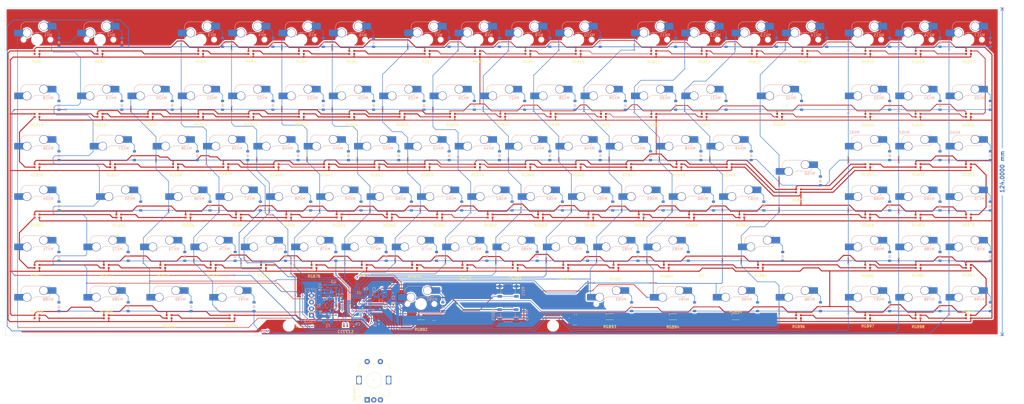
<source format=kicad_pcb>
(kicad_pcb (version 20240108) (generator "pcbnew") (generator_version "8.0")
  (layers (0 "F.Cu" signal) (31 "B.Cu" signal) (34 "B.Paste" user) (35 "F.Paste" user) (36 "B.SilkS" user "B.Silkscreen") (37 "F.SilkS" user "F.Silkscreen") (38 "B.Mask" user) (39 "F.Mask" user) (44 "Edge.Cuts" user))
  (net 0 "")
  (net 1 "ROW0")
  (net 2 "Net-(D21-A)")
  (net 3 "ROW1")
  (net 4 "ROW2")
  (net 5 "Net-(D1-A)")
  (net 6 "Net-(D2-A)")
  (net 7 "ROW4")
  (net 8 "ROW5")
  (net 9 "Net-(D3-A)")
  (net 10 "Net-(D4-A)")
  (net 11 "Net-(D5-A)")
  (net 12 "Net-(D6-A)")
  (net 13 "Net-(D7-A)")
  (net 14 "Net-(D8-A)")
  (net 15 "Net-(D9-A)")
  (net 16 "Net-(D10-A)")
  (net 17 "Net-(D11-A)")
  (net 18 "Net-(D12-A)")
  (net 19 "Net-(D13-A)")
  (net 20 "Net-(D14-A)")
  (net 21 "Net-(D15-A)")
  (net 22 "Net-(D16-A)")
  (net 23 "Net-(D17-A)")
  (net 24 "Net-(D18-A)")
  (net 25 "Net-(D19-A)")
  (net 26 "Net-(D20-A)")
  (net 27 "COL1")
  (net 28 "COL3")
  (net 29 "COL2")
  (net 30 "COL4")
  (net 31 "COL5")
  (net 32 "COL6")
  (net 33 "COL7")
  (net 34 "COL8")
  (net 35 "COL9")
  (net 36 "Net-(D22-A)")
  (net 37 "COL10")
  (net 38 "Net-(D23-A)")
  (net 39 "COL11")
  (net 40 "COL12")
  (net 41 "COL13")
  (net 42 "Net-(D24-A)")
  (net 43 "COL14")
  (net 44 "COL15")
  (net 45 "Net-(D25-A)")
  (net 46 "COL16")
  (net 47 "Net-(D26-A)")
  (net 48 "COL17")
  (net 49 "Net-(D27-A)")
  (net 50 "Net-(D28-A)")
  (net 51 "Net-(D29-A)")
  (net 52 "Net-(D30-A)")
  (net 53 "Net-(D31-A)")
  (net 54 "Net-(D32-A)")
  (net 55 "Net-(D33-A)")
  (net 56 "Net-(D34-A)")
  (net 57 "ROW3")
  (net 58 "Net-(D35-A)")
  (net 59 "Net-(D36-A)")
  (net 60 "Net-(D37-A)")
  (net 61 "Net-(D38-A)")
  (net 62 "Net-(D39-A)")
  (net 63 "Net-(D40-A)")
  (net 64 "Net-(D41-A)")
  (net 65 "Net-(D42-A)")
  (net 66 "Net-(D43-A)")
  (net 67 "Net-(D44-A)")
  (net 68 "Net-(D45-A)")
  (net 69 "Net-(D46-A)")
  (net 70 "Net-(D47-A)")
  (net 71 "Net-(D48-A)")
  (net 72 "Net-(D49-A)")
  (net 73 "Net-(D50-A)")
  (net 74 "Net-(D51-A)")
  (net 75 "Net-(D52-A)")
  (net 76 "Net-(D53-A)")
  (net 77 "Net-(D54-A)")
  (net 78 "Net-(D55-A)")
  (net 79 "Net-(D56-A)")
  (net 80 "Net-(D57-A)")
  (net 81 "Net-(D58-A)")
  (net 82 "Net-(D59-A)")
  (net 83 "Net-(D60-A)")
  (net 84 "Net-(D61-A)")
  (net 85 "Net-(D62-A)")
  (net 86 "Net-(D63-A)")
  (net 87 "Net-(D64-A)")
  (net 88 "Net-(D65-A)")
  (net 89 "Net-(D66-A)")
  (net 90 "Net-(D67-A)")
  (net 91 "Net-(D68-A)")
  (net 92 "Net-(D69-A)")
  (net 93 "Net-(D70-A)")
  (net 94 "Net-(D71-A)")
  (net 95 "Net-(D72-A)")
  (net 96 "Net-(D73-A)")
  (net 97 "Net-(D74-A)")
  (net 98 "Net-(D75-A)")
  (net 99 "Net-(D76-A)")
  (net 100 "Net-(D77-A)")
  (net 101 "Net-(D78-A)")
  (net 102 "Net-(D79-A)")
  (net 103 "Net-(D80-A)")
  (net 104 "Net-(D81-A)")
  (net 105 "Net-(D82-A)")
  (net 106 "Net-(D83-A)")
  (net 107 "Net-(D84-A)")
  (net 108 "Net-(D85-A)")
  (net 109 "Net-(D86-A)")
  (net 110 "Net-(D87-A)")
  (net 111 "Net-(D88-A)")
  (net 112 "Net-(D89-A)")
  (net 113 "Net-(D90-A)")
  (net 114 "Net-(D91-A)")
  (net 115 "Net-(D92-A)")
  (net 116 "Net-(D93-A)")
  (net 117 "Net-(D94-A)")
  (net 118 "Net-(D95-A)")
  (net 119 "Net-(D96-A)")
  (net 120 "Net-(D97-A)")
  (net 121 "Net-(D98-A)")
  (net 122 "Net-(D99-A)")
  (net 123 "COL0")
  (net 124 "BOOT0")
  (net 125 "+3V3")
  (net 126 "NRST")
  (net 127 "GND")
  (net 129 "VBUS")
  (net 130 "D+")
  (net 131 "Net-(J1-CC1)")
  (net 132 "Net-(J1-CC2)")
  (net 133 "D-")
  (net 134 "Net-(R3-Pad2)")
  (net 135 "Net-(U1-PB13)")
  (net 137 "Net-(U1-PB12)")
  (net 143 "+5V")
  (net 144 "Net-(RGB1-VSS)")
  (net 145 "Net-(RGB1-DOUT)")
  (net 146 "Net-(RGB1-VDD)")
  (net 147 "DATA")
  (net 148 "Net-(RGB2-DOUT)")
  (net 149 "Net-(RGB3-DOUT)")
  (net 150 "Net-(RGB4-DOUT)")
  (net 151 "Net-(RGB5-DOUT)")
  (net 152 "Net-(RGB6-DOUT)")
  (net 153 "Net-(RGB7-DOUT)")
  (net 154 "Net-(RGB8-DOUT)")
  (net 155 "Net-(RGB10-DIN)")
  (net 156 "Net-(RGB10-DOUT)")
  (net 157 "Net-(RGB11-DOUT)")
  (net 158 "Net-(RGB12-DOUT)")
  (net 159 "Net-(RGB13-DOUT)")
  (net 160 "Net-(RGB14-DOUT)")
  (net 161 "Net-(RGB15-DOUT)")
  (net 162 "Net-(RGB16-DOUT)")
  (net 163 "Net-(RGB17-DOUT)")
  (net 164 "Net-(RGB18-DIN)")
  (net 165 "Net-(RGB18-DOUT)")
  (net 166 "Net-(RGB19-DIN)")
  (net 167 "Net-(RGB20-DIN)")
  (net 168 "Net-(RGB21-DIN)")
  (net 169 "Net-(RGB22-DIN)")
  (net 170 "Net-(RGB23-DIN)")
  (net 171 "Net-(RGB24-DIN)")
  (net 172 "Net-(RGB25-DIN)")
  (net 173 "Net-(RGB26-DIN)")
  (net 174 "Net-(RGB27-DIN)")
  (net 175 "Net-(RGB28-DIN)")
  (net 176 "Net-(RGB29-DIN)")
  (net 177 "Net-(RGB30-DIN)")
  (net 178 "Net-(RGB31-DIN)")
  (net 179 "Net-(RGB32-DIN)")
  (net 180 "Net-(RGB33-DIN)")
  (net 181 "Net-(RGB34-DIN)")
  (net 182 "Net-(RGB36-DOUT)")
  (net 183 "Net-(RGB37-DOUT)")
  (net 184 "Net-(RGB38-DOUT)")
  (net 185 "Net-(RGB39-DOUT)")
  (net 186 "Net-(RGB40-DOUT)")
  (net 187 "Net-(RGB41-DOUT)")
  (net 188 "Net-(RGB42-DOUT)")
  (net 189 "Net-(RGB43-DOUT)")
  (net 190 "Net-(RGB44-DOUT)")
  (net 191 "Net-(RGB45-DOUT)")
  (net 192 "Net-(RGB47-DOUT)")
  (net 193 "Net-(RGB48-DOUT)")
  (net 194 "Net-(RGB49-DOUT)")
  (net 195 "Net-(RGB50-DOUT)")
  (net 196 "Net-(RGB51-DOUT)")
  (net 197 "Net-(RGB52-DOUT)")
  (net 198 "Net-(RGB53-DOUT)")
  (net 199 "Net-(RGB54-DOUT)")
  (net 200 "Net-(RGB54-DIN)")
  (net 201 "Net-(RGB55-DIN)")
  (net 202 "Net-(RGB56-DIN)")
  (net 203 "Net-(RGB57-DIN)")
  (net 204 "Net-(RGB58-DIN)")
  (net 205 "Net-(RGB59-DIN)")
  (net 206 "Net-(RGB60-DIN)")
  (net 207 "Net-(RGB61-DIN)")
  (net 208 "Net-(RGB62-DIN)")
  (net 209 "Net-(RGB63-DIN)")
  (net 210 "Net-(RGB64-DIN)")
  (net 211 "Net-(RGB65-DIN)")
  (net 212 "Net-(RGB67-DIN)")
  (net 213 "Net-(RGB68-DIN)")
  (net 214 "Net-(RGB69-DIN)")
  (net 215 "Net-(RGB71-DOUT)")
  (net 216 "Net-(RGB72-DOUT)")
  (net 217 "Net-(RGB73-DOUT)")
  (net 218 "Net-(RGB74-DOUT)")
  (net 219 "Net-(RGB75-DOUT)")
  (net 220 "Net-(RGB76-DOUT)")
  (net 221 "Net-(RGB77-DOUT)")
  (net 222 "Net-(RGB78-DOUT)")
  (net 223 "Net-(RGB79-DOUT)")
  (net 224 "Net-(RGB80-DOUT)")
  (net 225 "Net-(RGB81-DOUT)")
  (net 226 "Net-(RGB82-DOUT)")
  (net 227 "Net-(RGB83-DOUT)")
  (net 228 "Net-(RGB84-DOUT)")
  (net 229 "Net-(RGB85-DOUT)")
  (net 230 "Net-(RGB86-DOUT)")
  (net 231 "Net-(RGB87-DOUT)")
  (net 233 "Net-(RGB88-DIN)")
  (net 234 "Net-(RGB89-DIN)")
  (net 235 "Net-(RGB90-DIN)")
  (net 236 "Net-(RGB91-DIN)")
  (net 237 "Net-(RGB92-DIN)")
  (net 238 "Net-(RGB93-DIN)")
  (net 239 "Net-(RGB94-DIN)")
  (net 240 "Net-(RGB95-DIN)")
  (net 241 "Net-(RGB96-DIN)")
  (net 242 "Net-(RGB66-DIN)")
  (net 243 "Net-(RGB97-DIN)")
  (net 244 "Net-(RGB98-DIN)")
  (net 245 "Net-(RGB46-DOUT)")
  (net 246 "Net-(U1-PB11)")
  (net 247 "Net-(U1-PB10)")
  (footprint "LED_SMD:LED_WS2812B-2020_PLCC4_2.0x2.0mm" (layer "F.Cu") (at 300.9919 95.1424)
    (property "Reference" "RGB67")
    (property "Value" "WS2812B")
  )
  (footprint "LED_SMD:LED_WS2812B-2020_PLCC4_2.0x2.0mm" (layer "F.Cu") (at 386.6915 76.0924 180)
    (property "Reference" "RGB53")
    (property "Value" "WS2812B")
  )
  (footprint "LED_SMD:LED_WS2812B-2020_PLCC4_2.0x2.0mm" (layer "F.Cu") (at 200.9673 33.2348 180)
    (property "Reference" "RGB8")
    (property "Value" "WS2812B")
  )
  (footprint "LED_SMD:LED_WS2812B-2020_PLCC4_2.0x2.0mm" (layer "F.Cu") (at 315.2667 57.0424)
    (property "Reference" "RGB32")
    (property "Value" "WS2812B")
  )
  (footprint "LED_SMD:LED_WS2812B-2020_PLCC4_2.0x2.0mm" (layer "F.Cu") (at 267.6671 57.0932)
    (property "Reference" "RGB30")
    (property "Value" "WS2812B")
  )
  (footprint "LED_SMD:LED_WS2812B-2020_PLCC4_2.0x2.0mm" (layer "F.Cu") (at 296.2173 76.1012 180)
    (property "Reference" "RGB49")
    (property "Value" "WS2812B")
  )
  (footprint "LED_SMD:LED_WS2812B-2020_PLCC4_2.0x2.0mm" (layer "F.Cu") (at 322.4295 133.2424)
    (property "Reference" "RGB96")
    (property "Value" "WS2812B")
  )
  (footprint "LED_SMD:LED_WS2812B-2020_PLCC4_2.0x2.0mm" (layer "F.Cu") (at 105.7167 76.0592 180)
    (property "Reference" "RGB39")
    (property "Value" "WS2812B")
  )
  (footprint "LED_SMD:LED_WS2812B-2020_PLCC4_2.0x2.0mm" (layer "F.Cu") (at 298.6043 133.2424)
    (property "Reference" "RGB95")
    (property "Value" "WS2812B")
  )
  (footprint "LED_SMD:LED_WS2812B-2020_PLCC4_2.0x2.0mm" (layer "F.Cu") (at 34.2919 133.2424)
    (property "Reference" "RGB88")
    (property "Value" "WS2812B")
  )
  (footprint "LED_SMD:LED_WS2812B-2020_PLCC4_2.0x2.0mm" (layer "F.Cu") (at 234.3423 114.21 180)
    (property "Reference" "RGB81")
    (property "Value" "WS2812B")
  )
  (footprint "LED_SMD:LED_WS2812B-2020_PLCC4_2.0x2.0mm" (layer "F.Cu") (at 34.2919 95.1512)
    (property "Reference" "RGB54")
    (property "Value" "WS2812B")
  )
  (footprint "LED_SMD:LED_WS2812B-2020_PLCC4_2.0x2.0mm" (layer "F.Cu") (at 143.8167 76.0924 180)
    (property "Reference" "RGB41")
    (property "Value" "WS2812B")
  )
  (footprint "ScottoKeebs_Stabilizer:Stabilizer_MX_3.00u" (layer "F.Cu") (at 308.1925 109.39505)
    (property "Reference" "S2")
    (property "Value" "MX_stab")
  )
  (footprint "LED_SMD:LED_WS2812B-2020_PLCC4_2.0x2.0mm" (layer "F.Cu") (at 162.8667 76.1012 180)
    (property "Reference" "RGB42")
    (property "Value" "WS2812B")
  )
  (footprint "LED_SMD:LED_WS2812B-2020_PLCC4_2.0x2.0mm" (layer "F.Cu") (at 181.9179 33.226 180)
    (property "Reference" "RGB7")
    (property "Value" "WS2812B")
  )
  (footprint "LED_SMD:LED_WS2812B-2020_PLCC4_2.0x2.0mm" (layer "F.Cu") (at 348.6435 57.0512)
    (property "Reference" "RGB33")
    (property "Value" "WS2812B")
  )
  (footprint "LED_SMD:LED_WS2812B-2020_PLCC4_2.0x2.0mm" (layer "F.Cu") (at 367.6929 114.2012 180)
    (property "Reference" "RGB86")
    (property "Value" "WS2812B")
  )
  (footprint "LED_SMD:LED_WS2812B-2020_PLCC4_2.0x2.0mm" (layer "F.Cu") (at 186.6411 95.1424)
    (property "Reference" "RGB61")
    (property "Value" "WS2812B")
  )
  (footprint "LED_SMD:LED_WS2812B-2020_PLCC4_2.0x2.0mm" (layer "F.Cu") (at 115.2163 33.2348 180)
    (property "Reference" "RGB4")
    (property "Value" "WS2812B")
  )
  (footprint "LED_SMD:LED_WS2812B-2020_PLCC4_2.0x2.0mm" (layer "F.Cu") (at 34.2925 33.226 180)
    (property "Reference" "RGB1")
    (property "Value" "WS2812B")
  )
  (footprint "LED_SMD:LED_WS2812B-2020_PLCC4_2.0x2.0mm" (layer "F.Cu") (at 148.5919 95.0916)
    (property "Reference" "RGB59")
    (property "Value" "WS2812B")
  )
  (footprint "LED_SMD:LED_WS2812B-2020_PLCC4_2.0x2.0mm" (layer "F.Cu") (at 386.7429 33.226 180)
    (property "Reference" "RGB17")
    (property "Value" "WS2812B")
  )
  (footprint "LED_SMD:LED_WS2812B-2020_PLCC4_2.0x2.0mm" (layer "F.Cu") (at 58.1183 33.2348 180)
    (property "Reference" "RGB2")
    (property "Value" "WS2812B")
  )
  (footprint "LED_SMD:LED_WS2812B-2020_PLCC4_2.0x2.0mm" (layer "F.Cu") (at 158.0915 114.1924 180)
    (property "Reference" "RGB77")
    (property "Value" "WS2812B")
  )
  (footprint "LED_SMD:LED_WS2812B-2020_PLCC4_2.0x2.0mm" (layer "F.Cu") (at 153.3683 57.0844)
    (property "Reference" "RGB24")
    (property "Value" "WS2812B")
  )
  (footprint "LED_SMD:LED_WS2812B-2020_PLCC4_2.0x2.0mm" (layer "F.Cu") (at 267.6169 33.226 180)
    (property "Reference" "RGB11")
    (property "Value" "WS2812B")
  )
  (footprint "LED_SMD:LED_WS2812B-2020_PLCC4_2.0x2.0mm" (layer "F.Cu") (at 200.9667 76.0924 180)
    (property "Reference" "RGB44")
    (property "Value" "WS2812B")
  )
  (footprint "LED_SMD:LED_WS2812B-2020_PLCC4_2.0x2.0mm" (layer "F.Cu") (at 177.1415 114.21 180)
    (property "Reference" "RGB78")
    (property "Value" "WS2812B")
  )
  (footprint "LED_SMD:LED_WS2812B-2020_PLCC4_2.0x2.0mm" (layer "F.Cu") (at 348.5915 114.1592 180)
    (property "Reference" "RGB85")
    (property "Value" "WS2812B")
  )
  (footprint "LED_SMD:LED_WS2812B-2020_PLCC4_2.0x2.0mm" (layer "F.Cu") (at 110.4919 95.16)
    (property "Reference" "RGB57")
    (property "Value" "WS2812B")
  )
  (footprint "LED_SMD:LED_WS2812B-2020_PLCC4_2.0x2.0mm" (layer "F.Cu") (at 62.8929 76.1012 180)
    (property "Reference" "RGB37")
    (property "Value" "WS2812B")
  )
  (footprint "LED_SMD:LED_WS2812B-2020_PLCC4_2.0x2.0mm" (layer "F.Cu") (at 308.0023 114.1592 180)
    (property "Reference" "RGB84")
    (property "Value" "WS2812B")
  )
  (footprint "LED_SMD:LED_WS2812B-2020_PLCC4_2.0x2.0mm" (layer "F.Cu") (at 179.5799 133.1916)
    (property "Reference" "RGB92")
    (property "Value" "WS2812B")
  )
  (footprint "LED_SMD:LED_WS2812B-2020_PLCC4_2.0x2.0mm" (layer "F.Cu") (at 367.6923 76.0592 180)
    (property "Reference" "RGB52")
    (property "Value" "WS2812B")
  )
  (footprint "LED_SMD:LED_WS2812B-2020_PLCC4_2.0x2.0mm" (layer "F.Cu") (at 324.8177 33.226 180)
    (property "Reference" "RGB14")
    (property "Value" "WS2812B")
  )
  (footprint "LED_SMD:LED_WS2812B-2020_PLCC4_2.0x2.0mm" (layer "F.Cu") (at 386.6915 114.1924 180)
    (property "Reference" "RGB87")
    (property "Value" "WS2812B")
  )
  (footprint "LED_SMD:LED_WS2812B-2020_PLCC4_2.0x2.0mm" (layer "F.Cu") (at 286.7171 57.06)
    (property "Reference" "RGB31")
    (property "Value" "WS2812B")
  )
  (footprint "LED_SMD:LED_WS2812B-2020_PLCC4_2.0x2.0mm" (layer "F.Cu") (at 239.0673 33.226 180)
    (property "Reference" "RGB10")
    (property "Value" "WS2812B")
  )
  (footprint "LED_SMD:LED_WS2812B-2020_PLCC4_2.0x2.0mm" (layer "F.Cu") (at 181.9167 76.0592 180)
    (property "Reference" "RGB43")
    (property "Value" "WS2812B")
  )
  (footprint "LED_SMD:LED_WS2812B-2020_PLCC4_2.0x2.0mm" (layer "F.Cu") (at 108.1055 133.26)
    (property "Reference" "RGB91")
    (property "Value" "WS2812B")
  )
  (footprint "Rotary_Encoder:RotaryEncoder_Alps_EC11E-Switch_Vertical_H20mm" (layer "F.Cu") (at 159.2243 164.7074 90)
    (property "Reference" "ROTARY1")
    (property "Value" "Volume/RGB")
  )
  (footprint "LED_SMD:LED_WS2812B-2020_PLCC4_2.0x2.0mm" (layer "F.Cu") (at 367.6421 133.2512)
    (property "Reference" "RGB98")
    (property "Value" "WS2812B")
  )
  (footprint "LED_SMD:LED_WS2812B-2020_PLCC4_2.0x2.0mm" (layer "F.Cu") (at 139.0929 114.2012 180)
    (property "Reference" "RGB76")
    (property "Value" "WS2812B")
  )
  (footprint "LED_SMD:LED_WS2812B-2020_PLCC4_2.0x2.0mm" (layer "F.Cu") (at 167.6425 95.1004)
    (property "Reference" "RGB60")
    (property "Value" "WS2812B")
  )
  (footprint "LED_SMD:LED_WS2812B-2020_PLCC4_2.0x2.0mm" (layer "F.Cu") (at 386.6921 133.2512)
    (property "Reference" "RGB99")
    (property "Value" "WS2812B")
  )
  (footprint "LED_SMD:LED_WS2812B-2020_PLCC4_2.0x2.0mm" (layer "F.Cu") (at 248.6171 57.06)
    (property "Reference" "RGB29")
    (property "Value" "WS2812B")
  )
  (footprint "LED_SMD:LED_WS2812B-2020_PLCC4_2.0x2.0mm" (layer "F.Cu") (at 305.7169 33.226 180)
    (property "Reference" "RGB13")
    (property "Value" "WS2812B")
  )
  (footprint "LED_SMD:LED_WS2812B-2020_PLCC4_2.0x2.0mm" (layer "F.Cu") (at 60.5047 133.2512)
    (property "Reference" "RGB89")
    (property "Value" "WS2812B")
  )
  (footprint "LED_SMD:LED_WS2812B-2020_PLCC4_2.0x2.0mm" (layer "F.Cu") (at 386.6921 57.0512)
    (property "Reference" "RGB35")
    (property "Value" "WS2812B")
  )
  (footprint "LED_SMD:LED_WS2812B-2020_PLCC4_2.0x2.0mm" (layer "F.Cu") (at 129.5431 95.1424)
    (property "Reference" "RGB58")
    (property "Value" "WS2812B")
  )
  (footprint "LED_SMD:LED_WS2812B-2020_PLCC4_2.0x2.0mm" (layer "F.Cu") (at 220.0179 33.226 180)
    (property "Reference" "RGB9")
    (property "Value" "WS2812B")
  )
  (footprint "LED_SMD:LED_WS2812B-2020_PLCC4_2.0x2.0mm" (layer "F.Cu") (at 96.2171 33.2348 180)
    (property "Reference" "RGB3")
    (property "Value" "WS2812B")
  )
  (footprint "LED_SMD:LED_WS2812B-2020_PLCC4_2.0x2.0mm" (layer "F.Cu") (at 277.1667 76.0924 180)
    (property "Reference" "RGB48")
    (property "Value" "WS2812B")
  )
  (footprint "ScottoKeebs_Stabilizer:Stabilizer_MX_6.25u" (layer "F.Cu") (at 179.54875 128.4125)
    (property "Reference" "S1")
    (property "Value" "MX_stab")
  )
  (footprint "LED_SMD:LED_WS2812B-2020_PLCC4_2.0x2.0mm" (layer "F.Cu") (at 224.7919 95.1424)
    (property "Reference" "RGB63")
    (property "Value" "WS2812B")
  )
  (footprint "LED_SMD:LED_WS2812B-2020_PLCC4_2.0x2.0mm" (layer "F.Cu") (at 81.8915 114.1924 180)
    (property "Reference" "RGB73")
    (property "Value" "WS2812B")
  )
  (footprint "LED_SMD:LED_WS2812B-2020_PLCC4_2.0x2.0mm" (layer "F.Cu") (at 58.1177 57.0336)
    (property "Reference" "RGB19")
    (property "Value" "WS2812B")
  )
  (footprint "LED_SMD:LED_WS2812B-2020_PLCC4_2.0x2.0mm" (layer "F.Cu") (at 191.4671 57.0424)
    (property "Reference" "RGB26")
    (property "Value" "WS2812B")
  )
  (footprint "LED_SMD:LED_WS2812B-2020_PLCC4_2.0x2.0mm" (layer "F.Cu") (at 367.6421 95.202)
    (property "Reference" "RGB69")
    (property "Value" "WS2812B")
  )
  (footprint "LED_SMD:LED_WS2812B-2020_PLCC4_2.0x2.0mm" (layer "F.Cu") (at 119.9915 114.21 180)
    (property "Reference" "RGB75")
    (property "Value" "WS2812B")
  )
  (footprint "LED_SMD:LED_WS2812B-2020_PLCC4_2.0x2.0mm" (layer "F.Cu") (at 196.1915 114.21 180)
    (property "Reference" "RGB79")
    (property "Value" "WS2812B")
  )
  (footprint "LED_SMD:LED_WS2812B-2020_PLCC4_2.0x2.0mm" (layer "F.Cu") (at 34.2925 114.2012 180)
    (property "Reference" "RGB71")
    (property "Value" "WS2812B")
  )
  (footprint "LED_SMD:LED_WS2812B-2020_PLCC4_2.0x2.0mm" (layer "F.Cu") (at 34.2919 76.0924 180)
    (property "Reference" "RGB36")
    (property "Value" "WS2812B")
  )
  (footprint "LED_SMD:LED_WS2812B-2020_PLCC4_2.0x2.0mm" (layer "F.Cu") (at 286.7177 33.226 180)
    (property "Reference" "RGB12")
    (property "Value" "WS2812B")
  )
  (footprint "LED_SMD:LED_WS2812B-2020_PLCC4_2.0x2.0mm" (layer "F.Cu") (at 386.7423 95.1424)
    (property "Reference" "RGB70")
    (property "Value" "WS2812B")
  )
  (footprint "LED_SMD:LED_WS2812B-2020_PLCC4_2.0x2.0mm" (layer "F.Cu") (at 65.2297 95.1512)
    (property "Reference" "RGB55")
    (property "Value" "WS2812B")
  )
  (footprint "LED_SMD:LED_WS2812B-2020_PLCC4_2.0x2.0mm" (layer "F.Cu") (at 77.1683 57.0424)
    (property "Reference" "RGB20")
    (property "Value" "WS2812B")
  )
  (footprint "LED_SMD:LED_WS2812B-2020_PLCC4_2.0x2.0mm" (layer "F.Cu") (at 229.5671 57.0424)
    (property "Reference" "RGB28")
    (property "Value" "WS2812B")
  )
  (footprint "LED_SMD:LED_WS2812B-2020_PLCC4_2.0x2.0mm" (layer "F.Cu") (at 348.5915 133.2424)
    (property "Reference" "RGB97")
    (property "Value" "WS2812B")
  )
  (footprint "LED_SMD:LED_WS2812B-2020_PLCC4_2.0x2.0mm" (layer "F.Cu") (at 258.1675 76.0924 180)
    (property "Reference" "RGB47")
    (property "Value" "WS2812B")
  )
  (footprint "LED_SMD:LED_WS2812B-2020_PLCC4_2.0x2.0mm" (layer "F.Cu") (at 134.3183 33.2348 180)
    (property "Reference" "RGB5")
    (property "Value" "WS2812B")
  )
  (footprint "LED_SMD:LED_WS2812B-2020_PLCC4_2.0x2.0mm" (layer "F.Cu") (at 272.3915 114.1592 180)
    (property "Reference" "RGB83")
    (property "Value" "WS2812B")
  )
  (footprint "LED_SMD:LED_WS2812B-2020_PLCC4_2.0x2.0mm" (layer "F.Cu") (at 348.5915 95.1424)
    (property "Reference" "RGB68")
    (property "Value" "WS2812B")
  )
  (footprint "LED_SMD:LED_WS2812B-2020_PLCC4_2.0x2.0mm" (layer "F.Cu") (at 274.8807 133.2424)
    (property "Reference" "RGB94")
    (property "Value" "WS2812B")
  )
  (footprint "LED_SMD:LED_WS2812B-2020_PLCC4_2.0x2.0mm" (layer "F.Cu") (at 367.6433 57.0512)
    (property "Reference" "RGB34")
    (property "Value" "WS2812B")
  )
  (footprint "LED_SMD:LED_WS2812B-2020_PLCC4_2.0x2.0mm" (layer "F.Cu") (at 251.0047 133.2424)
    (property "Reference" "RGB93")
    (property "Value" "WS2812B")
  )
  (footprint "LED_SMD:LED_WS2812B-2020_PLCC4_2.0x2.0mm" (layer "F.Cu") (at 281.9425 95.1512)
    (property "Reference" "RGB66")
    (property "Value" "WS2812B")
  )
  (footprint "LED_SMD:LED_WS2812B-2020_PLCC4_2.0x2.0mm" (layer "F.Cu") (at 220.0179 76.0924 180)
    (property "Reference" "RGB45")
    (property "Value" "WS2812B")
  )
  (footprint "LED_SMD:LED_WS2812B-2020_PLCC4_2.0x2.0mm" (layer "F.Cu") (at 367.6929 33.226 180)
    (property "Reference" "RGB16")
    (property "Value" "WS2812B")
  )
  (footprint "LED_SMD:LED_WS2812B-2020_PLCC4_2.0x2.0mm" (layer "F.Cu") (at 243.8419 95.1424)
    (property "Reference" "RGB64")
    (property "Value" "WS2812B")
  )
  (footprint "Capacitor_SMD:C_0402_1005Metric" (layer "F.Cu") (at 150.4213 137.267 -90)
    (property "Reference" "C11")
    (property "Value" "100nF")
  )
  (footprint "LED_SMD:LED_WS2812B-2020_PLCC4_2.0x2.0mm" (layer "F.Cu") (at 34.2925 57.0512)
    (property "Reference" "RGB18")
    (property "Value" "WS2812B")
  )
  (footprint "LED_SMD:LED_WS2812B-2020_PLCC4_2.0x2.0mm" (layer "F.Cu") (at 115.2683 57.0336)
    (property "Reference" "RGB22")
    (property "Value" "WS2812B")
  )
  (footprint "LED_SMD:LED_WS2812B-2020_PLCC4_2.0x2.0mm" (layer "F.Cu") (at 348.6423 76.0924 180)
    (property "Reference" "RGB51")
    (property "Value" "WS2812B")
  )
  (footprint "Capacitor_SMD:C_0402_1005Metric" (layer "F.Cu") (at 151.7167 137.267 -90)
    (property "Reference" "C12")
    (property "Value" "100nF")
  )
  (footprint "LED_SMD:LED_WS2812B-2020_PLCC4_2.0x2.0mm" (layer "F.Cu") (at 172.4183 57.0512)
    (property "Reference" "RGB25")
    (property "Value" "WS2812B")
  )
  (footprint "LED_SMD:LED_WS2812B-2020_PLCC4_2.0x2.0mm" (layer "F.Cu") (at 348.6429 33.226 180)
    (property "Reference" "RGB15")
    (property "Value" "WS2812B")
  )
  (footprint "LED_SMD:LED_WS2812B-2020_PLCC4_2.0x2.0mm" (layer "F.Cu") (at 205.7419 95.1424)
    (property "Reference" "RGB62")
    (property "Value" "WS2812B")
  )
  (footprint "LED_SMD:LED_WS2812B-2020_PLCC4_2.0x2.0mm" (layer "F.Cu") (at 86.7175 76.0924 180)
    (property "Reference" "RGB38")
    (property "Value" "WS2812B")
  )
  (footprint "LED_SMD:LED_WS2812B-2020_PLCC4_2.0x2.0mm" (layer "F.Cu") (at 134.3183 57.0336)
    (property "Reference" "RGB23")
    (property "Value" "WS2812B")
  )
  (footprint "LED_SMD:LED_WS2812B-2020_PLCC4_2.0x2.0mm" (layer "F.Cu") (at 124.7667 76.0924 180)
    (property "Reference" "RGB40")
    (property "Value" "WS2812B")
  )
  (footprint "LED_SMD:LED_WS2812B-2020_PLCC4_2.0x2.0mm" (layer "F.Cu") (at 60.5047 114.1924 180)
    (property "Reference" "RGB72")
    (property "Value" "WS2812B")
  )
  (footprint "LED_SMD:LED_WS2812B-2020_PLCC4_2.0x2.0mm" (layer "F.Cu") (at 215.2415 114.21 180)
    (property "Reference" "RGB80")
    (property "Value" "WS2812B")
  )
  (footprint "LED_SMD:LED_WS2812B-2020_PLCC4_2.0x2.0mm" (layer "F.Cu") (at 100.9415 114.1924 180)
    (property "Reference" "RGB74")
    (property "Value" "WS2812B")
  )
  (footprint "LED_SMD:LED_WS2812B-2020_PLCC4_2.0x2.0mm" (layer "F.Cu") (at 322.4301 85.6008 180)
    (property "Reference" "RGB50")
    (property "Value" "WS2812B")
  )
  (footprint "LED_SMD:LED_WS2812B-2020_PLCC4_2.0x2.0mm" (layer "F.Cu") (at 91.4419 95.1424)
    (property "Reference" "RGB56")
    (property "Value" "WS2812B")
  )
  (footprint "LED_SMD:LED_WS2812B-2020_PLCC4_2.0x2.0mm" (layer "F.Cu") (at 239.0667 76.11 180)
    (property "Reference" "RGB46")
    (property "Value" "WS2812B")
  )
  (footprint "LED_SMD:LED_WS2812B-2020_PLCC4_2.0x2.0mm" (layer "F.Cu") (at 153.3683 33.2348 180)
    (property "Reference" "RGB6")
    (property "Value" "WS2812B")
  )
  (footprint "LED_SMD:LED_WS2812B-2020_PLCC4_2.0x2.0mm" (layer "F.Cu") (at 210.5177 57.0092)
    (property "Reference" "RGB27")
    (property "Value" "WS2812B")
  )
  (footprint "LED_SMD:LED_WS2812B-2020_PLCC4_2.0x2.0mm" (layer "F.Cu") (at 96.2177 57.0512)
    (property "Reference" "RGB21")
    (property "Value" "WS2812B")
  )
  (footprint "LED_SMD:LED_WS2812B-2020_PLCC4_2.0x2.0mm" (layer "F.Cu") (at 253.3415 114.1592 180)
    (property "Reference" "RGB82")
    (property "Value" "WS2812B")
  )
  (footprint "LED_SMD:LED_WS2812B-2020_PLCC4_2.0x2.0mm" (layer "F.Cu") (at 262.8919 95.1424)
    (property "Reference" "RGB65")
    (property "Value" "WS2812B")
  )
  (footprint "LED_SMD:LED_WS2812B-2020_PLCC4_2.0x2.0mm" (layer "F.Cu") (at 84.2803 133.2092)
    (property "Reference" "RGB90")
    (property "Value" "WS2812B")
  )
  (footprint "marbastlib-mx:SW_MX_HS_CPG151101S11_1u" (layer "B.Cu") (at 172.405 52.2125 180)
    (property "Reference" "MX25")
    (property "Value" "MX_SW_HS")
  )
  (footprint "ScottoKeebs_Components:Diode_SOD-123" (layer "B.Cu") (at 180.705 53.2625 90)
    (property "Reference" "D25" (hide yes))
    (property "Value" "4148")
  )
  (footprint "marbastlib-mx:SW_MX_HS_CPG151101S11_1u" (layer "B.Cu") (at 153.355 52.2125 180)
    (property "Reference" "MX24")
    (property "Value" "MX_SW_HS")
  )
  (footprint "ScottoKeebs_Components:Diode_SOD-123" (layer "B.Cu") (at 356.9175 91.3625 90)
    (property "Reference" "D68" (hide yes))
    (property "Value" "4148")
  )
  (footprint "ScottoKeebs_Components:Diode_SOD-123" (layer "B.Cu") (at 223.5675 110.4125 90)
    (property "Reference" "D80" (hide yes))
    (property "Value" "4148")
  )
  (footprint "ScottoKeebs_Components:Diode_SOD-123" (layer "B.Cu") (at 123.555 29.45 90)
    (property "Reference" "D4" (hide yes))
    (property "Value" "4148")
  )
  (footprint "marbastlib-mx:SW_MX_HS_CPG151101S11_1u" (layer "B.Cu") (at 34.2925 90.3125 180)
    (property "Reference" "MX54")
    (property "Value" "MX_SW_HS")
  )
  (footprint "ScottoKeebs_Components:Diode_SOD-123" (layer "B.Cu") (at 333.105 29.45 90)
    (property "Reference" "D14" (hide yes))
    (property "Value" "4148")
  )
  (footprint "ScottoKeebs_Components:Diode_SOD-123" (layer "B.Cu") (at 242.6175 110.4125 90)
    (property "Reference" "D81" (hide yes))
    (property "Value" "4148")
  )
  (footprint "marbastlib-mx:SW_MX_HS_1U" (layer "B.Cu") (at 177.1675 109.3625 180)
    (property "Reference" "MX78")
    (property "Value" "MX_SW_HS")
  )
  (footprint "marbastlib-mx:SW_MX_HS_CPG151101S11_1.25u" (layer "B.Cu") (at 298.61125 128.4125 180)
    (property "Reference" "MX95")
    (property "Value" "MX_SW_HS")
  )
  (footprint "marbastlib-mx:SW_MX_HS_CPG151101S11_1u" (layer "B.Cu") (at 220.03 28.4 180)
    (property "Reference" "MX9")
    (property "Value" "MX_SW_HS")
  )
  (footprint "marbastlib-mx:SW_MX_HS_CPG151101S11_1u" (layer "B.Cu") (at 386.7175 109.3625 180)
    (property "Reference" "MX87")
    (property "Value" "MX_SW_HS")
  )
  (footprint "Capacitor_SMD:C_0402_1005Metric" (layer "B.Cu") (at 153.614 135.9983)
    (property "Reference" "C4")
    (property "Value" "100nF")
  )
  (footprint "marbastlib-mx:SW_MX_HS_CPG151101S11_1u" (layer "B.Cu") (at 96.205 52.2125 180)
    (property "Reference" "MX21")
    (property "Value" "MX_SW_HS")
  )
  (footprint "marbastlib-mx:SW_MX_HS_CPG151101S11_1u" (layer "B.Cu") (at 220.03 71.2625 180)
    (property "Reference" "MX45")
    (property "Value" "MX_SW_HS")
  )
  (footprint "marbastlib-mx:SW_MX_HS_CPG151101S11_1u" (layer "B.Cu") (at 115.255 52.2125 180)
    (property "Reference" "MX22")
    (property "Value" "MX_SW_HS")
  )
  (footprint "marbastlib-mx:SW_MX_HS_CPG151101S11_1.75u" (layer "B.Cu") (at 243.8425 90.3125 180)
    (property "Reference" "MX64")
    (property "Value" "MX_SW_HS")
  )
  (footprint "Capacitor_SMD:C_0805_2012Metric" (layer "B.Cu") (at 164.381 125.7113)
    (property "Reference" "C2")
    (property "Value" "47uF")
  )
  (footprint "Fuse:Fuse_1206_3216Metric" (layer "B.Cu") (at 144.2999 134.953)
    (property "Reference" "F1")
    (property "Value" "500mA")
  )
  (footprint "marbastlib-mx:SW_MX_HS_CPG151101S11_1u" (layer "B.Cu") (at 386.7175 71.2625 180)
    (property "Reference" "MX53")
    (property "Value" "MX_SW_HS")
  )
  (footprint "ScottoKeebs_Components:Diode_SOD-123" (layer "B.Cu") (at 147.3675 110.4125 90)
    (property "Reference" "D76" (hide yes))
    (property "Value" "4148")
  )
  (footprint "ScottoKeebs_Components:Diode_SOD-123" (layer "B.Cu") (at 128.3175 110.4125 90)
    (property "Reference" "D75" (hide yes))
    (property "Value" "4148")
  )
  (footprint "ScottoKeebs_Components:Diode_SOD-123" (layer "B.Cu") (at 71.1675 72.3125 90)
    (property "Reference" "D37" (hide yes))
    (property "Value" "4148")
  )
  (footprint "marbastlib-mx:SW_MX_HS_CPG151101S11_1u" (layer "B.Cu") (at 134.305 28.4 180)
    (property "Reference" "MX5")
    (property "Value" "MX_SW_HS")
  )
  (footprint "ScottoKeebs_Components:Diode_SOD-123" (layer "B.Cu") (at 66.405 29.45 90)
    (property "Reference" "D2" (hide yes))
    (property "Value" "4148")
  )
  (footprint "ScottoKeebs_Components:Diode_SOD-123" (layer "B.Cu") (at 395.0175 29.45 90)
    (property "Reference" "D17" (hide yes))
    (property "Value" "4148")
  )
  (footprint "marbastlib-mx:SW_MX_HS_CPG151101S11_1u" (layer "B.Cu") (at 262.8925 90.3125 180)
    (property "Reference" "MX65")
    (property "Value" "MX_SW_HS")
  )
  (footprint "marbastlib-mx:SW_MX_HS_CPG151101S11_1u" (layer "B.Cu") (at 86.68 71.2625 180)
    (property "Reference" "MX38")
    (property "Value" "MX_SW_HS")
  )
  (footprint "ScottoKeebs_Components:Diode_SOD-123" (layer "B.Cu") (at 73.54875 91.3625 90)
    (property "Reference" "D55" (hide yes))
    (property "Value" "4148")
  )
  (footprint "ScottoKeebs_Components:Diode_SOD-123" (layer "B.Cu") (at 356.9175 110.4125 90)
    (property "Reference" "D85" (hide yes))
    (property "Value" "4148")
  )
  (footprint "marbastlib-mx:SW_MX_HS_CPG151101S11_1u" (layer "B.Cu") (at 134.305 52.2125 180)
    (property "Reference" "MX23")
    (property "Value" "MX_SW_HS")
  )
  (footprint "marbastlib-mx:SW_MX_HS_CPG151101S11_1u" (layer "B.Cu") (at 286.705 28.4 180)
    (property "Reference" "MX12")
    (property "Value" "MX_SW_HS")
  )
  (footprint "marbastlib-mx:SW_MX_HS_CPG151101S11_1.25u" (layer "B.Cu") (at 60.48625 128.4125 180)
    (property "Reference" "MX89")
    (property "Value" "MX_SW_HS")
  )
  (footprint "ScottoKeebs_Components:Diode_SOD-123" (layer "B.Cu") (at 94.98 72.3125 90)
    (property "Reference" "D38" (hide yes))
    (property "Value" "4148")
  )
  (footprint "Resistor_SMD:R_0402_1005Metric" (layer "B.Cu") (at 143.4871 131.6893 180)
    (property "Reference" "R1")
    (property "Value" "5.1k")
  )
  (footprint "ScottoKeebs_Components:Diode_SOD-123" (layer "B.Cu") (at 375.9675 29.45 90)
    (property "Reference" "D16" (hide yes))
    (property "Value" "4148")
  )
  (footprint "marbastlib-mx:SW_MX_HS_CPG151101S11_1u" (layer "B.Cu") (at 367.6675 128.4125 180)
    (property "Reference" "MX98")
    (property "Value" "MX_SW_HS")
  )
  (footprint "ScottoKeebs_Components:Diode_SOD-123" (layer "B.Cu") (at 261.6675 110.4125 90)
    (property "Reference" "D82" (hide yes))
    (property "Value" "4148")
  )
  (footprint "marbastlib-mx:SW_MX_HS_CPG151101S11_1.25u" (layer "B.Cu") (at 84.29875 128.4125 180)
    (property "Reference" "MX90")
    (property "Value" "MX_SW_HS")
  )
  (footprint "ScottoKeebs_Components:Diode_SOD-123" (layer "B.Cu") (at 356.9175 72.3125 90)
    (property "Reference" "D51" (hide yes))
    (property "Value" "4148")
  )
  (footprint "Capacitor_SMD:C_0402_1005Metric" (layer "B.Cu") (at 169.0903 127.9908 90)
    (property "Reference" "C1")
    (property "Value" "100nF")
  )
  (footprint "ScottoKeebs_Components:Diode_SOD-123" (layer "B.Cu") (at 68.78625 129.4625 90)
    (property "Reference" "D89" (hide yes))
    (property "Value" "4148")
  )
  (footprint "marbastlib-mx:SW_MX_HS_CPG151101S11_1u" (layer "B.Cu") (at 34.2925 128.4125 180)
    (property "Reference" "MX88")
    (property "Value" "MX_SW_HS")
  )
  (footprint "Resistor_SMD:R_0402_1005Metric" (layer "B.Cu") (at 143.4363 125.4409)
    (property "Reference" "R2")
    (property "Value" "5.1k")
  )
  (footprint "ScottoKeebs_Components:Diode_SOD-123" (layer "B.Cu") (at 395.0175 129.4625 90)
    (property "Reference" "D99" (hide yes))
    (property "Value" "4148")
  )
  (footprint "marbastlib-mx:SW_MX_HS_CPG151101S11_1u" (layer "B.Cu") (at 215.2675 109.3625 180)
    (property "Reference" "MX80")
    (property "Value" "MX_SW_HS")
  )
  (footprint "ScottoKeebs_Components:Diode_SOD-123" (layer "B.Cu") (at 42.5925 72.3125 90)
    (property "Reference" "D36" (hide yes))
    (property "Value" "4148")
  )
  (footprint "marbastlib-mx:SW_MX_HS_CPG151101S11_1.5u" (layer "B.Cu") (at 62.8675 71.2625 180)
    (property "Reference" "MX37")
    (property "Value" "MX_SW_HS")
  )
  (footprint "marbastlib-mx:SW_MX_HS_CPG151101S11_1.25u" (layer "B.Cu") (at 274.79875 128.4125 180)
    (property "Reference" "MX94")
    (property "Value" "MX_SW_HS")
  )
  (footprint "ScottoKeebs_Components:Diode_SOD-123" (layer "B.Cu") (at 247.38 29.45 90)
    (property "Reference" "D10" (hide yes))
    (property "Value" "4148")
  )
  (footprint "marbastlib-mx:SW_MX_HS_CPG151101S11_1u" (layer "B.Cu") (at 91.4425 90.3125 180)
    (property "Reference" "MX56")
    (property "Value" "MX_SW_HS")
  )
  (footprint "marbastlib-mx:SW_MX_HS_CPG151101S11_1u" (layer "B.Cu") (at 229.555 52.2125 180)
    (property "Reference" "MX28")
    (property "Value" "MX_SW_HS")
  )
  (footprint "Capacitor_SMD:C_0402_1005Metric" (layer "B.Cu") (at 161.8664 125.2287 90)
    (property "Reference" "C3")
    (property "Value" "100nF")
  )
  (footprint "ScottoKeebs_Components:Diode_SOD-123" (layer "B.Cu") (at 214.0425 91.3625 90)
    (property "Reference" "D62" (hide yes))
    (property "Value" "4148")
  )
  (footprint "marbastlib-mx:SW_MX_HS_CPG151101S11_1u" (layer "B.Cu") (at 77.155 52.2125 180)
    (property "Reference" "MX20")
    (property "Value" "MX_SW_HS")
  )
  (footprint "ScottoKeebs_Components:Diode_SOD-123" (layer "B.Cu") (at 104.505 53.2625 90)
    (property "Reference" "D21" (hide yes))
    (property "Value" "4148")
  )
  (footprint "Package_TO_SOT_SMD:SOT-23" (layer "B.Cu") (at 146.505 122.25)
    (property "Reference" "U3")
    (property "Value" "XC6206PxxxMR-Regulator_Linear" (hide yes))
  )
  (footprint "ScottoKeebs_Components:Diode_SOD-123" (layer "B.Cu") (at 204.5175 110.4125 90)
    (property "Reference" "D79" (hide yes))
    (property "Value" "4148")
  )
  (footprint "ScottoKeebs_Components:Diode_SOD-123" (layer "B.Cu") (at 237.855 53.2625 90)
    (property "Reference" "D28" (hide yes))
    (property "Value" "4148")
  )
  (footprint "marbastlib-mx:SW_MX_HS_CPG151101S11_1u" (layer "B.Cu") (at 143.83 71.2625 180)
    (property "Reference" "MX41")
    (property "Value" "MX_SW_HS")
  )
  (footprint "marbastlib-mx:SW_MX_HS_CPG151101S11_1u" (layer "B.Cu") (at 34.2925 109.3625 180)
    (property "Reference" "MX71")
    (property "Value" "MX_SW_HS")
  )
  (footprint "marbastlib-mx:SW_MX_HS_CPG151101S11_1u" (layer "B.Cu") (at 300.9925 90.3125 180)
    (property "Reference" "MX67")
    (property "Value" "MX_SW_HS")
  )
  (footprint "marbastlib-mx:SW_MX_HS_CPG151101S11_1u" (layer "B.Cu") (at 348.6175 128.4125 180)
    (property "Reference" "MX97")
    (property "Value" "MX_SW_HS")
  )
  (footprint "marbastlib-mx:SW_MX_HS_CPG151101S11_1u" (layer "B.Cu") (at 115.255 28.4 180)
    (property "Reference" "MX4")
    (property "Value" "MX_SW_HS")
  )
  (footprint "marbastlib-mx:SW_MX_HS_CPG151101S11_1u" (layer "B.Cu") (at 348.6175 71.2625 180)
    (property "Reference" "MX51")
    (property "Value" "MX_SW_HS")
  )
  (footprint "Package_QFP:LQFP-48_7x7mm_P0.5mm" (layer "B.Cu") (at 156.13 129.95 180)
    (property "Reference" "U1")
    (property "Value" "STM32F072CBT6")
  )
  (footprint "Capacitor_SMD:C_0402_1005Metric" (layer "B.Cu") (at 145.7959 131.6959 180)
    (property "Reference" "C8")
    (property "Value" "100nF")
  )
  (footprint "marbastlib-mx:SW_MX_HS_CPG151101S11_1u" (layer "B.Cu") (at 348.6175 52.2125 180)
    (property "Reference" "MX33")
    (property "Value" "MX_SW_HS")
  )
  (footprint "marbastlib-mx:SW_MX_HS_CPG151101S11_1u" (layer "B.Cu") (at 386.7175 52.2125 180)
    (property "Reference" "MX35")
    (property "Value" "MX_SW_HS")
  )
  (footprint "ScottoKeebs_Components:Diode_SOD-123" (layer "B.Cu") (at 90.2175 110.4125 90)
    (property "Reference" "D73" (hide yes))
    (property "Value" "4148")
  )
  (footprint "marbastlib-mx:SW_MX_HS_CPG151101S11_1u" (layer "B.Cu") (at 200.98 28.4 180)
    (property "Reference" "MX8")
    (property "Value" "MX_SW_HS")
  )
  (footprint "marbastlib-mx:SW_MX_HS_CPG151101S11_1u" (layer "B.Cu") (at 367.6675 71.2625 180)
    (property "Reference" "MX52")
    (property "Value" "MX_SW_HS")
  )
  (footprint "Connector_JST:JST_EH_B4B-EH-A_1x04_P2.50mm_Vertical" (layer "B.Cu") (at 138.1425 132.7 90)
    (property "Reference" "J2")
    (property "Value" "Conn_01x04_Pin")
  )
  (footprint "ScottoKeebs_Components:Diode_SOD-123" (layer "B.Cu") (at 42.5925 29.45 90)
    (property "Reference" "D1" (hide yes))
    (property "Value" "4148")
  )
  (footprint "marbastlib-mx:SW_MX_HS_CPG151101S11_1.75u" (layer "B.Cu") (at 65.24875 90.3125 180)
    (property "Reference" "MX55")
    (property "Value" "MX_SW_HS")
  )
  (footprint "ScottoKeebs_Components:Diode_SOD-123" (layer "B.Cu") (at 356.9175 29.45 90)
    (property "Reference" "D15" (hide yes))
    (property "Value" "4148")
  )
  (footprint "ScottoKeebs_Components:Diode_SOD-123" (layer "B.Cu") (at 66.405 53.2625 90)
    (property "Reference" "D19" (hide yes))
    (property "Value" "4148")
  )
  (footprint "marbastlib-mx:SW_MX_HS_CPG151101S11_1u" (layer "B.Cu") (at 34.2925 71.2625 180)
    (property "Reference" "MX36")
    (property "Value" "MX_SW_HS")
  )
  (footprint "marbastlib-mx:SW_MX_HS_CPG151101S11_1u" (layer "B.Cu") (at 110.4925 90.3125 180)
    (property "Reference" "MX57")
    (property "Value" "MX_SW_HS")
  )
  (footprint "marbastlib-mx:SW_MX_HS_CPG151101S11_1.25u" (layer "B.Cu") (at 108.11125 128.4125 180)
    (property "Reference" "MX91")
    (property "Value" "MX_SW_HS")
  )
  (footprint "ScottoKeebs_Components:Diode_SOD-123" (layer "B.Cu") (at 356.9175 129.4625 90)
    (property "Reference" "D97" (hide yes))
    (property "Value" "4148")
  )
  (footprint "ScottoKeebs_Components:Diode_SOD-123" (layer "B.Cu") (at 228.33 29.45 90)
    (property "Reference" "D9" (hide yes))
    (property "Value" "4148")
  )
  (footprint "marbastlib-mx:SW_MX_HS_CPG151101S11_1u" (layer "B.Cu") (at 348.6175 90.3125 180)
    (property "Reference" "MX68")
    (property "Value" "MX_SW_HS")
  )
  (footprint "ScottoKeebs_Components:Diode_SOD-123" (layer "B.Cu") (at 316.43625 110.4125 90)
    (property "Reference" "D84" (hide yes))
    (property "Value" "4148")
  )
  (footprint "Capacitor_SMD:C_0805_2012Metric" (layer "B.Cu") (at 143.1103 122.0894 -90)
    (property "Reference" "C10")
    (property "Value" "10uF")
  )
  (footprint "ScottoKeebs_Components:Diode_SOD-123" (layer "B.Cu") (at 306.91125 129.4625 90)
    (property "Reference" "D95" (hide yes))
    (property "Value" "4148")
  )
  (footprint "marbastlib-mx:SW_MX_HS_CPG151101S11_1u" (layer "B.Cu") (at 367.6675 28.4 180)
    (property "Reference" "MX16")
    (property "Value" "MX_SW_HS")
  )
  (footprint "marbastlib-mx:SW_MX_HS_CPG151101S11_1u" (layer "B.Cu") (at 296.23 71.2625 180)
    (property "Reference" "MX49")
    (property "Value" "MX_SW_HS")
  )
  (footprint "ScottoKeebs_Components:Diode_SOD-123" (layer "B.Cu") (at 171.18 72.3125 90)
    (property "Reference" "D42" (hide yes))
    (property "Value" "4148")
  )
  (footprint "ScottoKeebs_Components:Diode_SOD-123" (layer "B.Cu") (at 323.58 53.2625 90)
    (property "Reference" "D32" (hide yes))
    (property "Value" "4148")
  )
  (footprint "ScottoKeebs_Components:Diode_SOD-123" (layer "B.Cu") (at 252.1425 91.3625 90)
    (property "Reference" "D64" (hide yes))
    (property "Value" "4148")
  )
  (footprint "marbastlib-mx:SW_MX_HS_CPG151101S11_1u" (layer "B.Cu") (at 386.7175 128.4125 180)
    (property "Reference" "MX99")
    (property "Value" "MX_SW_HS")
  )
  (footprint "ScottoKeebs_Components:Diode_SOD-123" (layer "B.Cu") (at 395.0175 53.2625 90)
    (property "Reference" "D35" (hide yes))
    (property "Value" "4148")
  )
  (footprint "marbastlib-mx:SW_MX_HS_CPG151101S11_1.25u" (layer "B.Cu") (at 60.48625 109.3625 180)
    (property "Reference" "MX72")
    (property "Value" "MX_SW_HS")
  )
  (footprint "marbastlib-mx:SW_MX_HS_CPG151101S11_1.25u" (layer "B.Cu") (at 322.42375 128.4125 180)
    (property "Reference" "MX96")
    (property "Value" "MX_SW_HS")
  )
  (footprint "ScottoKeebs_Components:Diode_SOD-123" (layer "B.Cu") (at 275.955 29.45 90)
    (property "Reference" "D11" (hide yes))
    (property "Value" "4148")
  )
  (footprint "marbastlib-mx:SW_MX_HS_CPG151101S11_1u" (layer "B.Cu") (at 34.2925 52.2125 180)
    (property "Reference" "MX18")
    (property "Value" "MX_SW_HS")
  )
  (footprint "marbastlib-mx:SW_MX_HS_CPG151101S11_1u" (layer "B.Cu") (at 281.9425 90.3125 180)
    (property "Reference" "MX66")
    (property "Value" "MX_SW_HS")
  )
  (footprint "ScottoKeebs_Components:Diode_SOD-123" (layer "B.Cu") (at 42.5925 53.2625 90)
    (property "Reference" "D18" (hide yes))
    (property "Value" "4148")
  )
  (footprint "marbastlib-mx:SW_MX_HS_CPG151101S11_1u" (layer "B.Cu") (at 148.5925 90.3125 180)
    (property "Reference" "MX59")
    (property "Value" "MX_SW_HS")
  )
  (footprint "marbastlib-mx:SW_MX_HS_CPG151101S11_1u" (layer "B.Cu") (at 267.655 52.2125 180)
    (property "Reference" "MX30")
    (property "Value" "MX_SW_HS")
  )
  (footprint "ScottoKeebs_Components:Diode_SOD-123" (layer "B.Cu") (at 259.28625 129.4625 90)
    (property "Reference" "D93" (hide yes))
    (property "Value" "4148")
  )
  (footprint "ScottoKeebs_Components:Diode_SOD-123" (layer "B.Cu") (at 114.03 72.3125 90)
    (property "Reference" "D39" (hide yes))
    (property "Value" "4148")
  )
  (footprint "ScottoKeebs_Components:Diode_SOD-123" (layer "B.Cu") (at 142.605 29.45 90)
    (property "Reference" "D5" (hide yes))
    (property "Value" "4148")
  )
  (footprint "ScottoKeebs_Components:Diode_SOD-123" (layer "B.Cu") (at 375.9675 91.3625 90)
    (property "Reference" "D69" (hide yes))
    (property "Value" "4148")
  )
  (footprint "ScottoKeebs_Components:Diode_SOD-123" (layer "B.Cu") (at 85.455 53.2625 90)
    (property "Reference" "D20" (hide yes))
    (property "Value" "4148")
  )
  (footprint "marbastlib-mx:SW_MX_HS_CPG151101S11_1u" (layer "B.Cu") (at 186.6925 90.3125 180)
    (property "Reference" "MX61")
    (property "Value" "MX_SW_HS")
  )
  (footprint "marbastlib-mx:SW_MX_HS_1U" (layer "B.Cu") (at 120.0175 109.3625 180)
    (property "Reference" "MX75")
    (property "Value" "MX_SW_HS")
  )
  (footprint "ScottoKeebs_Components:Diode_SOD-123" (layer "B.Cu") (at 356.9175 53.2625 90)
    (property "Reference" "D33" (hide yes))
    (property "Value" "4148")
  )
  (footprint "ScottoKeebs_Components:Diode_SOD-123" (layer "B.Cu") (at 209.28 72.3125 90)
    (property "Reference" "D44" (hide yes))
    (property "Value" "4148")
  )
  (footprint "marbastlib-mx:SW_MX_HS_CPG151101S11_1u" (layer "B.Cu") (at 386.7175 28.4 180)
    (property "Reference" "MX17")
    (property "Value" "MX_SW_HS")
  )
  (footprint "ScottoKeebs_Components:Diode_SOD-123" (layer "B.Cu") (at 330.72375 81.8375 90)
    (property "Reference" "D50" (hide yes))
    (property "Value" "4148")
  )
  (footprint "ScottoKeebs_Components:Diode_SOD-123" (layer "B.Cu") (at 133.08 72.3125 90)
    (property "Reference" "D40" (hide yes))
    (property "Value" "4148")
  )
  (footprint "ScottoKeebs_Components:Diode_SOD-123" (layer "B.Cu") (at 116.41125 129.4625 90)
    (property "Reference" "D91" (hide yes))
    (property "Value" "4148")
  )
  (footprint "ScottoKeebs_Components:Diode_SOD-123" (layer "B.Cu") (at 161.655 29.45 90)
    (property "Reference" "D6" (hide yes))
    (property "Value" "4148")
  )
  (footprint "marbastlib-mx:SW_MX_HS_CPG151101S11_1.25u" (layer "B.Cu") (at 250.98625 128.4125 180)
    (property "Reference" "MX93")
    (property "Value" "MX_SW_HS")
  )
  (footprint "marbastlib-mx:SW_MX_HS_CPG151101S11_1u" (layer "B.Cu") (at 129.5425 90.3125 180)
    (property "Reference" "MX58")
    (property "Value" "MX_SW_HS")
  )
  (footprint "marbastlib-mx:SW_MX_HS_CPG151101S11_1u" (layer "B.Cu") (at 158.1175 109.3625 180)
    (property "Reference" "MX77")
    (property "Value" "MX_SW_HS")
  )
  (footprint "ScottoKeebs_Components:Diode_SOD-123" (layer "B.Cu") (at 137.8425 91.3625 90)
    (property "Reference" "D58" (hide yes))
    (property "Value" "4148")
  )
  (footprint "Button_Switch_SMD:SW_SPST_TL3342" (layer "B.Cu") (at 212.4933 132.4437 180)
    (property "Reference" "BOOT1")
    (property "Value" "SW_SPST")
  )
  (footprint "ScottoKeebs_Components:Diode_SOD-123" (layer "B.Cu") (at 295.005 29.45 90)
    (property "Reference" "D12" (hide yes))
    (property "Value" "4148")
  )
  (footprint "ScottoKeebs_Components:Diode_SOD-123" (layer "B.Cu") (at 395.0175 91.3625 90)
    (property "Reference" "D70" (hide yes))
    (property "Value" "4148")
  )
  (footprint "marbastlib-mx:SW_MX_HS_CPG151101S11_1u" (layer "B.Cu") (at 267.655 28.4 180)
    (property "Reference" "MX11")
    (property "Value" "MX_SW_HS")
  )
  (footprint "marbastlib-mx:SW_MX_HS_CPG151101S11_1u" (layer "B.Cu") (at 96.205 28.4 180)
    (property "Reference" "MX3")
    (property "Value" "MX_SW_HS")
  )
  (footprint "marbastlib-mx:SW_MX_HS_2.75U" (layer "B.Cu") (at 308.13625 109.3625 180)
    (property "Reference" "MX84" (hide yes))
    (property "Value" "MX_SW_HS" (hide yes))
  )
  (footprint "ScottoKeebs_Components:Diode_SOD-123" (layer "B.Cu") (at 187.84875 129.4625 90)
    (property "Reference" "D92" (hide yes))
    (property "Value" "4148")
  )
  (footprint "ScottoKeebs_Components:Diode_SOD-123" (layer "B.Cu") (at 395.0175 72.3125 90)
    (property "Reference" "D53" (hide yes))
    (property "Value" "4148")
  )
  (footprint "marbastlib-mx:SW_MX_HS_1U" (layer "B.Cu") (at 234.3175 109.3625 180)
    (property "Reference" "MX81")
    (property "Value" "MX_SW_HS")
  )
  (footprint "marbastlib-mx:SW_MX_HS_CPG151101S11_1u" (layer "B.Cu") (at 277.18 71.2625 180)
    (property "Reference" "MX48")
    (property "Value" "MX_SW_HS")
  )
  (footprint "marbastlib-mx:SW_MX_HS_CPG151101S11_1u" (layer "B.Cu") (at 179.54875 128.4125 180)
    (property "Reference" "MX92")
    (property "Value" "MX_SW_HS")
  )
  (footprint "ScottoKeebs_Components:Diode_SOD-123" (layer "B.Cu") (at 309.2925 91.3625 90)
    (property "Reference" "D67" (hide yes))
    (property "Value" "4148")
  )
  (footprint "ScottoKeebs_Components:Diode_SOD-123" (layer "B.Cu") (at 247.38 72.3125 90)
    (property "Reference" "D46" (hide yes))
    (property "Value" "4148")
  )
  (footprint "ScottoKeebs_Components:Diode_SOD-123" (layer "B.Cu") (at 218.805 53.2625 90)
    (property "Reference" "D27" (hide yes))
    (property "Value" "4148")
  )
  (footprint "marbastlib-mx:SW_MX_HS_CPG151101S11_1u" (layer "B.Cu") (at 239.08 28.4 180)
    (property "Reference" "MX10")
    (property "Value" "MX_SW_HS")
  )
  (footprint "ScottoKeebs_Components:Diode_SOD-123" (layer "B.Cu") (at 285.48 72.3125 90)
    (property "Reference" "D48" (hide yes))
    (property "Value" "4148")
  )
  (footprint "ScottoKeebs_Components:Diode_SOD-123" (layer "B.Cu") (at 280.7175 110.4125 90)
    (property "Reference" "D83" (hide yes))
    (property "Value" "4148")
  )
  (footprint "ScottoKeebs_Components:Diode_SOD-123" (layer "B.Cu") (at 266.43 72.3125 90)
    (property "Reference" "D47" (hide yes))
    (property "Value" "4148")
  )
  (footprint "Capacitor_SMD:C_0402_1005Metric" (layer "B.Cu") (at 158.6432 123.9333 180)
    (property "Reference" "C6")
    (property "Value" "100nF")
  )
  (footprint "Package_TO_SOT_SMD:SOT-143" (layer "B.Cu") (at 144.9755 128.9367 90)
    (property "Reference" "U2")
    (property "Value" "PRTR5V0U2X")
  )
  (footprint "marbastlib-mx:SW_MX_HS_CPG151101S11_1u" (layer "B.Cu") (at 258.13 71.2625 180)
    (property "Reference" "MX47")
    (property "Value" "MX_SW_HS")
  )
  (footprint "ScottoKeebs_Components:Diode_SOD-123" (layer "B.Cu") (at 68.78625 110.4125 90)
    (property "Reference" "D72" (hide yes))
    (property "Value" "4148")
  )
  (footprint "Capacitor_SMD:C_0402_1005Metric" (layer "B.Cu") (at 162.1712 134.2431 -90)
    (property "Reference" "C5")
    (property "Value" "100nF")
  )
  (footprint "ScottoKeebs_Components:Diode_SOD-123" (layer "B.Cu") (at 271.1925 91.3625 90)
    (property "Reference" "D65" (hide yes))
    (property "Value" "4148")
  )
  (footprint "marbastlib-mx:SW_MX_HS_CPG151101S11_1u" (layer "B.Cu") (at 196.2175 109.3625 180)
    (property "Reference" "MX79")
    (property "Value" "MX_SW_HS")
  )
  (footprint "marbastlib-mx:SW_MX_HS_CPG151101S11_1u" (layer "B.Cu") (at 322.42375 80.7875 180)
    (property "Reference" "MX50")
    (property "Value" "MX_SW_HS")
  )
  (footprint "marbastlib-mx:SW_MX_HS_CPG151101S11_1u" (layer "B.Cu") (at 315.28 52.2125 180)
    (property "Reference" "MX32")
    (property "Value" "MX_SW_HS")
  )
  (footprint "marbastlib-mx:SW_MX_HS_CPG151101S11_1u" (layer "B.Cu") (at 305.755 28.4 180)
    (property "Reference" "MX13")
    (property "Value" "MX_SW_HS")
  )
  (footprint "ScottoKeebs_Components:Diode_SOD-123" (layer "B.Cu") (at 375.9675 129.4625 90)
    (property "Reference" "D98" (hide yes))
    (property "Value" "4148")
  )
  (footprint "ScottoKeebs_Components:Diode_SOD-123" (layer "B.Cu") (at 185.4675 110.4125 90)
    (property "Reference" "D78" (hide yes))
    (property "Value" "4148")
  )
  (footprint "marbastlib-mx:SW_MX_HS_CPG151101S11_1u" (layer "B.Cu") (at 167.6425 90.3125 180)
    (property "Reference" "MX60")
    (property "Value" "MX_SW_HS")
  )
  (footprint "ScottoKeebs_Components:Diode_SOD-123" (layer "B.Cu") (at 199.755 53.2625 90)
    (property "Reference" "D26" (hide yes))
    (property "Value" "4148")
  )
  (footprint "marbastlib-mx:SW_MX_HS_CPG151101S11_1u" (layer "B.Cu") (at 153.355 28.4 180)
    (property "Reference" "MX6")
    (property "Value" "MX_SW_HS")
  )
  (footprint "ScottoKeebs_Components:Diode_SOD-123" (layer "B.Cu") (at 209.28 29.45 90)
    (property "Reference" "D8" (hide yes))
    (property "Value" "4148")
  )
  (footprint "ScottoKeebs_Components:Diode_SOD-123" (layer "B.Cu") (at 304.53 72.3125 90)
    (property "Reference" "D49" (hide yes))
    (property "Value" "4148")
  )
  (footprint "marbastlib-mx:SW_MX_HS_CPG151101S11_1u" (layer "B.Cu") (at 181.93 71.2625 180)
    (property "Reference" "MX43")
    (property "Value" "MX_SW_HS")
  )
  (footprint "marbastlib-mx:SW_MX_HS_CPG151101S11_1u" (layer "B.Cu") (at 367.6675 52.2125 180)
    (property "Reference" "MX34")
    (property "Value" "MX_SW_HS")
  )
  (footprint "ScottoKeebs_Components:Diode_SOD-123" (layer "B.Cu") (at 194.9925 91.3625 90)
    (property "Reference" "D61" (hide yes))
    (property "Value" "4148")
  )
  (footprint "ScottoKeebs_Components:Diode_SOD-123" (layer "B.Cu") (at 233.0925 91.3625 90)
    (property "Reference" "D63" (hide yes))
    (property "Value" "4148")
  )
  (footprint "marbastlib-mx:SW_MX_HS_CPG151101S11_1u" (layer "B.Cu") (at 386.7175 90.3125 180)
    (property "Reference" "MX70")
    (property "Value" "MX_SW_HS")
  )
  (footprint "marbastlib-mx:SW_MX_HS_CPG151101S11_1u" (layer "B.Cu") (at 139.0675 109.3625 180)
    (property "Reference" "MX76")
    (property "Value" "MX_SW_HS")
  )
  (footprint "ScottoKeebs_Components:Diode_SOD-123" (layer "B.Cu") (at 109.2675 110.4125 90)
    (property "Reference" "D74" (hide yes))
    (property "Value" "4148")
  )
  (footprint "Resistor_SMD:R_0402_1005Metric" (layer "B.Cu") (at 218.4933 131.4712 90)
    (property "Reference" "R4")
    (property "Value" "5.1k")
  )
  (footprint "marbastlib-mx:SW_MX_HS_CPG151101S11_1u" (layer "B.Cu") (at 205.7425 90.3125 180)
    (property "Reference" "MX62")
    (property "Value" "MX_SW_HS")
  )
  (footprint "Capacitor_SMD:C_0402_1005Metric" (layer "B.Cu") (at 146.4563 125.4409 180)
    (property "Reference" "C9")
    (property "Value" "1uF")
  )
  (footprint "ScottoKeebs_Components:Diode_SOD-123" (layer "B.Cu") (at 295.005 53.2625 90)
    (property "Reference" "D31" (hide yes))
    (property "Value" "4148")
  )
  (footprint "ScottoKeebs_Components:Diode_SOD-123" (layer "B.Cu") (at 42.5925 129.4625 90)
    (property "Reference" "D88" (hide yes))
    (property "Value" "4148")
  )
  (footprint "ScottoKeebs_Components:Diode_SOD-123" (layer "B.Cu") (at 283.09875 129.4625 90)
    (property "Reference" "D94" (hide yes))
    (property "Value" "4148")
  )
  (footprint "marbastlib-mx:SW_MX_HS_CPG151101S11_1u" (layer "B.Cu") (at 348.6175 28.4 180)
    (property "Reference" "MX15")
    (property "Value" "MX_SW_HS")
  )
  (footprint "Button_Switch_SMD:SW_SPST_TL3342" (layer "B.Cu") (at 212.5425 123.65)
    (property "Reference" "RST1")
    (property "Value" "SW_SPST")
  )
  (footprint "ScottoKeebs_Components:Diode_SOD-123" (layer "B.Cu") (at 190.23 72.3125 90)
    (property "Reference" "D43" (hide yes))
    (property "Value" "4148")
  )
  (footprint "ScottoKeebs_Components:Diode_SOD-123" (layer "B.Cu") (at 228.33 72.3125 90)
    (property "Reference" "D45" (hide yes))
    (property "Value" "4148")
  )
  (footprint "ScottoKeebs_Components:Diode_SOD-123" (layer "B.Cu") (at 156.8925 91.3625 90)
    (property "Reference" "D59" (hide yes))
    (property "Value" "4148")
  )
  (footprint "ScottoKeebs_Components:Diode_SOD-123" (layer "B.Cu") (at 152.13 72.3125 90)
    (property "Reference" "D41" (hide yes))
    (property "Value" "4148")
  )
  (footprint "marbastlib-mx:SW_MX_HS_CPG151101S11_1u" (layer "B.Cu") (at 286.705 52.2125 180)
    (property "Reference" "MX31")
    (property "Value" "MX_SW_HS")
  )
  (footprint "marbastlib-mx:SW_MX_HS_CPG151101S11_1u" (layer "B.Cu") (at 210.505 52.2125 180)
    (property "Reference" "MX27")
    (property "Value" "MX_SW_HS")
  )
  (footprint "marbastlib-mx:SW_MX_HS_CPG151101S11_1u" (layer "B.Cu") (at 58.105 28.4 180)
    (property "Reference" "MX2")
    (property "Value" "MX_SW_HS")
  )
  (footprint "ScottoKeebs_Components:Diode_SOD-123" (layer "B.Cu") (at 330.72375 129.4625 90)
    (property "Reference" "D96" (hide yes))
    (property "Value" "4148")
  )
  (footprint "ScottoKeebs_Components:Diode_SOD-123" (layer "B.Cu") (at 314.055 29.45 90)
    (property "Reference" "D13" (hide yes))
    (property "Value" "4148")
  )
  (footprint "marbastlib-mx:SW_MX_HS_CPG151101S11_1u" (layer "B.Cu") (at 181.93 28.4 180)
    (property "Reference" "MX7")
    (property "Value" "MX_SW_HS")
  )
  (footprint "marbastlib-mx:SW_MX_HS_CPG151101S11_1u" (layer "B.Cu") (at 253.3675 109.3625 180)
    (property "Reference" "MX82")
    (property "Value" "MX_SW_HS")
  )
  (footprint "marbastlib-mx:SW_MX_HS_CPG151101S11_1u" (layer "B.Cu") (at 324.805 28.4 180)
    (property "Reference" "MX14")
    (property "Value" "MX_SW_HS")
  )
  (footprint "marbastlib-mx:SW_MX_HS_CPG151101S11_1u" (layer "B.Cu") (at 248.605 52.2125 180)
    (property "Reference" "MX29")
    (property "Value" "MX_SW_HS")
  )
  (footprint "ScottoKeebs_Components:Diode_SOD-123" (layer "B.Cu") (at 375.9675 72.3125 90)
    (property "Reference" "D52" (hide yes))
    (property "Value" "4148")
  )
  (footprint "marbastlib-mx:SW_MX_HS_CPG151101S11_1u" (layer "B.Cu") (at 162.88 71.2625 180)
    (property "Reference" "MX42")
    (property "Value" "MX_SW_HS")
  )
  (footprint "ScottoKeebs_Components:Diode_SOD-123" (layer "B.Cu") (at 92.59875 129.4625 90)
    (property "Reference" "D90" (hide yes))
    (property "Value" "4148")
  )
  (footprint "marbastlib-mx:SW_MX_HS_CPG151101S11_1u" (layer "B.Cu") (at 58.105 52.2125 180)
    (property "Reference" "MX19")
    (property "Value" "MX_SW_HS")
  )
  (footprint "marbastlib-mx:SW_MX_HS_CPG151101S11_1u" (layer "B.Cu") (at 100.9675 109.3625 180)
    (property "Reference" "MX74")
    (property "Value" "MX_SW_HS")
  )
  (footprint "marbastlib-mx:SW_MX_HS_CPG151101S11_1u" (layer "B.Cu") (at 105.73 71.2625 180)
    (property "Reference" "MX39")
    (property "Value" "MX_SW_HS")
  )
  (footprint "marbastlib-mx:SW_MX_HS_CPG151101S11_1u" (layer "B.Cu") (at 81.9175 109.3625 180)
    (property "Reference" "MX73")
    (property "Value" "MX_SW_HS")
  )
  (footprint "ScottoKeebs_Components:Diode_SOD-123" (layer "B.Cu") (at 118.7925 91.3625 90)
    (property "Reference" "D57" (hide yes))
    (property "Value" "4148")
  )
  (footprint "ScottoKeebs_Components:Diode_SOD-123" (layer "B.Cu") (at 99.7425 91.3625 90)
    (property "Reference" "D56" (hide yes))
    (property "Value" "4148")
  )
  (footprint "ScottoKeebs_Components:Diode_SOD-123" (layer "B.Cu") (at 190.23 29.45 90)
    (property "Reference" "D7" (hide yes))
    (property "Value" "4148")
  )
  (footprint "marbastlib-mx:SW_MX_HS_CPG151101S11_1u" (layer "B.Cu") (at 272.4175 109.3625 180)
    (property "Reference" "MX83")
    (property "Value" "MX_SW_HS")
  )
  (footprint "marbastlib-mx:SW_MX_HS_CPG151101S11_1u" (layer "B.Cu") (at 200.98 71.2625 180)
    (property "Reference" "MX44")
    (property "Value" "MX_SW_HS")
  )
  (footprint "ScottoKeebs_Components:Diode_SOD-123" (layer "B.Cu") (at 104.505 29.45 90)
    (property "Reference" "D3" (hide yes))
    (property "Value" "4148")
  )
  (footprint "ScottoKeebs_Components:Diode_SOD-123" (layer "B.Cu") (at 123.555 53.2625 90)
    (property "Reference" "D22" (hide yes))
    (property "Value" "4148")
  )
  (footprint "marbastlib-mx:SW_MX_HS_CPG151101S11_1u" (layer "B.Cu") (at 348.6175 109.3625 180)
    (property "Reference" "MX85")
    (property "Value" "MX_SW_HS")
  )
  (footprint "ScottoKeebs_Components:Diode_SOD-123" (layer "B.Cu") (at 42.5925 110.4125 90)
    (property "Reference" "D71" (hide yes))
    (property "Value" "4148")
  )
  (footprint "ScottoKeebs_Components:Diode_SOD-123" (layer "B.Cu") (at 42.5925 91.3625 90)
    (property "Reference" "D54" (hide yes))
    (property "Value" "4148")
  )
  (footprint "ScottoKeebs_Components:Diode_SOD-123" (layer "B.Cu") (at 375.9675 110.4125 90)
    (property "Reference" "D86" (hide yes))
    (property "Value" "4148")
  )
  (footprint "marbastlib-mx:SW_MX_HS_CPG151101S11_1u" (layer "B.Cu") (at 34.2925 28.4 180)
    (property "Reference" "MX1")
    (property "Value" "MX_SW_HS")
  )
  (footprint "ScottoKeebs_Components:Diode_SOD-123" (layer "B.Cu") (at 161.655 53.2625 90)
    (property "Reference" "D24" (hide yes))
    (property "Value" "4148")
  )
  (footprint "marbastlib-mx:SW_MX_HS_CPG151101S11_1u" (layer "B.Cu") (at 367.6675 109.3625 180)
    (property "Reference" "MX86")
    (property "Value" "MX_SW_HS")
  )
  (footprint "marbastlib-mx:SW_MX_HS_CPG151101S11_1u" (layer "B.Cu") (at 191.455 52.2125 180)
    (property "Reference" "MX26")
    (property "Value" "MX_SW_HS")
  )
  (footprint "ScottoKeebs_Components:Diode_SOD-123" (layer "B.Cu") (at 375.9675 53.2625 90)
    (property "Reference" "D34" (hide yes))
    (property "Value" "4148")
  )
  (footprint "ScottoKeebs_Components:Diode_SOD-123" (layer "B.Cu") (at 395.0175 110.4125 90)
    (property "Reference" "D87" (hide yes))
    (property "Value" "4148")
  )
  (footprint "marbastlib-mx:SW_MX_HS_CPG151101S11_1u" (layer "B.Cu") (at 367.6675 90.3125 180)
    (property "Reference" "MX69")
    (property "Value" "MX_SW_HS")
  )
  (footprint "ScottoKeebs_Components:Diode_SOD-123" (layer "B.Cu") (at 256.905 53.2625 90)
    (property "Reference" "D29" (hide yes))
    (property "Value" "4148")
  )
  (footprint "marbastlib-mx:SW_MX_HS_CPG151101S11_1u" (layer "B.Cu") (at 239.08 71.2625 180)
    (property "Reference" "MX46")
    (property "Value" "MX_SW_HS")
  )
  (footprint "marbastlib-mx:SW_MX_HS_CPG151101S11_1u" (layer "B.Cu") (at 124.78 71.2625 180)
    (property "Reference" "MX40")
    (property "Value" "MX_SW_HS")
  )
  (footprint "ScottoKeebs_Components:Diode_SOD-123" (layer "B.Cu") (at 290.2425 91.3625 90)
    (property "Reference" "D66" (hide yes))
    (property "Value" "4148")
  )
  (footprint "ScottoKeebs_Components:Diode_SOD-123" (layer "B.Cu") (at 142.605 53.2625 90)
    (property "Reference" "D23" (hide yes))
    (property "Value" "4148")
  )
  (footprint "ScottoKeebs_Components:Diode_SOD-123" (layer "B.Cu") (at 166.4175 110.4125 90)
    (property "Reference" "D77" (hide yes))
    (property "Value" "4148")
  )
  (footprint "Resistor_SMD:R_0402_1005Metric" (layer "B.Cu") (at 218.4933 133.8334 90)
    (property "Reference" "R3")
    (property "Value" "5.1k")
  )
  (footprint "Capacitor_SMD:C_0402_1005Metric" (layer "B.Cu") (at 149.7252 127.2125 -90)
    (property "Reference" "C7")
    (property "Value" "100nF")
  )
  (footprint "ScottoKeebs_Components:Diode_SOD-123" (layer "B.Cu") (at 175.9425 91.3625 90)
    (property "Reference" "D60" (hide yes))
    (property "Value" "4148")
  )
  (footprint "marbastlib-mx:SW_MX_HS_CPG151101S11_1u" (layer "B.Cu") (at 224.7925 90.3125 180)
    (property "Reference" "MX63")
    (property "Value" "MX_SW_HS")
  )
  (footprint "ScottoKeebs_Components:Diode_SOD-123" (layer "B.Cu") (at 275.955 53.2625 90)
    (property "Reference" "D30" (hide yes))
    (property "Value" "4148")
  )
  (gr_line (start 22.2925 16.4) (end 22.2925 140.4) (stroke (width 0.1)) (layer "Edge.Cuts"))
  (gr_line (start 398.2925 16.4) (end 22.2925 16.4) (stroke (width 0.1)) (layer "Edge.Cuts"))
  (gr_line (start 398.2925 140.4) (end 398.2925 16.4) (stroke (width 0.1)) (layer "Edge.Cuts"))
  (gr_line (start 22.2925 140.4) (end 398.2925 140.4) (stroke (width 0.1)) (layer "Edge.Cuts"))
  (dimension (type aligned) (layer "B.Cu") (pts (xy 398.2925 16.4) (xy 398.2925 140.4)) (height -1.2266) (gr_text "124.0000 mm" (at 399.5191 78.4 90) (layer "B.Cu") (effects (font (size 1.5 1.5) (thickness 0.3)))) (format (prefix "") (suffix "") (units 3) (units_format 1) (precision 4)) (style (thickness 0.2) (arrow_length 1.27) (text_position_mode 1) (extension_height 0.58642) (extension_offset 0.5) keep_text_aligned))
  (segment (start 121.490708 138.5852) (end 115.648698 138.5852) (width 0.25) (layer "F.Cu") (net 1))
  (via (at 115.648698 138.5852) (size 0.6) (drill 0.3) (layers "F.Cu" "B.Cu") (net 1))
  (via (at 121.490708 138.5852) (size 0.8) (drill 0.4) (layers "F.Cu" "B.Cu") (net 1))
  (segment (start 65.712299 20.957799) (end 25.351701 20.957799) (width 0.25) (layer "B.Cu") (net 1))
  (segment (start 42.5925 31.1) (end 68.8619 31.1) (width 0.25) (layer "B.Cu") (net 1))
  (segment (start 23.0149 136.807202) (end 24.792898 138.5852) (width 0.25) (layer "B.Cu") (net 1))
  (segment (start 158.88 134.1125) (end 158.88 136.3749) (width 0.25) (layer "B.Cu") (net 1))
  (segment (start 123.8021 139.271) (end 123.1163 138.5852) (width 0.25) (layer "B.Cu") (net 1))
  (segment (start 155.9839 139.271) (end 123.8021 139.271) (width 0.25) (layer "B.Cu") (net 1))
  (segment (start 68.8619 31.1) (end 395.0175 31.1) (width 0.25) (layer "B.Cu") (net 1))
  (segment (start 123.1163 138.5852) (end 121.490708 138.5852) (width 0.25) (layer "B.Cu") (net 1))
  (segment (start 68.8619 24.1074) (end 65.712299 20.957799) (width 0.25) (layer "B.Cu") (net 1))
  (segment (start 25.351701 20.957799) (end 23.0149 23.2946) (width 0.25) (layer "B.Cu") (net 1))
  (segment (start 23.0149 23.2946) (end 23.0149 136.807202) (width 0.25) (layer "B.Cu") (net 1))
  (segment (start 158.88 136.3749) (end 155.9839 139.271) (width 0.25) (layer "B.Cu") (net 1))
  (segment (start 68.8619 31.1) (end 68.8619 24.1074) (width 0.25) (layer "B.Cu") (net 1))
  (segment (start 24.792898 138.5852) (end 115.648698 138.5852) (width 0.25) (layer "B.Cu") (net 1))
  (segment (start 104.505 49.3425) (end 102.295 47.1325) (width 0.2) (layer "B.Cu") (net 2))
  (segment (start 104.505 51.6125) (end 104.505 49.3425) (width 0.2) (layer "B.Cu") (net 2))
  (segment (start 25.8343 54.8414) (end 45.2145 54.8414) (width 0.25) (layer "F.Cu") (net 3))
  (segment (start 108.9431 117.5794) (end 25.8851 117.5794) (width 0.25) (layer "F.Cu") (net 3))
  (segment (start 25.6565 55.0192) (end 25.8343 54.8414) (width 0.25) (layer "F.Cu") (net 3))
  (via (at 108.9431 117.5794) (size 0.6) (drill 0.3) (layers "F.Cu" "B.Cu") (net 3))
  (via (at 25.8851 117.5794) (size 0.6) (drill 0.3) (layers "F.Cu" "B.Cu") (net 3))
  (via (at 25.6565 55.0192) (size 0.6) (drill 0.3) (layers "F.Cu" "B.Cu") (net 3))
  (via (at 45.2145 54.8414) (size 0.6) (drill 0.3) (layers "F.Cu" "B.Cu") (net 3))
  (segment (start 158.38 134.1125) (end 158.38 136.0367) (width 0.25) (layer "B.Cu") (net 3))
  (segment (start 108.9431 117.5794) (end 108.9177 117.5794) (width 0.25) (layer "B.Cu") (net 3))
  (segment (start 241.597139 54.8518) (end 241.495539 54.7502) (width 0.2) (layer "B.Cu") (net 3))
  (segment (start 25.8343 117.5794) (end 24.7675 116.5126) (width 0.25) (layer "B.Cu") (net 3))
  (segment (start 24.7675 55.9082) (end 25.6565 55.0192) (width 0.25) (layer "B.Cu") (net 3))
  (segment (start 158.38 136.0367) (end 155.6283 138.7884) (width 0.25) (layer "B.Cu") (net 3))
  (segment (start 115.1915 117.5794) (end 108.9431 117.5794) (width 0.25) (layer "B.Cu") (net 3))
  (segment (start 155.6283 138.7884) (end 136.4005 138.7884) (width 0.25) (layer "B.Cu") (net 3))
  (segment (start 241.495539 54.7502) (end 42.7548 54.7502) (width 0.2) (layer "B.Cu") (net 3))
  (segment (start 42.7548 54.7502) (end 42.5925 54.9125) (width 0.2) (layer "B.Cu") (net 3))
  (segment (start 394.9568 54.8518) (end 241.597139 54.8518) (width 0.2) (layer "B.Cu") (net 3))
  (segment (start 24.7675 116.5126) (end 24.7675 55.9082) (width 0.25) (layer "B.Cu") (net 3))
  (segment (start 395.0175 54.9125) (end 394.9568 54.8518) (width 0.2) (layer "B.Cu") (net 3))
  (segment (start 136.4005 138.7884) (end 115.1915 117.5794) (width 0.25) (layer "B.Cu") (net 3))
  (segment (start 25.8851 117.5794) (end 25.8343 117.5794) (width 0.25) (layer "B.Cu") (net 3))
  (segment (start 120.6017 92.1794) (end 120.6017 93.8558) (width 0.2) (layer "F.Cu") (net 4))
  (segment (start 130.3807 116.893604) (end 131.9682 118.481104) (width 0.25) (layer "F.Cu") (net 4))
  (segment (start 120.6017 93.8558) (end 121.4653 94.7194) (width 0.2) (layer "F.Cu") (net 4))
  (segment (start 121.4653 94.7194) (end 123.6497 94.7194) (width 0.2) (layer "F.Cu") (net 4))
  (segment (start 131.9682 118.481104) (end 131.9682 125.0851) (width 0.25) (layer "F.Cu") (net 4))
  (segment (start 130.3807 111.0262) (end 130.3807 113.0836) (width 0.2) (layer "F.Cu") (net 4))
  (via (at 120.6017 92.1794) (size 0.6) (drill 0.3) (layers "F.Cu" "B.Cu") (net 4))
  (via (at 130.3807 116.893604) (size 0.6) (drill 0.3) (layers "F.Cu" "B.Cu") (net 4))
  (via (at 131.9682 125.0851) (size 0.6) (drill 0.3) (layers "F.Cu" "B.Cu") (net 4))
  (via (at 130.3807 113.0836) (size 0.6) (drill 0.3) (layers "F.Cu" "B.Cu") (net 4))
  (via (at 130.3807 111.0262) (size 0.6) (drill 0.3) (layers "F.Cu" "B.Cu") (net 4))
  (via (at 123.6497 94.7194) (size 0.6) (drill 0.3) (layers "F.Cu" "B.Cu") (net 4))
  (segment (start 306.55 73.7575) (end 304.735 73.7575) (width 0.2) (layer "B.Cu") (net 4))
  (segment (start 123.6497 94.7194) (end 129.2175 100.2872) (width 0.2) (layer "B.Cu") (net 4))
  (segment (start 120.6075 92.1736) (end 120.6017 92.1794) (width 0.2) (layer "B.Cu") (net 4))
  (segment (start 120.6075 83.8794) (end 120.6075 92.1736) (width 0.2) (layer "B.Cu") (net 4))
  (segment (start 42.5925 73.9625) (end 304.53 73.9625) (width 0.2) (layer "B.Cu") (net 4))
  (segment (start 337.98 73.9625) (end 356.9175 73.9625) (width 0.2) (layer "B.Cu") (net 4))
  (segment (start 356.9175 73.9625) (end 395.0175 73.9625) (width 0.2) (layer "B.Cu") (net 4))
  (segment (start 330.72375 83.4875) (end 316.28 83.4875) (width 0.2) (layer "B.Cu") (net 4))
  (segment (start 129.2175 100.2872) (end 129.2175 109.863) (width 0.2) (layer "B.Cu") (net 4))
  (segment (start 304.735 73.7575) (end 304.53 73.9625) (width 0.2) (layer "B.Cu") (net 4))
  (segment (start 332.655 83.4875) (end 334.0925 82.05) (width 0.2) (layer "B.Cu") (net 4))
  (segment (start 157.88 134.1125) (end 157.88 135.6985) (width 0.25) (layer "B.Cu") (net 4))
  (segment (start 129.2175 109.863) (end 130.3807 111.0262) (width 0.2) (layer "B.Cu") (net 4))
  (segment (start 316.28 83.4875) (end 306.55 73.7575) (width 0.2) (layer "B.Cu") (net 4))
  (segment (start 334.0925 82.05) (end 334.0925 77.85) (width 0.2) (layer "B.Cu") (net 4))
  (segment (start 334.0925 77.85) (end 337.98 73.9625) (width 0.2) (layer "B.Cu") (net 4))
  (segment (start 330.72375 83.4875) (end 332.655 83.4875) (width 0.2) (layer "B.Cu") (net 4))
  (segment (start 137.4309 138.1424) (end 131.9682 132.6797) (width 0.25) (layer "B.Cu") (net 4))
  (segment (start 157.88 135.6985) (end 155.4361 138.1424) (width 0.25) (layer "B.Cu") (net 4))
  (segment (start 131.9682 132.6797) (end 131.9682 125.0851) (width 0.25) (layer "B.Cu") (net 4))
  (segment (start 155.4361 138.1424) (end 137.4309 138.1424) (width 0.25) (layer "B.Cu") (net 4))
  (segment (start 114.03 77.3019) (end 120.6075 83.8794) (width 0.2) (layer "B.Cu") (net 4))
  (segment (start 114.03 73.9625) (end 114.03 77.3019) (width 0.2) (layer "B.Cu") (net 4))
  (segment (start 130.3807 113.0836) (end 130.3807 116.893604) (width 0.2) (layer "B.Cu") (net 4))
  (segment (start 42.5925 27.8) (end 42.5925 25.53) (width 0.2) (layer "B.Cu") (net 5))
  (segment (start 42.5925 25.53) (end 40.3825 23.32) (width 0.2) (layer "B.Cu") (net 5))
  (segment (start 66.405 27.8) (end 66.405 25.53) (width 0.2) (layer "B.Cu") (net 6))
  (segment (start 66.405 25.53) (end 64.195 23.32) (width 0.2) (layer "B.Cu") (net 6))
  (segment (start 147.392508 117.3) (end 152.339 122.246492) (width 0.25) (layer "F.Cu") (net 7))
  (segment (start 153.4947 132.54) (end 156.8729 132.54) (width 0.25) (layer "F.Cu") (net 7))
  (segment (start 152.339 131.3843) (end 153.4947 132.54) (width 0.25) (layer "F.Cu") (net 7))
  (segment (start 152.339 122.246492) (end 152.339 131.3843) (width 0.25) (layer "F.Cu") (net 7))
  (via (at 156.8729 132.54) (size 0.8) (drill 0.4) (layers "F.Cu" "B.Cu") (net 7))
  (via (at 147.392508 117.3) (size 0.8) (drill 0.4) (layers "F.Cu" "B.Cu") (net 7))
  (segment (start 42.6634 112.1334) (end 42.5925 112.0625) (width 0.2) (layer "B.Cu") (net 7))
  (segment (start 156.88 132.5471) (end 156.8729 132.54) (width 0.25) (layer "B.Cu") (net 7))
  (segment (start 356.9175 112.0625) (end 109.2675 112.0625) (width 0.2) (layer "B.Cu") (net 7))
  (segment (start 109.1966 112.1334) (end 42.6634 112.1334) (width 0.2) (layer "B.Cu") (net 7))
  (segment (start 356.9175 112.0625) (end 395.0175 112.0625) (width 0.2) (layer "B.Cu") (net 7))
  (segment (start 109.2675 112.0625) (end 109.1966 112.1334) (width 0.2) (layer "B.Cu") (net 7))
  (segment (start 147.3675 112.0625) (end 147.3675 117.274992) (width 0.25) (layer "B.Cu") (net 7))
  (segment (start 147.3675 117.274992) (end 147.392508 117.3) (width 0.25) (layer "B.Cu") (net 7))
  (segment (start 156.88 134.1125) (end 156.88 132.5471) (width 0.25) (layer "B.Cu") (net 7))
  (segment (start 158.5786 131.0453) (end 169.4244 131.0453) (width 0.25) (layer "F.Cu") (net 8))
  (segment (start 158.5786 131.0453) (end 160.8353 133.302) (width 0.25) (layer "F.Cu") (net 8))
  (segment (start 169.4244 131.0453) (end 170.4873 132.1082) (width 0.25) (layer "F.Cu") (net 8))
  (segment (start 160.8353 133.302) (end 160.8353 135.486398) (width 0.25) (layer "F.Cu") (net 8))
  (segment (start 153.6622 131.0453) (end 158.5786 131.0453) (width 0.25) (layer "F.Cu") (net 8))
  (segment (start 170.4873 132.1082) (end 173.5861 132.1082) (width 0.25) (layer "F.Cu") (net 8))
  (via (at 160.8353 135.486398) (size 0.8) (drill 0.4) (layers "F.Cu" "B.Cu") (net 8))
  (via (at 153.6622 131.0453) (size 0.8) (drill 0.4) (layers "F.Cu" "B.Cu") (net 8))
  (via (at 173.5861 132.1082) (size 0.6) (drill 0.3) (layers "F.Cu" "B.Cu") (net 8))
  (segment (start 187.3275 132.1082) (end 173.5861 132.1082) (width 0.25) (layer "B.Cu") (net 8))
  (segment (start 156.521698 139.8) (end 160.8353 135.486398) (width 0.2) (layer "B.Cu") (net 8))
  (segment (start 224.9906 131.1125) (end 221.0587 127.1806) (width 0.2) (layer "B.Cu") (net 8))
  (segment (start 394.8757 131.1125) (end 394.9466 131.1834) (width 0.2) (layer "B.Cu") (net 8))
  (segment (start 119.8099 139.8) (end 156.521698 139.8) (width 0.2) (layer "B.Cu") (net 8))
  (segment (start 116.41125 131.1125) (end 116.41125 136.40135) (width 0.2) (layer "B.Cu") (net 8))
  (segment (start 116.41125 131.1125) (end 42.5925 131.1125) (width 0.2) (layer "B.Cu") (net 8))
  (segment (start 187.84875 131.1125) (end 191.78065 127.1806) (width 0.25) (layer "B.Cu") (net 8))
  (segment (start 152.9505 128.2) (end 153.6622 128.9117) (width 0.25) (layer "B.Cu") (net 8))
  (segment (start 116.41125 136.40135) (end 119.8099 139.8) (width 0.2) (layer "B.Cu") (net 8))
  (segment (start 259.28625 131.1125) (end 394.8757 131.1125) (width 0.2) (layer "B.Cu") (net 8))
  (segment (start 191.78065 127.1806) (end 221.0587 127.1806) (width 0.25) (layer "B.Cu") (net 8))
  (segment (start 187.84875 131.58695) (end 187.3275 132.1082) (width 0.25) (layer "B.Cu") (net 8))
  (segment (start 394.9466 131.1834) (end 395.0175 131.1125) (width 0.2) (layer "B.Cu") (net 8))
  (segment (start 259.28625 131.1125) (end 224.9906 131.1125) (width 0.2) (layer "B.Cu") (net 8))
  (segment (start 151.9675 128.2) (end 152.9505 128.2) (width 0.25) (layer "B.Cu") (net 8))
  (segment (start 187.84875 131.1125) (end 187.84875 131.58695) (width 0.25) (layer "B.Cu") (net 8))
  (segment (start 356.9175 131.1125) (end 394.8757 131.1125) (width 0.2) (layer "B.Cu") (net 8))
  (segment (start 153.6622 128.9117) (end 153.6622 131.0453) (width 0.25) (layer "B.Cu") (net 8))
  (segment (start 104.505 27.8) (end 104.505 25.53) (width 0.2) (layer "B.Cu") (net 9))
  (segment (start 104.505 25.53) (end 102.295 23.32) (width 0.2) (layer "B.Cu") (net 9))
  (segment (start 123.555 25.53) (end 121.345 23.32) (width 0.2) (layer "B.Cu") (net 10))
  (segment (start 123.555 27.8) (end 123.555 25.53) (width 0.2) (layer "B.Cu") (net 10))
  (segment (start 142.605 27.8) (end 142.605 25.53) (width 0.2) (layer "B.Cu") (net 11))
  (segment (start 142.605 25.53) (end 140.395 23.32) (width 0.2) (layer "B.Cu") (net 11))
  (segment (start 161.655 27.8) (end 161.655 25.53) (width 0.2) (layer "B.Cu") (net 12))
  (segment (start 161.655 25.53) (end 159.445 23.32) (width 0.2) (layer "B.Cu") (net 12))
  (segment (start 190.23 25.53) (end 188.02 23.32) (width 0.2) (layer "B.Cu") (net 13))
  (segment (start 190.23 27.8) (end 190.23 25.53) (width 0.2) (layer "B.Cu") (net 13))
  (segment (start 209.28 25.53) (end 207.07 23.32) (width 0.2) (layer "B.Cu") (net 14))
  (segment (start 209.28 27.8) (end 209.28 25.53) (width 0.2) (layer "B.Cu") (net 14))
  (segment (start 228.33 25.53) (end 226.12 23.32) (width 0.2) (layer "B.Cu") (net 15))
  (segment (start 228.33 27.8) (end 228.33 25.53) (width 0.2) (layer "B.Cu") (net 15))
  (segment (start 247.38 25.53) (end 245.17 23.32) (width 0.2) (layer "B.Cu") (net 16))
  (segment (start 247.38 27.8) (end 247.38 25.53) (width 0.2) (layer "B.Cu") (net 16))
  (segment (start 275.955 25.53) (end 273.745 23.32) (width 0.2) (layer "B.Cu") (net 17))
  (segment (start 275.955 27.8) (end 275.955 25.53) (width 0.2) (layer "B.Cu") (net 17))
  (segment (start 295.005 25.53) (end 292.795 23.32) (width 0.2) (layer "B.Cu") (net 18))
  (segment (start 295.005 27.8) (end 295.005 25.53) (width 0.2) (layer "B.Cu") (net 18))
  (segment (start 314.055 25.53) (end 311.845 23.32) (width 0.2) (layer "B.Cu") (net 19))
  (segment (start 314.055 27.8) (end 314.055 25.53) (width 0.2) (layer "B.Cu") (net 19))
  (segment (start 333.105 25.53) (end 330.895 23.32) (width 0.2) (layer "B.Cu") (net 20))
  (segment (start 333.105 27.8) (end 333.105 25.53) (width 0.2) (layer "B.Cu") (net 20))
  (segment (start 356.9175 25.53) (end 354.7075 23.32) (width 0.2) (layer "B.Cu") (net 21))
  (segment (start 356.9175 27.8) (end 356.9175 25.53) (width 0.2) (layer "B.Cu") (net 21))
  (segment (start 375.9675 27.8) (end 375.9675 25.53) (width 0.2) (layer "B.Cu") (net 22))
  (segment (start 375.9675 25.53) (end 373.7575 23.32) (width 0.2) (layer "B.Cu") (net 22))
  (segment (start 395.0175 27.8) (end 395.0175 25.53) (width 0.2) (layer "B.Cu") (net 23))
  (segment (start 395.0175 25.53) (end 392.8075 23.32) (width 0.2) (layer "B.Cu") (net 23))
  (segment (start 42.5925 51.6125) (end 42.5925 49.3425) (width 0.2) (layer "B.Cu") (net 24))
  (segment (start 42.5925 49.3425) (end 40.3825 47.1325) (width 0.2) (layer "B.Cu") (net 24))
  (segment (start 66.405 51.6125) (end 66.405 49.3425) (width 0.2) (layer "B.Cu") (net 25))
  (segment (start 66.405 49.3425) (end 64.195 47.1325) (width 0.2) (layer "B.Cu") (net 25))
  (segment (start 85.455 51.6125) (end 85.455 49.3425) (width 0.2) (layer "B.Cu") (net 26))
  (segment (start 85.455 49.3425) (end 83.245 47.1325) (width 0.2) (layer "B.Cu") (net 26))
  (segment (start 53.1393 120.5512) (end 125.3261 120.5512) (width 0.2) (layer "F.Cu") (net 27))
  (segment (start 149.0497 126.4694) (end 149.760898 127.180598) (width 0.2) (layer "F.Cu") (net 27))
  (segment (start 149.760898 127.180598) (end 149.760898 130.9652) (width 0.2) (layer "F.Cu") (net 27))
  (segment (start 131.2443 126.4694) (end 149.0497 126.4694) (width 0.2) (layer "F.Cu") (net 27))
  (segment (start 125.3261 120.5512) (end 131.2443 126.4694) (width 0.2) (layer "F.Cu") (net 27))
  (via (at 149.760898 130.9652) (size 0.6) (drill 0.3) (layers "F.Cu" "B.Cu") (net 27))
  (via (at 53.1393 120.5512) (size 0.6) (drill 0.3) (layers "F.Cu" "B.Cu") (net 27))
  (segment (start 50.745 49.6725) (end 50.745 35.3525) (width 0.2) (layer "B.Cu") (net 27))
  (segment (start 56.7925 75.6) (end 57.88875 76.69625) (width 0.2) (layer "B.Cu") (net 27))
  (segment (start 53.12625 114.79775) (end 53.12625 125.8725) (width 0.2) (layer "B.Cu") (net 27))
  (segment (start 50.745 35.3525) (end 48.5425 33.15) (width 0.2) (layer "B.Cu") (net 27))
  (segment (start 53.12625 109.64225) (end 52.5805 110.188) (width 0.2) (layer "B.Cu") (net 27))
  (segment (start 40.3885 111.204) (end 40.3885 113.236) (width 0.2) (layer "B.Cu") (net 27))
  (segment (start 51.5645 94.44) (end 40.8965 94.44) (width 0.2) (layer "B.Cu") (net 27))
  (segment (start 53.12625 96.00175) (end 51.5645 94.44) (width 0.2) (layer "B.Cu") (net 27))
  (segment (start 40.6925 33.15) (end 39.7925 32.25) (width 0.2) (layer "B.Cu") (net 27))
  (segment (start 150.026098 130.7) (end 149.760898 130.9652) (width 0.2) (layer "B.Cu") (net 27))
  (segment (start 151.9675 130.7) (end 150.026098 130.7) (width 0.2) (layer "B.Cu") (net 27))
  (segment (start 41.3925 53.25) (end 49.8425 53.25) (width 0.2) (layer "B.Cu") (net 27))
  (segment (start 57.88875 89.13175) (end 57.88875 87.7725) (width 0.2) (layer "B.Cu") (net 27))
  (segment (start 40.3925 73.05) (end 40.3925 74.85) (width 0.2) (layer "B.Cu") (net 27))
  (segment (start 40.8965 113.744) (end 52.0725 113.744) (width 0.2) (layer "B.Cu") (net 27))
  (segment (start 40.3925 74.85) (end 41.1425 75.6) (width 0.2) (layer "B.Cu") (net 27))
  (segment (start 40.3885 113.236) (end 40.8965 113.744) (width 0.2) (layer "B.Cu") (net 27))
  (segment (start 40.3885 91.9) (end 40.8965 91.392) (width 0.2) (layer "B.Cu") (net 27))
  (segment (start 41.4045 110.188) (end 40.3885 111.204) (width 0.2) (layer "B.Cu") (net 27))
  (segment (start 50.745 52.3475) (end 50.745 49.6725) (width 0.2) (layer "B.Cu") (net 27))
  (segment (start 40.7425 55.95) (end 40.7425 53.9) (width 0.2) (layer "B.Cu") (net 27))
  (segment (start 55.5075 68.7225) (end 55.5075 70.735) (width 0.2) (layer "B.Cu") (net 27))
  (segment (start 57.88875 76.69625) (end 57.88875 87.7725) (width 0.2) (layer "B.Cu") (net 27))
  (segment (start 50.4325 25.86) (end 46.8925 29.4) (width 0.2) (layer "B.Cu") (net 27))
  (segment (start 53.12625 106.8225) (end 53.12625 109.64225) (width 0.2) (layer "B.Cu") (net 27))
  (segment (start 39.7925 30.25) (end 39.7925 32.25) (width 0.2) (layer "B.Cu") (net 27))
  (segment (start 40.8965 91.392) (end 55.6285 91.392) (width 0.2) (layer "B.Cu") (net 27))
  (segment (start 40.6425 29.4) (end 39.7925 30.25) (width 0.2) (layer "B.Cu") (net 27))
  (segment (start 53.12625 106.8225) (end 53.12625 96.00175) (width 0.2) (layer "B.Cu") (net 27))
  (segment (start 40.8965 94.44) (end 40.3885 93.932) (width 0.2) (layer "B.Cu") (net 27))
  (segment (start 40.7425 53.9) (end 41.3925 53.25) (width 0.2) (layer "B.Cu") (net 27))
  (segment (start 55.5075 68.7225) (end 55.5075 59.015) (width 0.2) (layer "B.Cu") (net 27))
  (segment (start 41.1425 75.6) (end 56.7925 75.6) (width 0.2) (layer "B.Cu") (net 27))
  (segment (start 50.745 25.86) (end 50.4325 25.86) (width 0.2) (layer "B.Cu") (net 27))
  (segment (start 41.7425 56.95) (end 40.7425 55.95) (width 0.2) (layer "B.Cu") (net 27))
  (segment (start 52.0725 113.744) (end 53.12625 114.79775) (width 0.2) (layer "B.Cu") (net 27))
  (segment (start 41.1425 72.3) (end 40.3925 73.05) (width 0.2) (layer "B.Cu") (net 27))
  (segment (start 52.5805 110.188) (end 41.4045 110.188) (width 0.2) (layer "B.Cu") (net 27))
  (segment (start 53.4425 56.95) (end 41.7425 56.95) (width 0.2) (layer "B.Cu") (net 27))
  (segment (start 40.3885 93.932) (end 40.3885 91.9) (width 0.2) (layer "B.Cu") (net 27))
  (segment (start 53.9425 72.3) (end 41.1425 72.3) (width 0.2) (layer "B.Cu") (net 27))
  (segment (start 48.5425 33.15) (end 40.6925 33.15) (width 0.2) (layer "B.Cu") (net 27))
  (segment (start 55.5075 59.015) (end 53.4425 56.95) (width 0.2) (layer "B.Cu") (net 27))
  (segment (start 46.8925 29.4) (end 40.6425 29.4) (width 0.2) (layer "B.Cu") (net 27))
  (segment (start 55.6285 91.392) (end 57.88875 89.13175) (width 0.2) (layer "B.Cu") (net 27))
  (segment (start 55.5075 70.735) (end 53.9425 72.3) (width 0.2) (layer "B.Cu") (net 27))
  (segment (start 49.8425 53.25) (end 50.745 52.3475) (width 0.2) (layer "B.Cu") (net 27))
  (segment (start 93.6015 112.7534) (end 93.6075 112.7474) (width 0.4) (layer "F.Cu") (net 28))
  (segment (start 98.37 75.6253) (end 98.37 73.300502) (width 0.25) (layer "F.Cu") (net 28))
  (segment (start 98.37 73.300502) (end 98.351298 73.2818) (width 0.25) (layer "F.Cu") (net 28))
  (segment (start 88.8517 32.4894) (end 88.845 32.4827) (width 0.2) (layer "F.Cu") (net 28))
  (segment (start 88.845 30.178) (end 88.845 32.4827) (width 0.2) (layer "F.Cu") (net 28))
  (segment (start 103.1325 92.0076) (end 103.1265 92.0136) (width 0.4) (layer "F.Cu") (net 28))
  (segment (start 103.1265 92.0136) (end 103.1265 93.6272) (width 0.4) (layer "F.Cu") (net 28))
  (segment (start 140.743898 131.4478) (end 141.963098 132.667) (width 0.2) (layer "F.Cu") (net 28))
  (segment (start 141.963098 132.667) (end 147.4495 132.667) (width 0.2) (layer "F.Cu") (net 28))
  (segment (start 102.046992 130.063508) (end 103.431284 131.4478) (width 0.2) (layer "F.Cu") (net 28))
  (segment (start 88.8517 53.9524) (end 88.8517 55.6288) (width 0.4) (layer "F.Cu") (net 28))
  (segment (start 93.6075 111.2742) (end 93.6075 112.7474) (width 0.4) (layer "F.Cu") (net 28))
  (segment (start 98.37 75.6253) (end 98.3513 75.644) (width 0.4) (layer "F.Cu") (net 28))
  (segment (start 103.431284 131.4478) (end 140.743898 131.4478) (width 0.2) (layer "F.Cu") (net 28))
  (via (at 98.3513 75.644) (size 0.6) (drill 0.3) (layers "F.Cu" "B.Cu") (net 28))
  (via (at 88.8517 53.9524) (size 0.6) (drill 0.3) (layers "F.Cu" "B.Cu") (net 28))
  (via (at 98.351298 73.2818) (size 0.6) (drill 0.3) (layers "F.Cu" "B.Cu") (net 28))
  (via (at 103.1325 92.0076) (size 0.6) (drill 0.3) (layers "F.Cu" "B.Cu") (net 28))
  (via (at 102.046992 130.063508) (size 0.6) (drill 0.3) (layers "F.Cu" "B.Cu") (net 28))
  (via (at 88.845 32.4827) (size 0.6) (drill 0.3) (layers "F.Cu" "B.Cu") (net 28))
  (via (at 147.4495 132.667) (size 0.6) (drill 0.3) (layers "F.Cu" "B.Cu") (net 28))
  (via (at 93.6075 111.2742) (size 0.6) (drill 0.3) (layers "F.Cu" "B.Cu") (net 28))
  (via (at 93.6075 112.7474) (size 0.6) (drill 0.3) (layers "F.Cu" "B.Cu") (net 28))
  (via (at 88.8517 55.6288) (size 0.6) (drill 0.3) (layers "F.Cu" "B.Cu") (net 28))
  (via (at 103.1265 93.6272) (size 0.6) (drill 0.3) (layers "F.Cu" "B.Cu") (net 28))
  (via (at 88.845 30.178) (size 0.6) (drill 0.3) (layers "F.Cu" "B.Cu") (net 28))
  (segment (start 98.37 73.263098) (end 98.351298 73.2818) (width 0.2) (layer "B.Cu") (net 28))
  (segment (start 151.9675 129.7) (end 149.332461 129.7) (width 0.2) (layer "B.Cu") (net 28))
  (segment (start 93.6075 106.8225) (end 93.6075 111.2742) (width 0.2) (layer "B.Cu") (net 28))
  (segment (start 103.1325 87.7725) (end 103.1325 92.0076) (width 0.2) (layer "B.Cu") (net 28))
  (segment (start 103.1325 80.4252) (end 98.3513 75.644) (width 0.2) (layer "B.Cu") (net 28))
  (segment (start 88.845 32.4827) (end 88.845 49.6725) (width 0.2) (layer "B.Cu") (net 28))
  (segment (start 103.1325 87.7725) (end 103.1325 80.4252) (width 0.2) (layer "B.Cu") (net 28))
  (segment (start 149.332461 129.7) (end 147.4495 131.582961) (width 0.2) (layer "B.Cu") (net 28))
  (segment (start 93.6015 111.2802) (end 93.6075 111.2742) (width 0.2) (layer "B.Cu") (net 28))
  (segment (start 93.6075 103.1462) (end 93.6075 106.8225) (width 0.2) (layer "B.Cu") (net 28))
  (segment (start 97.1321 61.42) (end 98.37 62.6579) (width 0.2) (layer "B.Cu") (net 28))
  (segment (start 100.75125 128.767766) (end 102.046992 130.063508) (width 0.2) (layer "B.Cu") (net 28))
  (segment (start 88.845 49.6725) (end 88.845 53.9457) (width 0.2) (layer "B.Cu") (net 28))
  (segment (start 103.1265 93.6272) (end 93.6075 103.1462) (width 0.2) (layer "B.Cu") (net 28))
  (segment (start 147.4495 131.582961) (end 147.4495 132.667) (width 0.2) (layer "B.Cu") (net 28))
  (segment (start 88.8517 55.6288) (end 88.8517 60.2008) (width 0.2) (layer "B.Cu") (net 28))
  (segment (start 98.37 68.7225) (end 98.37 73.263098) (width 0.2) (layer "B.Cu") (net 28))
  (segment (start 103.1519 92.027) (end 103.1325 92.0076) (width 0.2) (layer "B.Cu") (net 28))
  (segment (start 98.351298 73.180202) (end 98.351298 73.2818) (width 0.2) (layer "B.Cu") (net 28))
  (segment (start 88.845 53.9457) (end 88.8517 53.9524) (width 0.2) (layer "B.Cu") (net 28))
  (segment (start 98.37 62.6579) (end 98.37 68.7225) (width 0.2) (layer "B.Cu") (net 28))
  (segment (start 98.3767 73.1548) (end 98.351298 73.180202) (width 0.2) (layer "B.Cu") (net 28))
  (segment (start 100.75125 125.8725) (end 100.75125 128.767766) (width 0.2) (layer "B.Cu") (net 28))
  (segment (start 93.6075 112.7474) (end 100.75125 119.89115) (width 0.2) (layer "B.Cu") (net 28))
  (segment (start 100.75125 119.89115) (end 100.75125 125.8725) (width 0.2) (layer "B.Cu") (net 28))
  (segment (start 90.0709 61.42) (end 97.1321 61.42) (width 0.2) (layer "B.Cu") (net 28))
  (segment (start 88.8517 60.2008) (end 90.0709 61.42) (width 0.2) (layer "B.Cu") (net 28))
  (segment (start 88.845 25.86) (end 88.845 30.178) (width 0.2) (layer "B.Cu") (net 28))
  (segment (start 79.3267 73.0024) (end 79.3267 74.628) (width 0.4) (layer "F.Cu") (net 29))
  (segment (start 76.9391 119.7638) (end 124.487898 119.7638) (width 0.2) (layer "F.Cu") (net 29))
  (segment (start 69.8017 53.7492) (end 69.8017 55.654194) (width 0.4) (layer "F.Cu") (net 29))
  (segment (start 124.487898 119.7638) (end 124.513298 119.7384) (width 0.2) (layer "F.Cu") (net 29))
  (segment (start 84.0765 93.805) (end 84.0825 93.799) (width 0.4) (layer "F.Cu") (net 29))
  (segment (start 74.5515 111.1786) (end 74.5515 112.982) (width 0.2) (layer "F.Cu") (net 29))
  (segment (start 84.0825 92.2496) (end 84.0825 93.799) (width 0.4) (layer "F.Cu") (net 29))
  (via (at 124.513298 119.7384) (size 0.6) (drill 0.3) (layers "F.Cu" "B.Cu") (net 29))
  (via (at 84.0825 92.2496) (size 0.6) (drill 0.3) (layers "F.Cu" "B.Cu") (net 29))
  (via (at 79.3267 74.628) (size 0.6) (drill 0.3) (layers "F.Cu" "B.Cu") (net 29))
  (via (at 74.5515 111.1786) (size 0.6) (drill 0.3) (layers "F.Cu" "B.Cu") (net 29))
  (via (at 69.8017 55.654194) (size 0.6) (drill 0.3) (layers "F.Cu" "B.Cu") (net 29))
  (via (at 84.0825 93.799) (size 0.6) (drill 0.3) (layers "F.Cu" "B.Cu") (net 29))
  (via (at 134.8003 125.0978) (size 0.6) (drill 0.3) (layers "F.Cu" "B.Cu") (net 29))
  (via (at 74.5515 112.982) (size 0.6) (drill 0.3) (layers "F.Cu" "B.Cu") (net 29))
  (via (at 79.3267 73.0024) (size 0.6) (drill 0.3) (layers "F.Cu" "B.Cu") (net 29))
  (via (at 76.9391 119.7638) (size 0.6) (drill 0.3) (layers "F.Cu" "B.Cu") (net 29))
  (via (at 69.8017 53.7492) (size 0.6) (drill 0.3) (layers "F.Cu" "B.Cu") (net 29))
  (segment (start 76.9391 115.3696) (end 76.9391 119.7638) (width 0.2) (layer "B.Cu") (net 29))
  (segment (start 76.93875 119.76415) (end 76.93875 125.8725) (width 0.2) (layer "B.Cu") (net 29))
  (segment (start 79.3267 74.628) (end 79.3267 77.2696) (width 0.2) (layer "B.Cu") (net 29))
  (segment (start 74.5575 103.324) (end 74.5575 106.8225) (width 0.2) (layer "B.Cu") (net 29))
  (segment (start 74.5575 111.1726) (end 74.5515 111.1786) (width 0.2) (layer "B.Cu") (net 29))
  (segment (start 84.0825 87.7725) (end 84.0825 92.2496) (width 0.2) (layer "B.Cu") (net 29))
  (segment (start 69.795 49.6725) (end 69.795 53.7425) (width 0.2) (layer "B.Cu") (net 29))
  (segment (start 134.8003 121.4656) (end 134.8003 125.0978) (width 0.2) (layer "B.Cu") (net 29))
  (segment (start 134.8003 132.1082) (end 138.8201 136.128) (width 0.2) (layer "B.Cu") (net 29))
  (segment (start 148.2623 131.335847) (end 149.398147 130.2) (width 0.2) (layer "B.Cu") (net 29))
  (segment (start 149.398147 130.2) (end 151.9675 130.2) (width 0.2) (layer "B.Cu") (net 29))
  (segment (start 79.32 68.7225) (end 79.32 72.9957) (width 0.2) (layer "B.Cu") (net 29))
  (segment (start 79.32 65.172494) (end 69.8017 55.654194) (width 0.2) (layer "B.Cu") (net 29))
  (segment (start 84.0825 93.799) (end 74.5575 103.324) (width 0.2) (layer "B.Cu") (net 29))
  (segment (start 148.2623 134.668931) (end 148.2623 131.335847) (width 0.2) (layer "B.Cu") (net 29))
  (segment (start 84.0765 92.2556) (end 84.0825 92.2496) (width 0.2) (layer "B.Cu") (net 29))
  (segment (start 79.32 68.7225) (end 79.32 65.172494) (width 0.2) (layer "B.Cu") (net 29))
  (segment (start 134.8003 125.0978) (end 134.8003 132.1082) (width 0.2) (layer "B.Cu") (net 29))
  (segment (start 138.8201 136.128) (end 146.803231 136.128) (width 0.2) (layer "B.Cu") (net 29))
  (segment (start 146.803231 136.128) (end 148.2623 134.668931) (width 0.2) (layer "B.Cu") (net 29))
  (segment (start 69.795 53.7425) (end 69.8017 53.7492) (width 0.2) (layer "B.Cu") (net 29))
  (segment (start 84.0825 82.0254) (end 84.0825 87.7725) (width 0.2) (layer "B.Cu") (net 29))
  (segment (start 125.021298 119.2304) (end 132.5651 119.2304) (width 0.2) (layer "B.Cu") (net 29))
  (segment (start 74.5575 106.8225) (end 74.5575 111.1726) (width 0.2) (layer "B.Cu") (net 29))
  (segment (start 79.32 72.9957) (end 79.3267 73.0024) (width 0.2) (layer "B.Cu") (net 29))
  (segment (start 76.9391 119.7638) (end 76.93875 119.76415) (width 0.2) (layer "B.Cu") (net 29))
  (segment (start 79.3267 77.2696) (end 84.0825 82.0254) (width 0.2) (layer "B.Cu") (net 29))
  (segment (start 74.5515 112.982) (end 76.9391 115.3696) (width 0.2) (layer "B.Cu") (net 29))
  (segment (start 132.5651 119.2304) (end 134.8003 121.4656) (width 0.2) (layer "B.Cu") (net 29))
  (segment (start 124.513298 119.7384) (end 125.021298 119.2304) (width 0.2) (layer "B.Cu") (net 29))
  (segment (start 117.4267 73.1548) (end 117.4267 74.6534) (width 0.4) (layer "F.Cu") (net 30))
  (segment (start 107.9017 30.2796) (end 107.9017 32.3116) (width 0.4) (layer "F.Cu") (net 30))
  (segment (start 112.6575 111.500004) (end 112.6575 110.95602) (width 0.25) (layer "F.Cu") (net 30))
  (segment (start 107.9017 53.8) (end 107.9017 55.578) (width 0.4) (layer "F.Cu") (net 30))
  (segment (start 122.1825 92.148) (end 122.1765 92.154) (width 0.4) (layer "F.Cu") (net 30))
  (segment (start 122.1765 92.154) (end 122.1765 93.9066) (width 0.4) (layer "F.Cu") (net 30))
  (segment (start 113.966998 112.809502) (end 112.6575 111.500004) (width 0.25) (layer "F.Cu") (net 30))
  (via (at 107.9017 55.578) (size 0.6) (drill 0.3) (layers "F.Cu" "B.Cu") (net 30))
  (via (at 113.966998 112.809502) (size 0.6) (drill 0.3) (layers "F.Cu" "B.Cu") (net 30))
  (via (at 122.1825 92.148) (size 0.6) (drill 0.3) (layers "F.Cu" "B.Cu") (net 30))
  (via (at 112.6575 110.95602) (size 0.6) (drill 0.3) (layers "F.Cu" "B.Cu") (net 30))
  (via (at 117.4267 74.6534) (size 0.6) (drill 0.3) (layers "F.Cu" "B.Cu") (net 30))
  (via (at 122.1765 93.9066) (size 0.6) (drill 0.3) (layers "F.Cu" "B.Cu") (net 30))
  (via (at 107.9017 30.2796) (size 0.6) (drill 0.3) (layers "F.Cu" "B.Cu") (net 30))
  (via (at 107.9017 53.8) (size 0.6) (drill 0.3) (layers "F.Cu" "B.Cu") (net 30))
  (via (at 107.9017 32.3116) (size 0.6) (drill 0.3) (layers "F.Cu" "B.Cu") (net 30))
  (via (at 117.4267 73.1548) (size 0.6) (drill 0.3) (layers "F.Cu" "B.Cu") (net 30))
  (segment (start 122.1825 87.7725) (end 122.1825 92.148) (width 0.2) (layer "B.Cu") (net 30))
  (segment (start 116.0805 61.166) (end 109.0701 61.166) (width 0.2) (layer "B.Cu") (net 30))
  (segment (start 107.895 32.3183) (end 107.895 49.6725) (width 0.2) (layer "B.Cu") (net 30))
  (segment (start 112.6575 110.956) (end 112.6575 110.95602) (width 0.2) (layer "B.Cu") (net 30))
  (segment (start 107.895 30.2863) (end 107.895 30.2983) (width 0.2) (layer "B.Cu") (net 30))
  (segment (start 122.1765 92.154) (end 122.1825 92.148) (width 0.2) (layer "B.Cu") (net 30))
  (segment (start 107.895 53.7933) (end 107.9017 53.8) (width 0.2) (layer "B.Cu") (net 30))
  (segment (start 123.934402 112.809502) (end 113.966998 112.809502) (width 0.25) (layer "B.Cu") (net 30))
  (segment (start 129.2377 118.1128) (end 123.934402 112.809502) (width 0.25) (layer "B.Cu") (net 30))
  (segment (start 107.895 49.6725) (end 107.895 53.7933) (width 0.2) (layer "B.Cu") (net 30))
  (segment (start 153.38 125.7875) (end 153.38 124.787492) (width 0.25) (layer "B.Cu") (net 30))
  (segment (start 134.3685 119.2558) (end 133.2255 118.1128) (width 0.25) (layer "B.Cu") (net 30))
  (segment (start 109.0701 61.166) (end 107.9017 59.9976) (width 0.2) (layer "B.Cu") (net 30))
  (segment (start 107.9017 30.2796) (end 107.895 30.2863) (width 0.2) (layer "B.Cu") (net 30))
  (segment (start 112.6575 103.4256) (end 112.6575 106.8225) (width 0.2) (layer "B.Cu") (net 30))
  (segment (start 117.4267 77.8284) (end 122.1825 82.5842) (width 0.2) (layer "B.Cu") (net 30))
  (segment (start 117.4267 74.6534) (end 117.4267 77.8284) (width 0.2) (layer "B.Cu") (net 30))
  (segment (start 117.42 62.5055) (end 116.0805 61.166) (width 0.2) (layer "B.Cu") (net 30))
  (segment (start 133.2255 118.1128) (end 129.2377 118.1128) (width 0.25) (layer "B.Cu") (net 30))
  (segment (start 107.895 30.2729) (end 107.9017 30.2796) (width 0.2) (layer "B.Cu") (net 30))
  (segment (start 107.9017 59.9976) (end 107.9017 55.578) (width 0.2) (layer "B.Cu") (net 30))
  (segment (start 117.42 68.7225) (end 117.42 73.1481) (width 0.2) (layer "B.Cu") (net 30))
  (segment (start 117.42 73.1481) (end 117.4267 73.1548) (width 0.2) (layer "B.Cu") (net 30))
  (segment (start 153.38 124.787492) (end 150.992508 122.4) (width 0.25) (layer "B.Cu") (net 30))
  (segment (start 112.7023 111.0008) (end 112.6575 110.956) (width 0.2) (layer "B.Cu") (net 30))
  (segment (start 122.1825 82.5842) (end 122.1825 87.7725) (width 0.2) (layer "B.Cu") (net 30))
  (segment (start 122.1765 93.9066) (end 112.6575 103.4256) (width 0.2) (layer "B.Cu") (net 30))
  (segment (start 147.848308 119.2558) (end 134.3685 119.2558) (width 0.25) (layer "B.Cu") (net 30))
  (segment (start 107.895 25.86) (end 107.895 30.2729) (width 0.2) (layer "B.Cu") (net 30))
  (segment (start 117.42 68.7225) (end 117.42 62.5055) (width 0.2) (layer "B.Cu") (net 30))
  (segment (start 150.992508 122.4) (end 147.848308 119.2558) (width 0.25) (layer "B.Cu") (net 30))
  (segment (start 112.6575 106.8225) (end 112.6575 110.956) (width 0.25) (layer "B.Cu") (net 30))
  (segment (start 107.9017 32.3116) (end 107.895 32.3183) (width 0.2) (layer "B.Cu") (net 30))
  (segment (start 131.6507 111.0008) (end 131.6761 111.0262) (width 0.2) (layer "F.Cu") (net 31))
  (segment (start 126.9517 53.7492) (end 126.9517 55.6796) (width 0.4) (layer "F.Cu") (net 31))
  (segment (start 126.9263 30.2542) (end 126.9263 32.337) (width 0.4) (layer "F.Cu") (net 31))
  (segment (start 131.6761 111.0262) (end 131.6761 113.6424) (width 0.2) (layer "F.Cu") (net 31))
  (segment (start 141.2265 92.281) (end 141.2265 93.932) (width 0.4) (layer "F.Cu") (net 31))
  (segment (start 136.4767 73.104) (end 136.4767 74.5772) (width 0.4) (layer "F.Cu") (net 31))
  (via (at 126.9517 55.6796) (size 0.6) (drill 0.3) (layers "F.Cu" "B.Cu") (net 31))
  (via (at 126.9517 53.7492) (size 0.6) (drill 0.3) (layers "F.Cu" "B.Cu") (net 31))
  (via (at 141.2265 93.932) (size 0.6) (drill 0.3) (layers "F.Cu" "B.Cu") (net 31))
  (via (at 141.2265 92.281) (size 0.6) (drill 0.3) (layers "F.Cu" "B.Cu") (net 31))
  (via (at 126.9263 32.337) (size 0.6) (drill 0.3) (layers "F.Cu" "B.Cu") (net 31))
  (via (at 136.4767 74.5772) (size 0.6) (drill 0.3) (layers "F.Cu" "B.Cu") (net 31))
  (via (at 131.6761 113.6424) (size 0.6) (drill 0.3) (layers "F.Cu" "B.Cu") (net 31))
  (via (at 131.6507 111.0008) (size 0.6) (drill 0.3) (layers "F.Cu" "B.Cu") (net 31))
  (via (at 126.9263 30.2542) (size 0.6) (drill 0.3) (layers "F.Cu" "B.Cu") (net 31))
  (via (at 136.4767 73.104) (size 0.6) (drill 0.3) (layers "F.Cu" "B.Cu") (net 31))
  (segment (start 141.2325 87.7725) (end 141.2325 92.275) (width 0.2) (layer "B.Cu") (net 31))
  (segment (start 141.2325 87.7725) (end 141.2325 79.333) (width 0.2) (layer "B.Cu") (net 31))
  (segment (start 136.47 73.0973) (end 136.4767 73.104) (width 0.2) (layer "B.Cu") (net 31))
  (segment (start 136.0449 118.4938) (end 149.3363 118.4938) (width 0.25) (layer "B.Cu") (net 31))
  (segment (start 126.945 53.7425) (end 126.9517 53.7492) (width 0.2) (layer "B.Cu") (net 31))
  (segment (start 127.5105 60.7596) (end 134.8257 60.7596) (width 0.2) (layer "B.Cu") (net 31))
  (segment (start 126.9517 60.2008) (end 127.5105 60.7596) (width 0.2) (layer "B.Cu") (net 31))
  (segment (start 126.945 30.2355) (end 126.9263 30.2542) (width 0.2) (layer "B.Cu") (net 31))
  (segment (start 141.2325 92.275) (end 141.2265 92.281) (width 0.2) (layer "B.Cu") (net 31))
  (segment (start 136.47 68.7225) (end 136.47 73.0973) (width 0.2) (layer "B.Cu") (net 31))
  (segment (start 141.2265 93.932) (end 131.7075 103.451) (width 0.2) (layer "B.Cu") (net 31))
  (segment (start 126.9263 32.337) (end 126.945 32.3557) (width 0.2) (layer "B.Cu") (net 31))
  (segment (start 126.945 32.3557) (end 126.945 49.6725) (width 0.2) (layer "B.Cu") (net 31))
  (segment (start 153.88 123.0375) (end 152.7925 121.95) (width 0.25) (layer "B.Cu") (net 31))
  (segment (start 126.945 49.6725) (end 126.945 53.7425) (width 0.2) (layer "B.Cu") (net 31))
  (segment (start 149.3363 118.4938) (end 152.7925 121.95) (width 0.25) (layer "B.Cu") (net 31))
  (segment (start 126.945 25.86) (end 126.945 30.2355) (width 0.2) (layer "B.Cu") (net 31))
  (segment (start 153.88 125.7875) (end 153.88 123.0375) (width 0.25) (layer "B.Cu") (net 31))
  (segment (start 126.9517 55.6796) (end 126.9517 60.2008) (width 0.2) (layer "B.Cu") (net 31))
  (segment (start 131.7075 110.944) (end 131.6507 111.0008) (width 0.2) (layer "B.Cu") (net 31))
  (segment (start 141.2325 79.333) (end 136.4767 74.5772) (width 0.2) (layer "B.Cu") (net 31))
  (segment (start 131.7075 103.451) (end 131.7075 106.8225) (width 0.2) (layer "B.Cu") (net 31))
  (segment (start 131.6761 113.6424) (end 131.6761 114.125) (width 0.25) (layer "B.Cu") (net 31))
  (segment (start 131.6761 114.125) (end 136.0449 118.4938) (width 0.25) (layer "B.Cu") (net 31))
  (segment (start 131.7075 106.8225) (end 131.7075 110.944) (width 0.2) (layer "B.Cu") (net 31))
  (segment (start 134.8257 60.7596) (end 136.47 62.4039) (width 0.2) (layer "B.Cu") (net 31))
  (segment (start 136.47 62.4039) (end 136.47 68.7225) (width 0.2) (layer "B.Cu") (net 31))
  (segment (start 145.995 55.6729) (end 146.0017 55.6796) (width 0.4) (layer "F.Cu") (net 32))
  (segment (start 160.2765 93.5002) (end 160.2765 93.7796) (width 0.4) (layer "F.Cu") (net 32))
  (segment (start 155.5267 74.7804) (end 155.52 74.7737) (width 0.4) (layer "F.Cu") (net 32))
  (segment (start 155.52 73.0853) (end 155.52 74.7737) (width 0.4) (layer "F.Cu") (net 32))
  (segment (start 150.7515 111.3056) (end 150.7515 113.2106) (width 0.25) (layer "F.Cu") (net 32))
  (segment (start 145.995 54.0981) (end 145.995 55.6729) (width 0.4) (layer "F.Cu") (net 32))
  (segment (start 160.2765 92.2048) (end 160.2765 93.5002) (width 0.4) (layer "F.Cu") (net 32))
  (segment (start 145.9763 30.2796) (end 145.9763 32.4386) (width 0.4) (layer "F.Cu") (net 32))
  (via (at 160.2765 93.7796) (size 0.6) (drill 0.3) (layers "F.Cu" "B.Cu") (net 32))
  (via (at 145.9763 30.2796) (size 0.6) (drill 0.3) (layers "F.Cu" "B.Cu") (net 32))
  (via (at 155.52 74.7737) (size 0.6) (drill 0.3) (layers "F.Cu" "B.Cu") (net 32))
  (via (at 145.995 54.0981) (size 0.6) (drill 0.3) (layers "F.Cu" "B.Cu") (net 32))
  (via (at 150.7515 111.3056) (size 0.6) (drill 0.3) (layers "F.Cu" "B.Cu") (net 32))
  (via (at 155.52 73.0853) (size 0.6) (drill 0.3) (layers "F.Cu" "B.Cu") (net 32))
  (via (at 145.9763 32.4386) (size 0.6) (drill 0.3) (layers "F.Cu" "B.Cu") (net 32))
  (via (at 150.7515 113.2106) (size 0.6) (drill 0.3) (layers "F.Cu" "B.Cu") (net 32))
  (via (at 160.2765 92.2048) (size 0.6) (drill 0.3) (layers "F.Cu" "B.Cu") (net 32))
  (via (at 146.0017 55.6796) (size 0.6) (drill 0.3) (layers "F.Cu" "B.Cu") (net 32))
  (segment (start 155.52 79.0409) (end 160.2825 83.8034) (width 0.2) (layer "B.Cu") (net 32))
  (segment (start 150.7515 113.2106) (end 150.7515 118.359) (width 0.25) (layer "B.Cu") (net 32))
  (segment (start 160.2825 83.8034) (end 160.2825 87.7725) (width 0.2) (layer "B.Cu") (net 32))
  (segment (start 146.9669 61.2168) (end 153.8757 61.2168) (width 0.2) (layer "B.Cu") (net 32))
  (segment (start 146.0017 60.2516) (end 146.9669 61.2168) (width 0.2) (layer "B.Cu") (net 32))
  (segment (start 153.8757 61.2168) (end 155.52 62.8611) (width 0.2) (layer "B.Cu") (net 32))
  (segment (start 154.38 121.9875) (end 152.7925 120.4) (width 0.25) (layer "B.Cu") (net 32))
  (segment (start 155.52 68.7225) (end 155.52 73.0853) (width 0.2) (layer "B.Cu") (net 32))
  (segment (start 150.7575 111.2996) (end 150.7515 111.3056) (width 0.2) (layer "B.Cu") (net 32))
  (segment (start 145.995 30.2609) (end 145.9763 30.2796) (width 0.2) (layer "B.Cu") (net 32))
  (segment (start 150.7515 118.359) (end 152.7925 120.4) (width 0.25) (layer "B.Cu") (net 32))
  (segment (start 145.995 49.6725) (end 145.995 54.0981) (width 0.2) (layer "B.Cu") (net 32))
  (segment (start 146.0017 55.6796) (end 146.0017 60.2516) (width 0.2) (layer "B.Cu") (net 32))
  (segment (start 145.995 32.4573) (end 145.995 49.6725) (width 0.2) (layer "B.Cu") (net 32))
  (segment (start 150.7575 106.8225) (end 150.7575 111.2996) (width 0.2) (layer "B.Cu") (net 32))
  (segment (start 145.995 25.86) (end 145.995 30.2609) (width 0.2) (layer "B.Cu") (net 32))
  (segment (start 160.2825 87.7725) (end 160.2825 92.1988) (width 0.2) (layer "B.Cu") (net 32))
  (segment (start 154.38 125.7875) (end 154.38 121.9875) (width 0.25) (layer "B.Cu") (net 32))
  (segment (start 160.2825 92.1988) (end 160.2765 92.2048) (width 0.2) (layer "B.Cu") (net 32))
  (segment (start 155.52 62.8611) (end 155.52 68.7225) (width 0.2) (layer "B.Cu") (net 32))
  (segment (start 145.9763 32.4386) (end 145.995 32.4573) (width 0.2) (layer "B.Cu") (net 32))
  (segment (start 150.7575 103.2986) (end 160.2765 93.7796) (width 0.2) (layer "B.Cu") (net 32))
  (segment (start 146.0017 54.1048) (end 145.995 54.0981) (width 0.2) (layer "B.Cu") (net 32))
  (segment (start 155.5013 73.104) (end 155.52 73.0853) (width 0.2) (layer "B.Cu") (net 32))
  (segment (start 150.7575 106.8225) (end 150.7575 103.2986) (width 0.2) (layer "B.Cu") (net 32))
  (segment (start 155.52 74.7737) (end 155.52 79.0409) (width 0.2) (layer "B.Cu") (net 32))
  (segment (start 165.045 53.8949) (end 165.045 55.7745) (width 0.4) (layer "F.Cu") (net 33))
  (segment (start 174.5767 32.0464) (end 174.5767 30.381202) (width 0.4) (layer "F.Cu") (net 33))
  (segment (start 174.5513 73.0024) (end 174.5513 74.628) (width 0.4) (layer "F.Cu") (net 33))
  (segment (start 169.8075 112.8236) (end 169.8015 112.8296) (width 0.4) (layer "F.Cu") (net 33))
  (segment (start 169.3189 117.5032) (end 172.1891 120.3734) (width 0.2) (layer "F.Cu") (net 33))
  (segment (start 179.3265 92.2048) (end 179.3265 93.9066) (width 0.4) (layer "F.Cu") (net 33))
  (segment (start 155.2925 118.4) (end 156.1893 117.5032) (width 0.2) (layer "F.Cu") (net 33))
  (segment (start 165.045 55.7745) (end 165.045001 55.774501) (width 0.4) (layer "F.Cu") (net 33))
  (segment (start 165.0517 55.7812) (end 165.045001 55.774501) (width 0.4) (layer "F.Cu") (net 33))
  (segment (start 156.1893 117.5032) (end 169.3189 117.5032) (width 0.2) (layer "F.Cu") (net 33))
  (segment (start 169.8075 111.071) (end 169.8075 112.8236) (width 0.4) (layer "F.Cu") (net 33))
  (via (at 179.3265 92.2048) (size 0.6) (drill 0.3) (layers "F.Cu" "B.Cu") (net 33))
  (via (at 165.045001 55.774501) (size 0.6) (drill 0.3) (layers "F.Cu" "B.Cu") (net 33))
  (via (at 155.2925 118.4) (size 0.8) (drill 0.4) (layers "F.Cu" "B.Cu") (net 33))
  (via (at 174.5513 73.0024) (size 0.6) (drill 0.3) (layers "F.Cu" "B.Cu") (net 33))
  (via (at 174.5513 74.628) (size 0.6) (drill 0.3) (layers "F.Cu" "B.Cu") (net 33))
  (via (at 174.5767 30.381202) (size 0.6) (drill 0.3) (layers "F.Cu" "B.Cu") (net 33))
  (via (at 169.8015 112.8296) (size 0.6) (drill 0.3) (layers "F.Cu" "B.Cu") (net 33))
  (via (at 169.8075 111.071) (size 0.6) (drill 0.3) (layers "F.Cu" "B.Cu") (net 33))
  (via (at 165.045 53.8949) (size 0.6) (drill 0.3) (layers "F.Cu" "B.Cu") (net 33))
  (via (at 172.1891 120.3734) (size 0.6) (drill 0.3) (layers "F.Cu" "B.Cu") (net 33))
  (via (at 179.3265 93.9066) (size 0.6) (drill 0.3) (layers "F.Cu" "B.Cu") (net 33))
  (via (at 174.5767 32.0464) (size 0.6) (drill 0.3) (layers "F.Cu" "B.Cu") (net 33))
  (segment (start 174.57 72.9837) (end 174.5513 73.0024) (width 0.2) (layer "B.Cu") (net 33))
  (segment (start 169.8075 106.8225) (end 169.8075 111.071) (width 0.2) (layer "B.Cu") (net 33))
  (segment (start 179.3325 83.6764) (end 174.5513 78.8952) (width 0.2) (layer "B.Cu") (net 33))
  (segment (start 165.0517 53.9016) (end 165.045 53.8949) (width 0.2) (layer "B.Cu") (net 33))
  (segment (start 174.57 68.7225) (end 174.57 72.9837) (width 0.2) (layer "B.Cu") (net 33))
  (segment (start 157.2561 116.4364) (end 155.2925 118.4) (width 0.2) (layer "B.Cu") (net 33))
  (segment (start 168.8109 63.2488) (end 165.045001 59.482901) (width 0.2) (layer "B.Cu") (net 33))
  (segment (start 174.57 68.7225) (end 174.57 65.5535) (width 0.2) (layer "B.Cu") (net 33))
  (segment (start 172.18875 125.8725) (end 172.18875 120.37375) (width 0.2) (layer "B.Cu") (net 33))
  (segment (start 169.8015 112.8296) (end 166.1947 116.4364) (width 0.2) (layer "B.Cu") (net 33))
  (segment (start 165.045 49.6725) (end 165.045 41.5781) (width 0.2) (layer "B.Cu") (net 33))
  (segment (start 165.045001 59.482901) (end 165.045001 55.774501) (width 0.2) (layer "B.Cu") (net 33))
  (segment (start 174.57 25.86) (end 174.57 30.374502) (width 0.2) (layer "B.Cu") (net 33))
  (segment (start 174.5513 74.628) (end 174.5513 78.8952) (width 0.2) (layer "B.Cu") (net 33))
  (segment (start 154.88 125.7875) (end 154.88 118.8125) (width 0.25) (layer "B.Cu") (net 33))
  (segment (start 179.3325 87.7725) (end 179.3325 92.1988) (width 0.2) (layer "B.Cu") (net 33))
  (segment (start 165.045 49.6725) (end 165.045 53.8949) (width 0.2) (layer "B.Cu") (net 33))
  (segment (start 165.045 41.5781) (end 174.5767 32.0464) (width 0.2) (layer "B.Cu") (net 33))
  (segment (start 179.3325 92.1988) (end 179.3265 92.2048) (width 0.2) (layer "B.Cu") (net 33))
  (segment (start 154.88 118.8125) (end 155.2925 118.4) (width 0.25) (layer "B.Cu") (net 33))
  (segment (start 179.3265 93.9066) (end 169.8075 103.4256) (width 0.2) (layer "B.Cu") (net 33))
  (segment (start 169.8075 103.4256) (end 169.8075 106.8225) (width 0.2) (layer "B.Cu") (net 33))
  (segment (start 179.3265 92.0524) (end 179.3265 92.2048) (width 0.2) (layer "B.Cu") (net 33))
  (segment (start 172.18875 120.37375) (end 172.1891 120.3734) (width 0.2) (layer "B.Cu") (net 33))
  (segment (start 166.1947 116.4364) (end 157.2561 116.4364) (width 0.2) (layer "B.Cu") (net 33))
  (segment (start 169.8015 111.077) (end 169.8075 111.071) (width 0.2) (layer "B.Cu") (net 33))
  (segment (start 172.2653 63.2488) (end 168.8109 63.2488) (width 0.2) (layer "B.Cu") (net 33))
  (segment (start 174.57 65.5535) (end 172.2653 63.2488) (width 0.2) (layer "B.Cu") (net 33))
  (segment (start 174.57 30.374502) (end 174.5767 30.381202) (width 0.2) (layer "B.Cu") (net 33))
  (segment (start 179.3325 87.7725) (end 179.3325 83.6764) (width 0.2) (layer "B.Cu") (net 33))
  (segment (start 198.3825 92.1226) (end 198.3825 93.805) (width 0.2) (layer "F.Cu") (net 34))
  (segment (start 193.62 72.8179) (end 193.62 74.6467) (width 0.2) (layer "F.Cu") (net 34))
  (segment (start 193.6267 74.6534) (end 193.62 74.6467) (width 0.2) (layer "F.Cu") (net 34))
  (segment (start 193.620004 32.445296) (end 193.6013 32.464) (width 0.2) (layer "F.Cu") (net 34))
  (segment (start 198.3765 93.9574) (end 198.3825 93.9514) (width 0.2) (layer "F.Cu") (net 34))
  (segment (start 188.8261 111.1786) (end 188.8261 113.2106) (width 0.4) (layer "F.Cu") (net 34))
  (segment (start 184.1017 53.9524) (end 184.1017 55.7304) (width 0.4) (layer "F.Cu") (net 34))
  (segment (start 193.620004 30.145904) (end 193.620004 32.445296) (width 0.2) (layer "F.Cu") (net 34))
  (segment (start 198.3825 93.9514) (end 198.3825 93.805) (width 0.2) (layer "F.Cu") (net 34))
  (via (at 193.6013 32.464) (size 0.6) (drill 0.3) (layers "F.Cu" "B.Cu") (net 34))
  (via (at 188.8261 111.1786) (size 0.6) (drill 0.3) (layers "F.Cu" "B.Cu") (net 34))
  (via (at 193.62 72.8179) (size 0.6) (drill 0.3) (layers "F.Cu" "B.Cu") (net 34))
  (via (at 184.1017 55.7304) (size 0.6) (drill 0.3) (layers "F.Cu" "B.Cu") (net 34))
  (via (at 193.620004 30.145904) (size 0.6) (drill 0.3) (layers "F.Cu" "B.Cu") (net 34))
  (via (at 188.8261 113.2106) (size 0.6) (drill 0.3) (layers "F.Cu" "B.Cu") (net 34))
  (via (at 193.62 74.6467) (size 0.6) (drill 0.3) (layers "F.Cu" "B.Cu") (net 34))
  (via (at 198.3825 92.1226) (size 0.6) (drill 0.3) (layers "F.Cu" "B.Cu") (net 34))
  (via (at 198.3825 93.805) (size 0.6) (drill 0.3) (layers "F.Cu" "B.Cu") (net 34))
  (via (at 184.1017 53.9524) (size 0.6) (drill 0.3) (layers "F.Cu" "B.Cu") (net 34))
  (segment (start 198.3825 87.7725) (end 198.3825 92.1226) (width 0.2) (layer "B.Cu") (net 34))
  (segment (start 193.62 74.6467) (end 193.62 77.4915) (width 0.2) (layer "B.Cu") (net 34))
  (segment (start 155.38 119.8125) (end 156.2925 118.9) (width 0.25) (layer "B.Cu") (net 34))
  (segment (start 158.1719 117.0206) (end 156.2925 118.9) (width 0.2) (layer "B.Cu") (net 34))
  (segment (start 193.62 77.4915) (end 198.3825 82.254) (width 0.2) (layer "B.Cu") (net 34))
  (segment (start 193.6267 72.8246) (end 193.62 72.8179) (width 0.2) (layer "B.Cu") (net 34))
  (segment (start 198.3825 82.254) (end 198.3825 87.7725) (width 0.2) (layer "B.Cu") (net 34))
  (segment (start 188.8261 113.2106) (end 185.0161 117.0206) (width 0.2) (layer "B.Cu") (net 34))
  (segment (start 185.2193 62.436) (end 192.5345 62.436) (width 0.2) (layer "B.Cu") (net 34))
  (segment (start 193.6013 32.464) (end 184.095 41.9703) (width 0.2) (layer "B.Cu") (net 34))
  (segment (start 184.1017 61.3184) (end 185.2193 62.436) (width 0.2) (layer "B.Cu") (net 34))
  (segment (start 198.3765 92.1286) (end 198.3825 92.1226) (width 0.2) (layer "B.Cu") (net 34))
  (segment (start 193.62 63.5215) (end 193.62 68.7225) (width 0.2) (layer "B.Cu") (net 34))
  (segment (start 193.62 25.86) (end 193.62 30.1459) (width 0.2) (layer "B.Cu") (net 34))
  (segment (start 193.62 68.7225) (end 193.62 72.8179) (width 0.2) (layer "B.Cu") (net 34))
  (segment (start 185.0161 117.0206) (end 158.1719 117.0206) (width 0.2) (layer "B.Cu") (net 34))
  (segment (start 193.62 30.1459) (end 193.620004 30.145904) (width 0.2) (layer "B.Cu") (net 34))
  (segment (start 188.8575 103.33) (end 188.8575 106.8225) (width 0.2) (layer "B.Cu") (net 34))
  (segment (start 184.1017 55.7304) (end 184.1017 61.3184) (width 0.2) (layer "B.Cu") (net 34))
  (segment (start 184.095 41.9703) (end 184.095 49.6725) (width 0.2) (layer "B.Cu") (net 34))
  (segment (start 198.3825 93.805) (end 188.8575 103.33) (width 0.2) (layer "B.Cu") (net 34))
  (segment (start 192.5345 62.436) (end 193.62 63.5215) (width 0.2) (layer "B.Cu") (net 34))
  (segment (start 155.38 125.7875) (end 155.38 119.8125) (width 0.25) (layer "B.Cu") (net 34))
  (segment (start 184.095 53.9457) (end 184.1017 53.9524) (width 0.2) (layer "B.Cu") (net 34))
  (segment (start 188.8575 111.1472) (end 188.8261 111.1786) (width 0.2) (layer "B.Cu") (net 34))
  (segment (start 184.095 49.6725) (end 184.095 53.9457) (width 0.2) (layer "B.Cu") (net 34))
  (segment (start 188.8575 106.8225) (end 188.8575 111.1472) (width 0.2) (layer "B.Cu") (net 34))
  (segment (start 212.6767 74.6534) (end 212.67 74.6467) (width 0.4) (layer "F.Cu") (net 35))
  (segment (start 212.6767 30.1526) (end 212.6767 32.591) (width 0.2) (layer "F.Cu") (net 35))
  (segment (start 207.9075 111.2996) (end 207.9075 113.2554) (width 0.4) (layer "F.Cu") (net 35))
  (segment (start 212.67 73.2243) (end 212.67 74.6467) (width 0.4) (layer "F.Cu") (net 35))
  (segment (start 203.145 54.0473) (end 203.145 55.4443) (width 0.2) (layer "F.Cu") (net 35))
  (segment (start 217.4325 92.0464) (end 217.4325 93.672) (width 0.2) (layer "F.Cu") (net 35))
  (segment (start 207.9015 113.2614) (end 207.9075 113.2554) (width 0.4) (layer "F.Cu") (net 35))
  (segment (start 203.1517 55.451) (end 203.145 55.4443) (width 0.2) (layer "F.Cu") (net 35))
  (segment (start 217.4265 93.678) (end 217.4325 93.672) (width 0.2) (layer "F.Cu") (net 35))
  (via (at 203.145 55.4443) (size 0.6) (drill 0.3) (layers "F.Cu" "B.Cu") (net 35))
  (via (at 217.4325 92.0464) (size 0.6) (drill 0.3) (layers "F.Cu" "B.Cu") (net 35))
  (via (at 207.9075 111.2996) (size 0.6) (drill 0.3) (layers "F.Cu" "B.Cu") (net 35))
  (via (at 212.6767 32.591) (size 0.6) (drill 0.3) (layers "F.Cu" "B.Cu") (net 35))
  (via (at 212.6767 30.1526) (size 0.6) (drill 0.3) (layers "F.Cu" "B.Cu") (net 35))
  (via (at 203.145 54.0473) (size 0.6) (drill 0.3) (layers "F.Cu" "B.Cu") (net 35))
  (via (at 207.9075 113.2554) (size 0.6) (drill 0.3) (layers "F.Cu" "B.Cu") (net 35))
  (via (at 212.67 74.6467) (size 0.6) (drill 0.3) (layers "F.Cu" "B.Cu") (net 35))
  (via (at 217.4325 93.672) (size 0.6) (drill 0.3) (layers "F.Cu" "B.Cu") (net 35))
  (via (at 212.67 73.2243) (size 0.6) (drill 0.3) (layers "F.Cu" "B.Cu") (net 35))
  (segment (start 203.145 49.6725) (end 203.145 54.0473) (width 0.2) (layer "B.Cu") (net 35))
  (segment (start 212.67 74.6467) (end 212.6767 74.6534) (width 0.2) (layer "B.Cu") (net 35))
  (segment (start 207.9269 116.1824) (end 206.4791 117.6302) (width 0.2) (layer "B.Cu") (net 35))
  (segment (start 207.9015 111.3056) (end 207.9075 111.2996) (width 0.2) (layer "B.Cu") (net 35))
  (segment (start 203.145 42.1227) (end 203.145 49.6725) (width 0.2) (layer "B.Cu") (net 35))
  (segment (start 212.67 25.86) (end 212.67 30.1459) (width 0.2) (layer "B.Cu") (net 35))
  (segment (start 212.67 30.1459) (end 212.6767 30.1526) (width 0.2) (layer "B.Cu") (net 35))
  (segment (start 212.6767 78.565) (end 217.4325 83.3208) (width 0.2) (layer "B.Cu") (net 35))
  (segment (start 203.145 55.4443) (end 212.67 64.9693) (width 0.2) (layer "B.Cu") (net 35))
  (segment (start 212.67 64.9693) (end 212.67 68.7225) (width 0.2) (layer "B.Cu") (net 35))
  (segment (start 212.6767 74.6534) (end 212.6767 78.565) (width 0.2) (layer "B.Cu") (net 35))
  (segment (start 203.1517 54.054) (end 203.145 54.0473) (width 0.2) (layer "B.Cu") (net 35))
  (segment (start 212.6767 32.591) (end 203.145 42.1227) (width 0.2) (layer "B.Cu") (net 35))
  (segment (start 159.0623 117.6302) (end 156.7925 119.9) (width 0.2) (layer "B.Cu") (net 35))
  (segment (start 207.9075 103.197) (end 207.9075 106.8225) (width 0.2) (layer "B.Cu") (net 35))
  (segment (start 217.4265 92.0524) (end 217.4325 92.0464) (width 0.2) (layer "B.Cu") (net 35))
  (segment (start 155.88 125.7875) (end 155.88 120.8125) (width 0.25) (layer "B.Cu") (net 35))
  (segment (start 207.9269 113.2748) (end 207.9269 116.1824) (width 0.2) (layer "B.Cu") (net 35))
  (segment (start 212.6767 73.231) (end 212.67 73.2243) (width 0.2) (layer "B.Cu") (net 35))
  (segment (start 206.4791 117.6302) (end 159.0623 117.6302) (width 0.2) (layer "B.Cu") (net 35))
  (segment (start 217.4325 87.7725) (end 217.4325 92.0464) (width 0.2) (layer "B.Cu") (net 35))
  (segment (start 217.4325 83.3208) (end 217.4325 87.7725) (width 0.2) (layer "B.Cu") (net 35))
  (segment (start 155.88 120.8125) (end 156.7925 119.9) (width 0.25) (layer "B.Cu") (net 35))
  (segment (start 207.9075 106.8225) (end 207.9075 111.2996) (width 0.2) (layer "B.Cu") (net 35))
  (segment (start 207.9075 113.2554) (end 207.9269 113.2748) (width 0.2) (layer "B.Cu") (net 35))
  (segment (start 212.67 68.7225) (end 212.67 73.2243) (width 0.2) (layer "B.Cu") (net 35))
  (segment (start 217.4325 93.672) (end 207.9075 103.197) (width 0.2) (layer "B.Cu") (net 35))
  (segment (start 123.555 49.3425) (end 121.345 47.1325) (width 0.2) (layer "B.Cu") (net 36))
  (segment (start 123.555 51.6125) (end 123.555 49.3425) (width 0.2) (layer "B.Cu") (net 36))
  (segment (start 231.7267 73.104) (end 231.7267 74.6125) (width 0.4) (layer "F.Cu") (net 37))
  (segment (start 226.9515 112.9312) (end 226.9575 112.9252) (width 0.4) (layer "F.Cu") (net 37))
  (segment (start 231.72 30.3237) (end 231.72 32.4065) (width 0.2) (layer "F.Cu") (net 37))
  (segment (start 231.72 73.0973) (end 231.7267 73.104) (width 0.4) (layer "F.Cu") (net 37))
  (segment (start 236.4765 93.7288) (end 236.4825 93.7228) (width 0.4) (layer "F.Cu") (net 37))
  (segment (start 236.4825 92.0718) (end 236.4825 93.7228) (width 0.4) (layer "F.Cu") (net 37))
  (segment (start 226.9575 110.8992) (end 226.9575 112.9252) (width 0.4) (layer "F.Cu") (net 37))
  (segment (start 222.2017 54.054) (end 222.2017 55.4256) (width 0.2) (layer "F.Cu") (net 37))
  (segment (start 231.7267 32.4132) (end 231.72 32.4065) (width 0.2) (layer "F.Cu") (net 37))
  (via (at 236.4825 93.7228) (size 0.6) (drill 0.3) (layers "F.Cu" "B.Cu") (net 37))
  (via (at 226.9575 110.8992) (size 0.6) (drill 0.3) (layers "F.Cu" "B.Cu") (net 37))
  (via (at 231.7267 74.6125) (size 0.6) (drill 0.3) (layers "F.Cu" "B.Cu") (net 37))
  (via (at 231.72 30.3237) (size 0.6) (drill 0.3) (layers "F.Cu" "B.Cu") (net 37))
  (via (at 222.2017 55.4256) (size 0.6) (drill 0.3) (layers "F.Cu" "B.Cu") (net 37))
  (via (at 236.4825 92.0718) (size 0.6) (drill 0.3) (layers "F.Cu" "B.Cu") (net 37))
  (via (at 231.72 73.0973) (size 0.6) (drill 0.3) (layers "F.Cu" "B.Cu") (net 37))
  (via (at 231.72 32.4065) (size 0.6) (drill 0.3) (layers "F.Cu" "B.Cu") (net 37))
  (via (at 226.9575 112.9252) (size 0.6) (drill 0.3) (layers "F.Cu" "B.Cu") (net 37))
  (via (at 222.2017 55.4256) (size 0.6) (drill 0.3) (layers "F.Cu" "B.Cu") (net 37))
  (via (at 222.2017 54.054) (size 0.6) (drill 0.3) (layers "F.Cu" "B.Cu") (net 37))
  (segment (start 231.72 32.4065) (end 222.195 41.9315) (width 0.2) (layer "B.Cu") (net 37))
  (segment (start 231.7267 73.104) (end 231.72 73.0973) (width 0.2) (layer "B.Cu") (net 37))
  (segment (start 236.4825 87.7725) (end 236.4825 92.0718) (width 0.2) (layer "B.Cu") (net 37))
  (segment (start 226.9575 106.8225) (end 226.9575 110.8992) (width 0.2) (layer "B.Cu") (net 37))
  (segment (start 225.9719 118.2542) (end 226.9575 117.2686) (width 0.25) (layer "B.Cu") (net 37))
  (segment (start 159.9383 118.2542) (end 225.9719 118.2542) (width 0.25) (layer "B.Cu") (net 37))
  (segment (start 231.7267 30.3304) (end 231.72 30.3237) (width 0.2) (layer "B.Cu") (net 37))
  (segment (start 236.4825 79.3683) (end 231.7267 74.6125) (width 0.2) (layer "B.Cu") (net 37))
  (segment (start 222.195 41.9315) (end 222.195 49.6725) (width 0.2) (layer "B.Cu") (net 37))
  (segment (start 231.72 25.86) (end 231.72 30.3237) (width 0.2) (layer "B.Cu") (net 37))
  (segment (start 236.4765 92.0778) (end 236.4825 92.0718) (width 0.2) (layer "B.Cu") (net 37))
  (segment (start 222.195 54.0473) (end 222.2017 54.054) (width 0.2) (layer "B.Cu") (net 37))
  (segment (start 236.4825 93.7228) (end 226.9575 103.2478) (width 0.2) (layer "B.Cu") (net 37))
  (segment (start 231.72 68.7225) (end 231.72 73.0973) (width 0.2) (layer "B.Cu") (net 37))
  (segment (start 231.72 64.9439) (end 231.72 68.7225) (width 0.2) (layer "B.Cu") (net 37))
  (segment (start 226.9575 117.2686) (end 226.9575 112.9252) (width 0.25) (layer "B.Cu") (net 37))
  (segment (start 156.38 121.8125) (end 157.2925 120.9) (width 0.25) (layer "B.Cu") (net 37))
  (segment (start 222.195 49.6725) (end 222.195 54.0473) (width 0.2) (layer "B.Cu") (net 37))
  (segment (start 157.2925 120.9) (end 159.9383 118.2542) (width 0.25) (layer "B.Cu") (net 37))
  (segment (start 226.9575 103.2478) (end 226.9575 106.8225) (width 0.2) (layer "B.Cu") (net 37))
  (segment (start 156.38 125.7875) (end 156.38 121.8125) (width 0.25) (layer "B.Cu") (net 37))
  (segment (start 222.2017 55.4256) (end 231.72 64.9439) (width 0.2) (layer "B.Cu") (net 37))
  (segment (start 236.4825 87.7725) (end 236.4825 79.3683) (width 0.2) (layer "B.Cu") (net 37))
  (segment (start 142.605 49.3425) (end 140.395 47.1325) (width 0.2) (layer "B.Cu") (net 38))
  (segment (start 142.605 51.6125) (end 142.605 49.3425) (width 0.2) (layer "B.Cu") (net 38))
  (segment (start 241.245 53.9711) (end 241.2263 53.9898) (width 0.2) (layer "F.Cu") (net 39))
  (segment (start 241.2263 53.9898) (end 241.2263 55.4002) (width 0.2) (layer "F.Cu") (net 39))
  (segment (start 260.3017 30.3304) (end 260.3017 32.3624) (width 0.2) (layer "F.Cu") (net 39))
  (segment (start 246.0015 111.3818) (end 246.0015 112.8042) (width 0.4) (layer "F.Cu") (net 39))
  (segment (start 250.77 72.8433) (end 250.77 74.4689) (width 0.4) (layer "F.Cu") (net 39))
  (segment (start 255.5325 92.1988) (end 255.5265 92.2048) (width 0.4) (layer "F.Cu") (net 39))
  (segment (start 241.2263 55.5526) (end 241.2263 55.4002) (width 0.2) (layer "F.Cu") (net 39))
  (segment (start 255.5265 92.2048) (end 255.5265 93.5764) (width 0.4) (layer "F.Cu") (net 39))
  (segment (start 250.77 74.4689) (end 250.77 74.6534) (width 0.4) (layer "F.Cu") (net 39))
  (via (at 250.77 72.8433) (size 0.6) (drill 0.3) (layers "F.Cu" "B.Cu") (net 39))
  (via (at 241.2263 55.4002) (size 0.6) (drill 0.3) (layers "F.Cu" "B.Cu") (net 39))
  (via (at 260.3017 30.3304) (size 0.6) (drill 0.3) (layers "F.Cu" "B.Cu") (net 39))
  (via (at 250.77 74.6534) (size 0.6) (drill 0.3) (layers "F.Cu" "B.Cu") (net 39))
  (via (at 260.3017 32.3624) (size 0.6) (drill 0.3) (layers "F.Cu" "B.Cu") (net 39))
  (via (at 246.0015 111.3818) (size 0.6) (drill 0.3) (layers "F.Cu" "B.Cu") (net 39))
  (via (at 241.245 53.9711) (size 0.6) (drill 0.3) (layers "F.Cu" "B.Cu") (net 39))
  (via (at 246.0015 112.8042) (size 0.6) (drill 0.3) (layers "F.Cu" "B.Cu") (net 39))
  (via (at 255.5325 92.1988) (size 0.6) (drill 0.3) (layers "F.Cu" "B.Cu") (net 39))
  (via (at 255.5265 93.5764) (size 0.6) (drill 0.3) (layers "F.Cu" "B.Cu") (net 39))
  (segment (start 255.1963 32.3624) (end 260.3017 32.3624) (width 0.2) (layer "B.Cu") (net 39))
  (segment (start 260.295 30.3237) (end 260.3017 30.3304) (width 0.2) (layer "B.Cu") (net 39))
  (segment (start 243.62625 115.17945) (end 243.62625 119.1288) (width 0.2) (layer "B.Cu") (net 39))
  (segment (start 260.295 25.86) (end 260.295 30.3237) (width 0.2) (layer "B.Cu") (net 39))
  (segment (start 241.245 49.6725) (end 241.245 46.3137) (width 0.2) (layer "B.Cu") (net 39))
  (segment (start 241.245 46.3137) (end 255.1963 32.3624) (width 0.2) (layer "B.Cu") (net 39))
  (segment (start 241.245 49.6725) (end 241.245 53.9711) (width 0.2) (layer "B.Cu") (net 39))
  (segment (start 246.0075 103.0954) (end 246.0075 106.8225) (width 0.2) (layer "B.Cu") (net 39))
  (segment (start 241.2517 53.9778) (end 241.245 53.9711) (width 0.2) (layer "B.Cu") (net 39))
  (segment (start 250.77 68.7225) (end 250.77 72.8433) (width 0.2) (layer "B.Cu") (net 39))
  (segment (start 250.7767 72.85) (end 250.77 72.8433) (width 0.2) (layer "B.Cu") (net 39))
  (segment (start 243.62625 119.1288) (end 243.62625 125.8725) (width 0.2) (layer "B.Cu") (net 39))
  (segment (start 250.77 78.8631) (end 255.5325 83.6256) (width 0.2) (layer "B.Cu") (net 39))
  (segment (start 255.5325 87.7725) (end 255.5325 92.1988) (width 0.2) (layer "B.Cu") (net 39))
  (segment (start 241.2263 55.4002) (end 250.77 64.9439) (width 0.2) (layer "B.Cu") (net 39))
  (segment (start 250.77 74.6534) (end 250.77 78.8631) (width 0.2) (layer "B.Cu") (net 39))
  (segment (start 157.7925 121.9) (end 160.7161 118.9764) (width 0.25) (layer "B.Cu") (net 39))
  (segment (start 246.0015 112.8042) (end 243.62625 115.17945) (width 0.2) (layer "B.Cu") (net 39))
  (segment (start 157.38 122.3125) (end 157.7925 121.9) (width 0.25) (layer "B.Cu") (net 39))
  (segment (start 246.0075 106.8225) (end 246.0075 111.3758) (width 0.2) (layer "B.Cu") (net 39))
  (segment (start 255.5265 92.2048) (end 255.5325 92.1988) (width 0.2) (layer "B.Cu") (net 39))
  (segment (start 255.5325 83.6256) (end 255.5325 87.7725) (width 0.2) (layer "B.Cu") (net 39))
  (segment (start 250.77 64.9439) (end 250.77 68.7225) (width 0.2) (layer "B.Cu") (net 39))
  (segment (start 160.7161 118.9764) (end 243.62625 118.9764) (width 0.25) (layer "B.Cu") (net 39))
  (segment (start 157.38 125.7875) (end 157.38 122.3125) (width 0.25) (layer "B.Cu") (net 39))
  (segment (start 255.5265 93.5764) (end 246.0075 103.0954) (width 0.2) (layer "B.Cu") (net 39))
  (segment (start 246.0075 111.3758) (end 246.0015 111.3818) (width 0.2) (layer "B.Cu") (net 39))
  (segment (start 274.5765 92.0524) (end 274.5765 93.6018) (width 0.4) (layer "F.Cu") (net 40))
  (segment (start 260.1493 121.0592) (end 246.7381 121.0592) (width 0.25) (layer "F.Cu") (net 40))
  (segment (start 265.0575 112.7474) (end 265.0515 112.7534) (width 0.4) (layer "F.Cu") (net 40))
  (segment (start 158.1429 127.4092) (end 157.5841 127.4092) (width 0.25) (layer "F.Cu") (net 40))
  (segment (start 185.046922 123.4976) (end 182.684722 121.1354) (width 0.25) (layer "F.Cu") (net 40))
  (segment (start 164.4167 121.1354) (end 158.1429 127.4092) (width 0.25) (layer "F.Cu") (net 40))
  (segment (start 244.2997 123.4976) (end 185.046922 123.4976) (width 0.25) (layer "F.Cu") (net 40))
  (segment (start 182.684722 121.1354) (end 164.4167 121.1354) (width 0.25) (layer "F.Cu") (net 40))
  (segment (start 260.3017 55.9082) (end 260.3017 53.927) (width 0.2) (layer "F.Cu") (net 40))
  (segment (start 246.7381 121.0592) (end 244.2997 123.4976) (width 0.25) (layer "F.Cu") (net 40))
  (segment (start 274.5825 92.0464) (end 274.5765 92.0524) (width 0.4) (layer "F.Cu") (net 40))
  (segment (start 265.0575 111.3758) (end 265.0575 112.7474) (width 0.4) (layer "F.Cu") (net 40))
  (segment (start 269.8013 72.6722) (end 269.8013 74.6125) (width 0.4) (layer "F.Cu") (net 40))
  (segment (start 264.9753 125.8852) (end 260.1493 121.0592) (width 0.25) (layer "F.Cu") (net 40))
  (segment (start 279.3517 30.2034) (end 279.3517 31.9306) (width 0.2) (layer "F.Cu") (net 40))
  (via (at 274.5765 93.6018) (size 0.6) (drill 0.3) (layers "F.Cu" "B.Cu") (net 40))
  (via (at 264.9753 125.8852) (size 0.6) (drill 0.3) (layers "F.Cu" "B.Cu") (net 40))
  (via (at 269.8013 72.6722) (size 0.6) (drill 0.3) (layers "F.Cu" "B.Cu") (net 40))
  (via (at 265.0575 111.3758) (size 0.6) (drill 0.3) (layers "F.Cu" "B.Cu") (net 40))
  (via (at 265.0515 112.7534) (size 0.6) (drill 0.3) (layers "F.Cu" "B.Cu") (net 40))
  (via (at 274.5825 92.0464) (size 0.6) (drill 0.3) (layers "F.Cu" "B.Cu") (net 40))
  (via (at 279.3517 30.2034) (size 0.6) (drill 0.3) (layers "F.Cu" "B.Cu") (net 40))
  (via (at 279.3517 31.9306) (size 0.6) (drill 0.3) (layers "F.Cu" "B.Cu") (net 40))
  (via (at 157.5841 127.4092) (size 0.8) (drill 0.4) (layers "F.Cu" "B.Cu") (net 40))
  (via (at 269.8013 74.6125) (size 0.6) (drill 0.3) (layers "F.Cu" "B.Cu") (net 40))
  (via (at 260.3017 55.9082) (size 0.6) (drill 0.3) (layers "F.Cu" "B.Cu") (net 40))
  (via (at 260.3017 53.927) (size 0.6) (drill 0.3) (layers "F.Cu" "B.Cu") (net 40))
  (segment (start 265.0575 106.8225) (end 265.0575 111.3758) (width 0.2) (layer "B.Cu") (net 40))
  (segment (start 279.345 30.1967) (end 279.3517 30.2034) (width 0.2) (layer "B.Cu") (net 40))
  (segment (start 279.345 25.86) (end 279.345 30.1967) (width 0.2) (layer "B.Cu") (net 40))
  (segment (start 274.5825 87.7725) (end 274.5825 79.3937) (width 0.2) (layer "B.Cu") (net 40))
  (segment (start 157.88 127.1133) (end 157.5841 127.4092) (width 0.25) (layer "B.Cu") (net 40))
  (segment (start 279.3517 39.4744) (end 275.0591 43.767) (width 0.2) (layer "B.Cu") (net 40))
  (segment (start 157.88 125.7875) (end 157.88 127.1133) (width 0.25) (layer "B.Cu") (net 40))
  (segment (start 269.82 65.4265) (end 260.3017 55.9082) (width 0.2) (layer "B.Cu") (net 40))
  (segment (start 260.295 46.2629) (end 260.295 49.6725) (width 0.2) (layer "B.Cu") (net 40))
  (segment (start 274.5825 87.7725) (end 274.5825 92.0464) (width 0.2) (layer "B.Cu") (net 40))
  (segment (start 274.5825 79.3937) (end 269.8013 74.6125) (width 0.2) (layer "B.Cu") (net 40))
  (segment (start 269.82 72.6535) (end 269.8013 72.6722) (width 0.2) (layer "B.Cu") (net 40))
  (segment (start 265.0515 112.7534) (end 267.43875 115.14065) (width 0.2) (layer "B.Cu") (net 40))
  (segment (start 260.295 49.6725) (end 260.295 53.920302) (width 0.2) (layer "B.Cu") (net 40))
  (segment (start 265.0575 103.1208) (end 265.0575 106.8225) (width 0.2) (layer "B.Cu") (net 40))
  (segment (start 274.5765 92.0524) (end 274.5825 92.0464) (width 0.2) (layer "B.Cu") (net 40))
  (segment (start 274.5765 93.6018) (end 265.0575 103.1208) (width 0.2) (layer "B.Cu") (net 40))
  (segment (start 267.42605 125.8852) (end 267.43875 125.8725) (width 0.25) (layer "B.Cu") (net 40))
  (segment (start 265.0515 111.3818) (end 265.0575 111.3758) (width 0.2) (layer "B.Cu") (net 40))
  (segment (start 262.7909 43.767) (end 260.295 46.2629) (width 0.2) (layer "B.Cu") (net 40))
  (segment (start 279.3517 31.9306) (end 279.3517 39.4744) (width 0.2) (layer "B.Cu") (net 40))
  (segment (start 269.82 68.7225) (end 269.82 65.4265) (width 0.2) (layer "B.Cu") (net 40))
  (segment (start 275.0591 43.767) (end 262.7909 43.767) (width 0.2) (layer "B.Cu") (net 40))
  (segment (start 267.43875 115.14065) (end 267.43875 125.8725) (width 0.2) (layer "B.Cu") (net 40))
  (segment (start 269.82 68.7225) (end 269.82 72.6535) (width 0.2) (layer "B.Cu") (net 40))
  (segment (start 264.9753 125.8852) (end 267.42605 125.8852) (width 0.25) (layer "B.Cu") (net 40))
  (segment (start 288.8767 72.85) (end 288.8767 74.6125) (width 0.4) (layer "F.Cu") (net 41))
  (segment (start 293.6325 92.148) (end 293.6265 92.154) (width 0.4) (layer "F.Cu") (net 41))
  (segment (start 288.87 72.8433) (end 288.8767 72.85) (width 0.4) (layer "F.Cu") (net 41))
  (segment (start 241.9629 120.475) (end 245.0871 120.475) (width 0.25) (layer "F.Cu") (net 41))
  (segment (start 279.3517 54.181) (end 279.3517 55.5018) (width 0.2) (layer "F.Cu") (net 41))
  (segment (start 293.6265 111.1532) (end 293.6265 112.728) (width 0.4) (layer "F.Cu") (net 41))
  (segment (start 266.3977 120.475) (end 268.5059 120.475) (width 0.25) (layer "F.Cu") (net 41))
  (segment (start 293.6265 92.154) (end 293.6265 93.5256) (width 0.4) (layer "F.Cu") (net 41))
  (segment (start 298.4017 30.178) (end 298.4017 31.9306) (width 0.2) (layer "F.Cu") (net 41))
  (via (at 245.0871 120.475) (size 0.6) (drill 0.3) (layers "F.Cu" "B.Cu") (net 41))
  (via (at 268.5059 120.475) (size 0.6) (drill 0.3) (layers "F.Cu" "B.Cu") (net 41))
  (via (at 298.4017 31.9306) (size 0.6) (drill 0.3) (layers "F.Cu" "B.Cu") (net 41))
  (via (at 279.3517 54.181) (size 0.6) (drill 0.3) (layers "F.Cu" "B.Cu") (net 41))
  (via (at 241.9629 120.475) (size 0.6) (drill 0.3) (layers "F.Cu" "B.Cu") (net 41))
  (via (at 288.87 72.8433) (size 0.6) (drill 0.3) (layers "F.Cu" "B.Cu") (net 41))
  (via (at 298.4017 30.178) (size 0.6) (drill 0.3) (layers "F.Cu" "B.Cu") (net 41))
  (via (at 293.6265 93.5256) (size 0.6) (drill 0.3) (layers "F.Cu" "B.Cu") (net 41))
  (via (at 266.3977 120.475) (size 0.6) (drill 0.3) (layers "F.Cu" "B.Cu") (net 41))
  (via (at 279.3517 55.5018) (size 0.6) (drill 0.3) (layers "F.Cu" "B.Cu") (net 41))
  (via (at 293.6325 92.148) (size 0.6) (drill 0.3) (layers "F.Cu" "B.Cu") (net 41))
  (via (at 293.6265 111.1532) (size 0.6) (drill 0.3) (layers "F.Cu" "B.Cu") (net 41))
  (via (at 293.6265 112.728) (size 0.6) (drill 0.3) (layers "F.Cu" "B.Cu") (net 41))
  (via (at 288.8767 74.6125) (size 0.6) (drill 0.3) (layers "F.Cu" "B.Cu") (net 41))
  (segment (start 238.2037 124.2342) (end 227.1293 124.2342) (width 0.25) (layer "B.Cu") (net 41))
  (segment (start 279.345 54.1743) (end 279.3517 54.181) (width 0.2) (layer "B.Cu") (net 41))
  (segment (start 293.6265 92.154) (end 293.6325 92.148) (width 0.2) (layer "B.Cu") (net 41))
  (segment (start 293.6265 120.2972) (end 293.2963 120.6274) (width 0.25) (layer "B.Cu") (net 41))
  (segment (start 293.6325 79.3683) (end 288.8767 74.6125) (width 0.2) (layer "B.Cu") (net 41))
  (segment (start 167.5155 122.4816) (end 167.5155 125.809) (width 0.25) (layer "B.Cu") (net 41))
  (segment (start 293.6265 93.5256) (end 293.6265 111.1532) (width 0.2) (layer "B.Cu") (net 41))
  (segment (start 293.2963 120.6274) (end 291.2897 120.6274) (width 0.25) (layer "B.Cu") (net 41))
  (segment (start 293.6325 87.7725) (end 293.6325 79.3683) (width 0.2) (layer "B.Cu") (net 41))
  (segment (start 298.395 25.86) (end 298.395 30.1205) (width 0.2) (layer "B.Cu") (net 41))
  (segment (start 298.4017 33.0736) (end 287.3781 44.0972) (width 0.2) (layer "B.Cu") (net 41))
  (segment (start 279.3517 55.5018) (end 288.87 65.0201) (width 0.2) (layer "B.Cu") (net 41))
  (segment (start 241.9629 120.475) (end 238.2037 124.2342) (width 0.25) (layer "B.Cu") (net 41))
  (segment (start 245.0871 120.475) (end 266.3977 120.475) (width 0.25) (layer "B.Cu") (net 41))
  (segment (start 227.1293 124.2342) (end 222.5319 119.6368) (width 0.25) (layer "B.Cu") (net 41))
  (segment (start 282.8569 44.0972) (end 279.345 47.6091) (width 0.2) (layer "B.Cu") (net 41))
  (segment (start 279.345 49.6725) (end 279.345 54.1743) (width 0.2) (layer "B.Cu") (net 41))
  (segment (start 298.395 30.1205) (end 298.4017 30.1272) (width 0.2) (layer "B.Cu") (net 41))
  (segment (start 288.87 65.0201) (end 288.87 68.7225) (width 0.2) (layer "B.Cu") (net 41))
  (segment (start 287.3781 44.0972) (end 282.8569 44.0972) (width 0.2) (layer "B.Cu") (net 41))
  (segment (start 291.25125 120.66585) (end 291.2897 120.6274) (width 0.2) (layer "B.Cu") (net 41))
  (segment (start 291.25125 125.8725) (end 291.25125 120.66585) (width 0.2) (layer "B.Cu") (net 41))
  (segment (start 279.345 47.6091) (end 279.345 49.6725) (width 0.2) (layer "B.Cu") (net 41))
  (segment (start 288.8767 72.85) (end 288.87 72.8433) (width 0.2) (layer "B.Cu") (net 41))
  (segment (start 160.2925 128.2) (end 165.1245 128.2) (width 0.25) (layer "B.Cu") (net 41))
  (segment (start 288.87 68.7225) (end 288.87 72.8433) (width 0.2) (layer "B.Cu") (net 41))
  (segment (start 298.4017 31.9306) (end 298.4017 33.0736) (width 0.2) (layer "B.Cu") (net 41))
  (segment (start 222.5319 119.6368) (end 170.3603 119.6368) (width 0.25) (layer "B.Cu") (net 41))
  (segment (start 165.1245 128.2) (end 167.5155 125.809) (width 0.25) (layer "B.Cu") (net 41))
  (segment (start 293.6265 112.728) (end 293.6265 120.2972) (width 0.25) (layer "B.Cu") (net 41))
  (segment (start 293.6325 87.7725) (end 293.6325 92.148) (width 0.2) (layer "B.Cu") (net 41))
  (segment (start 268.6583 120.6274) (end 291.2897 120.6274) (width 0.25) (layer "B.Cu") (net 41))
  (segment (start 268.5059 120.475) (end 268.6583 120.6274) (width 0.25) (layer "B.Cu") (net 41))
  (segment (start 170.3603 119.6368) (end 167.5155 122.4816) (width 0.25) (layer "B.Cu") (net 41))
  (segment (start 161.655 49.3425) (end 159.445 47.1325) (width 0.2) (layer "B.Cu") (net 42))
  (segment (start 161.655 51.6125) (end 161.655 49.3425) (width 0.2) (layer "B.Cu") (net 42))
  (segment (start 315.06375 80.49505) (end 315.06375 83.772) (width 0.4) (layer "F.Cu") (net 43))
  (segment (start 307.92 54.1997) (end 307.92 55.5713) (width 0.2) (layer "F.Cu") (net 43))
  (segment (start 300.7639 111.204) (end 300.7639 113.1852) (width 0.4) (layer "F.Cu") (net 43))
  (segment (start 315.0641 130.3556) (end 315.0641 132.159) (width 0.25) (layer "F.Cu") (net 43))
  (segment (start 317.445 30.3237) (end 317.445 32.1659) (width 0.2) (layer "F.Cu") (net 43))
  (segment (start 317.445 32.1659) (end 317.4263 32.1846) (width 0.2) (layer "F.Cu") (net 43))
  (segment (start 315.0641 92.1032) (end 315.0641 93.6272) (width 0.4) (layer "F.Cu") (net 43))
  (segment (start 307.9267 55.578) (end 307.92 55.5713) (width 0.2) (layer "F.Cu") (net 43))
  (via (at 315.06375 83.772) (size 0.6) (drill 0.3) (layers "F.Cu" "B.Cu") (net 43))
  (via (at 315.0641 132.159) (size 0.6) (drill 0.3) (layers "F.Cu" "B.Cu") (net 43))
  (via (at 315.0641 130.3556) (size 0.6) (drill 0.3) (layers "F.Cu" "B.Cu") (net 43))
  (via (at 317.445 30.3237) (size 0.6) (drill 0.3) (layers "F.Cu" "B.Cu") (net 43))
  (via (at 315.0641 92.1032) (size 0.6) (drill 0.3) (layers "F.Cu" "B.Cu") (net 43))
  (via (at 300.7639 113.1852) (size 0.6) (drill 0.3) (layers "F.Cu" "B.Cu") (net 43))
  (via (at 300.7639 111.204) (size 0.6) (drill 0.3) (layers "F.Cu" "B.Cu") (net 43))
  (via (at 307.92 55.5713) (size 0.6) (drill 0.3) (layers "F.Cu" "B.Cu") (net 43))
  (via (at 307.92 54.1997) (size 0.6) (drill 0.3) (layers "F.Cu" "B.Cu") (net 43))
  (via (at 317.4263 32.1846) (size 0.6) (drill 0.3) (layers "F.Cu" "B.Cu") (net 43))
  (via (at 315.0641 93.6272) (size 0.6) (drill 0.3) (layers "F.Cu" "B.Cu") (net 43))
  (via (at 315.06375 80.49505) (size 0.6) (drill 0.3) (layers "F.Cu" "B.Cu") (net 43))
  (segment (start 222.2271 137.747) (end 226.9769 132.9972) (width 0.25) (layer "B.Cu") (net 43))
  (segment (start 169.5221 135.8674) (end 171.4017 137.747) (width 0.25) (layer "B.Cu") (net 43))
  (segment (start 315.06375 72.01145) (end 307.9013 64.849) (width 0.2) (layer "B.Cu") (net 43))
  (segment (start 314.1751 137.62) (end 315.0641 136.731) (width 0.25) (layer "B.Cu") (net 43))
  (segment (start 309.4761 99.2152) (end 304.1421 99.2152) (width 0.2) (layer "B.Cu") (net 43))
  (segment (start 315.06375 125.8725) (end 315.06375 130.32985) (width 0.25) (layer "B.Cu") (net 43))
  (segment (start 313.6163 120.0432) (end 315.06375 121.49065) (width 0.2) (layer "B.Cu") (net 43))
  (segment (start 315.0641 130.3302) (end 315.0641 130.3556) (width 0.25) (layer "B.Cu") (net 43))
  (segment (start 300.77625 102.58105) (end 300.77625 106.8075) (width 0.2) (layer "B.Cu") (net 43))
  (segment (start 315.0895 130.3556) (end 315.0641 130.3302) (width 0.25) (layer "B.Cu") (net 43))
  (segment (start 307.9267 54.2064) (end 307.92 54.1997) (width 0.2) (layer "B.Cu") (net 43))
  (segment (start 169.5221 131.5494) (end 169.5221 135.8674) (width 0.25) (layer "B.Cu") (net 43))
  (segment (start 315.0895 80.5208) (end 315.06375 80.49505) (width 0.2) (layer "B.Cu") (net 43))
  (segment (start 315.0641 92.1032) (end 315.06375 92.0778) (width 0.2) (layer "B.Cu") (net 43))
  (segment (start 307.92 41.7163) (end 307.92 49.6725) (width 0.2) (layer "B.Cu") (net 43))
  (segment (start 307.92 49.6725) (end 307.92 54.1997) (width 0.2) (layer "B.Cu") (net 43))
  (segment (start 171.4017 137.747) (end 222.2271 137.747) (width 0.25) (layer "B.Cu") (net 43))
  (segment (start 317.4263 32.1846) (end 317.4263 32.21) (width 0.2) (layer "B.Cu") (net 43))
  (segment (start 315.06375 130.32985) (end 315.0641 130.3302) (width 0.25) (layer "B.Cu") (net 43))
  (segment (start 306.9361 120.0432) (end 313.6163 120.0432) (width 0.2) (layer "B.Cu") (net 43))
  (segment (start 317.4517 30.3304) (end 317.445 30.3237) (width 0.2) (layer "B.Cu") (net 43))
  (segment (start 300.77625 111.19165) (end 300.7639 111.204) (width 0.2) (layer "B.Cu") (net 43))
  (segment (start 231.8791 132.9972) (end 236.5019 137.62) (width 0.25) (layer "B.Cu") (net 43))
  (segment (start 304.1421 99.2152) (end 300.77625 102.58105) (width 0.2) (layer "B.Cu") (net 43))
  (segment (start 315.0641 136.731) (end 315.0641 132.159) (width 0.25) (layer "B.Cu") (net 43))
  (segment (start 317.445 25.86) (end 317.445 30.3237) (width 0.2) (layer "B.Cu") (net 43))
  (segment (start 315.0641 130.3556) (end 315.0895 130.3556) (width 0.25) (layer "B.Cu") (net 43))
  (segment (start 315.0641 93.6272) (end 309.4761 99.2152) (width 0.2) (layer "B.Cu") (net 43))
  (segment (start 307.9013 55.59) (end 307.92 55.5713) (width 0.2) (layer "B.Cu") (net 43))
  (segment (start 300.77625 106.8075) (end 300.77625 111.19165) (width 0.2) (layer "B.Cu") (net 43))
  (segment (start 300.7639 113.1852) (end 300.7639 113.871) (width 0.2) (layer "B.Cu") (net 43))
  (segment (start 315.06375 78.2475) (end 315.06375 80.49505) (width 0.2) (layer "B.Cu") (net 43))
  (segment (start 315.06375 121.49065) (end 315.06375 125.8725) (width 0.2) (layer "B.Cu") (net 43))
  (segment (start 160.2925 128.7) (end 166.6727 128.7) (width 0.25) (layer "B.Cu") (net 43))
  (segment (start 307.9013 64.849) (end 307.9013 55.59) (width 0.2) (layer "B.Cu") (net 43))
  (segment (start 315.06375 78.2475) (end 315.06375 72.01145) (width 0.2) (layer "B.Cu") (net 43))
  (segment (start 300.7639 113.871) (end 306.9361 120.0432) (width 0.2) (layer "B.Cu") (net 43))
  (segment (start 317.4263 32.21) (end 307.92 41.7163) (width 0.2) (layer "B.Cu") (net 43))
  (segment (start 166.6727 128.7) (end 169.5221 131.5494) (width 0.25) (layer "B.Cu") (net 43))
  (segment (start 226.9769 132.9972) (end 231.8791 132.9972) (width 0.25) (layer "B.Cu") (net 43))
  (segment (start 236.5019 137.62) (end 314.1751 137.62) (width 0.25) (layer "B.Cu") (net 43))
  (segment (start 315.06375 83.772) (end 315.0641 92.1032) (width 0.2) (layer "B.Cu") (net 43))
  (segment (start 341.2515 75.1106) (end 341.2515 72.7484) (width 0.4) (layer "F.Cu") (net 44))
  (segment (start 341.2769 54.0286) (end 341.2769 56.1876) (width 0.2) (layer "F.Cu") (net 44))
  (segment (start 341.2575 130.248) (end 341.2575 132.1396) (width 0.25) (layer "F.Cu") (net 44))
  (segment (start 341.2575 30.172) (end 341.2575 32.4192) (width 0.2) (layer "F.Cu") (net 44))
  (segment (start 341.2769 113.1852) (end 341.2575 113.1658) (width 0.4) (layer "F.Cu") (net 44))
  (segment (start 341.2515 93.7542) (end 341.2575 93.7482) (width 0.4) (layer "F.Cu") (net 44))
  (segment (start 341.2575 113.1658) (end 341.2575 113.0074) (width 0.4) (layer "F.Cu") (net 44))
  (segment (start 341.2575 132.1396) (end 341.2769 132.159) (width 0.2) (layer "F.Cu") (net 44))
  (segment (start 341.2575 92.0972) (end 341.2575 93.7482) (width 0.4) (layer "F.Cu") (net 44))
  (segment (start 341.2769 32.4386) (end 341.2575 32.4192) (width 0.2) (layer "F.Cu") (net 44))
  (segment (start 341.2575 111.0068) (end 341.2575 113.0074) (width 0.4) (layer "F.Cu") (net 44))
  (segment (start 341.2575 75.1166) (end 341.2515 75.1106) (width 0.4) (layer "F.Cu") (net 44))
  (via (at 341.2575 130.248) (size 0.6) (drill 0.3) (layers "F.Cu" "B.Cu") (net 44))
  (via (at 341.2575 93.7482) (size 0.6) (drill 0.3) (layers "F.Cu" "B.Cu") (net 44))
  (via (at 341.2575 111.0068) (size 0.6) (drill 0.3) (layers "F.Cu" "B.Cu") (net 44))
  (via (at 341.2515 72.7484) (size 0.6) (drill 0.3) (layers "F.Cu" "B.Cu") (net 44))
  (via (at 341.2575 113.0074) (size 0.6) (drill 0.3) (layers "F.Cu" "B.Cu") (net 44))
  (via (at 341.2769 132.159) (size 0.6) (drill 0.3) (layers "F.Cu" "B.Cu") (net 44))
  (via (at 341.2575 32.4192) (size 0.6) (drill 0.3) (layers "F.Cu" "B.Cu") (net 44))
  (via (at 341.2769 54.0286) (size 0.6) (drill 0.3) (layers "F.Cu" "B.Cu") (net 44))
  (via (at 341.2769 56.1876) (size 0.6) (drill 0.3) (layers "F.Cu" "B.Cu") (net 44))
  (via (at 341.2575 75.1166) (size 0.6) (drill 0.3) (layers "F.Cu" "B.Cu") (net 44))
  (via (at 341.2575 30.172) (size 0.6) (drill 0.3) (layers "F.Cu" "B.Cu") (net 44))
  (via (at 341.2575 92.0972) (size 0.6) (drill 0.3) (layers "F.Cu" "B.Cu") (net 44))
  (segment (start 341.2769 137.8994) (end 340.6419 138.5344) (width 0.2) (layer "B.Cu") (net 44))
  (segment (start 341.2575 49.6725) (end 341.2575 54.0092) (width 0.2) (layer "B.Cu") (net 44))
  (segment (start 341.2515 30.178) (end 341.2575 30.172) (width 0.2) (layer "B.Cu") (net 44))
  (segment (start 341.2575 87.7725) (end 341.2575 75.1166) (width 0.2) (layer "B.Cu") (net 44))
  (segment (start 341.2575 32.4192) (end 341.2575 49.6725) (width 0.2) (layer "B.Cu") (net 44))
  (segment (start 341.2575 106.8225) (end 341.2575 111.0068) (width 0.2) (layer "B.Cu") (net 44))
  (segment (start 341.2769 56.1876) (end 341.2575 56.207) (width 0.2) (layer "B.Cu") (net 44))
  (segment (start 340.4895 138.5344) (end 340.3879 138.4328) (width 0.2) (layer "B.Cu") (net 44))
  (segment (start 341.2515 75.1106) (end 341.2575 75.1166) (width 0.2) (layer "B.Cu") (net 44))
  (segment (start 170.9953 138.4328) (end 164.2625 131.7) (width 0.25) (layer "B.Cu") (net 44))
  (segment (start 341.2575 125.8725) (end 341.2575 130.248) (width 0.25) (layer "B.Cu") (net 44))
  (segment (start 341.2515 92.1032) (end 341.2575 92.0972) (width 0.2) (layer "B.Cu") (net 44))
  (segment (start 341.2769 132.159) (end 341.2769 137.8994) (width 0.2) (layer "B.Cu") (net 44))
  (segment (start 341.2575 87.7725) (end 341.2575 92.0972) (width 0.2) (layer "B.Cu") (net 44))
  (segment (start 341.2575 72.7424) (end 341.2575 68.7225) (width 0.2) (layer "B.Cu") (net 44))
  (segment (start 341.2515 72.7484) (end 341.2575 72.7424) (width 0.2) (layer "B.Cu") (net 44))
  (segment (start 341.2575 54.0092) (end 341.2769 54.0286) (width 0.2) (layer "B.Cu") (net 44))
  (segment (start 340.3879 138.4328) (end 236.1209 138.4328) (width 0.25) (layer "B.Cu") (net 44))
  (segment (start 341.2515 130.254) (end 341.2575 130.248) (width 0.2) (layer "B.Cu") (net 44))
  (segment (start 164.2625 131.7) (end 160.2925 131.7) (width 0.25) (layer "B.Cu") (net 44))
  (segment (start 341.2575 56.207) (end 341.2575 68.7225) (width 0.2) (layer "B.Cu") (net 44))
  (segment (start 340.6419 138.5344) (end 340.4895 138.5344) (width 0.2) (layer "B.Cu") (net 44))
  (segment (start 222.6589 138.4328) (end 170.9953 138.4328) (width 0.25) (layer "B.Cu") (net 44))
  (segment (start 227.5357 133.556) (end 222.6589 138.4328) (width 0.25) (layer "B.Cu") (net 44))
  (segment (start 341.2575 93.7482) (end 341.2575 106.8225) (width 0.2) (layer "B.Cu") (net 44))
  (segment (start 341.2575 25.86) (end 341.2575 30.172) (width 0.2) (layer "B.Cu") (net 44))
  (segment (start 341.2575 113.0074) (end 341.2575 125.8725) (width 0.2) (layer "B.Cu") (net 44))
  (segment (start 236.1209 138.4328) (end 231.2441 133.556) (width 0.25) (layer "B.Cu") (net 44))
  (segment (start 231.2441 133.556) (end 227.5357 133.556) (width 0.25) (layer "B.Cu") (net 44))
  (segment (start 341.2769 111.0262) (end 341.2575 111.0068) (width 0.2) (layer "B.Cu") (net 44))
  (segment (start 180.705 51.6125) (end 180.705 49.3425) (width 0.2) (layer "B.Cu") (net 45))
  (segment (start 180.705 49.3425) (end 178.495 47.1325) (width 0.2) (layer "B.Cu") (net 45))
  (segment (start 360.3075 129.994) (end 360.3015 130) (width 0.2) (layer "F.Cu") (net 46))
  (segment (start 360.3015 130) (end 360.3015 131.778) (width 0.25) (layer "F.Cu") (net 46))
  (segment (start 360.3015 72.6722) (end 360.3015 75.009) (width 0.4) (layer "F.Cu") (net 46))
  (segment (start 360.3075 31.8858) (end 360.3269 31.9052) (width 0.2) (layer "F.Cu") (net 46))
  (segment (start 360.3075 111.1084) (end 360.3015 111.1144) (width 0.4) (layer "F.Cu") (net 46))
  (segment (start 360.3015 111.1144) (end 360.3015 112.7788) (width 0.4) (layer "F.Cu") (net 46))
  (segment (start 360.3015 94.2368) (end 360.3075 94.2308) (width 0.4) (layer "F.Cu") (net 46))
  (segment (start 360.3015 54.0794) (end 360.3015 55.6542) (width 0.2) (layer "F.Cu") (net 46))
  (segment (start 360.3075 92.3258) (end 360.3075 94.2308) (width 0.4) (layer "F.Cu") (net 46))
  (segment (start 360.3075 30.2856) (end 360.3075 31.8858) (width 0.2) (layer "F.Cu") (net 46))
  (via (at 360.3075 94.2308) (size 0.6) (drill 0.3) (layers "F.Cu" "B.Cu") (net 46))
  (via (at 360.3075 92.3258) (size 0.6) (drill 0.3) (layers "F.Cu" "B.Cu") (net 46))
  (via (at 360.3015 54.0794) (size 0.6) (drill 0.3) (layers "F.Cu" "B.Cu") (net 46))
  (via (at 360.3015 72.6722) (size 0.6) (drill 0.3) (layers "F.Cu" "B.Cu") (net 46))
  (via (at 360.3015 55.6542) (size 0.6) (drill 0.3) (layers "F.Cu" "B.Cu") (net 46))
  (via (at 360.3015 112.7788) (size 0.6) (drill 0.3) (layers "F.Cu" "B.Cu") (net 46))
  (via (at 360.3269 31.9052) (size 0.6) (drill 0.3) (layers "F.Cu" "B.Cu") (net 46))
  (via (at 360.3015 131.778) (size 0.6) (drill 0.3) (layers "F.Cu" "B.Cu") (net 46))
  (via (at 360.3075 111.1084) (size 0.6) (drill 0.3) (layers "F.Cu" "B.Cu") (net 46))
  (via (at 360.3075 30.2856) (size 0.6) (drill 0.3) (layers "F.Cu" "B.Cu") (net 46))
  (via (at 360.3075 129.994) (size 0.6) (drill 0.3) (layers "F.Cu" "B.Cu") (net 46))
  (via (at 360.3015 75.009) (size 0.6) (drill 0.3) (layers "F.Cu" "B.Cu") (net 46))
  (segment (start 360.3075 31.9246) (end 360.3075 49.6725) (width 0.2) (layer "B.Cu") (net 46))
  (segment (start 360.3269 31.9052) (end 360.3075 31.9246) (width 0.2) (layer "B.Cu") (net 46))
  (segment (start 163.7719 132.2) (end 160.2925 132.2) (width 0.25) (layer "B.Cu") (net 46))
  (segment (start 360.3075 25.86) (end 360.3075 30.2856) (width 0.2) (layer "B.Cu") (net 46))
  (segment (start 360.3015 54.054) (end 360.3015 54.054) (width 0.2) (layer "B.Cu") (net 46))
  (segment (start 360.3075 106.8225) (end 360.3075 111.1084) (width 0.2) (layer "B.Cu") (net 46))
  (segment (start 360.3015 92.3318) (end 360.3075 92.3258) (width 0.2) (layer "B.Cu") (net 46))
  (segment (start 360.3075 68.7225) (end 360.3075 72.6662) (width 0.2) (layer "B.Cu") (net 46))
  (segment (start 360.3075 55.6602) (end 360.3075 68.7225) (width 0.2) (layer "B.Cu") (net 46))
  (segment (start 360.3015 131.778) (end 360.3015 137.8486) (width 0.25) (layer "B.Cu") (net 46))
  (segment (start 360.3075 112.7848) (end 360.3075 125.8725) (width 0.2) (layer "B.Cu") (net 46))
  (segment (start 360.3075 49.6725) (end 360.3075 54.048) (width 0.2) (layer "B.Cu") (net 46))
  (segment (start 360.3075 87.7725) (end 360.3075 92.3258) (width 0.2) (layer "B.Cu") (net 46))
  (segment (start 360.3075 94.2308) (end 360.3075 106.8225) (width 0.2) (layer "B.Cu") (net 46))
  (segment (start 360.3015 54.0794) (end 360.2761 54.0794) (width 0.2) (layer "B.Cu") (net 46))
  (segment (start 358.9553 139.1948) (end 170.7667 139.1948) (width 0.25) (layer "B.Cu") (net 46))
  (segment (start 360.3015 137.8486) (end 358.9553 139.1948) (width 0.25) (layer "B.Cu") (net 46))
  (segment (start 360.3269 30.305) (end 360.3075 30.2856) (width 0.2) (layer "B.Cu") (net 46))
  (segment (start 360.3015 75.009) (end 360.3075 75.015) (width 0.2) (layer "B.Cu") (net 46))
  (segment (start 170.7667 139.1948) (end 163.7719 132.2) (width 0.25) (layer "B.Cu") (net 46))
  (segment (start 360.3075 75.015) (end 360.3075 87.7725) (width 0.2) (layer "B.Cu") (net 46))
  (segment (start 360.3075 125.8725) (end 360.3075 129.994) (width 0.25) (layer "B.Cu") (net 46))
  (segment (start 360.3075 72.6662) (end 360.3015 72.6722) (width 0.2) (layer "B.Cu") (net 46))
  (segment (start 360.3015 55.6542) (end 360.3075 55.6602) (width 0.2) (layer "B.Cu") (net 46))
  (segment (start 360.3015 130) (end 360.3075 129.994) (width 0.2) (layer "B.Cu") (net 46))
  (segment (start 360.2761 54.0794) (end 360.3075 54.048) (width 0.2) (layer "B.Cu") (net 46))
  (segment (start 360.3015 112.7788) (end 360.3075 112.7848) (width 0.2) (layer "B.Cu") (net 46))
  (segment (start 360.3015 54.054) (end 360.3015 54.0794) (width 0.2) (layer "B.Cu") (net 46))
  (segment (start 360.3269 111.1278) (end 360.3075 111.1084) (width 0.2) (layer "B.Cu") (net 46))
  (segment (start 199.755 49.3425) (end 197.545 47.1325) (width 0.2) (layer "B.Cu") (net 47))
  (segment (start 199.755 51.6125) (end 199.755 49.3425) (width 0.2) (layer "B.Cu") (net 47))
  (segment (start 379.3515 92.4334) (end 379.3515 93.8304) (width 0.4) (layer "F.Cu") (net 48))
  (segment (start 379.3515 130.3302) (end 379.3515 132.413006) (width 0.25) (layer "F.Cu") (net 48))
  (segment (start 379.3769 32.2862) (end 379.3515 32.2608) (width 0.2) (layer "F.Cu") (net 48))
  (segment (start 379.3515 30.2796) (end 379.3515 32.1338) (width 0.2) (layer "F.Cu") (net 48))
  (segment (start 379.3515 32.2608) (end 379.3515 32.1338) (width 0.2) (layer "F.Cu") (net 48))
  (segment (start 379.3769 112.8042) (end 379.3769 112.7026) (width 0.4) (layer "F.Cu") (net 48))
  (segment (start 379.3575 92.4274) (end 379.3515 92.4334) (width 0.4) (layer "F.Cu") (net 48))
  (segment (start 379.3769 111.3698) (end 379.3769 112.7026) (width 0.4) (layer "F.Cu") (net 48))
  (segment (start 379.3515 73.1548) (end 379.3515 74.8312) (width 0.4) (layer "F.Cu") (net 48))
  (segment (start 379.3575 53.9972) (end 379.3575 55.5466) (width 0.2) (layer "F.Cu") (net 48))
  (segment (start 379.3575 55.5466) (end 379.3515 55.5526) (width 0.2) (layer "F.Cu") (net 48))
  (segment (start 379.3515 132.413006) (end 379.376894 132.4384) (width 0.25) (layer "F.Cu") (net 48))
  (segment (start 379.3575 111.3504) (end 379.3769 111.3698) (width 0.4) (layer "F.Cu") (net 48))
  (via (at 379.3769 112.7026) (size 0.6) (drill 0.3) (layers "F.Cu" "B.Cu") (net 48))
  (via (at 379.3515 130.3302) (size 0.6) (drill 0.3) (layers "F.Cu" "B.Cu") (net 48))
  (via (at 379.3575 53.9972) (size 0.6) (drill 0.3) (layers "F.Cu" "B.Cu") (net 48))
  (via (at 379.3515 93.8304) (size 0.6) (drill 0.3) (layers "F.Cu" "B.Cu") (net 48))
  (via (at 379.3515 74.8312) (size 0.6) (drill 0.3) (layers "F.Cu" "B.Cu") (net 48))
  (via (at 379.3575 92.4274) (size 0.6) (drill 0.3) (layers "F.Cu" "B.Cu") (net 48))
  (via (at 379.3515 32.1338) (size 0.6) (drill 0.3) (layers "F.Cu" "B.Cu") (net 48))
  (via (at 379.376894 132.4384) (size 0.6) (drill 0.3) (layers "F.Cu" "B.Cu") (net 48))
  (via (at 379.3515 73.1548) (size 0.6) (drill 0.3) (layers "F.Cu" "B.Cu") (net 48))
  (via (at 379.3515 30.2796) (size 0.6) (drill 0.3) (layers "F.Cu" "B.Cu") (net 48))
  (via (at 379.3515 55.5526) (size 0.6) (drill 0.3) (layers "F.Cu" "B.Cu") (net 48))
  (via (at 379.3575 111.3504) (size 0.6) (drill 0.3) (layers "F.Cu" "B.Cu") (net 48))
  (segment (start 379.3515 74.8312) (end 379.3575 74.8372) (width 0.2) (layer "B.Cu") (net 48))
  (segment (start 379.3575 32.1398) (end 379.3575 49.6725) (width 0.2) (layer "B.Cu") (net 48))
  (segment (start 379.3575 74.8372) (end 379.3575 87.7725) (width 0.2) (layer "B.Cu") (net 48))
  (segment (start 170.2587 139.6774) (end 163.2813 132.7) (width 0.25) (layer "B.Cu") (net 48))
  (segment (start 379.3515 55.5526) (end 379.3575 55.5586) (width 0.2) (layer "B.Cu") (net 48))
  (segment (start 379.3575 87.7725) (end 379.3575 92.4274) (width 0.2) (layer "B.Cu") (net 48))
  (segment (start 379.3575 93.8364) (end 379.3575 106.8225) (width 0.2) (layer "B.Cu") (net 48))
  (segment (start 379.3575 106.8225) (end 379.3575 111.3504) (width 0.2) (layer "B.Cu") (net 48))
  (segment (start 379.3515 111.3564) (end 379.3575 111.3504) (width 0.2) (layer "B.Cu") (net 48))
  (segment (start 379.3575 112.722) (end 379.3575 125.8725) (width 0.2) (layer "B.Cu") (net 48))
  (segment (start 379.3515 32.1338) (end 379.3575 32.1398) (width 0.2) (layer "B.Cu") (net 48))
  (segment (start 379.3575 68.7225) (end 379.3575 73.1488) (width 0.2) (layer "B.Cu") (net 48))
  (segment (start 379.376894 132.4384) (end 372.137894 139.6774) (width 0.25) (layer "B.Cu") (net 48))
  (segment (start 379.3575 130.3242) (end 379.3515 130.3302) (width 0.25) (layer "B.Cu") (net 48))
  (segment (start 379.3575 25.86) (end 379.3575 30.2736) (width 0.2) (layer "B.Cu") (net 48))
  (segment (start 163.2813 132.7) (end 160.2925 132.7) (width 0.25) (layer "B.Cu") (net 48))
  (segment (start 379.3575 125.8725) (end 379.3575 130.3242) (width 0.25) (layer "B.Cu") (net 48))
  (segment (start 379.3575 55.5586) (end 379.3575 68.7225) (width 0.2) (layer "B.Cu") (net 48))
  (segment (start 379.3515 92.4334) (end 379.3575 92.4274) (width 0.2) (layer "B.Cu") (net 48))
  (segment (start 379.3769 112.7026) (end 379.3575 112.722) (width 0.2) (layer "B.Cu") (net 48))
  (segment (start 379.3575 73.1488) (end 379.3515 73.1548) (width 0.2) (layer "B.Cu") (net 48))
  (segment (start 379.3575 30.2736) (end 379.3515 30.2796) (width 0.2) (layer "B.Cu") (net 48))
  (segment (start 379.3515 54.0032) (end 379.3575 53.9972) (width 0.2) (layer "B.Cu") (net 48))
  (segment (start 379.3575 49.6725) (end 379.3575 53.9972) (width 0.2) (layer "B.Cu") (net 48))
  (segment (start 372.137894 139.6774) (end 170.2587 139.6774) (width 0.25) (layer "B.Cu") (net 48))
  (segment (start 379.3515 93.8304) (end 379.3575 93.8364) (width 0.2) (layer "B.Cu") (net 48))
  (segment (start 218.805 51.6125) (end 218.805 49.3425) (width 0.2) (layer "B.Cu") (net 49))
  (segment (start 218.805 49.3425) (end 216.595 47.1325) (width 0.2) (layer "B.Cu") (net 49))
  (segment (start 237.855 49.3425) (end 235.645 47.1325) (width 0.2) (layer "B.Cu") (net 50))
  (segment (start 237.855 51.6125) (end 237.855 49.3425) (width 0.2) (layer "B.Cu") (net 50))
  (segment (start 256.905 51.6125) (end 256.905 49.3425) (width 0.2) (layer "B.Cu") (net 51))
  (segment (start 256.905 49.3425) (end 254.695 47.1325) (width 0.2) (layer "B.Cu") (net 51))
  (segment (start 275.955 49.3425) (end 273.745 47.1325) (width 0.2) (layer "B.Cu") (net 52))
  (segment (start 275.955 51.6125) (end 275.955 49.3425) (width 0.2) (layer "B.Cu") (net 52))
  (segment (start 295.005 51.6125) (end 295.005 49.3425) (width 0.2) (layer "B.Cu") (net 53))
  (segment (start 295.005 49.3425) (end 292.795 47.1325) (width 0.2) (layer "B.Cu") (net 53))
  (segment (start 323.58 49.3425) (end 321.37 47.1325) (width 0.2) (layer "B.Cu") (net 54))
  (segment (start 323.58 51.6125) (end 323.58 49.3425) (width 0.2) (layer "B.Cu") (net 54))
  (segment (start 356.9175 49.3425) (end 354.7075 47.1325) (width 0.2) (layer "B.Cu") (net 55))
  (segment (start 356.9175 51.6125) (end 356.9175 49.3425) (width 0.2) (layer "B.Cu") (net 55))
  (segment (start 375.9675 49.3425) (end 373.7575 47.1325) (width 0.2) (layer "B.Cu") (net 56))
  (segment (start 375.9675 51.6125) (end 375.9675 49.3425) (width 0.2) (layer "B.Cu") (net 56))
  (segment (start 111.4831 113.0328) (end 111.4831 111.4125) (width 0.25) (layer "F.Cu") (net 57))
  (via (at 111.4831 111.4125) (size 0.6) (drill 0.3) (layers "F.Cu" "B.Cu") (net 57))
  (via (at 111.4831 113.0328) (size 0.6) (drill 0.3) (layers "F.Cu" "B.Cu") (net 57))
  (segment (start 118.7925 93.4806) (end 110.7719 101.5012) (width 0.25) (layer "B.Cu") (net 57))
  (segment (start 111.4831 114.6076) (end 112.0419 115.1664) (width 0.25) (layer "B.Cu") (net 57))
  (segment (start 309.2925 93.0125) (end 356.9175 93.0125) (width 0.2) (layer "B.Cu") (net 57))
  (segment (start 126.8247 123.7516) (end 132.3619 123.7516) (width 0.25) (layer "B.Cu") (net 57))
  (segment (start 111.4831 113.0328) (end 111.4831 114.6076) (width 0.25) (layer "B.Cu") (net 57))
  (segment (start 118.2395 115.1664) (end 126.8247 123.7516) (width 0.25) (layer "B.Cu") (net 57))
  (segment (start 118.7925 93.0125) (end 118.7925 93.4806) (width 0.25) (layer "B.Cu") (net 57))
  (segment (start 356.9175 93.0125) (end 356.9824 93.0774) (width 0.2) (layer "B.Cu") (net 57))
  (segment (start 356.9824 93.0774) (end 394.9526 93.0774) (width 0.2) (layer "B.Cu") (net 57))
  (segment (start 133.7335 125.1232) (end 133.7335 133.5306) (width 0.25) (layer "B.Cu") (net 57))
  (segment (start 155.1203 137.6454) (end 157.38 135.3857) (width 0.25) (layer "B.Cu") (net 57))
  (segment (start 133.7335 133.5306) (end 137.8483 137.6454) (width 0.25) (layer "B.Cu") (net 57))
  (segment (start 112.0419 115.1664) (end 118.2395 115.1664) (width 0.25) (layer "B.Cu") (net 57))
  (segment (start 309.1556 92.8756) (end 309.2925 93.0125) (width 0.2) (layer "B.Cu") (net 57))
  (segment (start 110.7719 110.7013) (end 111.4831 111.4125) (width 0.25) (layer "B.Cu") (net 57))
  (segment (start 394.9526 93.0774) (end 395.0175 93.0125) (width 0.2) (layer "B.Cu") (net 57))
  (segment (start 132.3619 123.7516) (end 133.7335 125.1232) (width 0.25) (layer "B.Cu") (net 57))
  (segment (start 110.7719 101.5012) (end 110.7719 110.7013) (width 0.25) (layer "B.Cu") (net 57))
  (segment (start 137.8483 137.6454) (end 155.1203 137.6454) (width 0.25) (layer "B.Cu") (net 57))
  (segment (start 157.38 135.3857) (end 157.38 134.1125) (width 0.25) (layer "B.Cu") (net 57))
  (segment (start 214.0425 93.0125) (end 214.1794 92.8756) (width 0.2) (layer "B.Cu") (net 57))
  (segment (start 42.5925 93.0125) (end 214.0425 93.0125) (width 0.2) (layer "B.Cu") (net 57))
  (segment (start 214.1794 92.8756) (end 309.1556 92.8756) (width 0.2) (layer "B.Cu") (net 57))
  (segment (start 395.0175 51.6125) (end 395.0175 49.3425) (width 0.2) (layer "B.Cu") (net 58))
  (segment (start 395.0175 49.3425) (end 392.8075 47.1325) (width 0.2) (layer "B.Cu") (net 58))
  (segment (start 42.5925 70.6625) (end 42.5925 68.3925) (width 0.2) (layer "B.Cu") (net 59))
  (segment (start 42.5925 68.3925) (end 40.3825 66.1825) (width 0.2) (layer "B.Cu") (net 59))
  (segment (start 71.1675 68.3925) (end 68.9575 66.1825) (width 0.2) (layer "B.Cu") (net 60))
  (segment (start 71.1675 70.6625) (end 71.1675 68.3925) (width 0.2) (layer "B.Cu") (net 60))
  (segment (start 94.98 68.3925) (end 92.77 66.1825) (width 0.2) (layer "B.Cu") (net 61))
  (segment (start 94.98 70.6625) (end 94.98 68.3925) (width 0.2) (layer "B.Cu") (net 61))
  (segment (start 114.03 70.6625) (end 114.03 68.3925) (width 0.2) (layer "B.Cu") (net 62))
  (segment (start 114.03 68.3925) (end 111.82 66.1825) (width 0.2) (layer "B.Cu") (net 62))
  (segment (start 133.08 70.6625) (end 133.08 68.3925) (width 0.2) (layer "B.Cu") (net 63))
  (segment (start 133.08 68.3925) (end 130.87 66.1825) (width 0.2) (layer "B.Cu") (net 63))
  (segment (start 152.13 70.6625) (end 152.13 68.3925) (width 0.2) (layer "B.Cu") (net 64))
  (segment (start 152.13 68.3925) (end 149.92 66.1825) (width 0.2) (layer "B.Cu") (net 64))
  (segment (start 171.18 70.6625) (end 171.18 68.3925) (width 0.2) (layer "B.Cu") (net 65))
  (segment (start 171.18 68.3925) (end 168.97 66.1825) (width 0.2) (layer "B.Cu") (net 65))
  (segment (start 190.23 70.6625) (end 190.23 68.3925) (width 0.2) (layer "B.Cu") (net 66))
  (segment (start 190.23 68.3925) (end 188.02 66.1825) (width 0.2) (layer "B.Cu") (net 66))
  (segment (start 209.28 68.3925) (end 207.07 66.1825) (width 0.2) (layer "B.Cu") (net 67))
  (segment (start 209.28 70.6625) (end 209.28 68.3925) (width 0.2) (layer "B.Cu") (net 67))
  (segment (start 228.33 68.3925) (end 226.12 66.1825) (width 0.2) (layer "B.Cu") (net 68))
  (segment (start 228.33 70.6625) (end 228.33 68.3925) (width 0.2) (layer "B.Cu") (net 68))
  (segment (start 247.38 70.6625) (end 247.38 68.3925) (width 0.2) (layer "B.Cu") (net 69))
  (segment (start 247.38 68.3925) (end 245.17 66.1825) (width 0.2) (layer "B.Cu") (net 69))
  (segment (start 266.43 70.6625) (end 266.43 68.3925) (width 0.2) (layer "B.Cu") (net 70))
  (segment (start 266.43 68.3925) (end 264.22 66.1825) (width 0.2) (layer "B.Cu") (net 70))
  (segment (start 285.48 68.3925) (end 283.27 66.1825) (width 0.2) (layer "B.Cu") (net 71))
  (segment (start 285.48 70.6625) (end 285.48 68.3925) (width 0.2) (layer "B.Cu") (net 71))
  (segment (start 304.53 68.3925) (end 302.32 66.1825) (width 0.2) (layer "B.Cu") (net 72))
  (segment (start 304.53 70.6625) (end 304.53 68.3925) (width 0.2) (layer "B.Cu") (net 72))
  (segment (start 330.72375 77.9175) (end 328.51375 75.7075) (width 0.2) (layer "B.Cu") (net 73))
  (segment (start 330.72375 80.1875) (end 330.72375 77.9175) (width 0.2) (layer "B.Cu") (net 73))
  (segment (start 356.9175 70.6625) (end 356.9175 68.3925) (width 0.2) (layer "B.Cu") (net 74))
  (segment (start 356.9175 68.3925) (end 354.7075 66.1825) (width 0.2) (layer "B.Cu") (net 74))
  (segment (start 375.9675 68.3925) (end 373.7575 66.1825) (width 0.2) (layer "B.Cu") (net 75))
  (segment (start 375.9675 70.6625) (end 375.9675 68.3925) (width 0.2) (layer "B.Cu") (net 75))
  (segment (start 395.0175 68.3925) (end 392.8075 66.1825) (width 0.2) (layer "B.Cu") (net 76))
  (segment (start 395.0175 70.6625) (end 395.0175 68.3925) (width 0.2) (layer "B.Cu") (net 76))
  (segment (start 42.5925 89.7125) (end 42.5925 87.4425) (width 0.2) (layer "B.Cu") (net 77))
  (segment (start 42.5925 87.4425) (end 40.3825 85.2325) (width 0.2) (layer "B.Cu") (net 77))
  (segment (start 73.54875 87.4425) (end 71.33875 85.2325) (width 0.2) (layer "B.Cu") (net 78))
  (segment (start 73.54875 89.7125) (end 73.54875 87.4425) (width 0.2) (layer "B.Cu") (net 78))
  (segment (start 99.7425 89.7125) (end 99.7425 87.4425) (width 0.2) (layer "B.Cu") (net 79))
  (segment (start 99.7425 87.4425) (end 97.5325 85.2325) (width 0.2) (layer "B.Cu") (net 79))
  (segment (start 118.7925 87.4425) (end 116.5825 85.2325) (width 0.2) (layer "B.Cu") (net 80))
  (segment (start 118.7925 89.7125) (end 118.7925 87.4425) (width 0.2) (layer "B.Cu") (net 80))
  (segment (start 137.8425 87.4425) (end 135.6325 85.2325) (width 0.2) (layer "B.Cu") (net 81))
  (segment (start 137.8425 89.7125) (end 137.8425 87.4425) (width 0.2) (layer "B.Cu") (net 81))
  (segment (start 156.8925 87.4425) (end 154.6825 85.2325) (width 0.2) (layer "B.Cu") (net 82))
  (segment (start 156.8925 89.7125) (end 156.8925 87.4425) (width 0.2) (layer "B.Cu") (net 82))
  (segment (start 175.9425 87.4425) (end 173.7325 85.2325) (width 0.2) (layer "B.Cu") (net 83))
  (segment (start 175.9425 89.7125) (end 175.9425 87.4425) (width 0.2) (layer "B.Cu") (net 83))
  (segment (start 194.9925 87.4425) (end 192.7825 85.2325) (width 0.2) (layer "B.Cu") (net 84))
  (segment (start 194.9925 89.7125) (end 194.9925 87.4425) (width 0.2) (layer "B.Cu") (net 84))
  (segment (start 214.0425 87.4425) (end 211.8325 85.2325) (width 0.2) (layer "B.Cu") (net 85))
  (segment (start 214.0425 89.7125) (end 214.0425 87.4425) (width 0.2) (layer "B.Cu") (net 85))
  (segment (start 233.0925 87.4425) (end 230.8825 85.2325) (width 0.2) (layer "B.Cu") (net 86))
  (segment (start 233.0925 89.7125) (end 233.0925 87.4425) (width 0.2) (layer "B.Cu") (net 86))
  (segment (start 252.1425 89.7125) (end 252.1425 87.4425) (width 0.2) (layer "B.Cu") (net 87))
  (segment (start 252.1425 87.4425) (end 249.9325 85.2325) (width 0.2) (layer "B.Cu") (net 87))
  (segment (start 271.1925 89.7125) (end 271.1925 87.4425) (width 0.2) (layer "B.Cu") (net 88))
  (segment (start 271.1925 87.4425) (end 268.9825 85.2325) (width 0.2) (layer "B.Cu") (net 88))
  (segment (start 290.2425 89.7125) (end 290.2425 87.4425) (width 0.2) (layer "B.Cu") (net 89))
  (segment (start 290.2425 87.4425) (end 288.0325 85.2325) (width 0.2) (layer "B.Cu") (net 89))
  (segment (start 309.2925 89.7125) (end 309.2925 87.4425) (width 0.2) (layer "B.Cu") (net 90))
  (segment (start 309.2925 87.4425) (end 307.0825 85.2325) (width 0.2) (layer "B.Cu") (net 90))
  (segment (start 356.9175 89.7125) (end 356.9175 87.4425) (width 0.2) (layer "B.Cu") (net 91))
  (segment (start 356.9175 87.4425) (end 354.7075 85.2325) (width 0.2) (layer "B.Cu") (net 91))
  (segment (start 375.9675 89.7125) (end 375.9675 87.4425) (width 0.2) (layer "B.Cu") (net 92))
  (segment (start 375.9675 87.4425) (end 373.7575 85.2325) (width 0.2) (layer "B.Cu") (net 92))
  (segment (start 395.0175 87.4425) (end 392.8075 85.2325) (width 0.2) (layer "B.Cu") (net 93))
  (segment (start 395.0175 89.7125) (end 395.0175 87.4425) (width 0.2) (layer "B.Cu") (net 93))
  (segment (start 42.5925 108.7625) (end 42.5925 106.4925) (width 0.2) (layer "B.Cu") (net 94))
  (segment (start 42.5925 106.4925) (end 40.3825 104.2825) (width 0.2) (layer "B.Cu") (net 94))
  (segment (start 68.78625 108.7625) (end 68.78625 106.4925) (width 0.2) (layer "B.Cu") (net 95))
  (segment (start 68.78625 106.4925) (end 66.57625 104.2825) (width 0.2) (layer "B.Cu") (net 95))
  (segment (start 90.2175 108.7625) (end 90.2175 106.4925) (width 0.2) (layer "B.Cu") (net 96))
  (segment (start 90.2175 106.4925) (end 88.0075 104.2825) (width 0.2) (layer "B.Cu") (net 96))
  (segment (start 109.2675 108.7625) (end 109.2675 106.4925) (width 0.2) (layer "B.Cu") (net 97))
  (segment (start 109.2675 106.4925) (end 107.0575 104.2825) (width 0.2) (layer "B.Cu") (net 97))
  (segment (start 128.3175 106.4925) (end 126.1075 104.2825) (width 0.2) (layer "B.Cu") (net 98))
  (segment (start 128.3175 108.7625) (end 128.3175 106.4925) (width 0.2) (layer "B.Cu") (net 98))
  (segment (start 147.3675 106.4925) (end 145.1575 104.2825) (width 0.2) (layer "B.Cu") (net 99))
  (segment (start 147.3675 108.7625) (end 147.3675 106.4925) (width 0.2) (layer "B.Cu") (net 99))
  (segment (start 166.4175 108.7625) (end 166.4175 106.4925) (width 0.2) (layer "B.Cu") (net 100))
  (segment (start 166.4175 106.4925) (end 164.2075 104.2825) (width 0.2) (layer "B.Cu") (net 100))
  (segment (start 185.4675 106.4925) (end 183.2575 104.2825) (width 0.2) (layer "B.Cu") (net 101))
  (segment (start 185.4675 108.7625) (end 185.4675 106.4925) (width 0.2) (layer "B.Cu") (net 101))
  (segment (start 204.5175 106.4925) (end 202.3075 104.2825) (width 0.2) (layer "B.Cu") (net 102))
  (segment (start 204.5175 108.7625) (end 204.5175 106.4925) (width 0.2) (layer "B.Cu") (net 102))
  (segment (start 223.5675 106.4925) (end 221.3575 104.2825) (width 0.2) (layer "B.Cu") (net 103))
  (segment (start 223.5675 108.7625) (end 223.5675 106.4925) (width 0.2) (layer "B.Cu") (net 103))
  (segment (start 242.6175 108.7625) (end 242.6175 106.4925) (width 0.2) (layer "B.Cu") (net 104))
  (segment (start 242.6175 106.4925) (end 240.4075 104.2825) (width 0.2) (layer "B.Cu") (net 104))
  (segment (start 261.6675 106.4925) (end 259.4575 104.2825) (width 0.2) (layer "B.Cu") (net 105))
  (segment (start 261.6675 108.7625) (end 261.6675 106.4925) (width 0.2) (layer "B.Cu") (net 105))
  (segment (start 280.7175 108.7625) (end 280.7175 106.4925) (width 0.2) (layer "B.Cu") (net 106))
  (segment (start 280.7175 106.4925) (end 278.5075 104.2825) (width 0.2) (layer "B.Cu") (net 106))
  (segment (start 316.43625 108.7625) (end 316.43625 106.4775) (width 0.2) (layer "B.Cu") (net 107))
  (segment (start 316.43625 106.4775) (end 314.22625 104.2675) (width 0.2) (layer "B.Cu") (net 107))
  (segment (start 356.9175 106.4925) (end 354.7075 104.2825) (width 0.2) (layer "B.Cu") (net 108))
  (segment (start 356.9175 108.7625) (end 356.9175 106.4925) (width 0.2) (layer "B.Cu") (net 108))
  (segment (start 375.9675 108.7625) (end 375.9675 106.4925) (width 0.2) (layer "B.Cu") (net 109))
  (segment (start 375.9675 106.4925) (end 373.7575 104.2825) (width 0.2) (layer "B.Cu") (net 109))
  (segment (start 395.0175 108.7625) (end 395.0175 106.4925) (width 0.2) (layer "B.Cu") (net 110))
  (segment (start 395.0175 106.4925) (end 392.8075 104.2825) (width 0.2) (layer "B.Cu") (net 110))
  (segment (start 42.5925 127.8125) (end 42.5925 125.5425) (width 0.2) (layer "B.Cu") (net 111))
  (segment (start 42.5925 125.5425) (end 40.3825 123.3325) (width 0.2) (layer "B.Cu") (net 111))
  (segment (start 68.78625 125.5425) (end 66.57625 123.3325) (width 0.2) (layer "B.Cu") (net 112))
  (segment (start 68.78625 127.8125) (end 68.78625 125.5425) (width 0.2) (layer "B.Cu") (net 112))
  (segment (start 92.59875 127.8125) (end 92.59875 125.5425) (width 0.2) (layer "B.Cu") (net 113))
  (segment (start 92.59875 125.5425) (end 90.38875 123.3325) (width 0.2) (layer "B.Cu") (net 113))
  (segment (start 116.41125 125.5425) (end 114.20125 123.3325) (width 0.2) (layer "B.Cu") (net 114))
  (segment (start 116.41125 127.8125) (end 116.41125 125.5425) (width 0.2) (layer "B.Cu") (net 114))
  (segment (start 187.84875 127.8125) (end 187.84875 125.5425) (width 0.25) (layer "B.Cu") (net 115))
  (segment (start 187.84875 125.5425) (end 185.63875 123.3325) (width 0.25) (layer "B.Cu") (net 115))
  (segment (start 259.28625 127.8125) (end 259.28625 125.5425) (width 0.2) (layer "B.Cu") (net 116))
  (segment (start 259.28625 125.5425) (end 257.07625 123.3325) (width 0.2) (layer "B.Cu") (net 116))
  (segment (start 283.09875 127.8125) (end 283.09875 125.5425) (width 0.2) (layer "B.Cu") (net 117))
  (segment (start 283.09875 125.5425) (end 280.88875 123.3325) (width 0.2) (layer "B.Cu") (net 117))
  (segment (start 306.91125 125.5425) (end 304.70125 123.3325) (width 0.2) (layer "B.Cu") (net 118))
  (segment (start 306.91125 127.8125) (end 306.91125 125.5425) (width 0.2) (layer "B.Cu") (net 118))
  (segment (start 330.72375 127.8125) (end 330.72375 125.5425) (width 0.2) (layer "B.Cu") (net 119))
  (segment (start 330.72375 125.5425) (end 328.51375 123.3325) (width 0.2) (layer "B.Cu") (net 119))
  (segment (start 356.9175 125.5425) (end 354.7075 123.3325) (width 0.2) (layer "B.Cu") (net 120))
  (segment (start 356.9175 127.8125) (end 356.9175 125.5425) (width 0.2) (layer "B.Cu") (net 120))
  (segment (start 375.9675 125.5425) (end 373.7575 123.3325) (width 0.2) (layer "B.Cu") (net 121))
  (segment (start 375.9675 127.8125) (end 375.9675 125.5425) (width 0.2) (layer "B.Cu") (net 121))
  (segment (start 395.0175 127.8125) (end 395.0175 125.5425) (width 0.2) (layer "B.Cu") (net 122))
  (segment (start 395.0175 125.5425) (end 392.8075 123.3325) (width 0.2) (layer "B.Cu") (net 122))
  (segment (start 131.0919 133.7846) (end 117.9347 133.7846) (width 0.2) (layer "F.Cu") (net 123))
  (segment (start 117.9347 133.7846) (end 114.404099 137.315201) (width 0.2) (layer "F.Cu") (net 123))
  (segment (start 134.1907 136.8834) (end 131.0919 133.7846) (width 0.2) (layer "F.Cu") (net 123))
  (segment (start 114.404099 137.315201) (end 27.231301 137.315201) (width 0.2) (layer "F.Cu") (net 123))
  (segment (start 138.4579 136.8834) (end 134.1907 136.8834) (width 0.2) (layer "F.Cu") (net 123))
  (via (at 138.4579 136.8834) (size 0.6) (drill 0.3) (layers "F.Cu" "B.Cu") (net 123))
  (via (at 27.231301 137.315201) (size 0.6) (drill 0.3) (layers "F.Cu" "B.Cu") (net 123))
  (segment (start 150.6183 131.2) (end 149.8879 131.9304) (width 0.2) (layer "B.Cu") (net 123))
  (segment (start 26.9325 125.8725) (end 26.9325 137.0164) (width 0.2) (layer "B.Cu") (net 123))
  (segment (start 26.9325 137.0164) (end 27.231301 137.315201) (width 0.2) (layer "B.Cu") (net 123))
  (segment (start 149.8879 134.2418) (end 147.2463 136.8834) (width 0.2) (layer "B.Cu") (net 123))
  (segment (start 26.9325 25.86) (end 26.9325 125.8725) (width 0.2) (layer "B.Cu") (net 123))
  (segment (start 151.9675 131.2) (end 150.6183 131.2) (width 0.2) (layer "B.Cu") (net 123))
  (segment (start 147.2463 136.8834) (end 138.4579 136.8834) (width 0.2) (layer "B.Cu") (net 123))
  (segment (start 149.8879 131.9304) (end 149.8879 134.2418) (width 0.2) (layer "B.Cu") (net 123))
  (segment (start 171.0969 128.3998) (end 171.8589 129.1618) (width 0.25) (layer "F.Cu") (net 124))
  (segment (start 156.2633 128.3998) (end 171.0969 128.3998) (width 0.25) (layer "F.Cu") (net 124))
  (via (at 171.8589 129.1618) (size 0.6) (drill 0.3) (layers "F.Cu" "B.Cu") (net 124))
  (via (at 156.2633 128.3998) (size 0.8) (drill 0.4) (layers "F.Cu" "B.Cu") (net 124))
  (segment (start 156.255871 128.392371) (end 156.2633 128.3998) (width 0.25) (layer "B.Cu") (net 124))
  (segment (start 206.575 137.112) (end 172.5701 137.112) (width 0.25) (layer "B.Cu") (net 124))
  (segment (start 218.4933 134.3434) (end 215.6436 134.3434) (width 0.2) (layer "B.Cu") (net 124))
  (segment (start 209.3433 134.3437) (end 206.575 137.112) (width 0.25) (layer "B.Cu") (net 124))
  (segment (start 171.8589 136.4008) (end 171.8589 129.1618) (width 0.25) (layer "B.Cu") (net 124))
  (segment (start 172.5701 137.112) (end 171.8589 136.4008) (width 0.25) (layer "B.Cu") (net 124))
  (segment (start 156.88 125.7875) (end 156.88 127.036284) (width 0.25) (layer "B.Cu") (net 124))
  (segment (start 215.6433 134.3437) (end 209.3433 134.3437) (width 0.2) (layer "B.Cu") (net 124))
  (segment (start 156.255871 127.660413) (end 156.255871 128.392371) (width 0.25) (layer "B.Cu") (net 124))
  (segment (start 156.88 127.036284) (end 156.255871 127.660413) (width 0.25) (layer "B.Cu") (net 124))
  (segment (start 180.5965 125.9614) (end 191.0359 125.9614) (width 0.4) (layer "F.Cu") (net 125))
  (segment (start 177.0659 122.4308) (end 180.5965 125.9614) (width 0.4) (layer "F.Cu") (net 125))
  (segment (start 164.7469 122.4308) (end 177.0659 122.4308) (width 0.4) (layer "F.Cu") (net 125))
  (segment (start 191.0359 125.9614) (end 193.8045 128.73) (width 0.4) (layer "F.Cu") (net 125))
  (via (at 193.8045 128.73) (size 0.6) (drill 0.3) (layers "F.Cu" "B.Cu") (net 125))
  (via (at 164.7469 122.4308) (size 0.6) (drill 0.3) (layers "F.Cu" "B.Cu") (net 125))
  (segment (start 155.1354 131.0961) (end 155.1354 127.7941) (width 0.25) (layer "B.Cu") (net 125))
  (segment (start 163.431 123.7467) (end 164.7469 122.4308) (width 0.4) (layer "B.Cu") (net 125))
  (segment (start 158.88 125.7875) (end 158.88 126.9413) (width 0.25) (layer "B.Cu") (net 125))
  (segment (start 159.1387 127.2) (end 158.88 126.9413) (width 0.25) (layer "B.Cu") (net 125))
  (segment (start 162.1712 133.7631) (end 162.0006 133.9337) (width 0.25) (layer "B.Cu") (net 125))
  (segment (start 158.898 126.9593) (end 158.898 131.1674) (width 0.25) (layer "B.Cu") (net 125))
  (segment (start 153.1288 135.9931) (end 153.134 135.9983) (width 0.25) (layer "B.Cu") (net 125))
  (segment (start 158.88 132.592764) (end 158.88 131.1854) (width 0.25) (layer "B.Cu") (net 125))
  (segment (start 149.713 126.7203) (end 149.713 122.3205) (width 0.5) (layer "B.Cu") (net 125))
  (segment (start 153.38 134.1125) (end 153.38 133.307236) (width 0.25) (layer "B.Cu") (net 125))
  (segment (start 151.9675 127.2) (end 150.9599 127.2) (width 0.25) (layer "B.Cu") (net 125))
  (segment (start 153.3828 133.304436) (end 153.3828 132.8487) (width 0.25) (layer "B.Cu") (net 125))
  (segment (start 195.6182 130.5437) (end 193.8045 128.73) (width 0.4) (layer "B.Cu") (net 125))
  (segment (start 163.4386 125.7087) (end 163.4412 125.7113) (width 0.3) (layer "B.Cu") (net 125))
  (segment (start 158.88 126.9413) (end 158.898 126.9593) (width 0.25) (layer "B.Cu") (net 125))
  (segment (start 158.8946 131.2) (end 160.2925 131.2) (width 0.25) (layer "B.Cu") (net 125))
  (segment (start 158.88 131.1854) (end 158.8946 131.2) (width 0.25) (layer "B.Cu") (net 125))
  (segment (start 154.5413 127.2) (end 151.9675 127.2) (width 0.25) (layer "B.Cu") (net 125))
  (segment (start 153.38 135.2899) (end 153.1288 135.5411) (width 0.25) (layer "B.Cu") (net 125))
  (segment (start 215.6433 130.5437) (end 209.3433 130.5437) (width 0.4) (layer "B.Cu") (net 125))
  (segment (start 155.0315 131.2) (end 158.8946 131.2) (width 0.25) (layer "B.Cu") (net 125))
  (segment (start 161.8664 125.7087) (end 163.4386 125.7087) (width 0.5) (layer "B.Cu") (net 125))
  (segment (start 149.713 122.3205) (end 148.5319 121.1394) (width 0.5) (layer "B.Cu") (net 125))
  (segment (start 161.8664 126.6765) (end 161.8664 125.7087) (width 0.3) (layer "B.Cu") (net 125))
  (segment (start 161.3429 127.2) (end 161.8664 126.6765) (width 0.3) (layer "B.Cu") (net 125))
  (segment (start 162.0006 133.9337) (end 160.220936 133.9337) (width 0.25) (layer "B.Cu") (net 125))
  (segment (start 160.2925 127.2) (end 161.3429 127.2) (width 0.3) (layer "B.Cu") (net 125))
  (segment (start 158.88 125.7875) (end 158.88 124.6591) (width 0.25) (layer "B.Cu") (net 125))
  (segment (start 155.0315 131.2) (end 155.1354 131.0961) (width 0.25) (layer "B.Cu") (net 125))
  (segment (start 153.38 134.1125) (end 153.38 135.2899) (width 0.25) (layer "B.Cu") (net 125))
  (segment (start 153.38 133.307236) (end 153.3828 133.304436) (width 0.25) (layer "B.Cu") (net 125))
  (segment (start 149.7252 126.7325) (end 149.713 126.7203) (width 0.5) (layer "B.Cu") (net 125))
  (segment (start 153.3828 132.8487) (end 155.0315 131.2) (width 0.25) (layer "B.Cu") (net 125))
  (segment (start 209.3433 130.5437) (end 195.6182 130.5437) (width 0.4) (layer "B.Cu") (net 125))
  (segment (start 153.1288 135.5411) (end 153.1288 135.9931) (width 0.25) (layer "B.Cu") (net 125))
  (segment (start 155.1354 127.7941) (end 154.5413 127.2) (width 0.25) (layer "B.Cu") (net 125))
  (segment (start 148.5319 121.1394) (end 143.1103 121.1394) (width 0.5) (layer "B.Cu") (net 125))
  (segment (start 150.9599 127.2) (end 150.4924 126.7325) (width 0.25) (layer "B.Cu") (net 125))
  (segment (start 158.88 124.6591) (end 159.1232 124.4159) (width 0.25) (layer "B.Cu") (net 125))
  (segment (start 160.220936 133.9337) (end 158.88 132.592764) (width 0.25) (layer "B.Cu") (net 125))
  (segment (start 150.4924 126.7325) (end 149.7252 126.7325) (width 0.25) (layer "B.Cu") (net 125))
  (segment (start 163.431 125.7113) (end 163.431 123.7467) (width 0.4) (layer "B.Cu") (net 125))
  (segment (start 160.2925 127.2) (end 159.1387 127.2) (width 0.25) (layer "B.Cu") (net 125))
  (segment (start 159.1232 124.4159) (end 159.1232 123.9333) (width 0.25) (layer "B.Cu") (net 125))
  (segment (start 158.898 131.1674) (end 158.88 131.1854) (width 0.25) (layer "B.Cu") (net 125))
  (segment (start 171.9459 130.8998) (end 170.576209 129.530109) (width 0.25) (layer "F.Cu") (net 126))
  (segment (start 201.6169 130.8998) (end 171.9459 130.8998) (width 0.25) (layer "F.Cu") (net 126))
  (segment (start 206.9617 125.555) (end 201.6169 130.8998) (width 0.25) (layer "F.Cu") (net 126))
  (segment (start 169.039488 129.492) (end 169.077597 129.530109) (width 0.25) (layer "F.Cu") (net 126))
  (segment (start 165.9153 129.492) (end 169.039488 129.492) (width 0.25) (layer "F.Cu") (net 126))
  (segment (start 170.576209 129.530109) (end 169.077597 129.530109) (width 0.25) (layer "F.Cu") (net 126))
  (via (at 206.9617 125.555) (size 0.6) (drill 0.3) (layers "F.Cu" "B.Cu") (net 126))
  (via (at 165.9153 129.492) (size 0.8) (drill 0.4) (layers "F.Cu" "B.Cu") (net 126))
  (via (at 169.077597 129.530109) (size 0.8) (drill 0.4) (layers "F.Cu" "B.Cu") (net 126))
  (segment (start 206.9617 125.555) (end 209.3875 125.555) (width 0.25) (layer "B.Cu") (net 126))
  (segment (start 209.3925 125.55) (end 215.6925 125.55) (width 0.2) (layer "B.Cu") (net 126))
  (segment (start 169.0903 129.517406) (end 169.077597 129.530109) (width 0.25) (layer "B.Cu") (net 126))
  (segment (start 161.539484 130.2) (end 162.272884 129.4666) (width 0.25) (layer "B.Cu") (net 126))
  (segment (start 209.3875 125.555) (end 209.3925 125.55) (width 0.25) (layer "B.Cu") (net 126))
  (segment (start 169.0903 128.4708) (end 169.0903 129.517406) (width 0.25) (layer "B.Cu") (net 126))
  (segment (start 162.272884 129.4666) (end 165.9153 129.4666) (width 0.25) (layer "B.Cu") (net 126))
  (segment (start 160.2925 130.2) (end 161.539484 130.2) (width 0.25) (layer "B.Cu") (net 126))
  (segment (start 154.3988 129.1911) (end 155.0807 129.873) (width 0.25) (layer "F.Cu") (net 127))
  (segment (start 168.9379 124.1834) (end 168.9633 124.158) (width 0.5) (layer "F.Cu") (net 127))
  (segment (start 165.6867 124.1834) (end 168.9379 124.1834) (width 0.5) (layer "F.Cu") (net 127))
  (segment (start 157.5333 129.8984) (end 163.6801 129.8984) (width 0.25) (layer "F.Cu") (net 127))
  (segment (start 157.5079 129.873) (end 157.5333 129.8984) (width 0.25) (layer "F.Cu") (net 127))
  (segment (start 155.0807 129.873) (end 157.5079 129.873) (width 0.25) (layer "F.Cu") (net 127))
  (segment (start 163.6801 129.8984) (end 164.0611 130.2794) (width 0.25) (layer "F.Cu") (net 127))
  (via (at 168.9633 124.158) (size 0.6) (drill 0.3) (layers "F.Cu" "B.Cu") (net 127))
  (via (at 154.3988 129.1911) (size 0.8) (drill 0.4) (layers "F.Cu" "B.Cu") (net 127))
  (via (at 184.9145 134.6228) (size 0.6) (drill 0.3) (layers "F.Cu" "B.Cu") (net 127))
  (via (at 145.2905 130.8636) (size 0.6) (drill 0.3) (layers "F.Cu" "B.Cu") (net 127))
  (via (at 154.1043 136.8834) (size 0.8) (drill 0.4) (layers "F.Cu" "B.Cu") (net 127))
  (via (at 148.6687 127.707929) (size 0.6) (drill 0.3) (layers "F.Cu" "B.Cu") (net 127))
  (via (at 144.9857 125.428) (size 0.6) (drill 0.3) (layers "F.Cu" "B.Cu") (net 127))
  (via (at 237.6957 132.413) (size 0.6) (drill 0.3) (layers "F.Cu" "B.Cu") (net 127))
  (via (at 157.5333 129.8984) (size 0.8) (drill 0.4) (layers "F.Cu" "B.Cu") (net 127))
  (via (at 235.6129 133.81) (size 0.6) (drill 0.3) (layers "F.Cu" "B.Cu") (net 127))
  (via (at 237.4671 136.3246) (size 0.6) (drill 0.3) (layers "F.Cu" "B.Cu") (net 127))
  (via (at 238.2037 136.3246) (size 0.6) (drill 0.3) (layers "F.Cu" "B.Cu") (net 127))
  (via (at 163.619 136.0491) (size 0.8) (drill 0.4) (layers "F.Cu" "B.Cu") (net 127))
  (via (at 238.4831 132.4384) (size 0.6) (drill 0.3) (layers "F.Cu" "B.Cu") (net 127))
  (via (at 141.0741 123.0912) (size 0.6) (drill 0.3) (layers "F.Cu" "B.Cu") (net 127))
  (via (at 165.6867 124.1834) (size 0.6) (drill 0.3) (layers "F.Cu" "B.Cu") (net 127))
  (via (at 164.0611 130.2794) (size 0.8) (drill 0.4) (layers "F.Cu" "B.Cu") (net 127))
  (via (at 163.5936 134.7283) (size 0.8) (drill 0.4) (layers "F.Cu" "B.Cu") (net 127))
  (via (at 158.0413 132.6162) (size 0.6) (drill 0.3) (layers "F.Cu" "B.Cu") (net 127))
  (via (at 184.1779 134.6228) (size 0.6) (drill 0.3) (layers "F.Cu" "B.Cu") (net 127))
  (via (at 140.9979 125.174) (size 0.6) (drill 0.3) (layers "F.Cu" "B.Cu") (net 127))
  (via (at 143.1315 124.3104) (size 0.6) (drill 0.3) (layers "F.Cu" "B.Cu") (net 127))
  (segment (start 162.1712 134.7231) (end 163.5884 134.7231) (width 0.25) (layer "B.Cu") (net 127))
  (segment (start 145.3093 131.6893) (end 145.3159 131.6959) (width 0.5) (layer "B.Cu") (net 127))
  (segment (start 158.0413 132.2606) (end 158.0413 132.6162) (width 0.25) (layer "B.Cu") (net 127))
  (segment (start 141.8615 124.3104) (end 140.9979 125.174) (width 0.5) (layer "B.Cu") (net 127))
  (segment (start 158.38 125.7875) (end 158.38 129.0517) (width 0.25) (layer "B.Cu") (net 127))
  (segment (start 145.9763 123.6088) (end 145.5675 123.2) (width 0.5) (layer "B.Cu") (net 127))
  (segment (start 158.38 124.7395) (end 158.1326 124.4921) (width 0.25) (layer "B.Cu") (net 127))
  (segment (start 154.094 135.9983) (end 154.094 136.8731) (width 0.25) (layer "B.Cu") (net 127))
  (segment (start 153.6951 127.7) (end 154.3988 128.4037) (width 0.25) (layer "B.Cu") (net 127))
  (segment (start 151.9675 127.7) (end 153.6951 127.7) (width 0.25) (layer "B.Cu") (net 127))
  (segment (start 160.2925 130.7) (end 163.6405 130.7) (width 0.25) (layer "B.Cu") (net 127))
  (segment (start 145.3159 130.889) (end 145.2905 130.8636) (width 0.5) (layer "B.Cu") (net 127))
  (segment (start 145.9763 125.4409) (end 144.9986 125.4409) (width 0.5) (layer "B.Cu") (net 127))
  (segment (start 151.9675 127.7) (end 149.7327 127.7) (width 0.25) (layer "B.Cu") (net 127))
  (segment (start 138.1425 125.2) (end 140.9719 125.2) (width 0.5) (layer "B.Cu") (net 127))
  (segment (start 145.3159 130.8382) (end 145.3159 130.3463) (width 0.5) (layer "B.Cu") (net 127))
  (segment (start 143.9971 131.6893) (end 145.3093 131.6893) (width 0.5) (layer "B.Cu") (net 127))
  (segment (start 145.3159 131.6959) (end 145.3159 130.889) (width 0.5) (layer "B.Cu") (net 127))
  (segment (start 145.5675 123.2) (end 143.2709 123.2) (width 0.5) (layer "B.Cu") (net 127))
  (segment (start 154.094 135.5665) (end 154.094 135.9983) (width 0.25) (layer "B.Cu") (net 127))
  (segment (start 140.9719 125.2) (end 140.9979 125.174) (width 0.5) (layer "B.Cu") (net 127))
  (segment (start 158.38 129.0517) (end 157.5333 129.8984) (width 0.25) (layer "B.Cu") (net 127))
  (segment (start 154.3988 128.4037) (end 154.3988 129.1911) (width 0.25) (layer "B.Cu") (net 127))
  (segment (start 153.88 133.307236) (end 155.409236 131.778) (width 0.25) (layer "B.Cu") (net 127))
  (segment (start 143.1315 124.3104) (end 141.8615 124.3104) (width 0.5) (layer "B.Cu") (net 127))
  (segment (start 144.9986 125.4409) (end 144.9857 125.428) (width 0.5) (layer "B.Cu") (net 127))
  (segment (start 143.2709 123.2) (end 143.1103 123.0394) (width 0.5) (layer "B.Cu") (net 127))
  (segment (start 143.1103 123.0394) (end 143.1103 124.2892) (width 0.5) (layer "B.Cu") (net 127))
  (segment (start 153.88 134.1125) (end 153.88 133.307236) (width 0.25) (layer "B.Cu") (net 127))
  (segment (start 154.094 136.8731) (end 154.1043 136.8834) (width 0.25) (layer "B.Cu") (net 127))
  (segment (start 165.331 124.5391) (end 165.6867 124.1834) (width 0.5) (layer "B.Cu") (net 127))
  (segment (start 144.9857 125.428) (end 144.9728 125.4409) (width 0.5) (layer "B.Cu") (net 127))
  (segment (start 157.5587 131.778) (end 158.0413 132.2606) (width 0.25) (layer "B.Cu") (net 127))
  (segment (start 149.7327 127.7) (end 149.7252 127.6925) (width 0.25) (layer "B.Cu") (net 127))
  (segment (start 145.3159 130.3463) (end 145.7255 129.9367) (width 0.5) (layer "B.Cu") (net 127))
  (segment (start 143.1103 124.2892) (end 143.1315 124.3104) (width 0.5) (layer "B.Cu") (net 127))
  (segment (start 158.1326 124.4921) (end 158.1326 123.9639) (width 0.25) (layer "B.Cu") (net 127))
  (segment (start 165.331 125.7113) (end 165.331 124.5391) (width 0.5) (layer "B.Cu") (net 127))
  (segment (start 158.1326 123.9639) (end 158.1632 123.9333) (width 0.25) (layer "B.Cu") (net 127))
  (segment (start 153.88 134.1125) (end 153.88 135.3525) (width 0.25) (layer "B.Cu") (net 127))
  (segment (start 145.2905 130.8636) (end 145.3159 130.8382) (width 0.5) (layer "B.Cu") (net 127))
  (segment (start 163.5884 134.7231) (end 163.5936 134.7283) (width 0.25) (layer "B.Cu") (net 127))
  (segment (start 153.88 135.3525) (end 154.094 135.5665) (width 0.25) (layer "B.Cu") (net 127))
  (segment (start 155.409236 131.778) (end 157.5587 131.778) (width 0.25) (layer "B.Cu") (net 127))
  (segment (start 163.6405 130.7) (end 164.0611 130.2794) (width 0.25) (layer "B.Cu") (net 127))
  (segment (start 144.9728 125.4409) (end 143.9463 125.4409) (width 0.5) (layer "B.Cu") (net 127))
  (segment (start 158.38 125.7875) (end 158.38 124.7395) (width 0.25) (layer "B.Cu") (net 127))
  (segment (start 145.9763 125.4409) (end 145.9763 123.6088) (width 0.5) (layer "B.Cu") (net 127))
  (segment (start 140.3955 134.953) (end 138.1425 132.7) (width 0.5) (layer "B.Cu") (net 129))
  (segment (start 142.8999 134.953) (end 140.3955 134.953) (width 0.5) (layer "B.Cu") (net 129))
  (segment (start 142.212201 129.749999) (end 140.192499 129.749999) (width 0.2) (layer "B.Cu") (net 130))
  (segment (start 144.786399 128.697599) (end 144.0255 127.9367) (width 0.2) (layer "B.Cu") (net 130))
  (segment (start 151.965099 128.697599) (end 144.786399 128.697599) (width 0.2) (layer "B.Cu") (net 130))
  (segment (start 151.9675 128.7) (end 151.965099 128.697599) (width 0.2) (layer "B.Cu") (net 130))
  (segment (start 144.0255 127.9367) (end 142.212201 129.749999) (width 0.2) (layer "B.Cu") (net 130))
  (segment (start 144.0255 127.9367) (end 144.0755 127.9367) (width 0.2) (layer "B.Cu") (net 130))
  (segment (start 140.192499 129.749999) (end 138.1425 127.7) (width 0.2) (layer "B.Cu") (net 130))
  (segment (start 151.9675 129.2) (end 147.913361 129.2) (width 0.2) (layer "B.Cu") (net 133))
  (segment (start 144.864601 129.097599) (end 144.0255 129.9367) (width 0.2) (layer "B.Cu") (net 133))
  (segment (start 144.0255 129.9367) (end 142.661897 129.9367) (width 0.2) (layer "B.Cu") (net 133))
  (segment (start 142.661897 129.9367) (end 142.398597 130.2) (width 0.2) (layer "B.Cu") (net 133))
  (segment (start 142.398597 130.2) (end 138.1425 130.2) (width 0.2) (layer "B.Cu") (net 133))
  (segment (start 147.913361 129.2) (end 147.81096 129.097599) (width 0.2) (layer "B.Cu") (net 133))
  (segment (start 147.81096 129.097599) (end 144.864601 129.097599) (width 0.2) (layer "B.Cu") (net 133))
  (segment (start 218.4933 133.3234) (end 218.4933 131.9812) (width 0.2) (layer "B.Cu") (net 134))
  (segment (start 150.4213 135.9182) (end 150.4213 136.787) (width 0.2) (layer "F.Cu") (net 135))
  (via (at 150.4213 135.9182) (size 0.6) (drill 0.3) (layers "F.Cu" "B.Cu") (net 135))
  (segment (start 150.6089 132.2) (end 151.9675 132.2) (width 0.2) (layer "B.Cu") (net 135))
  (segment (start 150.4213 135.9182) (end 150.4213 132.3876) (width 0.2) (layer "B.Cu") (net 135))
  (segment (start 150.4213 132.3876) (end 150.6089 132.2) (width 0.2) (layer "B.Cu") (net 135))
  (segment (start 151.7167 135.9182) (end 151.7167 136.787) (width 0.2) (layer "F.Cu") (net 137))
  (via (at 151.7167 135.9182) (size 0.6) (drill 0.3) (layers "F.Cu" "B.Cu") (net 137))
  (segment (start 151.1071 135.08) (end 151.1071 133.556) (width 0.2) (layer "B.Cu") (net 137))
  (segment (start 151.1115 133.556) (end 151.1071 133.556) (width 0.2) (layer "B.Cu") (net 137))
  (segment (start 151.7167 135.6896) (end 151.1071 135.08) (width 0.2) (layer "B.Cu") (net 137))
  (segment (start 151.7167 135.9182) (end 151.7167 135.6896) (width 0.2) (layer "B.Cu") (net 137))
  (segment (start 151.9675 132.7) (end 151.1115 133.556) (width 0.2) (layer "B.Cu") (net 137))
  (segment (start 151.1071 133.5604) (end 151.1071 133.5604) (width 0.2) (layer "B.Cu") (net 137))
  (segment (start 147.46901 127.9367) (end 147.46901 130.082088) (width 0.5) (layer "F.Cu") (net 143))
  (via (at 147.46901 127.936706) (size 0.8) (drill 0.4) (layers "F.Cu" "B.Cu") (net 143))
  (via (at 147.46901 130.082088) (size 0.8) (drill 0.4) (layers "F.Cu" "B.Cu") (net 143))
  (segment (start 145.9255 127.9367) (end 147.46901 127.9367) (width 0.5) (layer "B.Cu") (net 143))
  (segment (start 146.2759 131.6959) (end 146.2759 131.275198) (width 0.5) (layer "B.Cu") (net 143))
  (segment (start 146.2759 134.377) (end 145.6999 134.953) (width 0.5) (layer "B.Cu") (net 143))
  (segment (start 147.4425 127.910196) (end 147.46901 127.936706) (width 0.5) (layer "B.Cu") (net 143))
  (segment (start 146.2759 131.6959) (end 146.2759 134.377) (width 0.5) (layer "B.Cu") (net 143))
  (segment (start 147.4425 122.25) (end 147.4425 127.910196) (width 0.5) (layer "B.Cu") (net 143))
  (segment (start 146.2759 131.275198) (end 147.46901 130.082088) (width 0.5) (layer "B.Cu") (net 143))
  (segment (start 146.2831 131.7031) (end 146.2759 131.6959) (width 0.5) (layer "B.Cu") (net 143))
  (segment (start 66.1695 96.98) (end 92.3315 96.98) (width 0.4) (layer "F.Cu") (net 144))
  (segment (start 228.7803 29.289) (end 232.5395 29.289) (width 0.3) (layer "F.Cu") (net 144))
  (segment (start 349.5065 135.08) (end 368.5565 135.08) (width 0.4) (layer "F.Cu") (net 144))
  (segment (start 165.1279 110.2642) (end 170.7667 110.2642) (width 0.4) (layer "F.Cu") (net 144))
  (segment (start 238.1523 32.676) (end 238.1523 31.347) (width 0.3) (layer "F.Cu") (net 144))
  (segment (start 194.5411 29.2382) (end 196.6493 31.3464) (width 0.3) (layer "F.Cu") (net 144))
  (segment (start 251.9197 135.0292) (end 251.8689 135.08) (width 0.3) (layer "F.Cu") (net 144))
  (segment (start 375.8463 29.289) (end 379.8087 29.289) (width 0.3) (layer "F.Cu") (net 144))
  (segment (start 168.5575 96.954) (end 168.5315 96.98) (width 0.4) (layer "F.Cu") (net 144))
  (segment (start 104.8017 75.1348) (end 104.8017 75.5092) (width 0.4) (layer "F.Cu") (net 144))
  (segment (start 248.9987 112.22) (end 252.4785 112.22) (width 0.4) (layer "F.Cu") (net 144))
  (segment (start 105.2601 74.0438) (end 103.7107 74.0438) (width 0.4) (layer "F.Cu") (net 144))
  (segment (start 249.5321 58.88) (end 268.5821 58.88) (width 0.3) (layer "F.Cu") (net 144))
  (segment (start 357.2789 29.3906) (end 361.2159 29.3906) (width 0.3) (layer "F.Cu") (net 144))
  (segment (start 200.7387 73.993) (end 200.0517 74.68) (width 0.3) (layer "F.Cu") (net 144))
  (segment (start 211.4321 58.88) (end 192.3821 58.88) (width 0.3) (layer "F.Cu") (net 144))
  (segment (start 347.6765 113.6092) (end 347.6765 112.272) (width 0.4) (layer "F.Cu") (net 144))
  (segment (start 226.7229 31.3464) (end 228.7803 29.289) (width 0.3) (layer "F.Cu") (net 144))
  (segment (start 172.7225 112.22) (end 176.1515 112.22) (width 0.4) (layer "F.Cu") (net 144))
  (segment (start 271.4765 112.295) (end 271.4015 112.22) (width 0.4) (layer "F.Cu") (net 144))
  (segment (start 257.8125 112.22) (end 259.4889 110.5436) (width 0.4) (layer "F.Cu") (net 144))
  (segment (start 195.2015 112.22) (end 201.2975 112.22) (width 0.4) (layer "F.Cu") (net 144))
  (segment (start 347.7279 32.676) (end 347.7279 31.347) (width 0.3) (layer "F.Cu") (net 144))
  (segment (start 59.5897 112.2442) (end 59.5897 113.6424) (width 0.4) (layer "F.Cu") (net 144))
  (segment (start 312.5749 31.3464) (end 314.3783 29.543) (width 0.3) (layer "F.Cu") (net 144))
  (segment (start 349.5065 95.6924) (end 349.5065 96.98) (width 0.4) (layer "F.Cu") (net 144))
  (segment (start 266.7019 32.676) (end 266.7019 31.347) (width 0.3) (layer "F.Cu") (net 144))
  (segment (start 95.3033 31.3464) (end 103.3297 31.3464) (width 0.4) (layer "F.Cu") (net 144))
  (segment (start 33.3775 32.026) (end 34.0571 31.3464) (width 0.4) (layer "F.Cu") (net 144))
  (segment (start 266.3469 110.5436) (end 268.0233 112.22) (width 0.4) (layer "F.Cu") (net 144))
  (segment (start 157.7111 31.3464) (end 160.5597 28.4978) (width 0.4) (layer "F.Cu") (net 144))
  (segment (start 268.5821 58.88) (end 268.5821 71.6562) (width 0.3) (layer "F.Cu") (net 144))
  (segment (start 349.5585 57.6012) (end 349.5585 58.88) (width 0.3) (layer "F.Cu") (net 144))
  (segment (start 88.8771 110.442) (end 94.8207 110.442) (width 0.4) (layer "F.Cu") (net 144))
  (segment (start 235.2319 135.08) (end 233.8935 133.7416) (width 0.4) (layer "F.Cu") (net 144))
  (segment (start 238.1523 31.347) (end 238.1529 31.3464) (width 0.3) (layer "F.Cu") (net 144))
  (segment (start 70.0811 72.2912) (end 80.1903 72.2912) (width 0.4) (layer "F.Cu") (net 144))
  (segment (start 347.7273 75.5424) (end 342.1913 75.5424) (width 0.4) (layer "F.Cu") (net 144))
  (segment (start 385.0665 112.22) (end 385.7765 112.93) (width 0.4) (layer "F.Cu") (net 144))
  (segment (start 214.3265 113.66) (end 214.3265 112.295) (width 0.4) (layer "F.Cu") (net 144))
  (segment (start 276.2517 74.1974) (end 276.2517 75.5424) (width 0.4) (layer "F.Cu") (net 144))
  (segment (start 78.0313 58.8292) (end 59.0321 58.8292) (width 0.4) (layer "F.Cu") (net 144))
  (segment (start 166.9489 75.5092) (end 165.5343 74.0946) (width 0.4) (layer "F.Cu") (net 144))
  (segment (start 188.4705 31.3464) (end 190.5787 29.2382) (width 0.3) (layer "F.Cu") (net 144))
  (segment (start 270.3601 71.6816) (end 272.8759 74.1974) (width 0.4) (layer "F.Cu") (net 144))
  (segment (start 92.1283 31.3464) (end 95.3033 31.3464) (width 0.4) (layer "F.Cu") (net 144))
  (segment (start 119.0765 112.295) (end 119.0015 112.22) (width 0.4) (layer "F.Cu") (net 144))
  (segment (start 271.4765 113.6092) (end 271.4765 112.295) (width 0.4) (layer "F.Cu") (net 144))
  (segment (start 80.9523 112.22) (end 87.0991 112.22) (width 0.4) (layer "F.Cu") (net 144))
  (segment (start 119.0765 113.66) (end 119.0765 112.295) (width 0.4) (layer "F.Cu") (net 144))
  (segment (start 165.5343 74.0946) (end 162.3593 74.0946) (width 0.4) (layer "F.Cu") (net 144))
  (segment (start 168.5315 96.98) (end 187.4545 96.98) (width 0.3) (layer "F.Cu") (net 144))
  (segment (start 241.8359 110.4674) (end 247.2461 110.4674) (width 0.4) (layer "F.Cu") (net 144))
  (segment (start 61.8515 74.0946) (end 61.9779 74.221) (width 0.4) (layer "F.Cu") (net 144))
  (segment (start 66.1447 95.7012) (end 66.1447 96.9552) (width 0.4) (layer "F.Cu") (net 144))
  (segment (start 189.6389 110.2134) (end 191.6455 112.22) (width 0.4) (layer "F.Cu") (net 144))
  (segment (start 301.8815 96.98) (end 301.9069 96.9546) (width 0.4) (layer "F.Cu") (net 144))
  (segment (start 385.4729 31.3464) (end 385.8279 31.7014) (width 0.4) (layer "F.Cu") (net 144))
  (segment (start 307.0885 112.22) (end 337.2383 112.22) (width 0.4) (layer "F.Cu") (net 144))
  (segment (start 344.1725 112.22) (end 347.7285 112.22) (width 0.4) (layer "F.Cu") (net 144))
  (segment (start 244.7569 95.6924) (end 244.7569 96.9546) (width 0.4) (layer "F.Cu") (net 144))
  (segment (start 323.9027 32.676) (end 323.9027 31.347) (width 0.3) (layer "F.Cu") (net 144))
  (segment (start 366.7779 31.347) (end 366.7785 31.3464) (width 0.3) (layer "F.Cu") (net 144))
  (segment (start 35.4355 96.98) (end 66.1695 96.98) (width 0.4) (layer "F.Cu") (net 144))
  (segment (start 230.0503 112.22) (end 233.4285 112.22) (width 0.4) (layer "F.Cu") (net 144))
  (segment (start 85.8025 74.1212) (end 85.8037 74.12) (width 0.4) (layer "F.Cu") (net 144))
  (segment (start 282.8315 96.98) (end 301.8815 96.98) (width 0.4) (layer "F.Cu") (net 144))
  (segment (start 108.5875 29.2382) (end 110.6957 31.3464) (width 0.4) (layer "F.Cu") (net 144))
  (segment (start 214.2515 112.22) (end 220.3729 112.22) (width 0.4) (layer "F.Cu") (net 144))
  (segment (start 277.9801 112.22) (end 279.8851 110.315) (width 0.4) (layer "F.Cu") (net 144))
  (segment (start 276.2783 74.1708) (end 276.2517 74.1974) (width 0.4) (layer "F.Cu") (net 144))
  (segment (start 57.2033 32.6848) (end 57.2033 31.3464) (width 0.4) (layer "F.Cu") (net 144))
  (segment (start 268.6075 71.6816) (end 270.3601 71.6816) (width 0.4) (layer "F.Cu") (net 144))
  (segment (start 187.4545 96.98) (end 206.6315 96.98) (width 0.3) (layer "F.Cu") (net 144))
  (segment (start 205.0059 75.5424) (end 203.4565 73.993) (width 0.3) (layer "F.Cu") (net 144))
  (segment (start 385.8279 31.7014) (end 385.8279 32.676) (width 0.4) (layer "F.Cu") (net 144))
  (segment (start 80.7237 72.8246) (end 83.6447 72.8246) (width 0.4) (layer "F.Cu") (net 144))
  (segment (start 152.4533 32.6848) (end 152.4533 31.3464) (width 0.4) (layer "F.Cu") (net 144))
  (segment (start 272.7731 31.3464) (end 274.7543 29.3652) (width 0.3) (layer "F.Cu") (net 144))
  (segment (start 366.7779 32.676) (end 366.7779 31.347) (width 0.3) (layer "F.Cu") (net 144))
  (segment (start 129.6949 31.3464) (end 133.4033 31.3464) (width 0.4) (layer "F.Cu") (net 144))
  (segment (start 367.0579 74.1962) (end 372.6205 74.1962) (width 0.4) (layer "F.Cu") (net 144))
  (segment (start 135.2321 58.8292) (end 116.2329 58.8292) (width 0.4) (layer "F.Cu") (net 144))
  (segment (start 102.4153 72.7484) (end 103.6853 74.0184) (width 0.4) (layer "F.Cu") (net 144))
  (segment (start 123.8517 74.8578) (end 124.4625 74.247) (width 0.4) (layer "F.Cu") (net 144))
  (segment (start 285.8027 32.676) (end 285.8027 31.347) (width 0.3) (layer "F.Cu") (net 144))
  (segment (start 85.0163 31.3464) (end 87.4547 28.908) (width 0.4) (layer "F.Cu") (net 144))
  (segment (start 127.7899 29.4414) (end 129.6949 31.3464) (width 0.4) (layer "F.Cu") (net 144))
  (segment (start 185.6003 74.0184) (end 181.4601 74.0184) (width 0.4) (layer "F.Cu") (net 144))
  (segment (start 119.0015 112.22) (end 125.9103 112.22) (width 0.4) (layer "F.Cu") (net 144))
  (segment (start 148.8045 75.5512) (end 147.1955 73.9422) (width 0.4) (layer "F.Cu") (net 144))
  (segment (start 109.0205 135.028) (end 108.9685 135.08) (width 0.4) (layer "F.Cu") (net 144))
  (segment (start 133.4033 31.3464) (end 140.8201 31.3464) (width 0.4) (layer "F.Cu") (net 144))
  (segment (start 372.6205 74.1962) (end 374.3985 72.4182) (width 0.4) (layer "F.Cu") (net 144))
  (segment (start 265.5341 72.3928) (end 265.5595 72.3928) (width 0.4) (layer "F.Cu") (net 144))
  (segment (start 161.9517 75.5512) (end 148.8045 75.5512) (width 0.4) (layer "F.Cu") (net 144))
  (segment (start 181.0029 31.3464) (end 188.4705 31.3464) (width 0.3) (layer "F.Cu") (net 144))
  (segment (start 251.8689 135.08) (end 251.1323 135.08) (width 0.3) (layer "F.Cu") (net 144))
  (segment (start 113.3373 109.9086) (end 115.6487 112.22) (width 0.4) (layer "F.Cu") (net 144))
  (segment (start 105.2601 74.0438) (end 111.1021 74.0438) (width 0.4) (layer "F.Cu") (net 144))
  (segment (start 302.8213 74.0692) (end 313.8029 85.0508) (width 0.4) (layer "F.Cu") (net 144))
  (segment (start 301.9069 96.9546) (end 301.9069 95.6924) (width 0.4) (layer "F.Cu") (net 144))
  (segment (start 129.9235 74.247) (end 131.2189 75.5424) (width 0.4) (layer "F.Cu") (net 144))
  (segment (start 114.3013 32.6848) (end 114.3013 31.3476) (width 0.4) (layer "F.Cu") (net 144))
  (segment (start 61.9779 74.221) (end 61.9779 75.5512) (width 0.4) (layer "F.Cu") (net 144))
  (segment (start 385.9555 112.4232) (end 395.6329 112.4232) (width 0.4) (layer "F.Cu") (net 144))
  (segment (start 153.5963 112.22) (end 157.2285 112.22) (width 0.4) (layer "F.Cu") (net 144))
  (segment (start 35.2069 134.9784) (end 35.3085 135.08) (width 0.4) (layer "F.Cu") (net 144))
  (segment (start 181.0017 74.4768) (end 181.0017 75.5092) (width 0.4) (layer "F.Cu") (net 144))
  (segment (start 33.3433 113.617) (end 33.3775 113.6512) (width 0.4) (layer "F.Cu") (net 144))
  (segment (start 57.2033 31.3464) (end 85.0163 31.3464) (width 0.4) (layer "F.Cu") (net 144))
  (segment (start 65.6615 112.22) (end 67.6173 110.2642) (width 0.4) (layer "F.Cu") (net 144))
  (segment (start 320.1441 31.3464) (end 323.9033 31.3464) (width 0.3) (layer "F.Cu") (net 144))
  (segment (start 385.8031 74.1962) (end 385.7765 74.2228) (width 0.4) (layer "F.Cu") (net 144))
  (segment (start 33.3775 112.754) (end 33.9115 112.22) (width 0.4) (layer "F.Cu") (net 144))
  (segment (start 287.6321 58.88) (end 316.1817 58.88) (width 0.3) (layer "F.Cu") (net 144))
  (segment (start 323.3445 135.08) (end 299.5955 135.08) (width 0.4) (layer "F.Cu") (net 144))
  (segment (start 35.3085 135.08) (end 24.0563 135.08) (width 0.4) (layer "F.Cu") (net 144))
  (segment (start 299.0367 29.2128) (end 301.1703 31.3464) (width 0.3) (layer "F.Cu") (net 144))
  (segment (start 94.5159 74.12) (end 96.3193 72.3166) (width 0.4) (layer "F.Cu") (net 144))
  (segment (start 75.6183 110.2642) (end 77.5741 112.22) (width 0.4) (layer "F.Cu") (net 144))
  (segment (start 109.0205 133.81) (end 109.0205 135.028) (width 0.4) (layer "F.Cu") (net 144))
  (segment (start 257.2029 75.4928) (end 257.2029 74.9328) (width 0.4) (layer "F.Cu") (net 144))
  (segment (start 323.9027 31.347) (end 323.9033 31.3464) (width 0.3) (layer "F.Cu") (net 144))
  (segment (start 33.3769 75.5424) (end 33.3769 74.7308) (width 0.4) (layer "F.Cu") (net 144))
  (segment (start 244.7569 96.9546) (end 244.7315 96.98) (width 0.4) (layer "F.Cu") (net 144))
  (segment (start 206.6569 95.6924) (end 206.6569 96.9546) (width 0.4) (layer "F.Cu") (net 144))
  (segment (start 395.6329 34.0388) (end 395.6329 71.707) (width 0.4) (layer "F.Cu") (net 144))
  (segment (start 252.4265 113.6092) (end 252.4265 112.272) (width 0.4) (layer "F.Cu") (net 144))
  (segment (start 233.4273 113.66) (end 233.4273 112.2212) (width 0.4) (layer "F.Cu") (net 144))
  (segment (start 287.6321 57.61) (end 287.6321 58.88) (width 0.3) (layer "F.Cu") (net 144))
  (segment (start 387.6065 135.08) (end 387.6065 134.826) (width 0.4) (layer "F.Cu") (net 144))
  (segment (start 104.9045 74.0438) (end 105.2601 74.0438) (width 0.4) (layer "F.Cu") (net 144))
  (segment (start 380.4945 110.5944) (end 382.1201 112.22) (width 0.4) (layer "F.Cu") (net 144))
  (segment (start 266.7025 31.3464) (end 272.7731 31.3464) (width 0.3) (layer "F.Cu") (net 144))
  (segment (start 232.5395 29.289) (end 234.5969 31.3464) (width 0.3) (layer "F.Cu") (net 144))
  (segment (start 192.3833 57.6608) (end 192.3833 58.8788) (width 0.3) (layer "F.Cu") (net 144))
  (segment (start 307.0873 112.2212) (end 307.0885 112.22) (width 0.4) (layer "F.Cu") (net 144))
  (segment (start 381.8661 31.3464) (end 385.4729 31.3464) (width 0.4) (layer "F.Cu") (net 144))
  (segment (start 107.5207 109.9086) (end 113.3373 109.9086) (width 0.4) (layer "F.Cu") (net 144))
  (segment (start 23.3451 134.3688) (end 23.3451 33.4038) (width 0.4) (layer "F.Cu") (net 144))
  (segment (start 223.6749 74.0692) (end 219.5601 74.0692) (width 0.4) (layer "F.Cu") (net 144))
  (segment (start 211.4345 58.88) (end 230.5837 58.88) (width 0.3) (layer "F.Cu") (net 144))
  (segment (start 337.2383 112.22) (end 339.4227 110.0356) (width 0.4) (layer "F.Cu") (net 144))
  (segment (start 252.4265 112.272) (end 252.4785 112.22) (width 0.4) (layer "F.Cu") (net 144))
  (segment (start 368.5565 135.08) (end 387.6065 135.08) (width 0.4) (layer "F.Cu") (net 144))
  (segment (start 347.6765 112.272) (end 347.7285 112.22) (width 0.4) (layer "F.Cu") (net 144))
  (segment (start 268.0233 112.22) (end 271.4015 112.22) (width 0.4) (layer "F.Cu") (net 144))
  (segment (start 395.6163 133.8012) (end 387.6071 133.8012) (width 0.4) (layer "F.Cu") (net 144))
  (segment (start 247.1953 28.7302) (end 260.5303 28.7302) (width 0.3) (layer "F.Cu") (net 144))
  (segment (start 219.5601 74.0692) (end 219.1029 74.5264) (width 0.4) (layer "F.Cu") (net 144))
  (segment (start 257.2525 75.5424) (end 257.2029 75.4928) (width 0.4) (layer "F.Cu") (net 144))
  (segment (start 130.4581 95.6924) (end 130.4581 96.9534) (width 0.4) (layer "F.Cu") (net 144))
  (segment (start 242.3947 74.0692) (end 238.5339 74.0692) (width 0.4) (layer "F.Cu") (net 144))
  (segment (start 99.7229 72.7484) (end 102.4153 72.7484) (width 0.4) (layer "F.Cu") (net 144))
  (segment (start 233.4285 112.22) (end 240.0833 112.22) (width 0.4) (layer "F.Cu") (net 144))
  (segment (start 366.7785 31.3464) (end 373.7889 31.3464) (width 0.3) (layer "F.Cu") (net 144))
  (segment (start 99.2911 72.3166) (end 99.7229 72.7484) (width 0.4) (layer "F.Cu") (net 144))
  (segment (start 219.1029 31.3464) (end 226.7229 31.3464) (width 0.3) (layer "F.Cu") (net 144))
  (segment (start 144.8841 112.22) (end 146.7383 110.3658) (width 0.4) (layer "F.Cu") (net 144))
  (segment (start 100.0265 112.272) (end 100.0785 112.22) (width 0.4) (layer "F.Cu") (net 144))
  (segment (start 87.0991 112.22) (end 88.8771 110.442) (width 0.4) (layer "F.Cu") (net 144))
  (segment (start 200.0523 32.6848) (end 200.0523 31.347) (width 0.3) (layer "F.Cu") (net 144))
  (segment (start 87.4547 28.908) (end 89.6899 28.908) (width 0.4) (layer "F.Cu") (net 144))
  (segment (start 347.7279 31.347) (end 347.7285 31.3464) (width 0.3) (layer "F.Cu") (net 144))
  (segment (start 323.3445 133.7924) (end 323.3445 135.08) (width 0.4) (layer "F.Cu") (net 144))
  (segment (start 225.7069 95.6924) (end 225.7069 96.9546) (width 0.4) (layer "F.Cu") (net 144))
  (segment (start 243.8679 75.5424) (end 242.3947 74.0692) (width 0.4) (layer "F.Cu") (net 144))
  (segment (start 275.7957 133.7924) (end 275.7957 135.0292) (width 0.4) (layer "F.Cu") (net 144))
  (segment (start 303.6849 112.22) (end 307.0885 112.22) (width 0.4) (layer "F.Cu") (net 144))
  (segment (start 293.0931 31.3464) (end 295.2267 29.2128) (width 0.3) (layer "F.Cu") (net 144))
  (segment (start 322.0745 83.6196) (end 321.5157 84.1784) (width 0.4) (layer "F.Cu") (net 144))
  (segment (start 192.3821 58.88) (end 173.2813 58.88) (width 0.3) (layer "F.Cu") (net 144))
  (segment (start 83.6447 72.8246) (end 84.8893 74.0692) (width 0.4) (layer "F.Cu") (net 144))
  (segment (start 80.9765 113.6424) (end 80.9765 112.2442) (width 0.4) (layer "F.Cu") (net 144))
  (segment (start 368.5583 58.88) (end 349.5585 58.88) (width 0.3) (layer "F.Cu") (net 144))
  (segment (start 206.6569 96.9546) (end 206.6315 96.98) (width 0.4) (layer "F.Cu") (net 144))
  (segment (start 373.7889 31.3464) (end 375.8463 29.289) (width 0.3) (layer "F.Cu") (net 144))
  (segment (start 187.5561 95.6924) (end 187.5561 96.8784) (width 0.3) (layer "F.Cu") (net 144))
  (segment (start 238.5339 74.0692) (end 238.1517 74.4514) (width 0.4) (layer "F.Cu") (net 144))
  (segment (start 271.4015 112.22) (end 277.9801 112.22) (width 0.4) (layer "F.Cu") (net 144))
  (segment (start 387.6071 134.8254) (end 387.6071 133.8012) (width 0.4) (layer "F.Cu") (net 144))
  (segment (start 170.7667 110.2642) (end 172.7225 112.22) (width 0.4) (layer "F.Cu") (net 144))
  (segment (start 100.0785 112.22) (end 105.2093 112.22) (width 0.4) (layer "F.Cu") (net 144))
  (segment (start 191.6455 112.22) (end 195.2015 112.22) (width 0.4) (layer "F.Cu") (net 144))
  (segment (start 265.5595 72.3928) (end 266.2707 71.6816) (width 0.4) (layer "F.Cu") (net 144))
  (segment (start 84.8893 74.0692) (end 84.9401 74.12) (width 0.4) (layer "F.Cu") (net 144))
  (segment (start 135.2333 57.5836) (end 135.2333 58.828) (width 0.4) (layer "F.Cu") (net 144))
  (segment (start 168.5575 95.6504) (end 168.5575 96.954) (width 0.4) (layer "F.Cu") (net 144))
  (segment (start 160.5597 28.4978) (end 174.845939 28.4978) (width 0.4) (layer "F.Cu") (net 144))
  (segment (start 116.1833 57.61) (end 116.1833 58.828) (width 0.4) (layer "F.Cu") (net 144))
  (segment (start 234.5969 31.3464) (end 238.1529 31.3464) (width 0.3) (layer "F.Cu") (net 144))
  (segment (start 214.3265 112.295) (end 214.2515 112.22) (width 0.4) (layer "F.Cu") (net 144))
  (segment (start 195.2765 113.66) (end 195.2765 112.295) (width 0.4) (layer "F.Cu") (net 144))
  (segment (start 387.6065 96.98) (end 387.6573 96.9292) (width 0.4) (layer "F.Cu") (net 144))
  (segment (start 134.6225 112.22) (end 138.1785 112.22) (width 0.4) (layer "F.Cu") (net 144))
  (segment (start 266.2707 71.6816) (end 268.6075 71.6816) (width 0.4) (layer "F.Cu") (net 144))
  (segment (start 274.7543 29.3652) (end 279.8597 29.3652) (width 0.3) (layer "F.Cu") (net 144))
  (segment (start 351.5893 112.22) (end 353.0205 113.6512) (width 0.4) (layer "F.Cu") (net 144))
  (segment (start 183.1873 112.22) (end 185.1939 110.2134) (width 0.4) (layer "F.Cu") (net 144))
  (segment (start 142.9017 74.6038) (end 142.9017 75.5424) (width 0.4) (layer "F.Cu") (net 144))
  (segment (start 373.4587 112.22) (end 375.0843 110.5944) (width 0.4) (layer "F.Cu") (net 144))
  (segment (start 108.9685 135.08) (end 85.2195 135.08) (width 0.4) (layer "F.Cu") (net 144))
  (segment (start 211.4333 58.8788) (end 211.4345 58.88) (width 0.3) (layer "F.Cu") (net 144))
  (segment (start 299.5955 135.08) (end 275.8465 135.08) (width 0.4) (layer "F.Cu") (net 144))
  (segment (start 247.2461 110.4674) (end 248.9987 112.22) (width 0.4) (layer "F.Cu") (net 144))
  (segment (start 104.8017 74.1466) (end 104.9045 74.0438) (width 0.4) (layer "F.Cu") (net 144))
  (segment (start 190.5787 29.2382) (end 194.5411 29.2382) (width 0.3) (layer "F.Cu") (net 144))
  (segment (start 380.7231 72.4182) (end 382.5011 74.1962) (width 0.4) (layer "F.Cu") (net 144))
  (segment (start 66.1447 96.9552) (end 66.1695 96.98) (width 0.4) (layer "F.Cu") (net 144))
  (segment (start 272.8759 74.1974) (end 276.2517 74.1974) (width 0.4) (layer "F.Cu") (net 144))
  (segment (start 173.2813 58.8292) (end 154.2821 58.8292) (width 0.4) (layer "F.Cu") (net 144))
  (segment (start 318.3407 29.543) (end 320.1441 31.3464) (width 0.3) (layer "F.Cu") (net 144))
  (segment (start 285.8027 31.347) (end 285.8033 31.3464) (width 0.3) (layer "F.Cu") (net 144))
  (segment (start 263.7815 96.98) (end 282.8315 96.98) (width 0.4) (layer "F.Cu") (net 144))
  (segment (start 240.0833 112.22) (end 241.8359 110.4674) (width 0.4) (layer "F.Cu") (net 144))
  (segment (start 115.6487 112.22) (end 119.0015 112.22) (width 0.4) (layer "F.Cu") (net 144))
  (segment (start 201.2975 112.22) (end 203.0501 110.4674) (width 0.4) (layer "F.Cu") (net 144))
  (segment (start 268.5821 58.88) (end 287.6321 58.88) (width 0.3) (layer "F.Cu") (net 144))
  (segment (start 368.5571 135.0794) (end 368.5565 135.08) (width 0.4) (layer "F.Cu") (net 144))
  (segment (start 349.5065 135.08) (end 323.3445 135.08) (width 0.4) (layer "F.Cu") (net 144))
  (segment (start 133.4033 32.6848) (end 133.4033 31.3464) (width 0.4) (layer "F.Cu") (net 144))
  (segment (start 177.694539 31.3464) (end 181.0029 31.3464) (width 0.4) (layer "F.Cu") (net 144))
  (segment (start 307.0873 113.6092) (end 307.0873 112.2212) (width 0.4) (layer "F.Cu") (net 144))
  (segment (start 331.3455 31.3464) (end 333.4283 29.2636) (width 0.3) (layer "F.Cu") (net 144))
  (segment (start 368.5571 133.8012) (end 368.5571 135.0794) (width 0.4) (layer "F.Cu") (net 144))
  (segment (start 299.5193 135.0038) (end 299.5955 135.08) (width 0.4) (layer "F.Cu") (net 144))
  (segment (start 295.3023 75.5512) (end 295.3023 74.5778) (width 0.4) (layer "F.Cu") (net 144))
  (segment (start 135.2333 58.828) (end 154.2301 58.828) (width 0.4) (layer "F.Cu") (net 144))
  (segment (start 196.6493 31.3464) (end 200.0529 31.3464) (width 0.3) (layer "F.Cu") (net 144))
  (segment (start 161.9517 74.5022) (end 161.9517 75.5512) (width 0.4) (layer "F.Cu") (net 144))
  (segment (start 154.2833 58.828) (end 154.2821 58.8292) (width 0.4) (layer "F.Cu") (net 144))
  (segment (start 316.1817 58.88) (end 349.5585 58.88) (width 0.3) (layer "F.Cu") (net 144))
  (segment (start 105.4379 29.2382) (end 108.5875 29.2382) (width 0.4) (layer "F.Cu") (net 144))
  (segment (start 379.8087 29.289) (end 381.8661 31.3464) (width 0.3) (layer "F.Cu") (net 144))
  (segment (start 61.4197 135.0292) (end 61.4705 135.08) (width 0.4) (layer "F.Cu") (net 144))
  (segment (start 275.7957 135.0292) (end 275.8465 135.08) (width 0.3) (layer "F.Cu") (net 144))
  (segment (start 363.1717 31.3464) (end 366.7785 31.3464) (width 0.3) (layer "F.Cu") (net 144))
  (segment (start 279.8851 110.315) (end 301.7799 110.315) (width 0.4) (layer "F.Cu") (net 144))
  (segment (start 281.2401 75.5512) (end 279.8597 74.1708) (width 0.4) (layer "F.Cu") (net 144))
  (segment (start 200.0517 74.68) (end 200.0517 75.5424) (width 0.3) (layer "F.Cu") (net 144))
  (segment (start 61.4197 133.8012) (end 61.4197 135.0292) (width 0.4) (layer "F.Cu") (net 144))
  (segment (start 387.6065 134.826) (end 387.6071 134.8254) (width 0.4) (layer "F.Cu") (net 144))
  (segment (start 230.5837 58.88) (end 249.5321 58.88) (width 0.3) (layer "F.Cu") (net 144))
  (segment (start 149.5069 96.9546) (end 149.4815 96.98) (width 0.4) (layer "F.Cu") (net 144))
  (segment (start 275.8465 135.08) (end 251.1323 135.08) (width 0.4) (layer "F.Cu") (net 144))
  (segment (start 85.1953 135.0558) (end 85.2195 135.08) (width 0.4) (layer "F.Cu") (net 144))
  (segment (start 103.3297 31.3464) (end 105.4379 29.2382) (width 0.4) (layer "F.Cu") (net 144))
  (segment (start 209.3493 110.4674) (end 211.1019 112.22) (width 0.4) (layer "F.Cu") (net 144))
  (segment (start 157.1765 113.6424) (end 157.1765 112.272) (width 0.4) (layer "F.Cu") (net 144))
  (segment (start 268.5821 58.88) (end 268.5821 57.6432) (width 0.3) (layer "F.Cu") (net 144))
  (segment (start 203.0501 110.4674) (end 209.3493 110.4674) (width 0.4) (layer "F.Cu") (net 144))
  (segment (start 321.5151 84.3568) (end 321.5151 85.0508) (width 0.4) (layer "F.Cu") (net 144))
  (segment (start 147.0431 29.2636) (end 149.1259 31.3464) (width 0.4) (layer "F.Cu") (net 144))
  (segment (start 263.8069 95.6924) (end 263.8069 96.9546) (width 0.4) (layer "F.Cu") (net 144))
  (segment (start 95.3021 32.6848) (end 95.3021 31.3476) (width 0.4) (layer "F.Cu") (net 144))
  (segment (start 127.9423 110.188) (end 132.5905 110.188) (width 0.4) (layer "F.Cu") (net 144))
  (segment (start 200.0529 31.3464) (end 207.0379 31.3464) (width 0.3) (layer "F.Cu") (net 144))
  (segment (start 130.4581 96.9534) (end 130.4315 96.98) (width 0.4) (layer "F.Cu") (net 144))
  (segment (start 341.9881 110.0356) (end 344.1725 112.22) (width 0.4) (layer "F.Cu") (net 144))
  (segment (start 347.7285 112.22) (end 351.5893 112.22) (width 0.4) (layer "F.Cu") (net 144))
  (segment (start 35.2069 95.7012) (end 35.2069 96.7514) (width 0.4) (layer "F.Cu") (net 144))
  (segment (start 395.6329 133.7846) (end 395.6163 133.8012) (width 0.4) (layer "F.Cu") (net 144))
  (segment (start 374.3985 72.4182) (end 380.7231 72.4182) (width 0.4) (layer "F.Cu") (net 144))
  (segment (start 34.0131 74.0946) (end 61.8515 74.0946) (width 0.4) (layer "F.Cu") (net 144))
  (segment (start 382.5011 74.1962) (end 385.8031 74.1962) (width 0.4) (layer "F.Cu") (net 144))
  (segment (start 123.8517 75.5424) (end 123.8517 74.8578) (width 0.4) (layer "F.Cu") (net 144))
  (segment (start 111.1021 74.0438) (end 112.6007 75.5424) (width 0.4) (layer "F.Cu") (net 144))
  (segment (start 143.5633 73.9422) (end 142.9017 74.6038) (width 0.4) (layer "F.Cu") (net 144))
  (segment (start 321.5157 84.1784) (end 321.5157 84.3562) (width 0.4) (layer "F.Cu") (net 144))
  (segment (start 314.3783 29.543) (end 318.3407 29.543) (width 0.3) (layer "F.Cu") (net 144))
  (segment (start 225.1657 75.56) (end 223.6749 74.0692) (width 0.4) (layer "F.Cu") (net 144))
  (segment (start 225.7069 96.9546) (end 225.6815 96.98) (width 0.4) (layer "F.Cu") (net 144))
  (segment (start 23.3451 33.4038) (end 24.0729 32.676) (width 0.4) (layer "F.Cu") (net 144))
  (segment (start 249.5321 57.61) (end 249.5321 58.88) (width 0.3) (layer "F.Cu") (net 144))
  (segment (start 299.5193 133.7924) (end 299.5193 135.0038) (width 0.4) (layer "F.Cu") (net 144))
  (segment (start 257.2525 75.5424) (end 243.8679 75.5424) (width 0.4) (layer "F.Cu") (net 144))
  (segment (start 85.8037 74.12) (end 94.5159 74.12) (width 0.4) (layer "F.Cu") (net 144))
  (segment (start 387.6071 58.88) (end 395.6329 58.88) (width 0.4) (layer "F.Cu") (net 144))
  (segment (start 257.2029 74.9328) (end 257.9395 74.1962) (width 0.4) (layer "F.Cu") (net 144))
  (segment (start 157.1765 112.272) (end 157.2285 112.22) (width 0.4) (layer "F.Cu") (net 144))
  (segment (start 368.5571 95.752) (end 368.5571 96.9794) (width 0.4) (layer "F.Cu") (net 144))
  (segment (start 92.3569 95.6924) (end 92.3569 96.9546) (width 0.4) (layer "F.Cu") (net 144))
  (segment (start 266.7019 31.347) (end 266.7025 31.3464) (width 0.3) (layer "F.Cu") (net 144))
  (segment (start 366.7785 112.22) (end 373.4587 112.22) (width 0.4) (layer "F.Cu") (net 144))
  (segment (start 375.0843 110.5944) (end 380.4945 110.5944) (width 0.4) (layer "F.Cu") (net 144))
  (segment (start 111.4069 95.71) (end 111.4069 96.9546) (width 0.4) (layer "F.Cu") (net 144))
  (segment (start 149.5069 95.6416) (end 149.5069 96.9546) (width 0.4) (layer "F.Cu") (net 144))
  (segment (start 68.2777 74.0946) (end 70.0811 72.2912) (width 0.4) (layer "F.Cu") (net 144))
  (segment (start 207.0379 31.3464) (end 209.1461 29.2382) (width 0.3) (layer "F.Cu") (net 144))
  (segment (start 368.5583 58.88) (end 387.6071 58.88) (width 0.4) (layer "F.Cu") (net 144))
  (segment (start 366.7773 74.4768) (end 367.0579 74.1962) (width 0.4) (layer "F.Cu") (net 144))
  (segment (start 323.9033 31.3464) (end 331.3455 31.3464) (width 0.3) (layer "F.Cu") (net 144))
  (segment (start 100.0265 113.6424) (end 100.0265 112.272) (width 0.4) (layer "F.Cu") (net 144))
  (segment (start 112.6007 75.5424) (end 123.8517 75.5424) (width 0.4) (layer "F.Cu") (net 144))
  (segment (start 230.4821 58.7784) (end 230.5837 58.88) (width 0.3) (layer "F.Cu") (net 144))
  (segment (start 181.0029 32.676) (end 181.0029 31.3464) (width 0.4) (layer "F.Cu") (net 144))
  (segment (start 123.7259 29.4414) (end 127.7899 29.4414) (width 0.4) (layer "F.Cu") (net 144))
  (segment (start 244.7315 96.98) (end 263.7815 96.98) (width 0.4) (layer "F.Cu") (net 144))
  (segment (start 279.8597 29.3652) (end 281.8409 31.3464) (width 0.3) (layer "F.Cu") (net 144))
  (segment (start 295.2267 29.2128) (end 299.0367 29.2128) (width 0.3) (layer "F.Cu") (net 144))
  (segment (start 59.0315 58.838) (end 35.2063 58.838) (width 0.4) (layer "F.Cu") (net 144))
  (segment (start 344.0963 31.3464) (end 347.7285 31.3464) (width 0.3) (layer "F.Cu") (net 144))
  (segment (start 77.5741 112.22) (end 80.9523 112.22) (width 0.4) (layer "F.Cu") (net 144))
  (segment (start 233.8935 133.7416) (end 180.4949 133.7416) (width 0.4) (layer "F.Cu") (net 144))
  (segment (start 385.7765 74.2228) (end 385.7765 75.5424) (width 0.4) (layer "F.Cu") (net 144))
  (segment (start 116.1821 58.8292) (end 97.1321 58.8292) (width 0.4) (layer "F.Cu") (net 144))
  (segment (start 385.7765 113.6424) (end 385.7765 112.6022) (width 0.4) (layer "F.Cu") (net 144))
  (segment (start 263.7307 74.1962) (end 265.5341 72.3928) (width 0.4) (layer "F.Cu") (net 144))
  (segment (start 24.0563 135.08) (end 23.3451 134.3688) (width 0.4) (layer "F.Cu") (net 144))
  (segment (start 138.1779 113.6512) (end 138.1779 112.2206) (width 0.4) (layer "F.Cu") (net 144))
  (segment (start 103.7107 74.0438) (end 103.6853 74.0184) (width 0.4) (layer "F.Cu") (net 144))
  (segment (start 227.4849 109.6546) (end 230.0503 112.22) (width 0.4) (layer "F.Cu") (net 144))
  (segment (start 392.9405 31.3464) (end 395.6329 34.0388) (width 0.4) (layer "F.Cu") (net 144))
  (segment (start 97.1333 57.61) (end 97.1333 58.828) (width 0.4) (layer "F.Cu") (net 144))
  (segment (start 96.3193 72.3166) (end 99.2911 72.3166) (width 0.4) (layer "F.Cu") (net 144))
  (segment (start 282.8575 95.7012) (end 282.8575 96.954) (width 0.4) (layer "F.Cu") (net 144))
  (segment (start 260.5303 28.7302) (end 263.1465 31.3464) (width 0.3) (layer "F.Cu") (net 144))
  (segment (start 124.4625 74.247) (end 129.9235 74.247) (width 0.4) (layer "F.Cu") (net 144))
  (segment (start 301.1703 31.3464) (end 304.8025 31.3464) (width 0.3) (layer "F.Cu") (net 144))
  (segment (start 154.2833 57.6344) (end 154.2833 58.828) (width 0.4) (layer "F.Cu") (net 144))
  (segment (start 105.2093 112.22) (end 107.5207 109.9086) (width 0.4) (layer "F.Cu") (net 144))
  (segment (start 219.1029 75.5424) (end 205.0059 75.5424) (width 0.4) (layer "F.Cu") (net 144))
  (segment (start 353.0205 113.6512) (end 366.7779 113.6512) (width 0.4) (layer "F.Cu") (net 144))
  (segment (start 366.7779 113.6512) (end 366.7779 112.2206) (width 0.4) (layer "F.Cu") (net 144))
  (segment (start 173.2813 57.6608) (end 173.2813 58.88) (width 0.4) (layer "F.Cu") (net 144))
  (segment (start 187.1243 75.5424) (end 185.6003 74.0184) (width 0.3) (layer "F.Cu") (net 144))
  (segment (start 138.1785 112.22) (end 144.8841 112.22) (width 0.4) (layer "F.Cu") (net 144))
  (segment (start 85.2195 135.08) (end 61.4705 135.08) (width 0.4) (layer "F.Cu") (net 144))
  (segment (start 268.5821 71.6562) (end 268.6075 71.6816) (width 0.3) (layer "F.Cu") (net 144))
  (segment (start 24.0729 32.676) (end 33.3775 32.676) (width 0.4) (layer "F.Cu") (net 144))
  (segment (start 35.2069 133.7924) (end 35.2069 134.9784) (width 0.4) (layer "F.Cu") (net 144))
  (segment (start 92.3569 96.9546) (end 92.3315 96.98) (width 0.4) (layer "F.Cu") (net 144))
  (segment (start 387.6573 96.9292) (end 387.6573 95.6924) (width 0.4) (layer "F.Cu") (net 144))
  (segment (start 152.4533 31.3464) (end 157.7111 31.3464) (width 0.4) (layer "F.Cu") (net 144))
  (segment (start 238.1529 31.3464) (end 244.5791 31.3464) (width 0.3) (layer "F.Cu") (net 144))
  (segment (start 89.6899 28.908) (end 92.1283 31.3464) (width 0.4) (layer "F.Cu") (net 144))
  (segment (start 259.4889 110.5436) (end 266.3469 110.5436) (width 0.4) (layer "F.Cu") (net 144))
  (segment (start 211.4333 57.6608) (end 211.4333 58.8788) (width 0.3) (layer "F.Cu") (net 144))
  (segment (start 121.8209 31.3464) (end 123.7259 29.4414) (width 0.4) (layer "F.Cu") (net 144))
  (segment (start 263.8069 96.9546) (end 263.7815 96.98) (width 0.4) (layer "F.Cu") (net 144))
  (segment (start 349.5065 133.7924) (end 349.5065 135.08) (width 0.4) (layer "F.Cu") (net 144))
  (segment (start 387.6573 96.9292) (end 395.6329 96.9292) (width 0.4) (layer "F.Cu") (net 144))
  (segment (start 368.5571 96.9794) (end 368.5565 96.98) (width 0.4) (layer "F.Cu") (net 144))
  (segment (start 395.6329 71.707) (end 395.6329 74.1962) (width 0.4) (layer "F.Cu") (net 144))
  (segment (start 59.0321 58.8292) (end 59.0321 57.61) (width 0.4) (layer "F.Cu") (net 144))
  (segment (start 244.5791 31.3464) (end 247.1953 28.7302) (width 0.3) (layer "F.Cu") (net 144))
  (segment (start 304.8019 32.676) (end 304.8019 31.347) (width 0.3) (layer "F.Cu") (net 144))
  (segment (start 251.9197 133.7924) (end 251.9197 135.0292) (width 0.4) (layer "F.Cu") (net 144))
  (segment (start 252.5293 135.08) (end 235.2319 135.08) (width 0.4) (layer "F.Cu") (net 144))
  (segment (start 95.3021 31.3476) (end 95.3033 31.3464) (width 0.4) (layer "F.Cu") (net 144))
  (segment (start 132.5905 110.188) (end 134.6225 112.22) (width 0.4) (layer "F.Cu") (net 144))
  (segment (start 146.7383 110.3658) (end 151.7421 110.3658) (width 0.4) (layer "F.Cu") (net 144))
  (segment (start 195.2765 112.295) (end 195.2015 112.22) (width 0.4) (layer "F.Cu") (net 144))
  (segment (start 94.8207 110.442) (end 96.5987 112.22) (width 0.4) (layer "F.Cu") (net 144))
  (segment (start 279.8597 74.1708) (end 276.2783 74.1708) (width 0.4) (layer "F.Cu") (net 144))
  (segment (start 85.8025 75.5424) (end 85.8025 74.1212) (width 0.4) (layer "F.Cu") (net 144))
  (segment (start 111.3815 96.98) (end 130.4315 96.98) (width 0.4) (layer "F.Cu") (net 144))
  (segment (start 295.8109 74.0692) (end 302.8213 74.0692) (width 0.4) (layer "F.Cu") (net 144))
  (segment (start 342.0135 29.2636) (end 344.0963 31.3464) (width 0.3) (layer "F.Cu") (net 144))
  (segment (start 355.3231 31.3464) (end 357.2789 29.3906) (width 0.3) (layer "F.Cu") (net 144))
  (segment (start 301.7799 110.315) (end 303.6849 112.22) (width 0.4) (layer "F.Cu") (net 144))
  (segment (start 334.1141 83.6196) (end 322.0745 83.6196) (width 0.4) (layer "F.Cu") (net 144))
  (segment (start 203.4565 73.993) (end 200.7387 73.993) (width 0.3) (layer "F.Cu") (net 144))
  (segment (start 220.3729 112.22) (end 222.9383 109.6546) (width 0.4) (layer "F.Cu") (net 144))
  (segment (start 304.8025 31.3464) (end 312.5749 31.3464) (width 0.3) (layer "F.Cu") (net 144))
  (segment (start 181.0017 75.5092) (end 166.9489 75.5092) (width 0.4) (layer "F.Cu") (net 144))
  (segment (start 200.0523 31.347) (end 200.0529 31.3464) (width 0.3) (layer "F.Cu") (net 144))
  (segment (start 219.1029 74.5264) (end 219.1029 75.5424) (width 0.4) (layer "F.Cu") (net 144))
  (segment (start 366.7773 75.5092) (end 366.7773 74.4768) (width 0.4) (layer "F.Cu") (net 144))
  (segment (start 263.1465 31.3464) (end 266.7025 31.3464) (width 0.3) (layer "F.Cu") (net 144))
  (segment (start 34.0571 31.3464) (end 57.3049 31.3464) (width 0.4) (layer "F.Cu") (net 144))
  (segment (start 233.4273 112.2212) (end 233.4285 112.22) (width 0.4) (layer "F.Cu") (net 144))
  (segment (start 187.5561 96.8784) (end 187.4545 96.98) (width 0.3) (layer "F.Cu") (net 144))
  (segment (start 213.5403 29.2382) (end 215.6485 31.3464) (width 0.3) (layer "F.Cu") (net 144))
  (segment (start 59.5655 112.22) (end 59.5897 112.2442) (width 0.4) (layer "F.Cu") (net 144))
  (segment (start 368.5565 96.98) (end 387.6065 96.98) (width 0.4) (layer "F.Cu") (net 144))
  (segment (start 96.5987 112.22) (end 100.0785 112.22) (width 0.4) (layer "F.Cu") (net 144))
  (segment (start 92.3315 96.98) (end 111.3815 96.98) (width 0.4) (layer "F.Cu") (net 144))
  (segment (start 385.7765 112.93) (end 385.7765 113.6424) (width 0.4) (layer "F.Cu") (net 144))
  (segment (start 131.2189 75.5424) (end 142.9017 75.5424) (width 0.4) (layer "F.Cu") (net 144))
  (segment (start 321.5157 84.3562) (end 321.5151 84.3568) (width 0.4) (layer "F.Cu") (net 144))
  (segment (start 282.8575 96.954) (end 282.8315 96.98) (width 0.4) (layer "F.Cu") (net 144))
  (segment (start 385.7765 112.6022) (end 385.9555 112.4232) (width 0.4) (layer "F.Cu") (net 144))
  (segment (start 295.3023 75.5512) (end 281.2401 75.5512) (width 0.4) (layer "F.Cu") (net 144))
  (segment (start 211.1019 112.22) (end 214.2515 112.22) (width 0.4) (layer "F.Cu") (net 144))
  (segment (start 257.9395 74.1962) (end 263.7307 74.1962) (width 0.4) (layer "F.Cu") (net 144))
  (segment (start 395.6329 96.9292) (end 395.6329 112.4232) (width 0.4) (layer "F.Cu") (net 144))
  (segment (start 135.2333 58.828) (end 135.2321 58.8292) (width 0.4) (layer "F.Cu") (net 144))
  (segment (start 200.0517 75.5424) (end 187.1243 75.5424) (width 0.3) (layer "F.Cu") (net 144))
  (segment (start 342.1913 75.5424) (end 334.1141 83.6196) (width 0.4) (layer "F.Cu") (net 144))
  (segment (start 382.1201 112.22) (end 385.0665 112.22) (width 0.4) (layer "F.Cu") (net 144))
  (segment (start 238.1517 74.4514) (end 238.1517 75.56) (width 0.4) (layer "F.Cu") (net 144))
  (segment (start 349.5065 96.98) (end 368.5565 96.98) (width 0.4) (layer "F.Cu") (net 144))
  (segment (start 35.2069 58.8374) (end 35.2069 57.61) (width 0.4) (layer "F.Cu") (net 144))
  (segment (start 361.2159 29.3906) (end 363.1717 31.3464) (width 0.3) (layer "F.Cu") (net 144))
  (segment (start 176.2265 113.66) (end 176.2265 112.295) (width 0.4) (layer "F.Cu") (net 144))
  (segment (start 209.1461 29.2382) (end 213.5403 29.2382) (width 0.3) (layer "F.Cu") (net 144))
  (segment (start 162.3593 74.0946) (end 161.9517 74.5022) (width 0.4) (layer "F.Cu") (net 144))
  (segment (start 114.3013 31.3476) (end 114.3025 31.3464) (width 0.4) (layer "F.Cu") (net 144))
  (segment (start 59.5655 112.22) (end 65.6615 112.22) (width 0.4) (layer "F.Cu") (net 144))
  (segment (start 142.9029 29.2636) (end 147.0431 29.2636) (width 0.4) (layer "F.Cu") (net 144))
  (segment (start 215.6485 31.3464) (end 219.1029 31.3464) (width 0.3) (layer "F.Cu") (net 144))
  (segment (start 176.1515 112.22) (end 183.1873 112.22) (width 0.4) (layer "F.Cu") (net 144))
  (segment (start 163.1721 112.22) (end 165.1279 110.2642) (width 0.4) (layer "F.Cu") (net 144))
  (segment (start 333.4283 29.2636) (end 342.0135 29.2636) (width 0.3) (layer "F.Cu") (net 144))
  (segment (start 151.7421 110.3658) (end 153.5963 112.22) (width 0.4) (layer "F.Cu") (net 144))
  (segment (start 395.6329 74.1962) (end 395.6329 96.9292) (width 0.4) (layer "F.Cu") (net 144))
  (segment (start 125.9103 112.22) (end 127.9423 110.188) (width 0.4) (layer "F.Cu") (net 144))
  (segment (start 104.8017 75.5092) (end 104.8017 74.1466) (width 0.4) (layer "F.Cu") (net 144))
  (segment (start 285.8033 31.3464) (end 293.0931 31.3464) (width 0.3) (layer "F.Cu") (net 144))
  (segment (start 61.8515 74.0946) (end 68.2777 74.0946) (width 0.4) (layer "F.Cu") (net 144))
  (segment (start 59.0327 58.8368) (end 59.0327 57.6188) (width 0.4) (layer "F.Cu") (net 144))
  (segment (start 281.8409 31.3464) (end 285.8033 31.3464) (width 0.3) (layer "F.Cu") (net 144))
  (segment (start 33.3775 113.6512) (end 33.3775 112.754) (width 0.4) (layer "F.Cu") (net 144))
  (segment (start 392.9405 74.1962) (end 395.6329 74.1962) (width 0.4) (layer "F.Cu") (net 144))
  (segment (start 147.1955 73.9422) (end 143.5633 73.9422) (width 0.4) (layer "F.Cu") (net 144))
  (segment (start 84.9401 74.12) (end 85.8037 74.12) (width 0.4) (layer "F.Cu") (net 144))
  (segment (start 295.3023 74.5778) (end 295.8109 74.0692) (width 0.4) (layer "F.Cu") (net 144))
  (segment (start 111.4069 96.9546) (end 111.3815 96.98) (width 0.4) (layer "F.Cu") (net 144))
  (segment (start 206.6315 96.98) (end 225.6815 96.98) (width 0.4) (layer "F.Cu") (net 144))
  (segment (start 35.2069 96.7514) (end 35.4355 96.98) (width 0.4) (layer "F.Cu") (net 144))
  (segment (start 114.3025 31.3464) (end 121.8209 31.3464) (width 0.4) (layer "F.Cu") (net 144))
  (segment (start 80.1903 72.2912) (end 80.7237 72.8246) (width 0.4) (layer "F.Cu") (net 144))
  (segment (start 174.845939 28.4978) (end 177.694539 31.3464) (width 0.4) (layer "F.Cu") (net 144))
  (segment (start 395.6329 112.4232) (end 395.6329 133.7846) (width 0.4) (layer "F.Cu") (net 144))
  (segment (start 33.9115 112.22) (end 59.5655 112.22) (width 0.4) (layer "F.Cu") (net 144))
  (segment (start 304.8019 31.347) (end 304.8025 31.3464) (width 0.3) (layer "F.Cu") (net 144))
  (segment (start 33.3769 74.7308) (end 34.0131 74.0946) (width 0.4) (layer "F.Cu") (net 144))
  (segment (start 339.4227 110.0356) (end 341.9881 110.0356) (width 0.4) (layer "F.Cu") (net 144))
  (segment (start 61.4705 135.08) (end 35.3085 135.08) (width 0.4) (layer "F.Cu") (net 144))
  (segment (start 225.6815 96.98) (end 244.7315 96.98) (width 0.4) (layer "F.Cu") (net 144))
  (segment (start 181.4601 74.0184) (end 181.0017 74.4768) (width 0.4) (layer "F.Cu") (net 144))
  (segment (start 222.9383 109.6546) (end 227.4849 109.6546) (width 0.4) (layer "F.Cu") (net 144))
  (segment (start 301.8815 96.98) (end 349.5065 96.98) (width 0.4) (layer "F.Cu") (net 144))
  (segment (start 138.1779 112.2206) (end 138.1785 112.22) (width 0.4) (layer "F.Cu") (net 144))
  (segment (start 347.7285 31.3464) (end 355.3231 31.3464) (width 0.3) (layer "F.Cu") (net 144))
  (segment (start 238.1517 75.56) (end 225.1657 75.56) (width 0.4) (layer "F.Cu") (net 144))
  (segment (start 85.1953 133.7592) (end 85.1953 135.0558) (width 0.4) (layer "F.Cu") (net 144))
  (segment (start 110.6957 31.3464) (end 114.3025 31.3464) (width 0.4) (layer "F.Cu") (net 144))
  (segment (start 78.0313 57.61) (end 78.0313 58.8292) (width 0.4) (layer "F.Cu") (net 144))
  (segment (start 67.6173 110.2642) (end 75.6183 110.2642) (width 0.4) (layer "F.Cu") (net 144))
  (segment (start 230.4821 57.5924) (end 230.4821 58.7784) (width 0.3) (layer "F.Cu") (net 144))
  (segment (start 219.1029 32.676) (end 219.1029 31.3464) (width 0.3) (layer "F.Cu") (net 144))
  (segment (start 176.2265 112.295) (end 176.1515 112.22) (width 0.4) (layer "F.Cu") (net 144))
  (segment (start 252.4785 112.22) (end 257.8125 112.22) (width 0.4) (layer "F.Cu") (net 144))
  (segment (start 149.4815 96.98) (end 168.5315 96.98) (width 0.4) (layer "F.Cu") (net 144))
  (segment (start 366.7779 112.2206) (end 366.7785 112.22) (width 0.4) (layer "F.Cu") (net 144))
  (segment (start 368.5583 57.6012) (end 368.5583 58.88) (width 0.3) (layer "F.Cu") (net 144))
  (segment (start 140.8201 31.3464) (end 142.9029 29.2636) (width 0.4) (layer "F.Cu") (net 144))
  (segment (start 313.8029 85.0508) (end 321.5151 85.0508) (width 0.4) (layer "F.Cu") (net 144))
  (segment (start 97.1321 58.8292) (end 78.0313 58.8292) (width 0.4) (layer "F.Cu") (net 144))
  (segment (start 149.1259 31.3464) (end 152.4533 31.3464) (width 0.4) (layer "F.Cu") (net 144))
  (segment (start 385.4729 31.3464) (end 392.9405 31.3464) (width 0.3) (layer "F.Cu") (net 144))
  (segment (start 80.9765 112.2442) (end 80.9523 112.22) (width 0.4) (layer "F.Cu") (net 144))
  (segment (start 157.2285 112.22) (end 163.1721 112.22) (width 0.4) (layer "F.Cu") (net 144))
  (segment (start 392.9405 74.1962) (end 385.8031 74.1962) (width 0.4) (layer "F.Cu") (net 144))
  (segment (start 33.3775 32.676) (end 33.3775 32.026) (width 0.4) (layer "F.Cu") (net 144))
  (segment (start 130.4315 96.98) (end 149.4815 96.98) (width 0.4) (layer "F.Cu") (net 144))
  (segment (start 185.1939 110.2134) (end 189.6389 110.2134) (width 0.4) (layer "F.Cu") (net 144))
  (segment (start 387.6071 58.88) (end 387.6071 57.6012) (width 0.4) (layer "F.Cu") (net 144))
  (segment (start 316.1817 57.5924) (end 316.1817 58.88) (width 0.3) (layer "F.Cu") (net 144))
  (segment (start 54.8121 32.676) (end 35.2075 32.676) (width 0.4) (layer "F.Cu") (net 145))
  (segment (start 57.2033 33.7848) (end 55.9209 33.7848) (width 0.4) (layer "F.Cu") (net 145))
  (segment (start 55.9209 33.7848) (end 54.8121 32.676) (width 0.4) (layer "F.Cu") (net 145))
  (segment (start 298.6303 116.03) (end 308.8665 116.03) (width 0.4) (layer "F.Cu") (net 146))
  (segment (start 353.7229 93.297) (end 356.0089 91.011) (width 0.4) (layer "F.Cu") (net 146))
  (segment (start 344.3249 131.524) (end 347.7285 131.524) (width 0.4) (layer "F.Cu") (net 146))
  (segment (start 368.6079 114.7512) (end 368.6079 115.8516) (width 0.4) (layer "F.Cu") (net 146))
  (segment (start 220.8555 77.93) (end 201.8055 77.93) (width 0.3) (layer "F.Cu") (net 146))
  (segment (start 235.2573 115.9792) (end 235.2065 116.03) (width 0.4) (layer "F.Cu") (net 146))
  (segment (start 228.6521 56.4924) (end 228.6521 55.3252) (width 0.3) (layer "F.Cu") (net 146))
  (segment (start 106.6317 77.8538) (end 106.5555 77.93) (width 0.4) (layer "F.Cu") (net 146))
  (segment (start 59.5655 131.27) (end 65.5853 131.27) (width 0.4) (layer "F.Cu") (net 146))
  (segment (start 314.3517 56.4924) (end 314.3517 55.3252) (width 0.3) (layer "F.Cu") (net 146))
  (segment (start 201.8817 35.0034) (end 201.6271 35.0034) (width 0.4) (layer "F.Cu") (net 146))
  (segment (start 171.5033 55.4002) (end 171.5795 55.324) (width 0.4) (layer "F.Cu") (net 146))
  (segment (start 229.9233 93.297) (end 232.0315 91.1888) (width 0.4) (layer "F.Cu") (net 146))
  (segment (start 125.6817 76.6424) (end 125.6817 77.8538) (width 0.4) (layer "F.Cu") (net 146))
  (segment (start 128.6281 93.3224) (end 128.6535 93.297) (width 0.4) (layer "F.Cu") (net 146))
  (segment (start 247.7021 55.3252) (end 247.7033 55.324) (width 0.3) (layer "F.Cu") (net 146))
  (segment (start 182.8317 77.8538) (end 182.7555 77.93) (width 0.4) (layer "F.Cu") (net 146))
  (segment (start 35.2069 77.93) (end 24.1579 77.93) (width 0.4) (layer "F.Cu") (net 146))
  (segment (start 35.2069 77.93) (end 35.2069 76.6424) (width 0.4) (layer "F.Cu") (net 146))
  (segment (start 360.7079 91.011) (end 362.9939 93.297) (width 0.4) (layer "F.Cu") (net 146))
  (segment (start 35.2069 35.004) (end 35.2075 35.0034) (width 0.4) (layer "F.Cu") (net 146))
  (segment (start 242.1153 53.0888) (end 244.3505 55.324) (width 0.3) (layer "F.Cu") (net 146))
  (segment (start 118.3919 91.2396) (end 123.1925 91.2396) (width 0.4) (layer "F.Cu") (net 146))
  (segment (start 322.4301 53.1904) (end 342.4199 53.1904) (width 0.3) (layer "F.Cu") (net 146))
  (segment (start 380.385967 129.0348) (end 382.875167 131.524) (width 0.4) (layer "F.Cu") (net 146))
  (segment (start 101.3231 54.9938) (end 95.5065 54.9938) (width 0.4) (layer "F.Cu") (net 146))
  (segment (start 228.6521 55.3252) (end 228.6533 55.324) (width 0.3) (layer "F.Cu") (net 146))
  (segment (start 201.8823 33.7848) (end 201.8823 35.0028) (width 0.4) (layer "F.Cu") (net 146))
  (segment (start 300.0769 93.3974) (end 299.9765 93.297) (width 0.4) (layer "F.Cu") (net 146))
  (segment (start 323.3451 86.1508) (end 323.3451 91.037) (width 0.4) (layer "F.Cu") (net 146))
  (segment (start 368.5577 77.93) (end 387.6065 77.93) (width 0.4) (layer "F.Cu") (net 146))
  (segment (start 379.8087 52.8602) (end 382.2725 55.324) (width 0.3) (layer "F.Cu") (net 146))
  (segment (start 204.8535 93.297) (end 211.9655 93.297) (width 0.4) (layer "F.Cu") (net 146))
  (segment (start 362.9939 93.297) (end 366.7785 93.297) (width 0.4) (layer "F.Cu") (net 146))
  (segment (start 33.3775 56.5012) (end 24.1921 56.5012) (width 0.4) (layer "F.Cu") (net 146))
  (segment (start 308.8919 53.4444) (end 310.7715 55.324) (width 0.3) (layer "F.Cu") (net 146))
  (segment (start 87.0229 93.297) (end 90.5535 93.297) (width 0.4) (layer "F.Cu") (net 146))
  (segment (start 114.3533 55.7558) (end 114.8867 55.2224) (width 0.4) (layer "F.Cu") (net 146))
  (segment (start 109.5769 94.61) (end 109.5769 93.3236) (width 0.4) (layer "F.Cu") (net 146))
  (segment (start 220.9323 35.0034) (end 201.8817 35.0034) (width 0.4) (layer "F.Cu") (net 146))
  (segment (start 134.9273 93.297) (end 136.8069 91.4174) (width 0.4) (layer "F.Cu") (net 146))
  (segment (start 267.9217 93.297) (end 269.9283 91.2904) (width 0.4) (layer "F.Cu") (net 146))
  (segment (start 61.4197 114.7424) (end 61.4197 115.9792) (width 0.4) (layer "F.Cu") (net 146))
  (segment (start 343.7153 77.93) (end 335.4945 86.1508) (width 0.4) (layer "F.Cu") (net 146))
  (segment (start 266.7521 55.3252) (end 266.7533 55.324) (width 0.3) (layer "F.Cu") (net 146))
  (segment (start 185.7261 94.5924) (end 185.7261 93.3744) (width 0.4) (layer "F.Cu") (net 146))
  (segment (start 109.6035 93.297) (end 116.3345 93.297) (width 0.4) (layer "F.Cu") (net 146))
  (segment (start 223.6241 53.1904) (end 225.7577 55.324) (width 0.3) (layer "F.Cu") (net 146))
  (segment (start 368.6079 33.776) (end 368.6079 35.0034) (width 0.4) (layer "F.Cu") (net 146))
  (segment (start 201.6265 35.004) (end 182.8317 35.004) (width 0.4) (layer "F.Cu") (net 146))
  (segment (start 121.6851 56.4836) (end 133.4033 56.4836) (width 0.4) (layer "F.Cu") (net 146))
  (segment (start 114.3533 56.4836) (end 102.8129 56.4836) (width 0.4) (layer "F.Cu") (net 146))
  (segment (start 77.8789 129.0856) (end 80.0633 131.27) (width 0.4) (layer "F.Cu") (net 146))
  (segment (start 216.0549 55.324) (end 218.1885 53.1904) (width 0.3) (layer "F.Cu") (net 146))
  (segment (start 368.5565 115.903) (end 387.6065 115.903) (width 0.4) (layer "F.Cu") (net 146))
  (segment (start 166.7275 94.5504) (end 166.7275 93.323) (width 0.4) (layer "F.Cu") (net 146))
  (segment (start 347.7031 55.324) (end 353.1133 55.324) (width 0.3) (layer "F.Cu") (net 146))
  (segment (start 223.8769 94.5924) (end 223.8769 93.3236) (width 0.4) (layer "F.Cu") (net 146))
  (segment (start 57.2027 56.4836) (end 57.2027 55.858) (width 0.4) (layer "F.Cu") (net 146))
  (segment (start 385.4475 131.524) (end 385.7771 131.8536) (width 0.4) (layer "F.Cu") (net 146))
  (segment (start 331.2185 115.903) (end 334.2411 115.903) (width 0.4) (layer "F.Cu") (net 146))
  (segment (start 182.7555 77.93) (end 163.7817 77.93) (width 0.4) (layer "F.Cu") (net 146))
  (segment (start 144.2999 93.297) (end 147.7035 93.297) (width 0.4) (layer "F.Cu") (net 146))
  (segment (start 266.7533 55.324) (end 274.0431 55.324) (width 0.3) (layer "F.Cu") (net 146))
  (segment (start 289.4355 91.3412) (end 294.7695 91.3412) (width 0.4) (layer "F.Cu") (net 146))
  (segment (start 201.3483 93.297) (end 204.8535 93.297) (width 0.4) (layer "F.Cu") (net 146))
  (segment (start 135.2321 35.004) (end 116.1313 35.004) (width 0.4) (layer "F.Cu") (net 146))
  (segment (start 237.6957 55.324) (end 239.9309 53.0888) (width 0.3) (layer "F.Cu") (net 146))
  (segment (start 318.4931 131.524) (end 321.5665 131.524) (width 0.4) (layer "F.Cu") (net 146))
  (segment (start 24.1579 77.93) (end 24.1579 115.9538) (width 0.4) (layer "F.Cu") (net 146))
  (segment (start 334.2411 115.903) (end 349.5065 115.903) (width 0.4) (layer "F.Cu") (net 146))
  (segment (start 273.9657 132.6924) (end 273.9657 131.5482) (width 0.3) (layer "F.Cu") (net 146))
  (segment (start 171.5033 56.5012) (end 159.9805 56.5012) (width 0.4) (layer "F.Cu") (net 146))
  (segment (start 220.9329 35.0028) (end 220.9329 33.776) (width 0.4) (layer "F.Cu") (net 146))
  (segment (start 256.7711 91.4174) (end 258.6507 93.297) (width 0.4) (layer "F.Cu") (net 146))
  (segment (start 325.7327 33.776) (end 325.7327 35.0028) (width 0.4) (layer "F.Cu") (net 146))
  (segment (start 99.7991 132.71) (end 107.1905 132.71) (width 0.4) (layer "F.Cu") (net 146))
  (segment (start 353.1133 55.324) (end 355.1199 53.3174) (width 0.3) (layer "F.Cu") (net 146))
  (segment (start 368.6073 35.004) (end 349.5573 35.004) (width 0.4) (layer "F.Cu") (net 146))
  (segment (start 244.3505 55.324) (end 247.7033 55.324) (width 0.3) (layer "F.Cu") (net 146))
  (segment (start 363.7813 131.524) (end 366.7785 131.524) (width 0.4) (layer "F.Cu") (net 146))
  (segment (start 70.2335 93.297) (end 72.1639 91.3666) (width 0.4) (layer "F.Cu") (net 146))
  (segment (start 349.5065 115.903) (end 349.5065 114.7092) (width 0.4) (layer "F.Cu") (net 146))
  (segment (start 135.2333 33.7848) (end 135.2333 35.0028) (width 0.4) (layer "F.Cu") (net 146))
  (segment (start 154.2833 35.0028) (end 154.2821 35.004) (width 0.4) (layer "F.Cu") (net 146))
  (segment (start 368.6079 35.0034) (end 368.6073 35.004) (width 0.3) (layer "F.Cu") (net 146))
  (segment (start 194.5919 91.3158) (end 199.3671 91.3158) (width 0.4) (layer "F.Cu") (net 146))
  (segment (start 96.5479 93.297) (end 98.7323 91.1126) (width 0.4) (layer "F.Cu") (net 146))
  (segment (start 106.4285 93.297) (end 109.6035 93.297) (width 0.4) (layer "F.Cu") (net 146))
  (segment (start 116.1313 33.7848) (end 116.1313 35.004) (width 0.4) (layer "F.Cu") (net 146))
  (segment (start 325.7321 35.0034) (end 306.6319 35.0034) (width 0.4) (layer "F.Cu") (net 146))
  (segment (start 125.6817 77.8538) (end 125.6055 77.93) (width 0.4) (layer "F.Cu") (net 146))
  (segment (start 220.9329 77.8526) (end 220.8555 77.93) (width 0.4) (layer "F.Cu") (net 146))
  (segment (start 199.3671 91.3158) (end 201.3483 93.297) (width 0.4) (layer "F.Cu") (net 146))
  (segment (start 276.0751 53.292) (end 280.4693 53.292) (width 0.3) (layer "F.Cu") (net 146))
  (segment (start 275.6179 91.2904) (end 277.6245 93.297) (width 0.4) (layer "F.Cu") (net 146))
  (segment (start 310.7715 55.324) (end 314.3529 55.324) (width 0.3) (layer "F.Cu") (net 146))
  (segment (start 320.2965 55.324) (end 322.4301 53.1904) (width 0.3) (layer "F.Cu") (net 146))
  (segment (start 97.1321 35.004) (end 59.0321 35.004) (width 0.4) (layer "F.Cu") (net 146))
  (segment (start 59.0321 35.004) (end 59.0333 35.0028) (width 0.4) (layer "F.Cu") (net 146))
  (segment (start 302.0759 76.6512) (end 312.9559 87.5312) (width 0.4) (layer "F.Cu") (net 146))
  (segment (start 185.8035 93.297) (end 192.6107 93.297) (width 0.4) (layer "F.Cu") (net 146))
  (segment (start 154.2313 93.297) (end 156.0855 91.4428) (width 0.4) (layer "F.Cu") (net 146))
  (segment (start 218.0107 90.63) (end 220.6777 93.297) (width 0.4) (layer "F.Cu") (net 146))
  (segment (start 308.9173 114.7092) (end 308.9173 115.9792) (width 0.4) (layer "F.Cu") (net 146))
  (segment (start 322.9635 116.03) (end 324.2335 114.76) (width 0.4) (layer "F.Cu") (net 146))
  (segment (start 225.7577 55.324) (end 228.6533 55.324) (width 0.3) (layer "F.Cu") (net 146))
  (segment (start 181.2569 56.4924) (end 190.5521 56.4924) (width 0.4) (layer "F.Cu") (net 146))
  (segment (start 235.2065 116.03) (end 254.2565 116.03) (width 0.4) (layer "F.Cu") (net 146))
  (segment (start 296.7253 93.297) (end 299.9765 93.297) (width 0.4) (layer "F.Cu") (net 146))
  (segment (start 192.6107 93.297) (end 194.5919 91.3158) (width 0.4) (layer "F.Cu") (net 146))
  (segment (start 64.3915 93.297) (end 70.2335 93.297) (width 0.4) (layer "F.Cu") (net 146))
  (segment (start 249.3035 93.297) (end 251.1831 91.4174) (width 0.4) (layer "F.Cu") (net 146))
  (segment (start 209.6027 56.4592) (end 209.6027 55.3246) (width 0.3) (layer "F.Cu") (net 146))
  (segment (start 349.5579 76.6512) (end 349.5579 77.93) (width 0.4) (layer "F.Cu") (net 146))
  (segment (start 321.5665 131.524) (end 327.4593 131.524) (width 0.4) (layer "F.Cu") (net 146))
  (segment (start 84.5425 56.5012) (end 83.1367 55.0954) (width 0.4) (layer "F.Cu") (net 146))
  (segment (start 35.2075 116.0294) (end 35.2081 116.03) (width 0.4) (layer "F.Cu") (net 146))
  (segment (start 274.0431 55.324) (end 276.0751 53.292) (width 0.3) (layer "F.Cu") (net 146))
  (segment (start 306.6567 93.297) (end 308.8919 91.0618) (width 0.4) (layer "F.Cu") (net 146))
  (segment (start 120.9065 114.76) (end 120.9065 116.03) (width 0.4) (layer "F.Cu") (net 146))
  (segment (start 178.0565 116.03) (end 197.1065 116.03) (width 0.4) (layer "F.Cu") (net 146))
  (segment (start 190.5521 56.4924) (end 190.5521 55.4014) (width 0.3) (layer "F.Cu") (net 146))
  (segment (start 147.7035 93.297) (end 154.2313 93.297) (width 0.4) (layer "F.Cu") (net 146))
  (segment (start 198.3003 52.7332) (end 201.8817 52.7332) (width 0.3) (layer "F.Cu") (net 146))
  (segment (start 197.1065 116.03) (end 216.1565 116.03) (width 0.3) (layer "F.Cu") (net 146))
  (segment (start 268.5313 35.0034) (end 239.9817 35.0034) (width 0.4) (layer "F.Cu") (net 146))
  (segment (start 114.3533 56.4836) (end 114.3533 55.7558) (width 0.4) (layer "F.Cu") (net 146))
  (segment (start 278.0817 76.6424) (end 278.0817 77.8538) (width 0.4) (layer "F.Cu") (net 146))
  (segment (start 305.5391 129.492) (end 316.4611 129.492) (width 0.4) (layer "F.Cu") (net 146))
  (segment (start 347.6765 131.576) (end 347.7285 131.524) (width 0.4) (layer "F.Cu") (net 146))
  (segment (start 63.7565 77.93) (end 35.2069 77.93) (width 0.4) (layer "F.Cu") (net 146))
  (segment (start 297.1323 77.5992) (end 296.8015 77.93) (width 0.4) (layer "F.Cu") (net 146))
  (segment (start 330.0755 114.76) (end 331.2185 115.903) (width 0.4) (layer "F.Cu") (net 146))
  (segment (start 273.9657 131.5482) (end 273.9415 131.524) (width 0.3) (layer "F.Cu") (net 146))
  (segment (start 211.9655 93.297) (end 214.6325 90.63) (width 0.4) (layer "F.Cu") (net 146))
  (segment (start 59.0321 35.004) (end 35.3593 35.004) (width 0.4) (layer "F.Cu") (net 146))
  (segment (start 216.1565 116.03) (end 235.2065 116.03) (width 0.4) (layer "F.Cu") (net 146))
  (segment (start 239.7023 93.297) (end 242.9281 93.297) (width 0.4) (layer "F.Cu") (net 146))
  (segment (start 382.4503 93.297) (end 385.3205 93.297) (width 0.4) (layer "F.Cu") (net 146))
  (segment (start 178.6649 132.6416) (end 178.6649 131.6014) (width 0.3) (layer "F.Cu") (net 146))
  (segment (start 61.4705 116.03) (end 82.8065 116.03) (width 0.4) (layer "F.Cu") (net 146))
  (segment (start 341.7849 91.0618) (end 344.0201 93.297) (width 0.4) (layer "F.Cu") (net 146))
  (segment (start 251.1831 91.4174) (end 256.7711 91.4174) (width 0.4) (layer "F.Cu") (net 146))
  (segment (start 95.5065 54.9938) (end 95.3027 55.1976) (width 0.4) (layer "F.Cu") (net 146))
  (segment (start 24.7929 132.6924) (end 33.3769 132.6924) (width 0.4) (layer "F.Cu") (net 146))
  (segment (start 201.8817 35.0034) (end 201.8817 52.7332) (width 0.3) (layer "F.Cu") (net 146))
  (segment (start 67.7697 129.0856) (end 77.8789 129.0856) (width 0.4) (layer "F.Cu") (net 146))
  (segment (start 136.8069 91.4174) (end 142.4203 91.4174) (width 0.4) (layer "F.Cu") (net 146))
  (segment (start 163.7817 76.6512) (end 163.7817 77.93) (width 0.4) (layer "F.Cu") (net 146))
  (segment (start 106.5555 77.93) (end 87.5055 77.93) (width 0.4) (layer "F.Cu") (net 146))
  (segment (start 258.6507 93.297) (end 261.8765 93.297) (width 0.4) (layer "F.Cu") (net 146))
  (segment (start 83.3653 131.3208) (end 83.3145 131.27) (width 0.4) (layer "F.Cu") (net 146))
  (segment (start 257.1267 55.324) (end 259.4269 53.0238) (width 0.3) (layer "F.Cu") (net 146))
  (segment (start 33.3769 132.6924) (end 33.3769 132.1856) (width 0.4) (layer "F.Cu") (net 146))
  (segment (start 175.0339 91.3666) (end 180.6473 91.3666) (width 0.4) (layer "F.Cu") (net 146))
  (segment (start 366.7283 56.5012) (end 366.7283 55.3488) (width 0.3) (layer "F.Cu") (net 146))
  (segment (start 223.9035 93.297) (end 229.9233 93.297) (width 0.4) (layer "F.Cu") (net 146))
  (segment (start 316.4611 129.492) (end 318.4931 131.524) (width 0.4) (layer "F.Cu") (net 146))
  (segment (start 128.6281 94.5924) (end 128.6281 93.3224) (width 0.4) (layer "F.Cu") (net 146))
  (segment (start 296.8015 77.93) (end 278.0055 77.93) (width 0.4) (layer "F.Cu") (net 146))
  (segment (start 35.3593 35.004) (end 35.2069 35.004) (width 0.4) (layer "F.Cu") (net 146))
  (segment (start 368.5577 76.6512) (end 368.5577 77.93) (width 0.4) (layer "F.Cu") (net 146))
  (segment (start 368.5577 77.93) (end 349.5579 77.93) (width 0.4) (layer "F.Cu") (net 146))
  (segment (start 24.1579 56.467) (end 24.1579 36.0962) (width 0.4) (layer "F.Cu") (net 146))
  (segment (start 385.3205 93.297) (end 385.8273 93.8038) (width 0.4) (layer "F.Cu") (net 146))
  (segment (start 80.0633 131.27) (end 83.3145 131.27) (width 0.4) (layer "F.Cu") (net 146))
  (segment (start 98.7323 91.1126) (end 104.2441 91.1126) (width 0.4) (layer "F.Cu") (net 146))
  (segment (start 347.6015 93.297) (end 353.7229 93.297) (width 0.4) (layer "F.Cu") (net 146))
  (segment (start 387.3525 35.004) (end 368.6073 35.004) (width 0.4) (layer "F.Cu") (net 146))
  (segment (start 232.0315 91.1888) (end 237.5941 91.1888) (width 0.4) (layer "F.Cu") (net 146))
  (segment (start 128.6535 93.297) (end 134.9273 93.297) (width 0.4) (layer "F.Cu") (net 146))
  (segment (start 324.2335 114.76) (end 330.0755 114.76) (width 0.4) (layer "F.Cu") (net 146))
  (segment (start 158.7017 55.2224) (end 152.8089 55.2224) (width 0.4) (layer "F.Cu") (net 146))
  (segment (start 259.4269 53.0238) (end 261.3543 53.0238) (width 0.3) (layer "F.Cu") (net 146))
  (segment (start 180.6473 91.3666) (end 182.5777 93.297) (width 0.4) (layer "F.Cu") (net 146))
  (segment (start 366.7531 55.324) (end 372.1887 55.324) (width 0.3) (layer "F.Cu") (net 146))
  (segment (start 356.0089 91.011) (end 360.7079 91.011) (width 0.4) (layer "F.Cu") (net 146))
  (segment (start 297.1323 76.6512) (end 297.1323 77.5992) (width 0.4) (layer "F.Cu") (net 146))
  (segment (start 220.9329 76.6424) (end 220.9329 77.8526) (width 0.4) (layer "F.Cu") (net 146))
  (segment (start 35.1815 116.0554) (end 35.2075 116.0294) (width 0.4) (layer "F.Cu") (net 146))
  (segment (start 269.1155 129.746) (end 270.8935 131.524) (width 0.3) (layer "F.Cu") (net 146))
  (segment (start 178.6649 131.6014) (end 178.7423 131.524) (width 0.3) (layer "F.Cu") (net 146))
  (segment (start 65.5853 131.27) (end 67.7697 129.0856) (width 0.4) (layer "F.Cu") (net 146))
  (segment (start 154.2821 35.004) (end 135.2321 35.004) (width 0.4) (layer "F.Cu") (net 146))
  (segment (start 329.5929 129.3904) (end 334.2411 129.3904) (width 0.4) (layer "F.Cu") (net 146))
  (segment (start 220.9323 35.0034) (end 220.9329 35.0028) (width 0.3) (layer "F.Cu") (net 146))
  (segment (start 76.2533 55.6034) (end 76.2533 56.4924) (width 0.4) (layer "F.Cu") (net 146))
  (segment (start 297.1323 76.6512) (end 302.0759 76.6512) (width 0.4) (layer "F.Cu") (net 146))
  (segment (start 97.1321 35.004) (end 97.1321 33.7848) (width 0.4) (layer "F.Cu") (net 146))
  (segment (start 322.6333 87.5312) (end 323.3451 86.8194) (width 0.4) (layer "F.Cu") (net 146))
  (segment (start 366.7785 93.297) (end 373.0777 93.297) (width 0.4) (layer "F.Cu") (net 146))
  (segment (start 101.8565 116.03) (end 120.9065 116.03) (width 0.3) (layer "F.Cu") (net 146))
  (segment (start 366.7785 131.524) (end 373.3317 131.524) (width 0.4) (layer "F.Cu") (net 146))
  (segment (start 385.7771 55.7806) (end 385.7771 56.5012) (width 0.3) (layer "F.Cu") (net 146))
  (segment (start 286.0065 114.887) (end 297.4873 114.887) (width 0.4) (layer "F.Cu") (net 146))
  (segment (start 33.3769 132.1856) (end 34.2925 131.27) (width 0.4) (layer "F.Cu") (net 146))
  (segment (start 90.5535 93.297) (end 96.5479 93.297) (width 0.4) (layer "F.Cu") (net 146))
  (segment (start 90.5269 93.3236) (end 90.5535 93.297) (width 0.4) (layer "F.Cu") (net 146))
  (segment (start 24.1921 56.5012) (end 24.1579 56.467) (width 0.4) (layer "F.Cu") (net 146))
  (segment (start 166.7275 93.323) (end 166.7535 93.297) (width 0.4) (layer "F.Cu") (net 146))
  (segment (start 190.5521 55.4014) (end 190.6295 55.324) (width 0.3) (layer "F.Cu") (net 146))
  (segment (start 269.9283 91.2904) (end 275.6179 91.2904) (width 0.4) (layer "F.Cu") (net 146))
  (segment (start 144.7317 77.8538) (end 144.6555 77.93) (width 0.4) (layer "F.Cu") (net 146))
  (segment (start 166.7535 93.297) (end 173.1035 93.297) (width 0.4) (layer "F.Cu") (net 146))
  (segment (start 287.6321 35.0034) (end 287.6321 33.776) (width 0.4) (layer "F.Cu") (net 146))
  (segment (start 182.8317 76.6092) (end 182.8317 77.8538) (width 0.4) (layer "F.Cu") (net 146))
  (segment (start 64.8233 55.2224) (end 66.0933 56.4924) (width 0.4) (layer "F.Cu") (net 146))
  (segment (start 185.7261 93.3744) (end 185.8035 93.297) (width 0.4) (layer "F.Cu") (net 146))
  (segment (start 159.9805 56.5012) (end 158.7017 55.2224) (width 0.4) (layer "F.Cu") (net 146))
  (segment (start 140.0079 114.7512) (end 140.0079 115.9786) (width 0.4) (layer "F.Cu") (net 146))
  (segment (start 297.6893 131.5252) (end 297.6905 131.524) (width 0.4) (layer "F.Cu") (net 146))
  (segment (start 256.8981 131.524) (end 258.6761 129.746) (width 0.3) (layer "F.Cu") (net 146))
  (segment (start 280.6725 131.524) (end 273.9415 131.524) (width 0.3) (layer "F.Cu") (net 146))
  (segment (start 237.5941 91.1888) (end 239.7023 93.297) (width 0.4) (layer "F.Cu") (net 146))
  (segment (start 106.6317 76.6092) (end 106.6317 77.8538) (width 0.4) (layer "F.Cu") (net 146))
  (segment (start 64.3147 93.3738) (end 64.3915 93.297) (width 0.4) (layer "F.Cu") (net 146))
  (segment (start 347.7285 56.5012) (end 347.7285 55.3494) (width 0.3) (layer "F.Cu") (net 146))
  (segment (start 125.2499 93.297) (end 128.6535 93.297) (width 0.4) (layer "F.Cu") (net 146))
  (segment (start 163.7817 77.93) (end 144.6555 77.93) (width 0.4) (layer "F.Cu") (net 146))
  (segment (start 284.8635 116.03) (end 286.0065 114.887) (width 0.4) (layer "F.Cu") (net 146))
  (segment (start 239.9309 53.0888) (end 242.1153 53.0888) (width 0.3) (layer "F.Cu") (net 146))
  (segment (start 261.8765 93.297) (end 267.9217 93.297) (width 0.4) (layer "F.Cu") (net 146))
  (segment (start 83.3145 131.27) (end 98.3591 131.27) (width 0.4) (layer "F.Cu") (net 146))
  (segment (start 334.2411 129.3904) (end 342.1913 129.3904) (width 0.4) (layer "F.Cu") (net 146))
  (segment (start 300.0769 94.5924) (end 300.0769 93.3974) (width 0.4) (layer "F.Cu") (net 146))
  (segment (start 380.8247 91.6714) (end 382.4503 93.297) (width 0.4) (layer "F.Cu") (net 146))
  (segment (start 325.7327 35.0028) (end 325.7321 35.0034) (width 0.3) (layer "F.Cu") (net 146))
  (segment (start 297.4873 114.887) (end 298.6303 116.03) (width 0.4) (layer "F.Cu") (net 146))
  (segment (start 182.5777 93.297) (end 185.8035 93.297) (width 0.4) (layer "F.Cu") (net 146))
  (segment (start 152.4533 55.578) (end 152.4533 56.5344) (width 0.4) (layer "F.Cu") (net 146))
  (segment (start 347.6765 132.6924) (end 347.6765 131.576) (width 0.4) (layer "F.Cu") (net 146))
  (segment (start 182.8329 35.0028) (end 182.8329 33.776) (width 0.4) (layer "F.Cu") (net 146))
  (segment (start 24.2595 116.0554) (end 35.1815 116.0554) (width 0.4) (layer "F.Cu") (net 146))
  (segment (start 54.5871 129.6444) (end 56.2127 131.27) (width 0.4) (layer "F.Cu") (net 146))
  (segment (start 360.9619 128.7046) (end 363.7813 131.524) (width 0.4) (layer "F.Cu") (net 146))
  (segment (start 366.7271 94.652) (end 366.7271 93.3484) (width 0.4) (layer "F.Cu") (net 146))
  (segment (start 33.3769 94.6012) (end 33.3769 93.7046) (width 0.4) (layer "F.Cu") (net 146))
  (segment (start 59.5897 132.7012) (end 59.5897 131.2942) (width 0.4) (layer "F.Cu") (net 146))
  (segment (start 156.0855 91.4428) (end 161.4449 91.4428) (width 0.4) (layer "F.Cu") (net 146))
  (segment (start 182.8317 35.004) (end 182.8329 35.0028) (width 0.4) (layer "F.Cu") (net 146))
  (segment (start 64.3915 93.297) (end 33.7845 93.297) (width 0.4) (layer "F.Cu") (net 146))
  (segment (start 292.4581 129.492) (end 282.7045 129.492) (width 0.3) (layer "F.Cu") (net 146))
  (segment (start 347.7285 131.524) (end 354.3579 131.524) (width 0.4) (layer "F.Cu") (net 146))
  (segment (start 280.9265 93.297) (end 287.4797 93.297) (width 0.4) (layer "F.Cu") (net 146))
  (segment (start 373.0777 93.297) (end 374.7033 91.6714) (width 0.4) (layer "F.Cu") (net 146))
  (segment (start 197.1065 114.76) (end 197.1065 116.03) (width 0.4) (layer "F.Cu") (net 146))
  (segment (start 347.6765 94.5924) (end 347.6765 93.372) (width 0.4) (layer "F.Cu") (net 146))
  (segment (start 342.1913 129.3904) (end 344.3249 131.524) (width 0.4) (layer "F.Cu") (net 146))
  (segment (start 216.1565 114.76) (end 216.1565 116.03) (width 0.4) (layer "F.Cu") (net 146))
  (segment (start 349.5579 77.93) (end 343.7153 77.93) (width 0.4) (layer "F.Cu") (net 146))
  (segment (start 308.9173 115.9792) (end 308.8665 116.03) (width 0.4) (layer "F.Cu") (net 146))
  (segment (start 242.9281 93.297) (end 249.3035 93.297) (width 0.4) (layer "F.Cu") (net 146))
  (segment (start 24.1579 115.9538) (end 24.1579 132.0574) (width 0.4) (layer "F.Cu") (net 146))
  (segment (start 368.6079 115.8516) (end 368.5565 115.903) (width 0.4) (layer "F.Cu") (net 146))
  (segment (start 59.0333 35.0028) (end 59.0333 33.7848) (width 0.4) (layer "F.Cu") (net 146))
  (segment (start 141.8019 56.5344) (end 140.2105 54.943) (width 0.4) (layer "F.Cu") (net 146))
  (segment (start 35.2081 116.03) (end 61.4705 116.03) (width 0.4) (layer "F.Cu") (net 146))
  (segment (start 140.2105 54.943) (end 133.5557 54.943) (width 0.4) (layer "F.Cu") (net 146))
  (segment (start 323.3451 91.037) (end 323.3699 91.0618) (width 0.4) (layer "F.Cu") (net 146))
  (segment (start 349.5065 115.903) (end 368.5565 115.903) (width 0.4) (layer "F.Cu") (net 146))
  (segment (start 34.2925 131.27) (end 45.6463 131.27) (width 0.4) (layer "F.Cu") (net 146))
  (segment (start 45.6463 131.27) (end 47.2719 129.6444) (width 0.4) (layer "F.Cu") (net 146))
  (segment (start 361.4699 53.3174) (end 363.4765 55.324) (width 0.3) (layer "F.Cu") (net 146))
  (segment (start 242.9269 94.5924) (end 242.9269 93.2982) (width 0.4) (layer "F.Cu") (net 146))
  (segment (start 254.2565 116.03) (end 273.3065 116.03) (width 0.4) (layer "F.Cu") (net 146))
  (segment (start 171.5795 55.324) (end 180.0885 55.324) (width 0.4) (layer "F.Cu") (net 146))
  (segment (start 102.8129 56.4836) (end 101.3231 54.9938) (width 0.4) (layer "F.Cu") (net 146))
  (segment (start 201.8817 76.6424) (end 201.8817 77.8538) (width 0.3) (layer "F.Cu") (net 146))
  (segment (start 173.1035 93.297) (end 175.0339 91.3666) (width 0.4) (layer "F.Cu") (net 146))
  (segment (start 63.8079 76.6512) (end 63.8079 77.8786) (width 0.4) (layer "F.Cu") (net 146))
  (segment (start 263.6545 55.324) (end 266.7533 55.324) (width 0.3) (layer "F.Cu") (net 146))
  (segment (start 235.2573 114.76) (end 235.2573 115.9792) (width 0.4) (layer "F.Cu") (net 146))
  (segment (start 344.0201 93.297) (end 347.6015 93.297) (width 0.4) (layer "F.Cu") (net 146))
  (segment (start 385.3205 55.324) (end 385.7771 55.7806) (width 0.3) (layer "F.Cu") (net 146))
  (segment (start 374.6525 52.8602) (end 379.8087 52.8602) (width 0.3) (layer "F.Cu") (net 146))
  (segment (start 347.6765 93.372) (end 347.6015 93.297) (width 0.4) (layer "F.Cu") (net 146))
  (segment (start 228.6533 55.324) (end 237.6957 55.324) (width 0.3) (layer "F.Cu") (net 146))
  (segment (start 261.9769 94.5924) (end 261.9769 93.3974) (width 0.4) (layer "F.Cu") (net 146))
  (segment (start 33.3769 93.7046) (end 33.7845 93.297) (width 0.4) (layer "F.Cu") (net 146))
  (segment (start 306.7323 35.0034) (end 287.6321 35.0034) (width 0.4) (layer "F.Cu") (net 146))
  (segment (start 382.2725 55.324) (end 385.3205 55.324) (width 0.3) (layer "F.Cu") (net 146))
  (segment (start 152.8089 55.2224) (end 152.4533 55.578) (width 0.4) (layer "F.Cu") (net 146))
  (segment (start 90.5269 94.5924) (end 90.5269 93.3236) (width 0.4) (layer "F.Cu") (net 146))
  (segment (start 24.1579 36.0962) (end 25.2501 35.004) (width 0.4) (layer "F.Cu") (net 146))
  (segment (start 250.0897 132.6924) (end 250.0897 131.7538) (width 0.3) (layer "F.Cu") (net 146))
  (segment (start 387.6579 34.6986) (end 387.3525 35.004) (width 0.4) (layer "F.Cu") (net 146))
  (segment (start 297.6893 132.6924) (end 297.6893 131.5252) (width 0.4) (layer "F.Cu") (net 146))
  (segment (start 285.8287 55.324) (end 291.7977 55.324) (width 0.3) (layer "F.Cu") (net 146))
  (segment (start 282.5013 55.324) (end 285.8287 55.324) (width 0.3) (layer "F.Cu") (net 146))
  (segment (start 152.4533 56.5344) (end 141.8019 56.5344) (width 0.4) (layer "F.Cu") (net 146))
  (segment (start 35.2075 116.0294) (end 35.2075 114.7512) (width 0.4) (layer "F.Cu") (net 146))
  (segment (start 259.0825 76.6424) (end 259.0825 77.93) (width 0.4) (layer "F.Cu") (net 146))
  (segment (start 171.5033 56.5012) (end 171.5033 55.4002) (width 0.4) (layer "F.Cu") (net 146))
  (segment (start 144.6555 77.93) (end 125.6055 77.93) (width 0.4) (layer "F.Cu") (net 146))
  (segment (start 61.4197 115.9792) (end 61.4705 116.03) (width 0.4) (layer "F.Cu") (net 146))
  (segment (start 209.6027 55.3246) (end 209.6033 55.324) (width 0.3) (layer "F.Cu") (net 146))
  (segment (start 387.6579 33.776) (end 387.6579 34.6986) (width 0.4) (layer "F.Cu") (net 146))
  (segment (start 83.1367 55.0954) (end 76.7613 55.0954) (width 0.4) (layer "F.Cu") (net 146))
  (segment (start 250.0897 131.7538) (end 250.3195 131.524) (width 0.3) (layer "F.Cu") (net 146))
  (segment (start 291.7977 55.324) (end 293.6773 53.4444) (width 0.3) (layer "F.Cu") (net 146))
  (segment (start 123.1925 91.2396) (end 125.2499 93.297) (width 0.4) (layer "F.Cu") (net 146))
  (segment (start 154.2833 33.7848) (end 154.2833 35.0028) (width 0.4) (layer "F.Cu") (net 146))
  (segment (start 144.7317 76.6424) (end 144.7317 77.8538) (width 0.4) (layer "F.Cu") (net 146))
  (segment (start 321.5145 131.576) (end 321.5665 131.524) (width 0.4) (layer "F.Cu") (net 146))
  (segment (start 82.8065 114.7424) (end 82.8065 116.03) (width 0.4) (layer "F.Cu") (net 146))
  (segment (start 190.6295 55.324) (end 195.7095 55.324) (width 0.3) (layer "F.Cu") (net 146))
  (segment (start 342.4199 53.1904) (end 344.5535 55.324) (width 0.3) (layer "F.Cu") (net 146))
  (segment (start 281.0275 93.398) (end 280.9265 93.297) (width 0.4) (layer "F.Cu") (net 146))
  (segment (start 259.0825 77.93) (end 239.9055 77.93) (width 0.4) (layer "F.Cu") (net 146))
  (segment (start 366.7283 55.3488) (end 366.7531 55.324) (width 0.3) (layer "F.Cu") (net 146))
  (segment (start 180.0885 55.324) (end 181.2569 56.4924) (width 0.4) (layer "F.Cu") (net 146))
  (segment (start 334.2411 115.903) (end 334.2411 129.3904) (width 0.4) (layer "F.Cu") (net 146))
  (segment (start 270.8935 131.524) (end 273.9415 131.524) (width 0.3) (layer "F.Cu") (net 146))
  (segment (start 147.6769 94.5416) (end 147.6769 93.3236) (width 0.4) (layer "F.Cu") (net 146))
  (segment (start 195.7095 55.324) (end 198.3003 52.7332) (width 0.3) (layer "F.Cu") (net 146))
  (segment (start 372.1887 55.324) (end 374.6525 52.8602) (width 0.3) (layer "F.Cu") (net 146))
  (segment (start 206.1743 55.324) (end 209.6033 55.324) (width 0.3) (layer "F.Cu") (net 146))
  (segment (start 294.7695 91.3412) (end 296.7253 93.297) (width 0.4) (layer "F.Cu") (net 146))
  (segment (start 109.5769 93.3236) (end 109.6035 93.297) (width 0.4) (layer "F.Cu") (net 146))
  (segment (start 258.6761 129.746) (end 269.1155 129.746) (width 0.3) (layer "F.Cu") (net 146))
  (segment (start 375.8209 129.0348) (end 380.385967 129.0348) (width 0.4) (layer "F.Cu") (net 146))
  (segment (start 239.9823 35.0028) (end 239.9817 35.0034) (width 0.3) (layer "F.Cu") (net 146))
  (segment (start 239.9817 77.8538) (end 239.9055 77.93) (width 0.4) (layer "F.Cu") (net 146))
  (segment (start 104.2441 91.1126) (end 106.4285 93.297) (width 0.4) (layer "F.Cu") (net 146))
  (segment (start 385.7771 131.8536) (end 385.7771 132.7012) (width 0.4) (layer "F.Cu") (net 146))
  (segment (start 214.6325 90.63) (end 218.0107 90.63) (width 0.4) (layer "F.Cu") (net 146))
  (segment (start 285.8021 55.3506) (end 285.8287 55.324) (width 0.3) (layer "F.Cu") (net 146))
  (segment (start 312.9559 87.5312) (end 322.6333 87.5312) (width 0.4) (layer "F.Cu") (net 146))
  (segment (start 142.4203 91.4174) (end 144.2999 93.297) (width 0.4) (layer "F.Cu") (net 146))
  (segment (start 366.7271 131.5754) (end 366.7271 132.7012) (width 0.4) (layer "F.Cu") (net 146))
  (segment (start 314.3517 55.3252) (end 314.3529 55.324) (width 0.3) (layer "F.Cu") (net 146))
  (segment (start 201.8817 52.7332) (end 203.5835 52.7332) (width 0.3) (layer "F.Cu") (net 146))
  (segment (start 254.2565 114.7092) (end 254.2565 116.03) (width 0.4) (layer "F.Cu") (net 146))
  (segment (start 201.8055 77.93) (end 182.7555 77.93) (width 0.3) (layer "F.Cu") (net 146))
  (segment (start 357.1773 128.7046) (end 360.9619 128.7046) (width 0.4) (layer "F.Cu") (net 146))
  (segment (start 25.2501 35.004) (end 35.3593 35.004) (width 0.4) (layer "F.Cu") (net 146))
  (segment (start 163.2991 93.297) (end 166.7535 93.297) (width 0.4) (layer "F.Cu") (net 146))
  (segment (start 133.4033 56.4836) (end 133.4033 55.0954) (width 0.4) (layer "F.Cu") (net 146))
  (segment (start 116.1313 35.004) (end 97.1321 35.004) (width 0.4) (layer "F.Cu") (net 146))
  (segment (start 209.6033 55.324) (end 216.0549 55.324) (width 0.3) (layer "F.Cu") (net 146))
  (segment (start 95.3027 56.5012) (end 84.5425 56.5012) (width 0.4) (layer "F.Cu") (net 146))
  (segment (start 239.9055 77.93) (end 220.8555 77.93) (width 0.4) (layer "F.Cu") (net 146))
  (segment (start 47.2719 129.6444) (end 54.5871 129.6444) (width 0.4) (layer "F.Cu") (net 146))
  (segment (start 64.3147 94.6012) (end 64.3147 93.3738) (width 0.4) (layer "F.Cu") (net 146))
  (segment (start 239.9817 76.66) (end 239.9817 77.8538) (width 0.4) (layer "F.Cu") (net 146))
  (segment (start 218.1885 53.1904) (end 223.6241 53.1904) (width 0.3) (layer "F.Cu") (net 146))
  (segment (start 182.8317 35.004) (end 154.2821 35.004) (width 0.4) (layer "F.Cu") (net 146))
  (segment (start 355.1199 53.3174) (end 361.4699 53.3174) (width 0.3) (layer "F.Cu") (net 146))
  (segment (start 63.8079 77.8786) (end 63.7565 77.93) (width 0.4) (layer "F.Cu") (net 146))
  (segment (start 335.4945 86.1508) (end 323.3451 86.1508) (width 0.4) (layer "F.Cu") (net 146))
  (segment (start 239.9817 35.0034) (end 220.9323 35.0034) (width 0.4) (layer "F.Cu") (net 146))
  (segment (start 72.1639 91.3666) (end 85.0925 91.3666) (width 0.4) (layer "F.Cu") (net 146))
  (segment (start 178.0565 114.76) (end 178.0565 116.03) (width 0.4) (layer "F.Cu") (net 146))
  (segment (start 66.0933 56.4924) (end 76.2533 56.4924) (width 0.4) (layer "F.Cu") (net 146))
  (segment (start 285.8021 56.51) (end 285.8021 55.3506) (width 0.3) (layer "F.Cu") (net 146))
  (segment (start 135.2333 35.0028) (end 135.2321 35.004) (width 0.4) (layer "F.Cu") (net 146))
  (segment (start 349.5573 35.004) (end 349.5579 35.0034) (width 0.3) (layer "F.Cu") (net 146))
  (segment (start 101.8565 114.7424) (end 101.8565 116.03) (width 0.4) (layer "F.Cu") (net 146))
  (segment (start 83.3653 132.6592) (end 83.3653 131.3208) (width 0.4) (layer "F.Cu") (net 146))
  (segment (start 247.7033 55.324) (end 257.1267 55.324) (width 0.3) (layer "F.Cu") (net 146))
  (segment (start 323.3451 86.8194) (end 323.3451 86.1508) (width 0.4) (layer "F.Cu") (net 146))
  (segment (start 297.6905 131.524) (end 294.4901 131.524) (width 0.4) (layer "F.Cu") (net 146))
  (segment (start 87.5055 77.93) (end 63.7565 77.93) (width 0.4) (layer "F.Cu") (net 146))
  (segment (start 287.6315 35.0034) (end 268.5313 35.0034) (width 0.4) (layer "F.Cu") (net 146))
  (segment (start 59.5897 131.2942) (end 59.5655 131.27) (width 0.4) (layer "F.Cu") (net 146))
  (segment (start 201.8823 35.0028) (end 201.8817 35.0034) (width 0.3) (layer "F.Cu") (net 146))
  (segment (start 323.3699 91.0618) (end 341.7849 91.0618) (width 0.4) (layer "F.Cu") (net 146))
  (segment (start 223.8769 93.3236) (end 223.9035 93.297) (width 0.4) (layer "F.Cu") (net 146))
  (segment (start 374.7033 91.6714) (end 380.8247 91.6714) (width 0.4) (layer "F.Cu") (net 146))
  (segment (start 281.0275 94.6012) (end 281.0275 93.398) (width 0.4) (layer "F.Cu") (net 146))
  (segment (start 247.7021 56.51) (end 247.7021 55.3252) (width 0.3) (layer "F.Cu") (net 146))
  (segment (start 120.9065 116.03) (end 139.9565 116.03) (width 0.4) (layer "F.Cu") (net 146))
  (segment (start 347.7285 55.3494) (end 347.7031 55.324) (width 0.3) (layer "F.Cu") (net 146))
  (segment (start 159.0065 116.03) (end 178.0565 116.03) (width 0.4) (layer "F.Cu") (net 146))
  (segment (start 387.6065 115.903) (end 387.6065 114.7424) (width 0.4) (layer "F.Cu") (net 146))
  (segment (start 287.4797 93.297) (end 289.4355 91.3412) (width 0.4) (layer "F.Cu") (net 146))
  (segment (start 382.875167 131.524) (end 385.4475 131.524) (width 0.4) (layer "F.Cu") (net 146))
  (segment (start 220.6777 93.297) (end 223.9035 93.297) (width 0.4) (layer "F.Cu") (net 146))
  (segment (start 159.0065 116.03) (end 159.0065 114.7424) (width 0.4) (layer "F.Cu") (net 146))
  (segment (start 161.4449 91.4428) (end 163.2991 93.297) (width 0.4) (layer "F.Cu") (net 146))
  (segment (start 349.5579 35.0034) (end 325.7321 35.0034) (width 0.4) (layer "F.Cu") (net 146))
  (segment (start 299.9765 93.297) (end 306.6567 93.297) (width 0.4) (layer "F.Cu") (net 146))
  (segment (start 114.8867 55.2224) (end 120.4239 55.2224) (width 0.4) (layer "F.Cu") (net 146))
  (segment (start 387.6065 77.93) (end 387.6065 76.6512) (width 0.4) (layer "F.Cu") (net 146))
  (segment (start 363.4765 55.324) (end 366.7531 55.324) (width 0.3) (layer "F.Cu") (net 146))
  (segment (start 87.6325 76.6424) (end 87.6325 77.93) (width 0.4) (layer "F.Cu") (net 146))
  (segment (start 297.6905 131.524) (end 303.5071 131.524) (width 0.4) (layer "F.Cu") (net 146))
  (segment (start 280.4693 53.292) (end 282.5013 55.324) (width 0.3) (layer "F.Cu") (net 146))
  (segment (start 98.3591 131.27) (end 99.7991 132.71) (width 0.4) (layer "F.Cu") (net 146))
  (segment (start 242.9269 93.2982) (end 242.9281 93.297) (width 0.4) (layer "F.Cu") (net 146))
  (segment (start 250.3195 131.524) (end 256.8981 131.524) (width 0.3) (layer "F.Cu") (net 146))
  (segment (start 24.1579 132.0574) (end 24.7929 132.6924) (width 0.4) (layer "F.Cu") (net 146))
  (segment (start 82.8065 116.03) (end 101.8565 116.03) (width 0.4) (layer "F.Cu") (net 146))
  (segment (start 303.5071 131.524) (end 305.5391 129.492) (width 0.4) (layer "F.Cu") (net 146))
  (segment (start 147.6769 93.3236) (end 147.7035 93.297) (width 0.4) (layer "F.Cu") (net 146))
  (segment (start 201.8817 77.8538) (end 201.8055 77.93) (width 0.3) (layer "F.Cu") (net 146))
  (segment (start 120.4239 55.2224) (end 121.6851 56.4836) (width 0.4) (layer "F.Cu") (net 146))
  (segment (start 116.3345 93.297) (end 118.3919 91.2396) (width 0.4) (layer "F.Cu") (net 146))
  (segment (start 201.6271 35.0034) (end 201.6265 35.004) (width 0.3) (layer "F.Cu") (net 146))
  (segment (start 327.4593 131.524) (end 329.5929 129.3904) (width 0.4) (layer "F.Cu") (net 146))
  (segment (start 306.6319 35.0034) (end 306.6319 33.776) (width 0.4) (layer "F.Cu") (net 146))
  (segment (start 277.6245 93.297) (end 280.9265 93.297) (width 0.4) (layer "F.Cu") (net 146))
  (segment (start 204.8269 94.5924) (end 204.8269 93.3236) (width 0.4) (layer "F.Cu") (net 146))
  (segment (start 294.4901 131.524) (end 292.4581 129.492) (width 0.4) (layer "F.Cu") (net 146))
  (segment (start 76.7613 55.0954) (end 76.2533 55.6034) (width 0.4) (layer "F.Cu") (net 146))
  (segment (start 261.9769 93.3974) (end 261.8765 93.297) (width 0.4) (layer "F.Cu") (net 146))
  (segment (start 204.8269 93.3236) (end 204.8535 93.297) (width 0.4) (layer "F.Cu") (net 146))
  (segment (start 266.7521 56.5432) (end 266.7521 55.3252) (width 0.3) (layer "F.Cu") (net 146))
  (segment (start 282.7045 129.492) (end 280.6725 131.524) (width 0.3) (layer "F.Cu") (net 146))
  (segment (start 273.3065 116.03) (end 284.8635 116.03) (width 0.4) (layer "F.Cu") (net 146))
  (segment (start 125.6055 77.93) (end 106.5555 77.93) (width 0.4) (layer "F.Cu") (net 146))
  (segment (start 314.3529 55.324) (end 320.2965 55.324) (width 0.3) (layer "F.Cu") (net 146))
  (segment (start 308.8919 91.0618) (end 323.3699 91.0618) (width 0.4) (layer "F.Cu") (net 146))
  (segment (start 373.3317 131.524) (end 375.8209 129.0348) (width 0.4) (layer "F.Cu") (net 146))
  (segment (start 366.7271 93.3484) (end 366.7785 93.297) (width 0.4) (layer "F.Cu") (net 146))
  (segment (start 57.2027 55.858) (end 57.8383 55.2224) (width 0.4) (layer "F.Cu") (net 146))
  (segment (start 268.5313 35.0034) (end 268.5313 33.776) (width 0.4) (layer "F.Cu") (net 146))
  (segment (start 95.3027 55.1976) (end 95.3027 56.5012) (width 0.4) (layer "F.Cu") (net 146))
  (segment (start 344.5535 55.324) (end 347.7031 55.324) (width 0.3) (layer "F.Cu") (net 146))
  (segment (start 354.3579 131.524) (end 357.1773 128.7046) (width 0.4) (layer "F.Cu") (net 146))
  (segment (start 139.9565 116.03) (end 159.0065 116.03) (width 0.4) (layer "F.Cu") (net 146))
  (segment (start 57.8383 55.2224) (end 64.8233 55.2224) (width 0.4) (layer "F.Cu") (net 146))
  (segment (start 24.1579 77.93) (end 24.1579 56.467) (width 0.4) (layer "F.Cu") (net 146))
  (segment (start 349.5579 35.0034) (end 349.5579 33.776) (width 0.4) (layer "F.Cu") (net 146))
  (segment (start 133.4033 55.0954) (end 133.5557 54.943) (width 0.4) (layer "F.Cu") (net 146))
  (segment (start 308.8665 116.03) (end 322.9635 116.03) (width 0.4) (layer "F.Cu") (net 146))
  (segment (start 366.7785 131.524) (end 366.7271 131.5754) (width 0.4) (layer "F.Cu") (net 146))
  (segment (start 261.3543 53.0238) (end 263.6545 55.324) (width 0.3) (layer "F.Cu") (net 146))
  (segment (start 250.3195 131.524) (end 178.7423 131.524) (width 0.3) (layer "F.Cu") (net 146))
  (segment (start 385.8273 93.8038) (end 385.8273 94.5924) (width 0.4) (layer "F.Cu") (net 146))
  (segment (start 273.3065 116.03) (end 273.3065 114.7092) (width 0.4) (layer "F.Cu") (net 146))
  (segment (start 278.0817 77.8538) (end 278.0055 77.93) (width 0.4) (layer "F.Cu") (net 146))
  (segment (start 56.2127 131.27) (end 59.5655 131.27) (width 0.4) (layer "F.Cu") (net 146))
  (segment (start 321.5145 132.6924) (end 321.5145 131.576) (width 0.4) (layer "F.Cu") (net 146))
  (segment (start 85.0925 91.3666) (end 87.0229 93.297) (width 0.4) (layer "F.Cu") (net 146))
  (segment (start 35.2075 35.0034) (end 35.2075 33.776) (width 0.4) (layer "F.Cu") (net 146))
  (segment (start 239.9823 33.776) (end 239.9823 35.0028) (width 0.4) (layer "F.Cu") (net 146))
  (segment (start 278.0055 77.93) (end 259.0825 77.93) (width 0.4) (layer "F.Cu") (net 146))
  (segment (start 293.6773 53.4444) (end 308.8919 53.4444) (width 0.3) (layer "F.Cu") (net 146))
  (segment (start 203.5835 52.7332) (end 206.1743 55.324) (width 0.3) (layer "F.Cu") (net 146))
  (segment (start 140.0079 115.9786) (end 139.9565 116.03) (width 0.4) (layer "F.Cu") (net 146))
  (segment (start 24.1579 115.9538) (end 24.2595 116.0554) (width 0.4) (layer "F.Cu") (net 146))
  (segment (start 73.7817 32.6848) (end 59.0333 32.6848) (width 0.4) (layer "F.Cu") (net 148))
  (segment (start 95.3021 33.7848) (end 74.8817 33.7848) (width 0.4) (layer "F.Cu") (net 148))
  (segment (start 74.8817 33.7848) (end 73.7817 32.6848) (width 0.4) (layer "F.Cu") (net 148))
  (segment (start 114.3013 33.7848) (end 100.0531 33.7848) (width 0.4) (layer "F.Cu") (net 149))
  (segment (start 100.0531 33.7848) (end 98.9531 32.6848) (width 0.4) (layer "F.Cu") (net 149))
  (segment (start 98.9531 32.6848) (end 97.1321 32.6848) (width 0.4) (layer "F.Cu") (net 149))
  (segment (start 119.8397 33.7848) (end 118.7397 32.6848) (width 0.4) (layer "F.Cu") (net 150))
  (segment (start 118.7397 32.6848) (end 116.1313 32.6848) (width 0.4) (layer "F.Cu") (net 150))
  (segment (start 133.4033 33.7848) (end 119.8397 33.7848) (width 0.4) (layer "F.Cu") (net 150))
  (segment (start 138.2293 33.7848) (end 137.1293 32.6848) (width 0.4) (layer "F.Cu") (net 151))
  (segment (start 152.4533 33.7848) (end 138.2293 33.7848) (width 0.4) (layer "F.Cu") (net 151))
  (segment (start 137.1293 32.6848) (end 135.2333 32.6848) (width 0.4) (layer "F.Cu") (net 151))
  (segment (start 158.4907 32.6848) (end 154.2833 32.6848) (width 0.4) (layer "F.Cu") (net 152))
  (segment (start 159.5819 33.776) (end 158.4907 32.6848) (width 0.4) (layer "F.Cu") (net 152))
  (segment (start 181.0029 33.776) (end 159.5819 33.776) (width 0.4) (layer "F.Cu") (net 152))
  (segment (start 185.9393 32.676) (end 182.8329 32.676) (width 0.4) (layer "F.Cu") (net 153))
  (segment (start 200.0523 33.7848) (end 187.0481 33.7848) (width 0.3) (layer "F.Cu") (net 153))
  (segment (start 187.0481 33.7848) (end 185.9393 32.676) (width 0.3) (layer "F.Cu") (net 153))
  (segment (start 219.1029 33.776) (end 204.2351 33.776) (width 0.3) (layer "F.Cu") (net 154))
  (segment (start 204.2351 33.776) (end 203.1439 32.6848) (width 0.3) (layer "F.Cu") (net 154))
  (segment (start 203.1439 32.6848) (end 201.8823 32.6848) (width 0.3) (layer "F.Cu") (net 154))
  (segment (start 224.2249 33.776) (end 223.1249 32.676) (width 0.3) (layer "F.Cu") (net 155))
  (segment (start 223.1249 32.676) (end 220.9329 32.676) (width 0.3) (layer "F.Cu") (net 155))
  (segment (start 238.1523 33.776) (end 224.2249 33.776) (width 0.3) (layer "F.Cu") (net 155))
  (segment (start 244.3925 33.776) (end 243.2925 32.676) (width 0.2) (layer "F.Cu") (net 156))
  (segment (start 243.2925 32.676) (end 239.9823 32.676) (width 0.2) (layer "F.Cu") (net 156))
  (segment (start 266.7019 33.776) (end 244.3925 33.776) (width 0.2) (layer "F.Cu") (net 156))
  (segment (start 274.4661 33.776) (end 273.3661 32.676) (width 0.3) (layer "F.Cu") (net 157))
  (segment (start 285.8027 33.776) (end 274.4661 33.776) (width 0.3) (layer "F.Cu") (net 157))
  (segment (start 273.3661 32.676) (end 268.5319 32.676) (width 0.3) (layer "F.Cu") (net 157))
  (segment (start 304.8019 33.776) (end 290.1887 33.776) (width 0.3) (layer "F.Cu") (net 158))
  (segment (start 290.1887 33.776) (end 289.0887 32.676) (width 0.3) (layer "F.Cu") (net 158))
  (segment (start 289.0887 32.676) (end 287.6327 32.676) (width 0.3) (layer "F.Cu") (net 158))
  (segment (start 309.5435 33.776) (end 308.4435 32.676) (width 0.3) (layer "F.Cu") (net 159))
  (segment (start 323.9027 33.776) (end 309.5435 33.776) (width 0.3) (layer "F.Cu") (net 159))
  (segment (start 308.4435 32.676) (end 306.6319 32.676) (width 0.3) (layer "F.Cu") (net 159))
  (segment (start 347.7279 33.776) (end 330.9479 33.776) (width 0.3) (layer "F.Cu") (net 160))
  (segment (start 330.9391 33.7848) (end 329.8303 32.676) (width 0.3) (layer "F.Cu") (net 160))
  (segment (start 330.9479 33.776) (end 330.9391 33.7848) (width 0.3) (layer "F.Cu") (net 160))
  (segment (start 329.8303 32.676) (end 325.7327 32.676) (width 0.3) (layer "F.Cu") (net 160))
  (segment (start 355.3153 32.676) (end 349.5579 32.676) (width 0.3) (layer "F.Cu") (net 161))
  (segment (start 356.4153 33.776) (end 355.3153 32.676) (width 0.3) (layer "F.Cu") (net 161))
  (segment (start 366.7779 33.776) (end 356.4153 33.776) (width 0.3) (layer "F.Cu") (net 161))
  (segment (start 385.8279 33.776) (end 374.9231 33.776) (width 0.3) (layer "F.Cu") (net 162))
  (segment (start 374.9231 33.776) (end 373.8231 32.676) (width 0.3) (layer "F.Cu") (net 162))
  (segment (start 373.8231 32.676) (end 368.6079 32.676) (width 0.3) (layer "F.Cu") (net 162))
  (segment (start 393.0725 35.6186) (end 393.0725 55.9032) (width 0.3) (layer "F.Cu") (net 163))
  (segment (start 387.6579 32.676) (end 390.1299 32.676) (width 0.3) (layer "F.Cu") (net 163))
  (segment (start 392.4745 56.5012) (end 387.6071 56.5012) (width 0.3) (layer "F.Cu") (net 163))
  (segment (start 393.0725 55.9032) (end 392.4745 56.5012) (width 0.3) (layer "F.Cu") (net 163))
  (segment (start 390.1299 32.676) (end 393.0725 35.6186) (width 0.3) (layer "F.Cu") (net 163))
  (segment (start 54.7851 56.5012) (end 35.2075 56.5012) (width 0.4) (layer "F.Cu") (net 164))
  (segment (start 55.8675 57.5836) (end 54.7851 56.5012) (width 0.4) (layer "F.Cu") (net 164))
  (segment (start 57.2027 57.5836) (end 55.8675 57.5836) (width 0.4) (layer "F.Cu") (net 164))
  (segment (start 29.7537 76.6424) (end 33.3769 76.6424) (width 0.4) (layer "F.Cu") (net 165))
  (segment (start 33.3775 57.6012) (end 27.6885 63.2902) (width 0.4) (layer "F.Cu") (net 165))
  (segment (start 27.6885 74.5772) (end 29.7537 76.6424) (width 0.4) (layer "F.Cu") (net 165))
  (segment (start 27.6885 63.2902) (end 27.6885 74.5772) (width 0.4) (layer "F.Cu") (net 165))
  (segment (start 61.0553 56.4836) (end 59.0327 56.4836) (width 0.4) (layer "F.Cu") (net 166))
  (segment (start 62.1641 57.5924) (end 61.0553 56.4836) (width 0.4) (layer "F.Cu") (net 166))
  (segment (start 76.2533 57.5924) (end 62.1641 57.5924) (width 0.4) (layer "F.Cu") (net 166))
  (segment (start 81.0285 56.4924) (end 78.0833 56.4924) (width 0.4) (layer "F.Cu") (net 167))
  (segment (start 82.1373 57.6012) (end 81.0285 56.4924) (width 0.4) (layer "F.Cu") (net 167))
  (segment (start 95.3027 57.6012) (end 82.1373 57.6012) (width 0.4) (layer "F.Cu") (net 167))
  (segment (start 101.0271 56.5012) (end 97.1327 56.5012) (width 0.4) (layer "F.Cu") (net 168))
  (segment (start 114.3533 57.5836) (end 102.1095 57.5836) (width 0.4) (layer "F.Cu") (net 168))
  (segment (start 102.1095 57.5836) (end 101.0271 56.5012) (width 0.4) (layer "F.Cu") (net 168))
  (segment (start 118.3831 56.4836) (end 116.1833 56.4836) (width 0.4) (layer "F.Cu") (net 169))
  (segment (start 133.4033 57.5836) (end 119.4831 57.5836) (width 0.4) (layer "F.Cu") (net 169))
  (segment (start 119.4831 57.5836) (end 118.3831 56.4836) (width 0.4) (layer "F.Cu") (net 169))
  (segment (start 139.6175 56.4836) (end 135.2333 56.4836) (width 0.4) (layer "F.Cu") (net 170))
  (segment (start 140.7683 57.6344) (end 139.6175 56.4836) (width 0.4) (layer "F.Cu") (net 170))
  (segment (start 152.4533 57.6344) (end 140.7683 57.6344) (width 0.4) (layer "F.Cu") (net 170))
  (segment (start 159.6073 57.6012) (end 158.5405 56.5344) (width 0.4) (layer "F.Cu") (net 171))
  (segment (start 171.5033 57.6012) (end 159.6073 57.6012) (width 0.4) (layer "F.Cu") (net 171))
  (segment (start 158.5405 56.5344) (end 154.2833 56.5344) (width 0.4) (layer "F.Cu") (net 171))
  (segment (start 190.5521 57.5924) (end 179.3265 57.5924) (width 0.3) (layer "F.Cu") (net 172))
  (segment (start 179.3265 57.5924) (end 178.2353 56.5012) (width 0.4) (layer "F.Cu") (net 172))
  (segment (start 178.2353 56.5012) (end 173.3333 56.5012) (width 0.4) (layer "F.Cu") (net 172))
  (segment (start 208.9527 57.5592) (end 207.8859 56.4924) (width 0.3) (layer "F.Cu") (net 173))
  (segment (start 209.6027 57.5592) (end 208.9527 57.5592) (width 0.3) (layer "F.Cu") (net 173))
  (segment (start 207.8859 56.4924) (end 192.3821 56.4924) (width 0.3) (layer "F.Cu") (net 173))
  (segment (start 227.3185 57.5924) (end 226.1853 56.4592) (width 0.3) (layer "F.Cu") (net 174))
  (segment (start 226.1853 56.4592) (end 211.4327 56.4592) (width 0.3) (layer "F.Cu") (net 174))
  (segment (start 228.6521 57.5924) (end 227.3185 57.5924) (width 0.3) (layer "F.Cu") (net 174))
  (segment (start 246.3373 57.61) (end 245.2197 56.4924) (width 0.3) (layer "F.Cu") (net 175))
  (segment (start 247.7021 57.61) (end 246.3373 57.61) (width 0.3) (layer "F.Cu") (net 175))
  (segment (start 245.2197 56.4924) (end 230.4821 56.4924) (width 0.3) (layer "F.Cu") (net 175))
  (segment (start 251.1577 56.51) (end 249.5321 56.51) (width 0.2) (layer "F.Cu") (net 176))
  (segment (start 266.7521 57.6432) (end 252.2909 57.6432) (width 0.2) (layer "F.Cu") (net 176))
  (segment (start 252.2909 57.6432) (end 251.1577 56.51) (width 0.2) (layer "F.Cu") (net 176))
  (segment (start 285.8021 57.61) (end 284.4357 57.61) (width 0.3) (layer "F.Cu") (net 177))
  (segment (start 284.4357 57.61) (end 283.3689 56.5432) (width 0.3) (layer "F.Cu") (net 177))
  (segment (start 283.3689 56.5432) (end 268.5821 56.5432) (width 0.3) (layer "F.Cu") (net 177))
  (segment (start 311.9341 56.51) (end 287.6321 56.51) (width 0.3) (layer "F.Cu") (net 178))
  (segment (start 313.0165 57.5924) (end 311.9341 56.51) (width 0.3) (layer "F.Cu") (net 178))
  (segment (start 314.3517 57.5924) (end 313.0165 57.5924) (width 0.3) (layer "F.Cu") (net 178))
  (segment (start 320.3219 56.4924) (end 316.1817 56.4924) (width 0.3) (layer "F.Cu") (net 179))
  (segment (start 347.7285 57.6012) (end 321.4307 57.6012) (width 0.3) (layer "F.Cu") (net 179))
  (segment (start 321.4307 57.6012) (end 320.3219 56.4924) (width 0.3) (layer "F.Cu") (net 179))
  (segment (start 365.4283 57.6012) (end 364.3283 56.5012) (width 0.3) (layer "F.Cu") (net 180))
  (segment (start 366.7283 57.6012) (end 365.4283 57.6012) (width 0.3) (layer "F.Cu") (net 180))
  (segment (start 364.3283 56.5012) (end 349.5585 56.5012) (width 0.3) (layer "F.Cu") (net 180))
  (segment (start 383.3771 56.5012) (end 368.5583 56.5012) (width 0.3) (layer "F.Cu") (net 181))
  (segment (start 385.7771 57.6012) (end 384.4771 57.6012) (width 0.3) (layer "F.Cu") (net 181))
  (segment (start 384.4771 57.6012) (end 383.3771 56.5012) (width 0.3) (layer "F.Cu") (net 181))
  (segment (start 60.5955 76.6512) (end 59.4867 75.5424) (width 0.4) (layer "F.Cu") (net 182))
  (segment (start 59.4867 75.5424) (end 35.2069 75.5424) (width 0.4) (layer "F.Cu") (net 182))
  (segment (start 61.9779 76.6512) (end 60.5955 76.6512) (width 0.4) (layer "F.Cu") (net 182))
  (segment (start 73.5941 76.6424) (end 72.4609 75.5092) (width 0.4) (layer "F.Cu") (net 183))
  (segment (start 72.4609 75.5092) (end 63.8499 75.5092) (width 0.4) (layer "F.Cu") (net 183))
  (segment (start 63.8499 75.5092) (end 63.8079 75.5512) (width 0.4) (layer "F.Cu") (net 183))
  (segment (start 85.8025 76.6424) (end 73.5941 76.6424) (width 0.4) (layer "F.Cu") (net 183))
  (segment (start 89.2073 75.5424) (end 87.6325 75.5424) (width 0.4) (layer "F.Cu") (net 184))
  (segment (start 104.8017 76.6092) (end 90.2741 76.6092) (width 0.4) (layer "F.Cu") (net 184))
  (segment (start 90.2741 76.6092) (end 89.2073 75.5424) (width 0.4) (layer "F.Cu") (net 184))
  (segment (start 123.8517 76.6424) (end 111.4909 76.6424) (width 0.4) (layer "F.Cu") (net 185))
  (segment (start 111.4909 76.6424) (end 110.3577 75.5092) (width 0.4) (layer "F.Cu") (net 185))
  (segment (start 110.3577 75.5092) (end 106.6317 75.5092) (width 0.4) (layer "F.Cu") (net 185))
  (segment (start 125.6817 75.5424) (end 129.4155 75.5424) (width 0.25) (layer "F.Cu") (net 186))
  (segment (start 142.9017 76.6424) (end 130.5155 76.6424) (width 0.25) (layer "F.Cu") (net 186))
  (segment (start 130.5155 76.6424) (end 129.4155 75.5424) (width 0.25) (layer "F.Cu") (net 186))
  (segment (start 147.2209 75.5424) (end 144.7317 75.5424) (width 0.4) (layer "F.Cu") (net 187))
  (segment (start 161.9517 76.6512) (end 148.3297 76.6512) (width 0.4) (layer "F.Cu") (net 187))
  (segment (start 148.3297 76.6512) (end 147.2209 75.5424) (width 0.4) (layer "F.Cu") (net 187))
  (segment (start 166.7027 76.6092) (end 165.6447 75.5512) (width 0.4) (layer "F.Cu") (net 188))
  (segment (start 165.6447 75.5512) (end 163.7817 75.5512) (width 0.4) (layer "F.Cu") (net 188))
  (segment (start 181.0017 76.6092) (end 166.7027 76.6092) (width 0.4) (layer "F.Cu") (net 188))
  (segment (start 200.0517 76.6424) (end 187.0559 76.6424) (width 0.3) (layer "F.Cu") (net 189))
  (segment (start 187.0559 76.6424) (end 185.9227 75.5092) (width 0.3) (layer "F.Cu") (net 189))
  (segment (start 185.9227 75.5092) (end 182.8317 75.5092) (width 0.4) (layer "F.Cu") (net 189))
  (segment (start 219.1029 76.6424) (end 204.6327 76.6424) (width 0.4) (layer "F.Cu") (net 190))
  (segment (start 204.6327 76.6424) (end 203.5327 75.5424) (width 0.3) (layer "F.Cu") (net 190))
  (segment (start 203.5327 75.5424) (end 201.8817 75.5424) (width 0.3) (layer "F.Cu") (net 190))
  (segment (start 223.4971 76.66) (end 222.3795 75.5424) (width 0.4) (layer "F.Cu") (net 191))
  (segment (start 222.3795 75.5424) (end 220.9329 75.5424) (width 0.4) (layer "F.Cu") (net 191))
  (segment (start 238.1517 76.66) (end 223.4971 76.66) (width 0.4) (layer "F.Cu") (net 191))
  (segment (start 276.2517 76.6424) (end 274.9517 76.6424) (width 0.4) (layer "F.Cu") (net 192))
  (segment (start 274.9517 76.6424) (end 273.8517 75.5424) (width 0.4) (layer "F.Cu") (net 192))
  (segment (start 273.8517 75.5424) (end 259.0825 75.5424) (width 0.4) (layer "F.Cu") (net 192))
  (segment (start 280.4859 76.6512) (end 279.3771 75.5424) (width 0.4) (layer "F.Cu") (net 193))
  (segment (start 279.3771 75.5424) (end 278.0817 75.5424) (width 0.4) (layer "F.Cu") (net 193))
  (segment (start 295.3023 76.6512) (end 280.4859 76.6512) (width 0.4) (layer "F.Cu") (net 193))
  (segment (start 302.5253 75.5512) (end 297.1323 75.5512) (width 0.4) (layer "F.Cu") (net 194))
  (segment (start 313.1249 86.1508) (end 302.5253 75.5512) (width 0.4) (layer "F.Cu") (net 194))
  (segment (start 321.5151 86.1508) (end 313.1249 86.1508) (width 0.4) (layer "F.Cu") (net 194))
  (segment (start 334.8165 85.0508) (end 343.2249 76.6424) (width 0.4) (layer "F.Cu") (net 195))
  (segment (start 343.2249 76.6424) (end 347.7273 76.6424) (width 0.4) (layer "F.Cu") (net 195))
  (segment (start 323.3451 85.0508) (end 334.8165 85.0508) (width 0.4) (layer "F.Cu") (net 195))
  (segment (start 366.7773 76.6092) (end 354.5103 76.6092) (width 0.4) (layer "F.Cu") (net 196))
  (segment (start 353.4435 75.5424) (end 349.5573 75.5424) (width 0.4) (layer "F.Cu") (net 196))
  (segment (start 354.5103 76.6092) (end 353.4435 75.5424) (width 0.4) (layer "F.Cu") (net 196))
  (segment (start 373.1949 76.6424) (end 385.7765 76.6424) (width 0.4) (layer "F.Cu") (net 197))
  (segment (start 368.6073 75.5092) (end 372.0617 75.5092) (width 0.4) (layer "F.Cu") (net 197))
  (segment (start 372.0617 75.5092) (end 373.1949 76.6424) (width 0.4) (layer "F.Cu") (net 197))
  (segment (start 393.3977 79.6572) (end 393.3977 91.7984) (width 0.4) (layer "F.Cu") (net 198))
  (segment (start 393.3977 91.7984) (end 390.6037 94.5924) (width 0.4) (layer "F.Cu") (net 198))
  (segment (start 387.6065 75.5424) (end 389.2829 75.5424) (width 0.4) (layer "F.Cu") (net 198))
  (segment (start 390.6037 94.5924) (end 387.6573 94.5924) (width 0.4) (layer "F.Cu") (net 198))
  (segment (start 389.2829 75.5424) (end 393.3977 79.6572) (width 0.4) (layer "F.Cu") (net 198))
  (segment (start 27.6377 111.5342) (end 30.8547 114.7512) (width 0.4) (layer "F.Cu") (net 199))
  (segment (start 33.3769 95.7012) (end 27.6377 101.4404) (width 0.4) (layer "F.Cu") (net 199))
  (segment (start 30.8547 114.7512) (end 33.3775 114.7512) (width 0.4) (layer "F.Cu") (net 199))
  (segment (start 27.6377 101.4404) (end 27.6377 111.5342) (width 0.4) (layer "F.Cu") (net 199))
  (segment (start 61.8147 94.6012) (end 35.2069 94.6012) (width 0.4) (layer "F.Cu") (net 200))
  (segment (start 64.3147 95.7012) (end 62.9147 95.7012) (width 0.4) (layer "F.Cu") (net 200))
  (segment (start 62.9147 95.7012) (end 61.8147 94.6012) (width 0.4) (layer "F.Cu") (net 200))
  (segment (start 71.5885 94.6012) (end 66.1447 94.6012) (width 0.4) (layer "F.Cu") (net 201))
  (segment (start 90.5269 95.6924) (end 72.6797 95.6924) (width 0.4) (layer "F.Cu") (net 201))
  (segment (start 72.6797 95.6924) (end 71.5885 94.6012) (width 0.4) (layer "F.Cu") (net 201))
  (segment (start 109.5769 95.71) (end 108.2121 95.71) (width 0.4) (layer "F.Cu") (net 202))
  (segment (start 107.0945 94.5924) (end 92.3569 94.5924) (width 0.4) (layer "F.Cu") (net 202))
  (segment (start 108.2121 95.71) (end 107.0945 94.5924) (width 0.4) (layer "F.Cu") (net 202))
  (segment (start 115.5901 95.6924) (end 115.5471 95.7354) (width 0.4) (layer "F.Cu") (net 203))
  (segment (start 114.4217 94.61) (end 111.4069 94.61) (width 0.4) (layer "F.Cu") (net 203))
  (segment (start 115.5471 95.7354) (end 114.4217 94.61) (width 0.4) (layer "F.Cu") (net 203))
  (segment (start 128.6281 95.6924) (end 115.5901 95.6924) (width 0.4) (layer "F.Cu") (net 203))
  (segment (start 133.5303 94.5924) (end 130.4581 94.5924) (width 0.4) (layer "F.Cu") (net 204))
  (segment (start 147.6769 95.6416) (end 134.5795 95.6416) (width 0.4) (layer "F.Cu") (net 204))
  (segment (start 134.5795 95.6416) (end 133.5303 94.5924) (width 0.4) (layer "F.Cu") (net 204))
  (segment (start 166.7275 95.6504) (end 166.0775 95.6504) (width 0.4) (layer "F.Cu") (net 205))
  (segment (start 166.0775 95.6504) (end 164.9687 94.5416) (width 0.4) (layer "F.Cu") (net 205))
  (segment (start 164.9687 94.5416) (end 149.5069 94.5416) (width 0.4) (layer "F.Cu") (net 205))
  (segment (start 170.1405 94.5504) (end 168.5575 94.5504) (width 0.4) (layer "F.Cu") (net 206))
  (segment (start 171.2825 95.6924) (end 170.1405 94.5504) (width 0.4) (layer "F.Cu") (net 206))
  (segment (start 185.7261 95.6924) (end 171.2825 95.6924) (width 0.4) (layer "F.Cu") (net 206))
  (segment (start 191.1121 94.5924) (end 187.5561 94.5924) (width 0.3) (layer "F.Cu") (net 207))
  (segment (start 192.2121 95.6924) (end 191.1121 94.5924) (width 0.3) (layer "F.Cu") (net 207))
  (segment (start 204.8269 95.6924) (end 192.2121 95.6924) (width 0.3) (layer "F.Cu") (net 207))
  (segment (start 223.8769 95.6924) (end 222.4769 95.6924) (width 0.4) (layer "F.Cu") (net 208))
  (segment (start 222.4769 95.6924) (end 221.3769 94.5924) (width 0.4) (layer "F.Cu") (net 208))
  (segment (start 221.3769 94.5924) (end 206.6569 94.5924) (width 0.4) (layer "F.Cu") (net 208))
  (segment (start 229.3723 95.6924) (end 228.2723 94.5924) (width 0.4) (layer "F.Cu") (net 209))
  (segment (start 242.9269 95.6924) (end 229.3723 95.6924) (width 0.4) (layer "F.Cu") (net 209))
  (segment (start 228.2723 94.5924) (end 225.7069 94.5924) (width 0.4) (layer "F.Cu") (net 209))
  (segment (start 247.8127 95.6924) (end 246.7127 94.5924) (width 0.4) (layer "F.Cu") (net 210))
  (segment (start 261.9769 95.6924) (end 247.8127 95.6924) (width 0.4) (layer "F.Cu") (net 210))
  (segment (start 246.7127 94.5924) (end 244.7569 94.5924) (width 0.4) (layer "F.Cu") (net 210))
  (segment (start 266.0675 94.5924) (end 263.8069 94.5924) (width 0.4) (layer "F.Cu") (net 211))
  (segment (start 281.0275 95.7012) (end 267.1763 95.7012) (width 0.4) (layer "F.Cu") (net 211))
  (segment (start 267.1763 95.7012) (end 266.0675 94.5924) (width 0.4) (layer "F.Cu") (net 211))
  (segment (start 345.2765 94.5924) (end 301.9069 94.5924) (width 0.4) (layer "F.Cu") (net 212))
  (segment (start 347.6765 95.6924) (end 346.3765 95.6924) (width 0.4) (layer "F.Cu") (net 212))
  (segment (start 346.3765 95.6924) (end 345.2765 94.5924) (width 0.4) (layer "F.Cu") (net 212))
  (segment (start 351.8179 94.5924) (end 349.5065 94.5924) (width 0.4) (layer "F.Cu") (net 213))
  (segment (start 352.9775 95.752) (end 351.8179 94.5924) (width 0.4) (layer "F.Cu") (net 213))
  (segment (start 366.7271 95.752) (end 352.9775 95.752) (width 0.4) (layer "F.Cu") (net 213))
  (segment (start 385.8273 95.6924) (end 374.1269 95.6924) (width 0.4) (layer "F.Cu") (net 214))
  (segment (start 373.0865 94.652) (end 368.5571 94.652) (width 0.4) (layer "F.Cu") (net 214))
  (segment (start 374.1269 95.6924) (end 373.0865 94.652) (width 0.4) (layer "F.Cu") (net 214))
  (segment (start 58.1721 114.7424) (end 57.0809 113.6512) (width 0.4) (layer "F.Cu") (net 215))
  (segment (start 57.0809 113.6512) (end 35.2075 113.6512) (width 0.4) (layer "F.Cu") (net 215))
  (segment (start 59.5897 114.7424) (end 58.1721 114.7424) (width 0.4) (layer "F.Cu") (net 215))
  (segment (start 80.9765 114.7424) (end 66.2027 114.7424) (width 0.4) (layer "F.Cu") (net 216))
  (segment (start 65.1027 113.6424) (end 61.4197 113.6424) (width 0.4) (layer "F.Cu") (net 216))
  (segment (start 66.2027 114.7424) (end 65.1027 113.6424) (width 0.4) (layer "F.Cu") (net 216))
  (segment (start 100.0265 114.7424) (end 98.6265 114.7424) (width 0.4) (layer "F.Cu") (net 217))
  (segment (start 97.5265 113.6424) (end 82.8065 113.6424) (width 0.4) (layer "F.Cu") (net 217))
  (segment (start 98.6265 114.7424) (end 97.5265 113.6424) (width 0.4) (layer "F.Cu") (net 217))
  (segment (start 105.3617 114.76) (end 104.2441 113.6424) (width 0.4) (layer "F.Cu") (net 218))
  (segment (start 104.2441 113.6424) (end 101.8565 113.6424) (width 0.4) (layer "F.Cu") (net 218))
  (segment (start 119.0765 114.76) (end 105.3617 114.76) (width 0.4) (layer "F.Cu") (net 218))
  (segment (start 138.1779 114.7512) (end 125.7491 114.7512) (width 0.4) (layer "F.Cu") (net 219))
  (segment (start 125.7491 114.7512) (end 124.6579 113.66) (width 0.4) (layer "F.Cu") (net 219))
  (segment (start 124.6579 113.66) (end 120.9065 113.66) (width 0.4) (layer "F.Cu") (net 219))
  (segment (start 157.1765 114.7424) (end 144.4093 114.7424) (width 0.4) (layer "F.Cu") (net 220))
  (segment (start 144.4093 114.7424) (end 143.3181 113.6512) (width 0.4) (layer "F.Cu") (net 220))
  (segment (start 143.3181 113.6512) (end 140.0079 113.6512) (width 0.4) (layer "F.Cu") (net 220))
  (segment (start 176.2265 114.76) (end 162.1815 114.76) (width 0.4) (layer "F.Cu") (net 221))
  (segment (start 161.0639 113.6424) (end 159.0065 113.6424) (width 0.4) (layer "F.Cu") (net 221))
  (segment (start 162.1815 114.76) (end 161.0639 113.6424) (width 0.4) (layer "F.Cu") (net 221))
  (segment (start 195.2765 114.76) (end 180.7235 114.76) (width 0.4) (layer "F.Cu") (net 222))
  (segment (start 180.7235 114.76) (end 179.6235 113.66) (width 0.4) (layer "F.Cu") (net 222))
  (segment (start 179.6235 113.66) (end 178.0565 113.66) (width 0.4) (layer "F.Cu") (net 222))
  (segment (start 199.2577 113.66) (end 197.1065 113.66) (width 0.4) (layer "F.Cu") (net 223))
  (segment (start 200.3577 114.76) (end 199.2577 113.66) (width 0.4) (layer "F.Cu") (net 223))
  (segment (start 214.3265 114.76) (end 200.3577 114.76) (width 0.3) (layer "F.Cu") (net 223))
  (segment (start 233.4273 114.76) (end 219.2807 114.76) (width 0.4) (layer "F.Cu") (net 224))
  (segment (start 218.1807 113.66) (end 216.1565 113.66) (width 0.4) (layer "F.Cu") (net 224))
  (segment (start 219.2807 114.76) (end 218.1807 113.66) (width 0.4) (layer "F.Cu") (net 224))
  (segment (start 250.9249 114.7092) (end 249.8757 113.66) (width 0.4) (layer "F.Cu") (net 225))
  (segment (start 252.4265 114.7092) (end 250.9249 114.7092) (width 0.4) (layer "F.Cu") (net 225))
  (segment (start 249.8757 113.66) (end 235.2573 113.66) (width 0.4) (layer "F.Cu") (net 225))
  (segment (start 269.0765 113.6092) (end 254.2565 113.6092) (width 0.4) (layer "F.Cu") (net 226))
  (segment (start 271.4765 114.7092) (end 270.1765 114.7092) (width 0.4) (layer "F.Cu") (net 226))
  (segment (start 270.1765 114.7092) (end 269.0765 113.6092) (width 0.4) (layer "F.Cu") (net 226))
  (segment (start 297.6827 113.6092) (end 273.3065 113.6092) (width 0.4) (layer "F.Cu") (net 227))
  (segment (start 307.0873 114.7092) (end 298.7827 114.7092) (width 0.4) (layer "F.Cu") (net 227))
  (segment (start 298.7827 114.7092) (end 297.6827 113.6092) (width 0.4) (layer "F.Cu") (net 227))
  (segment (start 338.2543 114.7092) (end 337.1543 113.6092) (width 0.4) (layer "F.Cu") (net 228))
  (segment (start 347.6765 114.7092) (end 338.2543 114.7092) (width 0.4) (layer "F.Cu") (net 228))
  (segment (start 337.1543 113.6092) (end 308.9173 113.6092) (width 0.4) (layer "F.Cu") (net 228))
  (segment (start 352.4695 114.7512) (end 351.3275 113.6092) (width 0.4) (layer "F.Cu") (net 229))
  (segment (start 366.7779 114.7512) (end 352.4695 114.7512) (width 0.4) (layer "F.Cu") (net 229))
  (segment (start 351.3275 113.6092) (end 349.5065 113.6092) (width 0.4) (layer "F.Cu") (net 229))
  (segment (start 384.4589 114.7424) (end 383.3677 113.6512) (width 0.4) (layer "F.Cu") (net 230))
  (segment (start 383.3677 113.6512) (end 368.6079 113.6512) (width 0.4) (layer "F.Cu") (net 230))
  (segment (start 385.7765 114.7424) (end 384.4589 114.7424) (width 0.4) (layer "F.Cu") (net 230))
  (segment (start 393.3977 128.73) (end 389.4265 132.7012) (width 0.4) (layer "F.Cu") (net 231))
  (segment (start 387.6065 113.6424) (end 388.2565 113.6424) (width 0.4) (layer "F.Cu") (net 231))
  (segment (start 388.2565 113.6424) (end 393.3977 118.7836) (width 0.4) (layer "F.Cu") (net 231))
  (segment (start 393.3977 118.7836) (end 393.3977 128.73) (width 0.4) (layer "F.Cu") (net 231))
  (segment (start 389.4265 132.7012) (end 387.6071 132.7012) (width 0.4) (layer "F.Cu") (net 231))
  (segment (start 59.5897 133.8012) (end 38.5763 133.8012) (width 0.4) (layer "F.Cu") (net 233))
  (segment (start 37.4675 132.6924) (end 35.2069 132.6924) (width 0.4) (layer "F.Cu") (net 233))
  (segment (start 38.5763 133.8012) (end 37.4675 132.6924) (width 0.4) (layer "F.Cu") (net 233))
  (segment (start 80.8233 132.7012) (end 61.4197 132.7012) (width 0.4) (layer "F.Cu") (net 234))
  (segment (start 83.3653 133.7592) (end 81.8813 133.7592) (width 0.4) (layer "F.Cu") (net 234))
  (segment (start 81.8813 133.7592) (end 80.8233 132.7012) (width 0.4) (layer "F.Cu") (net 234))
  (segment (start 88.9787 133.81) (end 87.8279 132.6592) (width 0.4) (layer "F.Cu") (net 235))
  (segment (start 87.8279 132.6592) (end 85.1953 132.6592) (width 0.4) (layer "F.Cu") (net 235))
  (segment (start 107.1905 133.81) (end 88.9787 133.81) (width 0.4) (layer "F.Cu") (net 235))
  (segment (start 176.0245 137.3406) (end 178.6649 134.7002) (width 0.4) (layer "F.Cu") (net 236))
  (segment (start 134.0129 134.318) (end 157.3809 134.318) (width 0.4) (layer "F.Cu") (net 236))
  (segment (start 109.0205 132.71) (end 132.4049 132.71) (width 0.4) (layer "F.Cu") (net 236))
  (segment (start 132.4049 132.71) (end 134.0129 134.318) (width 0.4) (layer "F.Cu") (net 236))
  (segment (start 157.3809 134.318) (end 160.4035 137.3406) (width 0.4) (layer "F.Cu") (net 236))
  (segment (start 160.4035 137.3406) (end 176.0245 137.3406) (width 0.4) (layer "F.Cu") (net 236))
  (segment (start 178.6649 134.7002) (end 178.6649 133.7416) (width 0.4) (layer "F.Cu") (net 236))
  (segment (start 237.1447 133.7924) (end 235.9939 132.6416) (width 0.4) (layer "F.Cu") (net 237))
  (segment (start 235.9939 132.6416) (end 180.4949 132.6416) (width 0.4) (layer "F.Cu") (net 237))
  (segment (start 250.0897 133.7924) (end 237.1447 133.7924) (width 0.4) (layer "F.Cu") (net 237))
  (segment (start 256.0345 132.6924) (end 251.9197 132.6924) (width 0.3) (layer "F.Cu") (net 238))
  (segment (start 273.9657 133.7924) (end 257.1345 133.7924) (width 0.3) (layer "F.Cu") (net 238))
  (segment (start 257.1345 133.7924) (end 256.0345 132.6924) (width 0.3) (layer "F.Cu") (net 238))
  (segment (start 285.7857 133.7924) (end 284.6857 132.6924) (width 0.3) (layer "F.Cu") (net 239))
  (segment (start 297.6893 133.7924) (end 285.7857 133.7924) (width 0.3) (layer "F.Cu") (net 239))
  (segment (start 284.6857 132.6924) (end 275.7957 132.6924) (width 0.3) (layer "F.Cu") (net 239))
  (segment (start 321.5145 133.7924) (end 303.6419 133.7924) (width 0.4) (layer "F.Cu") (net 240))
  (segment (start 303.6419 133.7924) (end 302.5419 132.6924) (width 0.4) (layer "F.Cu") (net 240))
  (segment (start 302.5419 132.6924) (end 299.5193 132.6924) (width 0.4) (layer "F.Cu") (net 240))
  (segment (start 327.9165 132.6924) (end 323.3445 132.6924) (width 0.4) (layer "F.Cu") (net 241))
  (segment (start 329.0165 133.7924) (end 327.9165 132.6924) (width 0.4) (layer "F.Cu") (net 241))
  (segment (start 347.6765 133.7924) (end 329.0165 133.7924) (width 0.4) (layer "F.Cu") (net 241))
  (segment (start 300.0769 95.6924) (end 298.6593 95.6924) (width 0.4) (layer "F.Cu") (net 242))
  (segment (start 297.5681 94.6012) (end 282.8575 94.6012) (width 0.4) (layer "F.Cu") (net 242))
  (segment (start 298.6593 95.6924) (end 297.5681 94.6012) (width 0.4) (layer "F.Cu") (net 242))
  (segment (start 365.4447 133.8012) (end 364.3359 132.6924) (width 0.4) (layer "F.Cu") (net 243))
  (segment (start 364.3359 132.6924) (end 349.5065 132.6924) (width 0.4) (layer "F.Cu") (net 243))
  (segment (start 366.7271 133.8012) (end 365.4447 133.8012) (width 0.4) (layer "F.Cu") (net 243))
  (segment (start 370.6481 132.7012) (end 368.5571 132.7012) (width 0.4) (layer "F.Cu") (net 244))
  (segment (start 385.7771 133.8012) (end 371.7481 133.8012) (width 0.4) (layer "F.Cu") (net 244))
  (segment (start 371.7481 133.8012) (end 370.6481 132.7012) (width 0.4) (layer "F.Cu") (net 244))
  (segment (start 242.2501 76.6424) (end 241.1677 75.56) (width 0.4) (layer "F.Cu") (net 245))
  (segment (start 241.1677 75.56) (end 239.9817 75.56) (width 0.4) (layer "F.Cu") (net 245))
  (segment (start 257.2525 76.6424) (end 242.2501 76.6424) (width 0.4) (layer "F.Cu") (net 245))
  (zone (net 127) (net_name "GND") (layers "F&B.Cu") (connect_pads (clearance 0.5)) (min_thickness 0.25) (fill yes (thermal_gap 0.5) (thermal_bridge_width 0.5))
    (polygon (pts (xy 20.2925 13.4) (xy 20.2925 145.4) (xy 401.2925 145.4) (xy 401.2925 13.4)))
  )
)
</source>
